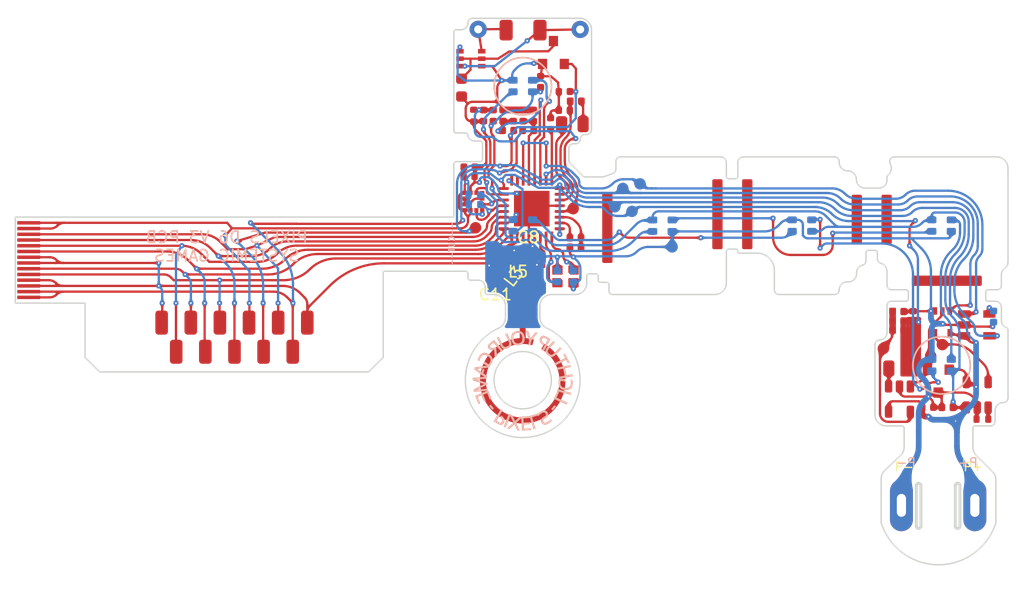
<source format=kicad_pcb>
(kicad_pcb (version 20211014) (generator pcbnew)
  (title_block (title "FLX-F020") (date "2021-09-11") (rev "10") (company "Systemic Games, LLC") (comment 1 "Flexible PCB, 0.13mm thickness"))
  (layers (0 "F.Cu" signal) (31 "B.Cu" signal) (34 "B.Paste" user) (35 "F.Paste" user) (36 "B.SilkS" user "B.Silkscreen") (37 "F.SilkS" user "F.Silkscreen") (38 "B.Mask" user) (39 "F.Mask" user) (44 "Edge.Cuts" user))
  (net 0 "")
  (net 1 "Net-(C1-Pad1)")
  (net 2 "GND")
  (net 3 "VDD")
  (net 4 "VDC")
  (net 5 "Net-(L1-Pad2)")
  (net 6 "Net-(L1-Pad1)")
  (net 7 "+5V")
  (net 8 "Net-(R6-Pad1)")
  (net 9 "VEE")
  (net 10 "/LED_EN")
  (net 11 "Net-(C2-Pad2)")
  (net 12 "Net-(C3-Pad1)")
  (net 13 "Net-(C5-Pad2)")
  (net 14 "Net-(C7-Pad1)")
  (net 15 "Net-(C17-Pad2)")
  (net 16 "Net-(C19-Pad1)")
  (net 17 "Net-(C19-Pad2)")
  (net 18 "Net-(L4-Pad1)")
  (net 19 "RXI")
  (net 20 "TXO")
  (net 21 "SWO")
  (net 22 "RESET")
  (net 23 "SWDCLK")
  (net 24 "SWDIO")
  (net 25 "Net-(R10-Pad1)")
  (net 26 "Net-(R10-Pad2)")
  (net 27 "/LED_DATA")
  (net 28 "/Power Supply/MAG1_")
  (net 29 "/STATS")
  (net 30 "/VLED_SENSE")
  (net 31 "/5V_SENSE")
  (net 32 "/VBAT_SENSE")
  (net 33 "/Power Supply/LED_EN_OUT")
  (net 34 "Net-(R3-Pad1)")
  (net 35 "Net-(D2-Pad3)")
  (net 36 "Net-(D3-Pad3)")
  (net 37 "Net-(D4-Pad3)")
  (net 38 "/LEDs/LED_RETURN_4")
  (net 39 "Net-(D6-Pad3)")
  (net 40 "/LEDs/LED_RETURN_6")
  (net 41 "+BATT")
  (net 44 "/SCL")
  (net 45 "/SDA")
  (net 46 "/ACC_INT")
  (net 47 "/ARC_ANTENNA")
  (net 49 "/ANT_NRF")
  (net 50 "/ANT_50")
  (footprint "Capacitor_SMD:C_0402_1005Metric" (layer "F.Cu") (at 167.39 106.79)
    (fp_text reference "C16")
    (fp_text value "4.7uF 6.3V 20%")
  )
  (footprint "Pixels-dice:SOT-353_SC-70-5" (layer "F.Cu") (at 168.655 99.335 -90)
    (fp_text reference "U7")
    (fp_text value "74AHC1G08" hide)
  )
  (footprint "TestPoint:TestPoint_THTPad_D1.5mm_Drill0.7mm" (layer "F.Cu") (at 128.19 73.83 150)
    (fp_text reference "P6")
    (fp_text value "COILB")
  )
  (footprint "Resistor_SMD:R_0402_1005Metric" (layer "F.Cu") (at 127.8 81.35 -90)
    (fp_text reference "R14")
    (fp_text value "10M 1%")
  )
  (footprint "Capacitor_SMD:C_0402_1005Metric" (layer "F.Cu") (at 128.65 81.35 -90)
    (fp_text reference "C6")
    (fp_text value "10nF 25V 10%")
  )
  (footprint "Package_TO_SOT_SMD:SOT-23-5" (layer "F.Cu") (at 171.6575 99.6)
    (fp_text reference "U5")
    (fp_text value "MCP73832T-2ACI/OT")
  )
  (footprint "Package_TO_SOT_SMD:SOT-23" (layer "F.Cu") (at 168.3 104.5 -90)
    (fp_text reference "U8")
    (fp_text value "TMR1366")
  )
  (footprint "TestPoint:TestPoint_THTPad_D1.5mm_Drill0.7mm" (layer "F.Cu") (at 137.08 73.84 150)
    (fp_text reference "P5")
    (fp_text value "COILA")
  )
  (footprint "Pixels-dice:SOT-23-5" (layer "F.Cu") (at 171.7 105.696232 90)
    (fp_text reference "U6")
    (fp_text value "MT9700" hide)
  )
  (footprint "Resistor_SMD:R_0402_1005Metric" (layer "F.Cu") (at 172.15 107.82 180)
    (fp_text reference "R3")
    (fp_text value "10k 5%")
  )
  (footprint "Resistor_SMD:R_0402_1005Metric" (layer "F.Cu") (at 129.5 81.35 90)
    (fp_text reference "R13")
    (fp_text value "4.02M 1%")
  )
  (footprint "Capacitor_SMD:C_0402_1005Metric" (layer "F.Cu") (at 133.73 93.87 -90)
    (fp_text reference "C7")
    (fp_text value "100pF NP0 10V 5%")
  )
  (footprint "Inductor_SMD:L_0805_2012Metric" (layer "F.Cu") (at 136.4 82.1)
    (fp_text reference "L1")
    (fp_text value "10uH 100mA 10%")
  )
  (footprint "Capacitor_SMD:C_0402_1005Metric" (layer "F.Cu") (at 134.5 82.05 90)
    (fp_text reference "C3")
    (fp_text value "0.1uF 10V 20%")
  )
  (footprint "Resistor_SMD:R_0402_1005Metric" (layer "F.Cu") (at 136.67 92.01 180)
    (fp_text reference "R10")
    (fp_text value "100k 1%")
  )
  (footprint "Package_DFN_QFN:QFN-32-1EP_5x5mm_P0.5mm_EP3.1x3.1mm" (layer "F.Cu") (at 132.86 89.46 -90)
    (fp_text reference "U1")
    (fp_text value "N52810_QFN32")
  )
  (footprint "Capacitor_SMD:C_0402_1005Metric" (layer "F.Cu") (at 127.4225 85.8375)
    (fp_text reference "C10")
    (fp_text value "0.1uF 10V 20%")
  )
  (footprint "Pixels-dice:0402_RF" (layer "F.Cu") (at 132.544 93.126)
    (fp_text reference "C8")
    (fp_text value "0.8pF 10V 5% NP0")
  )
  (footprint "Capacitor_SMD:C_0402_1005Metric" (layer "F.Cu") (at 169.1 106.8 180)
    (fp_text reference "C23")
    (fp_text value "0.1uF 10V 20%")
  )
  (footprint "Capacitor_SMD:C_0402_1005Metric" (layer "F.Cu") (at 133.63 78.39 90)
    (fp_text reference "C9")
    (fp_text value "4.7uF 6.3V 20%")
  )
  (footprint "Pixels-dice:FPC-POGO-11" (layer "F.Cu") (at 106.94 100.6725 180)
    (fp_text reference "J2")
    (fp_text value "Conn_01x11")
  )
  (footprint "Capacitor_SMD:C_0402_1005Metric" (layer "F.Cu") (at 166.095 98.885 90)
    (fp_text reference "C18")
    (fp_text value "4.7uF 6.3V 20%")
  )
  (footprint "Resistor_SMD:R_0402_1005Metric" (layer "F.Cu") (at 164.805 99.255)
    (fp_text reference "R4")
    (fp_text value "402k 1%")
  )
  (footprint "Capacitor_SMD:C_0402_1005Metric" (layer "F.Cu") (at 164.799 100.045393 180)
    (fp_text reference "C17")
    (fp_text value "22pF 10V 5%")
  )
  (footprint "Pixels-dice:SOT-23-5" (layer "F.Cu") (at 164.92 106.07 -90)
    (fp_text reference "U4")
    (fp_text value "LN3435" hide)
  )
  (footprint "Resistor_SMD:R_0402_1005Metric" (layer "F.Cu") (at 136.67 92.82)
    (fp_text reference "R9")
    (fp_text value "120k 1%")
  )
  (footprint "Capacitor_SMD:C_0402_1005Metric" (layer "F.Cu") (at 127.3925 86.6575)
    (fp_text reference "C4")
    (fp_text value "4.7uF 6.3V 20%")
  )
  (footprint "Inductor_SMD:L_0805_2012Metric" (layer "F.Cu") (at 164.93 103.4)
    (fp_text reference "L4")
    (fp_text value "2.2uH 20mA 10%")
  )
  (footprint "Pixels-dice:FPC_14" (layer "F.Cu") (at 89 97.2 90)
    (fp_text reference "J1")
    (fp_text value "Conn_01x14")
  )
  (footprint "Capacitor_SMD:C_0603_1608Metric" (layer "F.Cu") (at 126.74 78.91 -90)
    (fp_text reference "C13")
    (fp_text value "4.7uF 25V 20%")
  )
  (footprint "Package_TO_SOT_SMD:SOT-363_SC-70-6" (layer "F.Cu") (at 127.55 76.39)
    (fp_text reference "D1")
    (fp_text value "BAV99S")
  )
  (footprint "Capacitor_SMD:C_0402_1005Metric" (layer "F.Cu") (at 135.7 79.25 180)
    (fp_text reference "C15")
    (fp_text value "4.7uF 6.3V 20%")
  )
  (footprint "Inductor_SMD:L_0402_1005Metric" (layer "F.Cu") (at 136.7 80.09 180)
    (fp_text reference "L2")
    (fp_text value "15nH 100mA 5%")
  )
  (footprint "Capacitor_SMD:C_0402_1005Metric" (layer "F.Cu") (at 135.7 80.9 180)
    (fp_text reference "C1")
    (fp_text value "4.7uF 6.3V 20%")
  )
  (footprint "Capacitor_SMD:C_0402_1005Metric" (layer "F.Cu") (at 130.35 81.35 90)
    (fp_text reference "C21")
    (fp_text value "10nF 25V 10%")
  )
  (footprint "Resistor_SMD:R_0402_1005Metric" (layer "F.Cu") (at 132.55 82.65)
    (fp_text reference "R7")
    (fp_text value "4.02M 1%")
  )
  (footprint "Resistor_SMD:R_0402_1005Metric" (layer "F.Cu") (at 131.25 81.35 -90)
    (fp_text reference "R2")
    (fp_text value "10M 1%")
  )
  (footprint "Resistor_SMD:R_0402_1005Metric" (layer "F.Cu") (at 133 81.35 90)
    (fp_text reference "R8")
    (fp_text value "10M 1%")
  )
  (footprint "Resistor_SMD:R_0402_1005Metric" (layer "F.Cu") (at 130.8 82.65 180)
    (fp_text reference "R1")
    (fp_text value "4.02M 1%")
  )
  (footprint "Capacitor_SMD:C_0402_1005Metric" (layer "F.Cu") (at 132.1 81.35 90)
    (fp_text reference "C22")
    (fp_text value "10nF 25V 10%")
  )
  (footprint "Pixels-dice:Crystal_SMD_2016-4Pin_2.0x1.6mm" (layer "F.Cu") (at 135.8 95.37 180)
    (fp_text reference "Y1")
    (fp_text value "32MHz 40ppm")
  )
  (footprint "Package_LGA:LGA-12_2x2mm_P0.5mm" (layer "F.Cu") (at 127.78 88.84 180)
    (fp_text reference "U2")
    (fp_text value "KXTJ3-1057")
  )
  (footprint "Pixels-dice:0402_RF" (layer "F.Cu") (at 129.68 95.79 180)
    (fp_text reference "C11")
    (fp_text value "1.8pF 10V 5% NP0")
  )
  (footprint "Pixels-dice:0402_RF" (layer "F.Cu") (at 131.665 93.794 180)
    (fp_text reference "L5")
    (fp_text value "3.9nH 5%")
  )
  (footprint "Resistor_SMD:R_0402_1005Metric" (layer "F.Cu") (at 164.805 98.435 180)
    (fp_text reference "R5")
    (fp_text value "100k 1%")
  )
  (footprint "Pixels-dice:SOT-23" (layer "F.Cu") (at 134.75 75.85 -90)
    (fp_text reference "U3")
    (fp_text value "PJ75AL50SA")
  )
  (footprint "Capacitor_SMD:C_1206_3216Metric" (layer "F.Cu") (at 132.1 73.9 180)
    (fp_text reference "C19")
    (fp_text value "33nF 50V 5% NP0")
  )
  (footprint "Pixels-dice:0402_RF" (layer "F.Cu") (at 130.39 94.68 -128)
    (fp_text reference "L3")
    (fp_text value "4.7nH 5%")
  )
  (footprint "Pixels-dice:ARC_Antenna" (layer "F.Cu") (at 132.069454 99.879194 -90)
    (fp_text reference "AE2" hide)
    (fp_text value "ARC")
  )
  (footprint "Pixels-dice:TEST_PIN" (layer "F.Cu") (at 163.52 101.66)
    (fp_text reference "W18" hide)
    (fp_text value "FB")
  )
  (footprint "Pixels-dice:TEST_PIN" (layer "F.Cu") (at 127.96 91.13)
    (fp_text reference "W15" hide)
    (fp_text value "+5V")
  )
  (footprint "Pixels-dice:TEST_PIN" (layer "F.Cu") (at 168.66 101.32)
    (fp_text reference "W21" hide)
    (fp_text value "LED2")
  )
  (footprint "Pixels-dice:TEST_PIN" (layer "F.Cu") (at 167.64 102.32)
    (fp_text reference "W23" hide)
    (fp_text value "MAG1_")
  )
  (footprint "Pixels-dice:TEST_PIN" (layer "F.Cu") (at 136.47 89.47)
    (fp_text reference "W12" hide)
    (fp_text value "VLED_S")
  )
  (footprint "Pixels-dice:TX1812Z_2020" (layer "B.Cu") (at 168.59 103.11 90)
    (fp_text reference "D5")
    (fp_text value "TX1812Z_2020")
  )
  (footprint "Pixels-dice:TX1812Z_2020" (layer "B.Cu") (at 168.59 90.94 -90)
    (fp_text reference "D4")
    (fp_text value "TX1812Z_2020")
  )
  (footprint "Pixels-dice:TX1812Z_2020" (layer "B.Cu") (at 156.42 90.94 90)
    (fp_text reference "D6")
    (fp_text value "TX1812Z_2020")
  )
  (footprint "Pixels-dice:TX1812Z_2020" (layer "B.Cu") (at 132.08 78.77 90)
    (fp_text reference "D2")
    (fp_text value "TX1812Z_2020")
  )
  (footprint "Pixels-dice:TX1812Z_2020" (layer "B.Cu") (at 132.08 90.93 90)
    (fp_text reference "D7")
    (fp_text value "TX1812Z_2020")
  )
  (footprint "Capacitor_SMD:C_0402_1005Metric" (layer "B.Cu") (at 135.09 95.37 -90)
    (fp_text reference "C5")
    (fp_text value "8pF 10V 10%")
  )
  (footprint "Capacitor_SMD:C_0402_1005Metric" (layer "B.Cu") (at 136.49 95.37 90)
    (fp_text reference "C2")
    (fp_text value "8pF 10V 10%")
  )
  (footprint "Pixels-dice:TX1812Z_2020" (layer "B.Cu") (at 144.25 90.95 -90)
    (fp_text reference "D3")
    (fp_text value "TX1812Z_2020")
  )
  (footprint "Resistor_SMD:R_0402_1005Metric" (layer "B.Cu") (at 173.12 98.87 -90)
    (fp_text reference "R6")
    (fp_text value "22k 1%")
  )
  (footprint "Pixels-dice:Hongjie 10100 Connector" (layer "B.Cu") (at 168.290601 115.336035 180)
    (fp_text reference "J3")
    (fp_text value "Conn_01x02")
  )
  (footprint "Resistor_SMD:R_0402_1005Metric" (layer "B.Cu") (at 127.86 89.1)
    (fp_text reference "R12")
    (fp_text value "2.7k 5%")
  )
  (footprint "Resistor_SMD:R_0402_1005Metric" (layer "B.Cu") (at 127.8475 88.2775)
    (fp_text reference "R16")
    (fp_text value "2.7k 5%")
  )
  (footprint "Pixels-dice:TEST_PIN" (layer "B.Cu") (at 140.1 89.3 180)
    (fp_text reference "W14" hide)
    (fp_text value "BATT")
  )
  (footprint "Pixels-dice:TEST_PIN" (layer "B.Cu") (at 140.8 87.7 180)
    (fp_text reference "W5" hide)
    (fp_text value "LED_EN")
  )
  (footprint "Pixels-dice:TEST_PIN" (layer "B.Cu") (at 142.3 87.3 180)
    (fp_text reference "W17" hide)
    (fp_text value "STAT")
  )
  (footprint "Pixels-dice:TEST_PIN" (layer "B.Cu") (at 141.6 89.7 180)
    (fp_text reference "W25" hide)
    (fp_text value "VDD")
  )
  (footprint "Pixels-dice:Game With Pixels - Round" (layer "B.Cu") (at 132.081 104.47 -2)
    (fp_text reference "REF**" hide)
    (fp_text value "Game With Pixels - Round" hide)
  )
  (footprint "Pixels-dice:TEST_PIN" (layer "B.Cu") (at 145.1 92.8 180)
    (fp_text reference "W19" hide)
    (fp_text value "GND")
  )
  (gr_circle (center 168.59 103.12) (end 171.09 103.12) (layer "B.SilkS") (width 0.15) (fill none))
  (gr_circle (center 132.08 78.79) (end 134.58 78.79) (layer "B.SilkS") (width 0.15) (fill none))
  (gr_line (start 165.014507 110.979502) (end 163.634677 112.294737) (layer "Edge.Cuts") (width 0.12))
  (gr_line (start 138.8602 95.8889) (end 138.8552 95.8889) (layer "Edge.Cuts") (width 0.12))
  (gr_line (start 150.027199 92.99) (end 150.6642 92.99) (layer "Edge.Cuts") (width 0.12))
  (gr_line (start 140.197197 85.35) (end 140.197197 86.019827) (layer "Edge.Cuts") (width 0.12))
  (gr_arc (start 140.197197 86.019827) (mid 140.124824 86.249306) (end 139.933894 86.395745) (layer "Edge.Cuts") (width 0.12))
  (gr_line (start 165.4972 97.5356) (end 164.203534 97.5356) (layer "Edge.Cuts") (width 0.12))
  (gr_line (start 163.324198 113.019612) (end 163.324198 116.859) (layer "Edge.Cuts") (width 0.12))
  (gr_line (start 139.5912 96.0889) (end 139.5912 96.4482) (layer "Edge.Cuts") (width 0.12))
  (gr_arc (start 161.999999 93.3) (mid 162.058578 93.158578) (end 162.199999 93.099999) (layer "Edge.Cuts") (width 0.12))
  (gr_arc (start 165.124713 108.410572) (mid 165.267018 108.469516) (end 165.325962 108.611821) (layer "Edge.Cuts") (width 0.12))
  (gr_arc (start 149.827199 93.19) (mid 149.885778 93.048579) (end 150.027199 92.99) (layer "Edge.Cuts") (width 0.12))
  (gr_line (start 118.6372 103.7) (end 95.1828 103.7) (layer "Edge.Cuts") (width 0.12))
  (gr_line (start 166.79 113.6) (end 166.79 117.15) (layer "Edge.Cuts") (width 0.25))
  (gr_arc (start 160.4142 86.1717) (mid 159.88387 85.95203) (end 159.6642 85.4217) (layer "Edge.Cuts") (width 0.12))
  (gr_line (start 137.097197 83.399998) (end 137.097197 83.399999) (layer "Edge.Cuts") (width 0.12))
  (gr_line (start 136.497197 83.799998) (end 136.697197 83.799998) (layer "Edge.Cuts") (width 0.12))
  (gr_arc (start 150.0272 86.8586) (mid 149.885779 86.800021) (end 149.8272 86.658599) (layer "Edge.Cuts") (width 0.12))
  (gr_line (start 163.835014 100.249702) (end 163.835014 97.90412) (layer "Edge.Cuts") (width 0.12))
  (gr_arc (start 128.197197 95.699998) (mid 128.621461 95.875734) (end 128.797197 96.299998) (layer "Edge.Cuts") (width 0.12))
  (gr_arc (start 174.207388 99.810106) (mid 173.919342 99.588556) (end 173.8102 99.24194) (layer "Edge.Cuts") (width 0.12))
  (gr_line (start 93.91 97.7) (end 87.83 97.7) (layer "Edge.Cuts") (width 0.12))
  (gr_arc (start 163.324198 113.019612) (mid 163.405084 112.625327) (end 163.634677 112.294737) (layer "Edge.Cuts") (width 0.12))
  (gr_arc (start 149.8272 95.950003) (mid 149.534307 96.657107) (end 148.827203 96.95) (layer "Edge.Cuts") (width 0.12))
  (gr_line (start 169.79 117.15) (end 169.79 113.6) (layer "Edge.Cuts") (width 0.25))
  (gr_line (start 159.264198 84.95) (end 151.3272 84.95) (layer "Edge.Cuts") (width 0.12))
  (gr_arc (start 165.697198 97.335598) (mid 165.63862 97.47702) (end 165.497198 97.535598) (layer "Edge.Cuts") (width 0.12))
  (gr_line (start 119.9102 102.427) (end 118.6372 103.7) (layer "Edge.Cuts") (width 0.12))
  (gr_arc (start 163.287976 94.221611) (mid 163.682273 94.493324) (end 163.832199 94.948099) (layer "Edge.Cuts") (width 0.12))
  (gr_line (start 119.9102 94.918731) (end 127.097197 94.918731) (layer "Edge.Cuts") (width 0.12))
  (gr_line (start 161.998199 94.020792) (end 161.999999 93.3) (layer "Edge.Cuts") (width 0.12))
  (gr_line (start 163.144596 87.6717) (end 161.914201 87.6717) (layer "Edge.Cuts") (width 0.12))
  (gr_line (start 166.39 117.15) (end 166.39 113.6) (layer "Edge.Cuts") (width 0.25))
  (gr_arc (start 128.3702 83.5644) (mid 128.511621 83.622979) (end 128.5702 83.7644) (layer "Edge.Cuts") (width 0.12))
  (gr_line (start 128.797197 96.299998) (end 128.797197 96.75) (layer "Edge.Cuts") (width 0.12))
  (gr_arc (start 164.090848 85.490929) (mid 164.136284 85.122372) (end 164.4652 84.95) (layer "Edge.Cuts") (width 0.12))
  (gr_arc (start 134.17129 99.883884) (mid 132.069742 109.421) (end 129.969941 99.883499) (layer "Edge.Cuts") (width 0.12))
  (gr_line (start 162.7842 106.322387) (end 162.7842 107.409594) (layer "Edge.Cuts") (width 0.12))
  (gr_line (start 163.000001 93.299999) (end 162.9982 93.8371) (layer "Edge.Cuts") (width 0.12))
  (gr_arc (start 163.835014 100.249702) (mid 163.645373 100.717251) (end 163.183616 100.920589) (layer "Edge.Cuts") (width 0.12))
  (gr_line (start 139.8912 96.949999) (end 148.8272 96.95) (layer "Edge.Cuts") (width 0.12))
  (gr_line (start 170.19 113.6) (end 170.19 117.15) (layer "Edge.Cuts") (width 0.25))
  (gr_arc (start 161.178924 95.100271) (mid 160.965248 95.646695) (end 160.414753 95.849655) (layer "Edge.Cuts") (width 0.12))
  (gr_arc (start 171.61746 110.97943) (mid 171.402823 110.658112) (end 171.327421 110.279128) (layer "Edge.Cuts") (width 0.12))
  (gr_arc (start 173.031461 112.394051) (mid 173.248119 112.71842) (end 173.324197 113.101001) (layer "Edge.Cuts") (width 0.12))
  (gr_line (start 134.593988 96.95) (end 136.6552 96.95) (layer "Edge.Cuts") (width 0.12))
  (gr_line (start 139.5912 96.4482) (end 139.5912 96.65) (layer "Edge.Cuts") (width 0.12))
  (gr_line (start 126.0702 85.5644) (end 126.0702 90.2) (layer "Edge.Cuts") (width 0.12))
  (gr_arc (start 169.79 113.6) (mid 169.99 113.4) (end 170.19 113.6) (layer "Edge.Cuts") (width 0.25))
  (gr_arc (start 139.391203 95.8889) (mid 139.532622 95.94748) (end 139.5912 96.0889) (layer "Edge.Cuts") (width 0.12))
  (gr_arc (start 127.8702 83.5644) (mid 127.473337 83.4144) (end 127.274906 83.0394) (layer "Edge.Cuts") (width 0.12))
  (gr_line (start 127.497197 95.699998) (end 128.197197 95.699998) (layer "Edge.Cuts") (width 0.12))
  (gr_line (start 137.855199 95.149999) (end 138.455201 95.149999) (layer "Edge.Cuts") (width 0.12))
  (gr_arc (start 127.076475 82.8644) (mid 127.208762 82.9144) (end 127.274906 83.0394) (layer "Edge.Cuts") (width 0.12))
  (gr_arc (start 174.384192 94.095268) (mid 174.314695 94.408487) (end 174.116889 94.661091) (layer "Edge.Cuts") (width 0.12))
  (gr_arc (start 172.638199 97.535601) (mid 172.496778 97.477022) (end 172.438199 97.3356) (layer "Edge.Cuts") (width 0.12))
  (gr_line (start 159.6642 85.4217) (end 159.664201 85.350001) (layer "Edge.Cuts") (width 0.12))
  (gr_arc (start 128.997197 96.95) (mid 128.855776 96.891421) (end 128.797197 96.75) (layer "Edge.Cuts") (width 0.12))
  (gr_line (start 138.6552 95.35) (end 138.6552 95.6889) (layer "Edge.Cuts") (width 0.12))
  (gr_line (start 150.9642 93.344751) (end 152.5142 93.344751) (layer "Edge.Cuts") (width 0.12))
  (gr_arc (start 163.835014 97.90412) (mid 163.942962 97.643526) (end 164.203565 97.5356) (layer "Edge.Cuts") (width 0.12))
  (gr_arc (start 134.17129 99.883884) (mid 133.733302 99.501315) (end 133.5702 98.943112) (layer "Edge.Cuts") (width 0.12))
  (gr_line (start 149.326673 84.95) (end 140.597197 84.95) (layer "Edge.Cuts") (width 0.12))
  (gr_arc (start 129.5702 96.949995) (mid 130.285451 97.250863) (end 130.5702 97.972683) (layer "Edge.Cuts") (width 0.12))
  (gr_line (start 87.83 90.2) (end 126.0702 90.2) (layer "Edge.Cuts") (width 0.12))
  (gr_line (start 173.031461 112.394051) (end 171.61746 110.97943) (layer "Edge.Cuts") (width 0.12))
  (gr_arc (start 161.914201 87.6717) (mid 161.38387 87.452031) (end 161.1642 86.9217) (layer "Edge.Cuts") (width 0.12))
  (gr_line (start 127.8702 83.5644) (end 128.3702 83.5644) (layer "Edge.Cuts") (width 0.12))
  (gr_arc (start 127.497197 95.699998) (mid 127.355776 95.641419) (end 127.297197 95.499998) (layer "Edge.Cuts") (width 0.12))
  (gr_line (start 173.2542 107.097122) (end 173.2542 108.005) (layer "Edge.Cuts") (width 0.12))
  (gr_circle (center 132.0702 104.421) (end 134.5702 104.421) (layer "Edge.Cuts") (width 0.12) (fill none))
  (gr_arc (start 173.384198 84.950001) (mid 174.091306 85.242894) (end 174.384199 85.950001) (layer "Edge.Cuts") (width 0.12))
  (gr_line (start 162.7842 101.331955) (end 162.7842 106.322387) (layer "Edge.Cuts") (width 0.12))
  (gr_arc (start 137.097197 83.399999) (mid 137.214354 83.117156) (end 137.497198 82.999999) (layer "Edge.Cuts") (width 0.12))
  (gr_arc (start 170.19 117.15) (mid 169.99 117.35) (end 169.79 117.15) (layer "Edge.Cuts") (width 0.25))
  (gr_line (start 137.497198 82.999999) (end 137.670199 82.999999) (layer "Edge.Cuts") (width 0.12))
  (gr_arc (start 173.324201 116.867277) (mid 168.321179 120.512086) (end 163.324198 116.859) (layer "Edge.Cuts") (width 0.12))
  (gr_line (start 130.5702 97.972683) (end 130.5702 98.944217) (layer "Edge.Cuts") (width 0.12))
  (gr_line (start 171.327421 110.279128) (end 171.327197 108.587896) (layer "Edge.Cuts") (width 0.12))
  (gr_arc (start 163.785178 108.410572) (mid 163.07738 108.117392) (end 162.7842 107.409594) (layer "Edge.Cuts") (width 0.12))
  (gr_line (start 93.91 102.427) (end 93.91 97.7) (layer "Edge.Cuts") (width 0.12))
  (gr_arc (start 133.5702 97.973788) (mid 133.870061 97.249861) (end 134.593988 96.95) (layer "Edge.Cuts") (width 0.12))
  (gr_line (start 139.933894 86.395745) (end 139.163424 86.675915) (layer "Edge.Cuts") (width 0.12))
  (gr_line (start 173.26926 97.5356) (end 172.6382 97.5356) (layer "Edge.Cuts") (width 0.12))
  (gr_arc (start 174.207388 99.810106) (mid 174.335614 99.908731) (end 174.3842 100.063031) (layer "Edge.Cuts") (width 0.12))
  (gr_line (start 171.50807 108.407) (end 172.854195 108.406995) (layer "Edge.Cuts") (width 0.12))
  (gr_line (start 126.2702 82.8644) (end 127.076475 82.8644) (layer "Edge.Cuts") (width 0.12))
  (gr_arc (start 137.6552 95.950003) (mid 137.362307 96.657107) (end 136.655203 96.95) (layer "Edge.Cuts") (width 0.12))
  (gr_arc (start 173.26926 97.5356) (mid 173.651762 97.694038) (end 173.8102 98.07654) (layer "Edge.Cuts") (width 0.12))
  (gr_line (start 126.0702 74.0644) (end 126.0702 82.6644) (layer "Edge.Cuts") (width 0.12))
  (gr_line (start 126.697197 73.8644) (end 126.2702 73.8644) (layer "Edge.Cuts") (width 0.12))
  (gr_arc (start 172.438199 96.7356) (mid 172.496778 96.594178) (end 172.638199 96.535599) (layer "Edge.Cuts") (width 0.12))
  (gr_arc (start 161.178924 95.100271) (mid 161.317582 94.644901) (end 161.714496 94.382132) (layer "Edge.Cuts") (width 0.12))
  (gr_arc (start 160.4142 86.1717) (mid 160.94453 86.39137) (end 161.1642 86.9217) (layer "Edge.Cuts") (width 0.12))
  (gr_arc (start 149.326673 84.95) (mid 149.674973 85.091063) (end 149.826951 85.434742) (layer "Edge.Cuts") (width 0.12))
  (gr_line (start 119.9102 94.918731) (end 119.9102 102.427) (layer "Edge.Cuts") (width 0.12))
  (gr_arc (start 152.5142 93.344751) (mid 153.57486 93.784091) (end 154.0142 94.844751) (layer "Edge.Cuts") (width 0.12))
  (gr_arc (start 164.232202 96.5356) (mid 163.949357 96.418443) (end 163.832199 96.135599) (layer "Edge.Cuts") (width 0.12))
  (gr_arc (start 166.39 113.6) (mid 166.59 113.4) (end 166.79 113.6) (layer "Edge.Cuts") (width 0.25))
  (gr_line (start 126.8562 85.3644) (end 126.2702 85.3644) (layer "Edge.Cuts") (width 0.12))
  (gr_line (start 164.090848 85.490929) (end 164.161234 85.677896) (layer "Edge.Cuts") (width 0.12))
  (gr_line (start 163.832199 94.948099) (end 163.832199 96.135599) (layer "Edge.Cuts") (width 0.12))
  (gr_arc (start 159.664201 96.55) (mid 159.887283 96.036723) (end 160.414753 95.849655) (layer "Edge.Cuts") (width 0.12))
  (gr_line (start 149.8272 95.95) (end 149.8272 93.29) (layer "Edge.Cuts") (width 0.12))
  (gr_arc (start 174.3842 105.96705) (mid 174.267056 106.249977) (end 173.984151 106.367175) (layer "Edge.Cuts") (width 0.12))
  (gr_arc (start 162.800001 93.099999) (mid 162.941422 93.158578) (end 163.000001 93.299999) (layer "Edge.Cuts") (width 0.12))
  (gr_arc (start 150.6642 92.99) (mid 150.770266 93.033934) (end 150.8142 93.14) (layer "Edge.Cuts") (width 0.12))
  (gr_arc (start 137.097197 83.399998) (mid 136.98004 83.682841) (end 136.697197 83.799998) (layer "Edge.Cuts") (width 0.12))
  (gr_line (start 128.3702 85.3644) (end 126.8562 85.3644) (layer "Edge.Cuts") (width 0.12))
  (gr_line (start 150.6272 86.8586) (end 150.0272 86.8586) (layer "Edge.Cuts") (width 0.12))
  (gr_line (start 129.5702 96.95) (end 128.997197 96.95) (layer "Edge.Cuts") (width 0.12))
  (gr_arc (start 139.163424 86.675915) (mid 139.096128 86.693931) (end 139.026727 86.699998) (layer "Edge.Cuts") (width 0.12))
  (gr_line (start 173.8102 99.24194) (end 173.8102 98.07654) (layer "Edge.Cuts") (width 0.12))
  (gr_line (start 164.232202 96.5356) (end 165.4972 96.5356) (layer "Edge.Cuts") (width 0.12))
  (gr_line (start 137.6552 95.95) (end 137.6552 95.35) (layer "Edge.Cuts") (width 0.12))
  (gr_line (start 172.6382 96.5356) (end 173.3842 96.5356) (layer "Edge.Cuts") (width 0.12))
  (gr_line (start 173.443231 96.5356) (end 173.3842 96.5356) (layer "Edge.Cuts") (width 0.12))
  (gr_line (start 165.325962 108.611821) (end 165.325962 110.252351) (layer "Edge.Cuts") (width 0.12))
  (gr_line (start 163.832202 86.674363) (end 163.832126 86.984339) (layer "Edge.Cuts") (width 0.12))
  (gr_arc (start 159.664201 96.55) (mid 159.547044 96.832843) (end 159.264202 96.95) (layer "Edge.Cuts") (width 0.12))
  (gr_arc (start 130.5702 98.944217) (mid 130.407319 99.501568) (end 129.969941 99.883499) (layer "Edge.Cuts") (width 0.12))
  (gr_arc (start 150.827201 86.658601) (mid 150.768622 86.800022) (end 150.627201 86.858601) (layer "Edge.Cuts") (width 0.12))
  (gr_line (start 150.8142 93.14) (end 150.8142 93.194751) (layer "Edge.Cuts") (width 0.12))
  (gr_arc (start 173.2542 108.005) (mid 173.137161 108.288551) (end 172.854195 108.406995) (layer "Edge.Cuts") (width 0.12))
  (gr_arc (start 171.327197 108.587896) (mid 171.380165 108.459985) (end 171.50807 108.407) (layer "Edge.Cuts") (width 0.12))
  (gr_line (start 138.0702 82.599999) (end 138.0702 73.8644) (layer "Edge.Cuts") (width 0.12))
  (gr_line (start 137.28004 86.582841) (end 136.214354 85.517155) (layer "Edge.Cuts") (width 0.12))
  (gr_arc (start 164.161234 85.677896) (mid 164.176815 86.16035) (end 163.895072 86.552301) (layer "Edge.Cuts") (width 0.12))
  (gr_line (start 136.097197 85.234313) (end 136.097197 84.199998) (layer "Edge.Cuts") (width 0.12))
  (gr_line (start 174.3842 93.7) (end 174.3842 85.95) (layer "Edge.Cuts") (width 0.12))
  (gr_arc (start 154.4142 96.949999) (mid 154.131357 96.832842) (end 154.0142 96.549999) (layer "Edge.Cuts") (width 0.12))
  (gr_arc (start 136.097197 84.199998) (mid 136.214354 83.917155) (end 136.497197 83.799998) (layer "Edge.Cuts") (width 0.12))
  (gr_arc (start 127.3 73.3) (mid 127.420185 72.988604) (end 127.73 72.8644) (layer "Edge.Cuts") (width 0.12))
  (gr_arc (start 165.497201 96.535599) (mid 165.638622 96.594178) (end 165.697201 96.735599) (layer "Edge.Cuts") (width 0.12))
  (gr_arc (start 136.214354 85.517155) (mid 136.127645 85.387386) (end 136.097197 85.234313) (layer "Edge.Cuts") (width 0.12))
  (gr_line (start 139.0882 95.8889) (end 139.3912 95.8889) (layer "Edge.Cuts") (width 0.12))
  (gr_arc (start 159.264198 84.95) (mid 159.547043 85.067157) (end 159.664201 85.350001) (layer "Edge.Cuts") (width 0.12))
  (gr_line (start 173.3842 84.95) (end 164.4652 84.95) (layer "Edge.Cuts") (width 0.12))
  (gr_arc (start 137.655199 95.35) (mid 137.713778 95.208578) (end 137.855199 95.149999) (layer "Edge.Cuts") (width 0.12))
  (gr_arc (start 163.832202 86.674363) (mid 163.848851 86.605716) (end 163.895072 86.552301) (layer "Edge.Cuts") (width 0.12))
  (gr_line (start 139.026727 86.699998) (end 137.562882 86.699998) (layer "Edge.Cuts") (width 0.12))
  (gr_line (start 149.827199 93.29) (end 149.827199 93.19) (layer "Edge.Cuts") (width 0.12))
  (gr_arc (start 163.287976 94.221611) (mid 163.078756 94.077838) (end 162.9982 93.8371) (layer "Edge.Cuts") (width 0.12))
  (gr_line (start 174.384192 94.095268) (end 174.3842 93.7) (layer "Edge.Cuts") (width 0.12))
  (gr_arc (start 138.8552 95.8889) (mid 138.713779 95.830321) (end 138.6552 95.6889) (layer "Edge.Cuts") (width 0.12))
  (gr_line (start 149.8272 86.6586) (end 149.8272 85.455941) (layer "Edge.Cuts") (width 0.12))
  (gr_line (start 95.1828 103.7) (end 93.91 102.427) (layer "Edge.Cuts") (width 0.12))
  (gr_line (start 150.8272 85.45) (end 150.8272 86.6586) (layer "Edge.Cuts") (width 0.12))
  (gr_line (start 127.297197 95.118731) (end 127.297197 95.499998) (layer "Edge.Cuts") (width 0.12))
  (gr_arc (start 163.832126 86.984339) (mid 163.630693 87.470387) (end 163.144596 87.6717) (layer "Edge.Cuts") (width 0.12))
  (gr_arc (start 126.0702 74.0644) (mid 126.128779 73.922979) (end 126.2702 73.8644) (layer "Edge.Cuts") (width 0.12))
  (gr_arc (start 139.8912 96.949999) (mid 139.679069 96.862131) (end 139.591201 96.65) (layer "Edge.Cuts") (width 0.12))
  (gr_arc (start 150.9642 93.344751) (mid 150.858134 93.300817) (end 150.8142 93.194751) (layer "Edge.Cuts") (width 0.12))
  (gr_line (start 172.438199 97.3356) (end 172.438199 96.7356) (layer "Edge.Cuts") (width 0.12))
  (gr_arc (start 126.070199 85.5644) (mid 126.128778 85.422978) (end 126.270199 85.364399) (layer "Edge.Cuts") (width 0.12))
  (gr_arc (start 138.455201 95.149999) (mid 138.596622 95.208578) (end 138.655201 95.349999) (layer "Edge.Cuts") (width 0.12))
  (gr_line (start 128.5702 83.7644) (end 128.5702 85.1644) (layer "Edge.Cuts") (width 0.12))
  (gr_line (start 133.5702 98.943112) (end 133.5702 97.973788) (layer "Edge.Cuts") (width 0.12))
  (gr_arc (start 161.998199 94.020792) (mid 161.918799 94.250495) (end 161.714496 94.382132) (layer "Edge.Cuts") (width 0.12))
  (gr_arc (start 173.807089 95.23346) (mid 173.889506 94.908044) (end 174.116889 94.661091) (layer "Edge.Cuts") (width 0.12))
  (gr_arc (start 128.5702 85.1644) (mid 128.511621 85.305821) (end 128.3702 85.3644) (layer "Edge.Cuts") (width 0.12))
  (gr_line (start 154.0142 94.844751) (end 154.0142 96.549999) (layer "Edge.Cuts") (width 0.12))
  (gr_arc (start 126.2702 82.8644) (mid 126.128779 82.805821) (end 126.0702 82.6644) (layer "Edge.Cuts") (width 0.12))
  (gr_line (start 174.3842 105.967128) (end 174.3842 100.063031) (layer "Edge.Cuts") (width 0.12))
  (gr_line (start 173.324197 116.86729) (end 173.324197 113.100999) (layer "Edge.Cuts") (width 0.12))
  (gr_arc (start 127.3 73.3) (mid 127.110089 73.701276) (end 126.697197 73.8644) (layer "Edge.Cuts") (width 0.12))
  (gr_line (start 139.0882 95.8889) (end 138.8602 95.8889) (layer "Edge.Cuts") (width 0.12))
  (gr_arc (start 137.562882 86.699998) (mid 137.409809 86.66955) (end 137.28004 86.582841) (layer "Edge.Cuts") (width 0.12))
  (gr_arc (start 173.807094 96.171736) (mid 173.700521 96.429027) (end 173.443231 96.5356) (layer "Edge.Cuts") (width 0.12))
  (gr_line (start 87.83 90.2) (end 87.83 97.7) (layer "Edge.Cuts") (width 0.12))
  (gr_arc (start 166.79 117.15) (mid 166.59 117.35) (end 166.39 117.15) (layer "Edge.Cuts") (width 0.25))
  (gr_arc (start 138.0702 82.599999) (mid 137.953042 82.882842) (end 137.670199 82.999999) (layer "Edge.Cuts") (width 0.12))
  (gr_arc (start 165.325962 110.252351) (mid 165.244821 110.647874) (end 165.014507 110.979502) (layer "Edge.Cuts") (width 0.12))
  (gr_arc (start 150.8272 85.450001) (mid 150.973647 85.096447) (end 151.3272 84.95) (layer "Edge.Cuts") (width 0.12))
  (gr_arc (start 162.7842 101.331955) (mid 162.900482 101.045269) (end 163.183616 100.920589) (layer "Edge.Cuts") (width 0.12))
  (gr_line (start 149.826951 85.434742) (end 149.8272 85.455941) (layer "Edge.Cuts") (width 0.12))
  (gr_arc (start 173.2542 107.097122) (mid 173.467998 106.58097) (end 173.984151 106.367175) (layer "Edge.Cuts") (width 0.12))
  (gr_line (start 165.6972 96.7356) (end 165.6972 97.3356) (layer "Edge.Cuts") (width 0.12))
  (gr_arc (start 127.097197 94.918731) (mid 127.238619 94.977309) (end 127.297197 95.118731) (layer "Edge.Cuts") (width 0.12))
  (gr_line (start 163.785178 108.410572) (end 165.124713 108.410572) (layer "Edge.Cuts") (width 0.12))
  (gr_line (start 154.4142 96.949999) (end 159.264202 96.95) (layer "Edge.Cuts") (width 0.12))
  (gr_arc (start 140.197197 85.35) (mid 140.314354 85.067157) (end 140.597197 84.95) (layer "Edge.Cuts") (width 0.12))
  (gr_line (start 162.2 93.1) (end 162.8 93.1) (layer "Edge.Cuts") (width 0.12))
  (gr_line (start 137.0702 72.8644) (end 127.73 72.8644) (layer "Edge.Cuts") (width 0.12))
  (gr_arc (start 137.070198 72.864401) (mid 137.777306 73.157294) (end 138.070199 73.864401) (layer "Edge.Cuts") (width 0.12))
  (gr_line (start 173.807094 96.171736) (end 173.807089 95.23346) (layer "Edge.Cuts") (width 0.12))
  (gr_text "--CUT--" (at 125.89 92.55 90) (layer "B.SilkS") (effects (font (size 0.5 0.5) (thickness 0.1)) (justify mirror)))
  (gr_text "PIXELS D6 V3 PCB\nSYSTEMIC GAMES" (at 106.26 92.76) (layer "B.SilkS") (effects (font (size 1 1)) (justify mirror)))
  (gr_text "P+" (at 170.9 111.6) (layer "B.SilkS") (effects (font (size 0.75 0.75) (thickness 0.12)) (justify mirror)))
  (gr_text "P-" (at 165.5 111.6) (layer "B.SilkS") (effects (font (size 0.75 0.75) (thickness 0.12)) (justify mirror)))
  (gr_text "P-" (at 165.340601 111.966035) (layer "F.SilkS") (effects (font (size 0.75 0.75) (thickness 0.12))))
  (gr_text "P+" (at 171.340601 111.966035) (layer "F.SilkS") (effects (font (size 0.75 0.75) (thickness 0.12))))
  (segment (start 135.915 86.765) (end 136.170086 87.020086) (width 0.2) (layer "F.Cu") (net 1))
  (segment (start 136.215 80.935) (end 136.1975 80.9175) (width 0.2) (layer "F.Cu") (net 1))
  (segment (start 136.215 80.840251) (end 136.215 80.09) (width 0.2) (layer "F.Cu") (net 1))
  (segment (start 135.58875 88.71) (end 135.2975 88.71) (width 0.2) (layer "F.Cu") (net 1))
  (segment (start 136.085944 88.504054) (end 136.170086 88.419913) (width 0.2) (layer "F.Cu") (net 1))
  (segment (start 135.37 85.449253) (end 135.37 84.352253) (width 0.2) (layer "F.Cu") (net 1))
  (segment (start 136.25 81.019497) (end 136.25 82.227746) (width 0.2) (layer "F.Cu") (net 1))
  (arc (start 136.170086 87.020086) (mid 136.384653 87.341209) (end 136.46 87.72) (width 0.2) (layer "F.Cu") (net 1))
  (arc (start 136.46 87.72) (mid 136.384653 88.09879) (end 136.170086 88.419913) (width 0.2) (layer "F.Cu") (net 1))
  (arc (start 136.215 80.840251) (mid 136.210451 80.863116) (end 136.1975 80.8825) (width 0.2) (layer "F.Cu") (net 1))
  (arc (start 135.81 83.29) (mid 135.484352 83.777366) (end 135.37 84.352253) (width 0.2) (layer "F.Cu") (net 1))
  (arc (start 136.085944 88.504054) (mid 135.857829 88.656476) (end 135.58875 88.71) (width 0.2) (layer "F.Cu") (net 1))
  (arc (start 136.215 80.935) (mid 136.240903 80.973767) (end 136.25 81.019497) (width 0.2) (layer "F.Cu") (net 1))
  (arc (start 135.37 85.449253) (mid 135.51164 86.16133) (end 135.915 86.765) (width 0.2) (layer "F.Cu") (net 1))
  (arc (start 136.1975 80.8825) (mid 136.190251 80.9) (end 136.1975 80.9175) (width 0.2) (layer "F.Cu") (net 1))
  (arc (start 136.25 82.227746) (mid 136.135647 82.802633) (end 135.81 83.29) (width 0.2) (layer "F.Cu") (net 1))
  (segment (start 130.978076 93.201923) (end 130.74536 93.434639) (width 0.2) (layer "F.Cu") (net 2))
  (segment (start 129.147 94.427) (end 129.24 95.79) (width 0.2) (layer "F.Cu") (net 2))
  (segment (start 135.1 93.697071) (end 135.1 94.82) (width 0.2) (layer "F.Cu") (net 2))
  (segment (start 168.597928 106.79) (end 168.13 106.79) (width 0.2) (layer "F.Cu") (net 2))
  (segment (start 128.9 83.925) (end 128.9 85.46) (width 0.2) (layer "F.Cu") (net 2))
  (segment (start 127.53 88.23375) (end 127.53 88.248578) (width 0.2) (layer "F.Cu") (net 2))
  (segment (start 167.45 105.85) (end 165.432132 105.85) (width 0.2) (layer "F.Cu") (net 2))
  (segment (start 136.49 93.68) (end 136.3375 93.5675) (width 0.2) (layer "F.Cu") (net 2))
  (segment (start 167.45 105.85) (end 167.625 105.675) (width 0.2) (layer "F.Cu") (net 2))
  (segment (start 127.8725 87.020775) (end 127.8725 86.682248) (width 0.2) (layer "F.Cu") (net 2))
  (segment (start 127.275 80.325) (end 126.74 79.685) (width 0.2) (layer "F.Cu") (net 2))
  (segment (start 168.2 105.5) (end 168.047487 105.5) (width 0.2) (layer "F.Cu") (net 2))
  (segment (start 127.1 81.330796) (end 127.1 80.747487) (width 0.2) (layer "F.Cu") (net 2))
  (segment (start 127.76875 87.27125) (end 127.7325 87.3075) (width 0.2) (layer "F.Cu") (net 2))
  (segment (start 92.033553 94.2) (end 91.326446 94.2) (width 0.2) (layer "F.Cu") (net 2))
  (segment (start 113.042512 97.202512) (end 112.665 96.825) (width 0.2) (layer "F.Cu") (net 2))
  (segment (start 91.973553 96.2) (end 91.266446 96.2) (width 0.2) (layer "F.Cu") (net 2))
  (segment (start 128.5 77.04) (end 129.42 77.05) (width 0.2) (layer "F.Cu") (net 2))
  (segment (start 167.665 98.385) (end 167.655 98.395) (width 0.2) (layer "F.Cu") (net 2))
  (segment (start 128.6375 81.8475) (end 128.65 81.835) (width 0.2) (layer "F.Cu") (net 2))
  (segment (start 129.147 94.427) (end 128.825192 94.23) (width 0.2) (layer "F.Cu") (net 2))
  (segment (start 164.92 105.337867) (end 164.92 104.97) (width 0.2) (layer "F.Cu") (net 2))
  (segment (start 133.63 77.91) (end 133.8 76.85) (width 0.2) (layer "F.Cu") (net 2))
  (segment (start 113.29 98.5) (end 113.29 99.4025) (width 0.2) (layer "F.Cu") (net 2))
  (segment (start 133 90.39) (end 132.86 89.46) (width 0.2) (layer "F.Cu") (net 2))
  (segment (start 92.033553 94.2) (end 100.34 94.2) (width 0.2) (layer "F.Cu") (net 2))
  (segment (start 135.22 80.615) (end 135.22 79.25) (width 0.2) (layer "F.Cu") (net 2))
  (segment (start 132.525 80.865) (end 133 80.865) (width 0.2) (layer "F.Cu") (net 2))
  (segment (start 132.61 92.31875) (end 132.61 91.055771) (width 0.2) (layer "F.Cu") (net 2))
  (segment (start 167.630857 98.405) (end 166.116213 98.405) (width 0.2) (layer "F.Cu") (net 2))
  (segment (start 91.973553 96.2) (end 100.55 96.2) (width 0.2) (layer "F.Cu") (net 2))
  (segment (start 100.34 96.2) (end 111.156116 96.2) (width 0.2) (layer "F.Cu") (net 2))
  (segment (start 128.3 87.18) (end 127.997885 87.18) (width 0.2) (layer "F.Cu") (net 2))
  (segment (start 170.451433 99.6) (end 168.87071 99.6) (width 0.2) (layer "F.Cu") (net 2))
  (segment (start 132.86 89.46) (end 134.34 89.21) (width 0.2) (layer "F.Cu") (net 2))
  (segment (start 134.53 77.93) (end 135.15 78.46) (width 0.2) (layer "F.Cu") (net 2))
  (segment (start 128.008596 82.658596) (end 128.525 83.175) (width 0.2) (layer "F.Cu") (net 2))
  (segment (start 127.272114 81.722114) (end 127.255 81.705) (width 0.2) (layer "F.Cu") (net 2))
  (segment (start 90.826446 93.7) (end 88.86 93.7) (width 0.2) (layer "F.Cu") (net 2))
  (segment (start 128.525 83.175) (end 128.811611 83.461611) (width 0.2) (layer "F.Cu") (net 2))
  (segment (start 170.419669 105.5) (end 169 105.5) (width 0.2) (layer "F.Cu") (net 2))
  (segment (start 127.8 82.055) (end 127.8 82.155) (width 0.2) (layer "F.Cu") (net 2))
  (segment (start 127.7325 87.3075) (end 127.7625 87.2775) (width 0.2) (layer "F.Cu") (net 2))
  (segment (start 129.42 77.05) (end 130.24 78.29) (width 0.2) (layer "F.Cu") (net 2))
  (segment (start 129.496446 80.15) (end 127.697487 80.15) (width 0.2) (layer "F.Cu") (net 2))
  (segment (start 135.15 78.46) (end 135.22 79.25) (width 0.2) (layer "F.Cu") (net 2))
  (segment (start 128.51 85.84) (end 127.9075 85.8375) (width 0.2) (layer "F.Cu") (net 2))
  (segment (start 127.0175 88.74625) (end 127.0175 89.09) (width 0.2) (layer "F.Cu") (net 2))
  (segment (start 167.665 98.385) (end 168.005 98.385) (width 0.2) (layer "F.Cu") (net 2))
  (segment (start 134.756066 80.9) (end 134.935 80.9) (width 0.2) (layer "F.Cu") (net 2))
  (segment (start 135.095 93.685) (end 135.09 93.68) (width 0.2) (layer "F.Cu") (net 2))
  (segment (start 127.605 81.86) (end 127.995 81.86) (width 0.2) (layer "F.Cu") (net 2))
  (segment (start 135.2975 89.21) (end 134.34 89.21) (width 0.2) (layer "F.Cu") (net 2))
  (segment (start 113.29 98.5) (end 113.29 97.8) (width 0.2) (layer "F.Cu") (net 2))
  (segment (start 134.5 81.57) (end 134.5 81.156066) (width 0.2) (layer "F.Cu") (net 2))
  (segment (start 127.53 87.605459) (end 127.53 87.92125) (width 0.2) (layer "F.Cu") (net 2))
  (segment (start 171.64 106.898658) (end 171.64 107.82) (width 0.2) (layer "F.Cu") (net 2))
  (segment (start 130.273986 80.573986) (end 130.1 80.4) (width 0.2) (layer "F.Cu") (net 2))
  (segment (start 133.63 77.91) (end 134.53 77.93) (width 0.2) (layer "F.Cu") (net 2))
  (segment (start 129.85 79.796446) (end 129.85 78.955771) (width 0.2) (layer "F.Cu") (net 2))
  (segment (start 119.981858 94.23) (end 128.825192 94.23) (width 0.2) (layer "F.Cu") (net 2))
  (segment (start 136.5 96.432928) (end 136.5 95.92) (width 0.2) (layer "F.Cu") (net 2))
  (segment (start 115.249999 96.189999) (end 113.537487 97.902512) (width 0.2) (layer "F.Cu") (net 2))
  (segment (start 168.6075 106.7925) (end 168.61 106.795) (width 0.2) (layer "F.Cu") (net 2))
  (segment (start 90.766446 95.7) (end 88.86 95.7) (width 0.2) (layer "F.Cu") (net 2))
  (segment (start 168.6 105.9) (end 168.6 106.774393) (width 0.2) (layer "F.Cu") (net 2))
  (segment (start 171.325 105.875) (end 171.506877 106.056877) (width 0.2) (layer "F.Cu") (net 2))
  (segment (start 130.24 78.29) (end 130.045 78.485) (width 0.2) (layer "F.Cu") (net 2))
  (segment (start 91.326446 94.2) (end 88.86 94.2) (width 0.2) (layer "F.Cu") (net 2))
  (segment (start 168.2 105.5) (end 169 105.5) (width 0.2) (layer "F.Cu") (net 2))
  (segment (start 133.8 76.85) (end 133.05 76.8) (width 0.2) (layer "F.Cu") (net 2))
  (segment (start 132.805 90.585) (end 133 90.39) (width 0.2) (layer "F.Cu") (net 2))
  (segment (start 100.64 97.7) (end 100.64 99.317144) (width 0.2) (layer "F.Cu") (net 2))
  (segment (start 128.9 83.675) (end 128.9 83.925) (width 0.2) (layer "F.Cu") (net 2))
  (segment (start 171.7 106.523116) (end 171.7 106.753805) (width 0.2) (layer "F.Cu") (net 2))
  (segment (start 136.495 96.445) (end 136.49 96.45) (width 0.2) (layer "F.Cu") (net 2))
  (segment (start 128.9 85.46) (end 128.51 85.84) (width 0.2) (layer "F.Cu") (net 2))
  (segment (start 136.185 93.265494) (end 136.185 92.82) (width 0.2) (layer "F.Cu") (net 2))
  (segment (start 127.9075 86.597751) (end 127.9075 85.8375) (width 0.2) (layer "F.Cu") (net 2))
  (segment (start 132.928 92.742) (end 132.61 92.31875) (width 0.2) (layer "F.Cu") (net 2))
  (segment (start 126.6 75.74) (end 126.6 75.37) (width 0.2) (layer "F.Cu") (net 2))
  (segment (start 127.7325 87.3075) (end 127.5975 87.4425) (width 0.2) (layer "F.Cu") (net 2))
  (segment (start 127.5975 87.4425) (end 127.7325 87.3075) (width 0.2) (layer "F.Cu") (net 2))
  (segment (start 132.525 80.865) (end 131.675 80.865) (width 0.2) (layer "F.Cu") (net 2))
  (segment (start 131.675 80.865) (end 130.825 80.865) (width 0.2) (layer "F.Cu") (net 2))
  (segment (start 168.75 99.55) (end 168.7 99.5) (width 0.2) (layer "F.Cu") (net 2))
  (segment (start 131.33 93.11) (end 131.2 93.11) (width 0.2) (layer "F.Cu") (net 2))
  (segment (start 127.53 87.92125) (end 127.53 88.23375) (width 0.2) (layer "F.Cu") (net 2))
  (segment (start 127.188578 88.59) (end 127.17375 88.59) (width 0.2) (layer "F.Cu") (net 2))
  (segment (start 128.607322 81.86) (end 127.995 81.86) (width 0.2) (layer "F.Cu") (net 2))
  (segment (start 166.043786 98.435) (end 165.29 98.435) (width 0.2) (layer "F.Cu") (net 2))
  (segment (start 130.4575 80.865) (end 130.825 80.865) (width 0.2) (layer "F.Cu") (net 2))
  (segment (start 173.05 99.75) (end 170.813566 99.75) (width 0.2) (layer "F.Cu") (net 2))
  (segment (start 167.45 105.85) (end 167.686152 106.086152) (width 0.2) (layer "F.Cu") (net 2))
  (segment (start 100.615 99.3775) (end 100.59 99.4025) (width 0.2) (layer "F.Cu") (net 2))
  (segment (start 91.266446 96.2) (end 88.86 96.2) (width 0.2) (layer "F.Cu") (net 2))
  (via (at 131.5 90) (size 0.45) (drill 0.15) (layers "F.Cu" "B.Cu") (net 2))
  (via (at 135.09 93.68) (size 0.45) (drill 0.15) (layers "F.Cu" "B.Cu") (net 2))
  (via (at 100.34 94.2) (size 0.45) (drill 0.15) (layers "F.Cu" "B.Cu") (net 2))
  (via (at 132.928 92.742) (size 0.45) (drill 0.15) (layers "F.Cu" "B.Cu") (net 2))
  (via (at 129.147 94.427) (size 0.45) (drill 0.15) (layers "F.Cu" "B.Cu") (net 2))
  (via (at 167.665 98.385) (size 0.45) (drill 0.15) (layers "F.Cu" "B.Cu") (net 2))
  (via (at 168.7 99.5) (size 0.45) (drill 0.15) (layers "F.Cu" "B.Cu") (net 2))
  (via (at 133.05 76.8) (size 0.45) (drill 0.15) (layers "F.Cu" "B.Cu") (net 2))
  (via (at 136.49 93.68) (size 0.45) (drill 0.15) (layers "F.Cu" "B.Cu") (net 2))
  (via (at 133.31 94.36) (size 0.45) (drill 0.15) (layers "F.Cu" "B.Cu") (net 2))
  (via (at 136.49 96.45) (size 0.45) (drill 0.15) (layers "F.Cu" "B.Cu") (net 2))
  (via (at 100.64 97.7) (size 0.45) (drill 0.15) (layers "F.Cu" "B.Cu") (net 2))
  (via (at 173.05 99.75) (size 0.45) (drill 0.15) (layers "F.Cu" "B.Cu") (net 2))
  (via (at 100.34 96.2) (size 0.45) (drill 0.15) (layers "F.Cu" "B.Cu") (net 2))
  (via (at 131.55 88.14) (size 0.45) (drill 0.15) (layers "F.Cu" "B.Cu") (net 2))
  (via (at 167.45 105.85) (size 0.45) (drill 0.15) (layers "F.Cu" "B.Cu") (net 2))
  (via (at 128.3 87.18) (size 0.45) (drill 0.15) (layers "F.Cu" "B.Cu") (net 2))
  (via (at 130.24 78.29) (size 0.45) (drill 0.15) (layers "F.Cu" "B.Cu") (net 2))
  (via (at 126.6 75.37) (size 0.45) (drill 0.15) (layers "F.Cu" "B.Cu") (net 2))
  (via (at 131.33 93.11) (size 0.45) (drill 0.15) (layers "F.Cu" "B.Cu") (net 2))
  (arc (start 127.8725 87.020775) (mid 127.845536 87.156331) (end 127.76875 87.27125) (width 0.2) (layer "F.Cu") (net 2))
  (arc (start 130.045 78.485) (mid 129.900678 78.700991) (end 129.85 78.955771) (width 0.2) (layer "F.Cu") (net 2))
  (arc (start 171.67 106.826232) (mid 171.647796 106.859461) (end 171.64 106.898658) (width 0.2) (layer "F.Cu") (net 2))
  (arc (start 91.37 95.95) (mid 91.646912 96.135027) (end 91.973553 96.2) (width 0.2) (layer "F.Cu") (net 2))
  (arc (start 91.266446 96.2) (mid 91.401745 96.109596) (end 91.37 95.95) (width 0.2) (layer "F.Cu") (net 2))
  (arc (start 168.6 105.9) (mid 168.482842 105.617157) (end 168.2 105.5) (width 0.2) (layer "F.Cu") (net 2))
  (arc (start 130.74536 93.434639) (mid 129.86438 94.023292) (end 128.825192 94.23) (width 0.2) (layer "F.Cu") (net 2))
  (arc (start 169 105.5) (mid 168.717157 105.617157) (end 168.6 105.9) (width 0.2) (layer "F.Cu") (net 2))
  (arc (start 130.273986 80.573986) (mid 130.330244 80.658182) (end 130.35 80.7575) (width 0.2) (layer "F.Cu") (net 2))
  (arc (start 134.575 80.975) (mid 134.658073 80.919491) (end 134.756066 80.9) (width 0.2) (layer "F.Cu") (net 2))
  (arc (start 112.665 96.825) (mid 111.972718 96.362432) (end 111.156116 96.2) (width 0.2) (layer "F.Cu") (net 2))
  (arc (start 131.2 93.11) (mid 131.079895 93.13389) (end 130.978076 93.201923) (width 0.2) (layer "F.Cu") (net 2))
  (arc (start 127.275 80.325) (mid 127.145481 80.518838) (end 127.1 80.747487) (width 0.2) (layer "F.Cu") (net 2))
  (arc (start 135.095 93.685) (mid 135.0987 93.690538) (end 135.1 93.697071) (width 0.2) (layer "F.Cu") (net 2))
  (arc (start 134.5 81.156066) (mid 134.519491 81.058073) (end 134.575 80.975) (width 0.2) (layer "F.Cu") (net 2))
  (arc (start 166.08 98.42) (mid 166.063385 98.431101) (end 166.043786 98.435) (width 0.2) (layer "F.Cu") (net 2))
  (arc (start 127.1 81.330796) (mid 127.140283 81.533313) (end 127.255 81.705) (width 0.2) (layer "F.Cu") (net 2))
  (arc (start 167.686152 106.086152) (mid 167.822219 106.289791) (end 167.87 106.53) (width 0.2) (layer "F.Cu") (net 2))
  (arc (start 128.811611 83.461611) (mid 128.877028 83.559514) (end 128.9 83.675) (width 0.2) (layer "F.Cu") (net 2))
  (arc (start 91.326446 94.2) (mid 91.461745 94.109596) (end 91.43 93.95) (width 0.2) (layer "F.Cu") (net 2))
  (arc (start 127.53 88.248578) (mid 127.50401 88.379234) (end 127.43 88.49) (width 0.2) (layer "F.Cu") (net 2))
  (arc (start 130.1 80.4) (mid 129.823087 80.214972) (end 129.496446 80.15) (width 0.2) (layer "F.Cu") (net 2))
  (arc (start 166.116213 98.405) (mid 166.096614 98.408898) (end 166.08 98.42) (width 0.2) (layer "F.Cu") (net 2))
  (arc (start 128.6375 81.8475) (mid 128.623654 81.856751) (end 128.607322 81.86) (width 0.2) (layer "F.Cu") (net 2))
  (arc (start 168.75 99.55) (mid 168.805382 99.587005) (end 168.87071 99.6) (width 0.2) (layer "F.Cu") (net 2))
  (arc (start 91.37 95.95) (mid 91.093087 95.764972) (end 90.766446 95.7) (width 0.2) (layer "F.Cu") (net 2))
  (arc (start 167.87 106.53) (mid 167.946152 106.713847) (end 168.13 106.79) (width 0.2) (layer "F.Cu") (net 2))
  (arc (start 136.185 93.265494) (mid 136.225287 93.434656) (end 136.3375 93.5675) (width 0.2) (layer "F.Cu") (net 2))
  (arc (start 127.8 82.155) (mid 127.854212 82.427544) (end 128.008596 82.658596) (width 0.2) (layer "F.Cu") (net 2))
  (arc (start 127.697487 80.15) (mid 127.468838 80.195481) (end 127.275 80.325) (width 0.2) (layer "F.Cu") (net 2))
  (arc (start 168.047487 105.5) (mid 167.818838 105.545481) (end 167.625 105.675) (width 0.2) (layer "F.Cu") (net 2))
  (arc (start 127.995 81.86) (mid 127.857114 81.917114) (end 127.8 82.055) (width 0.2) (layer "F.Cu") (net 2))
  (arc (start 113.042512 97.202512) (mid 113.225679 97.476642) (end 113.29 97.8) (width 0.2) (layer "F.Cu") (net 2))
  (arc (start 130.35 80.7575) (mid 130.381486 80.833513) (end 130.4575 80.865) (width 0.2) (layer "F.Cu") (net 2))
  (arc (start 127.897248 86.6575) (mid 127.879748 86.664748) (end 127.8725 86.682248) (width 0.2) (layer "F.Cu") (net 2))
  (arc (start 171.325 105.875) (mid 170.90963 105.597459) (end 170.419669 105.5) (width 0.2) (layer "F.Cu") (net 2))
  (arc (start 100.64 99.317144) (mid 100.633502 99.349808) (end 100.615 99.3775) (width 0.2) (layer "F.Cu") (net 2))
  (arc (start 132.61 91.055771) (mid 132.660678 90.800991) (end 132.805 90.585) (width 0.2) (layer "F.Cu") (net 2))
  (arc (start 136.5 96.432928) (mid 136.4987 96.439461) (end 136.495 96.445) (width 0.2) (layer "F.Cu") (net 2))
  (arc (start 164.92 105.337867) (mid 164.958983 105.533852) (end 165.07 105.7) (width 0.2) (layer "F.Cu") (net 2))
  (arc (start 127.8 82.055) (mid 127.742885 81.917114) (end 127.605 81.86) (width 0.2) (layer "F.Cu") (net 2))
  (arc (start 171.506877 106.056877) (mid 171.649808 106.270789) (end 171.7 106.523116) (width 0.2) (layer "F.Cu") (net 2))
  (arc (start 129.496446 80.15) (mid 129.746446 80.046446) (end 129.85 79.796446) (width 0.2) (layer "F.Cu") (net 2))
  (arc (start 170.6325 99.675) (mid 170.549425 99.619491) (end 170.451433 99.6) (width 0.2) (layer "F.Cu") (net 2))
  (arc (start 127.5975 87.4425) (mid 127.547542 87.517266) (end 127.53 87.605459) (width 0.2) (layer "F.Cu") (net 2))
  (arc (start 171.7 106.753805) (mid 171.692203 106.793002) (end 171.67 106.826232) (width 0.2) (layer "F.Cu") (net 2))
  (arc (start 134.935 80.9) (mid 135.136525 80.816525) (end 135.22 80.615) (width 0.2) (layer "F.Cu") (net 2))
  (arc (start 119.981858 94.23) (mid 117.420994 94.739387) (end 115.249999 96.189999) (width 0.2) (layer "F.Cu") (net 2))
  (arc (start 168.61 106.795) (mid 168.604461 106.791299) (end 168.597928 106.79) (width 0.2) (layer "F.Cu") (net 2))
  (arc (start 170.6325 99.675) (mid 170.715573 99.730508) (end 170.813566 99.75) (width 0.2) (layer "F.Cu") (net 2))
  (arc (start 129.85 79.796446) (mid 129.914972 80.123087) (end 130.1 80.4) (width 0.2) (layer "F.Cu") (net 2))
  (arc (start 113.537487 97.902512) (mid 113.354319 98.176642) (end 113.29 98.5) (width 0.2) (layer "F.Cu") (net 2))
  (arc (start 127.89 86.64) (mid 127.887777 86.651171) (end 127.897248 86.6575) (width 0.2) (layer "F.Cu") (net 2))
  (arc (start 127.17375 88.59) (mid 127.063264 88.635764) (end 127.0175 88.74625) (width 0.2) (layer "F.Cu") (net 2))
  (arc (start 167.655 98.395) (mid 167.643923 98.402401) (end 167.630857 98.405) (width 0.2) (layer "F.Cu") (net 2))
  (arc (start 91.43 93.95) (mid 91.706912 94.135027) (end 92.033553 94.2) (width 0.2) (layer "F.Cu") (net 2))
  (arc (start 127.8725 86.682248) (mid 127.877048 86.659383) (end 127.89 86.64) (width 0.2) (layer "F.Cu") (net 2))
  (arc (start 165.07 105.7) (mid 165.236147 105.811016) (end 165.432132 105.85) (width 0.2) (layer "F.Cu") (net 2))
  (arc (start 127.9075 86.597751) (mid 127.902951 86.620616) (end 127.89 86.64) (width 0.2) (layer "F.Cu") (net 2))
  (arc (start 91.43 93.95) (mid 91.153087 93.764972) (end 90.826446 93.7) (width 0.2) (layer "F.Cu") (net 2))
  (arc (start 113.29 97.8) (mid 113.379495 97.933938) (end 113.537487 97.902512) (width 0.2) (layer "F.Cu") (net 2))
  (arc (start 168.6 106.774393) (mid 168.601949 106.784192) (end 168.6075 106.7925) (width 0.2) (layer "F.Cu") (net 2))
  (arc (start 127.43 88.49) (mid 127.319234 88.56401) (end 127.188578 88.59) (width 0.2) (layer "F.Cu") (net 2))
  (arc (start 127.7325 87.3075) (mid 127.7325 87.3075) (end 127.7325 87.3075) (width 0.2) (layer "F.Cu") (net 2))
  (arc (start 127.272114 81.722114) (mid 127.424843 81.824164) (end 127.605 81.86) (width 0.2) (layer "F.Cu") (net 2))
  (arc (start 168.61 106.795) (mid 168.61 106.795) (end 168.61 106.795) (width 0.2) (layer "F.Cu") (net 2))
  (arc (start 127.997885 87.18) (mid 127.870495 87.205339) (end 127.7625 87.2775) (width 0.2) (layer "F.Cu") (net 2))
  (segment (start 131.19 78.23) (end 131.22 78.26) (width 0.2) (layer "B.Cu") (net 2))
  (segment (start 153.135822 91.45) (end 145.1 91.45) (width 0.2) (layer "B.Cu") (net 2))
  (segment (start 129.98435 87.93435) (end 130.02 87.97) (width 0.2) (layer "B.Cu") (net 2))
  (segment (start 128.3 87.18) (end 128.3093 87.1707) (width 0.2) (layer "B.Cu") (net 2))
  (segment (start 169.115648 92.05) (end 167.624999 92.05) (width 0.2) (layer "B.Cu") (net 2))
  (segment (start 145.1 92.8) (end 145.1 91.45) (width 0.2) (layer "B.Cu") (net 2))
  (segment (start 168.7 99.5) (end 168.149705 99.5) (width 0.5) (layer "B.Cu") (net 2))
  (segment (start 132.928 92.742) (end 131.961629 92.74) (width 0.2) (layer "B.Cu") (net 2))
  (segment (start 156.624999 91.925) (end 156.5 91.800001) (width 0.2) (layer "B.Cu") (net 2))
  (segment (start 155.905 90.44) (end 155.235 90.44) (width 0.2) (layer "B.Cu") (net 2))
  (segment (start 131.195857 78.29) (end 130.24 78.29) (width 0.2) (layer "B.Cu") (net 2))
  (segment (start 166.6 110.174115) (end 166.6 108.95) (width 0.5) (layer "B.Cu") (net 2))
  (segment (start 165.290601 113.247717) (end 165.290601 114.086035) (width 0.5) (layer "B.Cu") (net 2))
  (segment (start 131.23 90.35) (end 131.23 90.43) (width 0.2) (layer "B.Cu") (net 2))
  (segment (start 167.665 94.942332) (end 167.665 98.385) (width 0.2) (layer "B.Cu") (net 2))
  (segment (start 141.040172 93.62) (end 135.13 93.62) (width 0.2) (layer "B.Cu") (net 2))
  (segment (start 144.2 92.8) (end 144.427049 92.8) (width 0.2) (layer "B.Cu") (net 2))
  (segment (start 129.85 87.51) (end 129.98435 87.93435) (width 0.2) (layer "B.Cu") (net 2))
  (segment (start 155.235 90.44) (end 155.215 90.44) (width 0.2) (layer "B.Cu") (net 2))
  (segment (start 166.6 107.45) (end 166.6 107.30104) (width 0.5) (layer "B.Cu") (net 2))
  (segment (start 166.6 107.45) (end 166.6 108.95) (width 0.5) (layer "B.Cu") (net 2))
  (segment (start 132.928 92.742) (end 133.29201 93.42201) (width 0.2) (layer "B.Cu") (net 2))
  (segment (start 126.6 75.37) (end 126.4 75.7) (width 0.2) (layer "B.Cu") (net 2))
  (segment (start 129.48 87.01) (end 129.85 87.51) (width 0.2) (layer "B.Cu") (net 2))
  (segment (start 100.64 97.7) (end 100.64 96.712132) (width 0.2) (layer "B.Cu") (net 2))
  (segment (start 136.49 93.68) (end 136.795 93.985) (width 0.2) (layer "B.Cu") (net 2))
  (segment (start 132.5 76.8) (end 133.05 76.8) (width 0.2) (layer "B.Cu") (net 2))
  (segment (start 156.926774 92.05) (end 164.375 92.05) (width 0.2) (layer "B.Cu") (net 2))
  (segment (start 128.3186 87.148247) (end 128.3186 87.014889) (width 0.2) (layer "B.Cu") (net 2))
  (segment (start 167.7025 102.5725) (end 167.665 102.535) (width 0.2) (layer "B.Cu") (net 2))
  (segment (start 167.74 99.909705) (end 167.74 102.556966) (width 0.5) (layer "B.Cu") (net 2))
  (segment (start 167.45 105.85) (end 167.45 105.3) (width 0.5) (layer "B.Cu") (net 2))
  (segment (start 126.4 77.81) (end 127.04 78.3) (width 0.2) (layer "B.Cu") (net 2))
  (segment (start 136.732972 95.855) (end 136.6875 95.855) (width 0.2) (layer "B.Cu") (net 2))
  (segment (start 154.608977 90.691022) (end 154.355 90.945) (width 0.2) (layer "B.Cu") (net 2))
  (segment (start 100.34 96.2) (end 100.49 96.35) (width 0.2) (layer "B.Cu") (net 2))
  (segment (start 100.34 96.2) (end 100.34 94.2) (width 0.2) (layer "B.Cu") (net 2))
  (segment (start 145.095902 91.452897) (end 145.095902 91.904098) (width 0.2) (layer "B.Cu") (net 2))
  (segment (start 128.623489 86.71) (end 128.8186 86.71) (width 0.2) (layer "B.Cu") (net 2))
  (segment (start 166.865164 102.884834) (end 166.927867 102.822132) (width 0.5) (layer "B.Cu") (net 2))
  (segment (start 167.665 98.385) (end 167.665 98.962261) (width 0.5) (layer "B.Cu") (net 2))
  (segment (start 128.8186 86.71) (end 129.1 86.72) (width 0.2) (layer "B.Cu") (net 2))
  (segment (start 143.019827 92.8) (end 144.2 92.8) (width 0.2) (layer "B.Cu") (net 2))
  (segment (start 145.1 92.127049) (end 145.1 91.456995) (width 0.2) (layer "B.Cu") (net 2))
  (segment (start 126.4 75.7) (end 126.4 77.81) (width 0.2) (layer "B.Cu") (net 2))
  (segment (start 169.44 91.44) (end 169.344999 91.955) (width 0.2) (layer "B.Cu") (net 2))
  (segment (start 127.04 78.3) (end 130.24 78.29) (width 0.2) (layer "B.Cu") (net 2))
  (segment (start 131.5 90) (end 131.286568 90.213431) (width 0.2) (layer "B.Cu") (net 2))
  (segment (start 133.31 94.36) (end 133.85201 93.817989) (width 0.2) (layer "B.Cu") (net 2))
  (segment (start 167.061091 104.361091) (end 166.865165 104.165165) (width 0.5) (layer "B.Cu") (net 2))
  (segment (start 131.515 92.925) (end 131.33 93.11) (width 0.2) (layer "B.Cu") (net 2))
  (segment (start 167.686966 102.61) (end 167.44 102.61) (width 0.5) (layer "B.Cu") (net 2))
  (segment (start 131.15 77.895) (end 131.15 78.133431) (width 0.2) (layer "B.Cu") (net 2))
  (segment (start 131.55 88.14) (end 130.430416 88.14) (width 0.2) (layer "B.Cu") (net 2))
  (segment (start 144.2 92.8) (end 145.1 92.8) (width 0.2) (layer "B.Cu") (net 2))
  (segment (start 166.8325 92.9325) (end 166 92.1) (width 0.2) (layer "B.Cu") (net 2))
  (segment (start 134.33 93.62) (end 134.41 93.62) (width 0.2) (layer "B.Cu") (net 2))
  (segment (start 156.5 90.883847) (end 156.5 91.8) (width 0.2) (layer "B.Cu") (net 2))
  (segment (start 136.49 96.45) (end 136.49 96.0525) (width 0.2) (layer "B.Cu") (net 2))
  (segment (start 173.05 99.75) (end 173.12 99.355) (width 0.2) (layer "B.Cu") (net 2))
  (segment (start 137.1 95.487972) (end 137.1 94.721335) (width 0.2) (layer "B.Cu") (net 2))
  (segment (start 167.86 99.38) (end 167.8225 99.3425) (width 0.5) (layer "B.Cu") (net 2))
  (segment (start 135.13 93.62) (end 134.41 93.62) (width 0.2) (layer "B.Cu") (net 2))
  (segment (start 131.358596 77.391403) (end 131.561091 77.188908) (width 0.2) (layer "B.Cu") (net 2))
  (segment (start 167.45 105.85) (end 167.025 106.275) (width 0.5) (layer "B.Cu") (net 2))
  (segment (start 173.05 99.75) (end 173.0325 99.7675) (width 0.2) (layer "B.Cu") (net 2))
  (segment (start 135.09 93.68) (end 135.09 94.885) (width 0.2) (layer "B.Cu") (net 2))
  (segment (start 155.905 90.44) (end 156.056152 90.44) (width 0.2) (layer "B.Cu") (net 2))
  (segment (start 133.77 93.62) (end 134.33 93.62) (width 0.2) (layer "B.Cu") (net 2))
  (segment (start 131.23 78.27) (end 131.15 77.895) (width 0.2) (layer "B.Cu") (net 2))
  (segment (start 167.624999 92.05) (end 164.375 92.05) (width 0.2) (layer "B.Cu") (net 2))
  (segment (start 129.1 86.72) (end 129.48 87.01) (width 0.2) (layer "B.Cu") (net 2))
  (segment (start 165.88338 111.816618) (end 165.9453 111.754699) (width 0.5) (layer "B.Cu") (net 2))
  (arc (start 165.88338 111.816618) (mid 165.444659 112.473211) (end 165.290601 113.247717) (width 0.5) (layer "B.Cu") (net 2))
  (arc (start 167.061091 104.361091) (mid 167.348925 104.791866) (end 167.45 105.3) (width 0.5) (layer "B.Cu") (net 2))
  (arc (start 136.6875 95.855) (mid 136.547846 95.912846) (end 136.49 96.0525) (width 0.2) (layer "B.Cu") (net 2))
  (arc (start 156.37 90.57) (mid 156.466214 90.713994) (end 156.5 90.883847) (width 0.2) (layer "B.Cu") (net 2))
  (arc (start 156.624999 91.925) (mid 156.763454 92.017513) (end 156.926774 92.05) (width 0.2) (layer "B.Cu") (net 2))
  (arc (start 166.6 103.525) (mid 166.668914 103.871454) (end 166.865165 104.165165) (width 0.5) (layer "B.Cu") (net 2))
  (arc (start 142.03 93.21) (mid 141.575863 93.513444) (end 141.040172 93.62) (width 0.2) (layer "B.Cu") (net 2))
  (arc (start 167.86 99.62) (mid 167.771186 99.752917) (end 167.74 99.909705) (width 0.5) (layer "B.Cu") (net 2))
  (arc (start 130.02 87.97) (mid 130.2083 88.095818) (end 130.430416 88.14) (width 0.2) (layer "B.Cu") (net 2))
  (arc (start 131.286568 90.213431) (mid 131.244701 90.276089) (end 131.23 90.35) (width 0.2) (layer "B.Cu") (net 2))
  (arc (start 136.9925 95.7475) (mid 136.873427 95.827061) (end 136.732972 95.855) (width 0.2) (layer "B.Cu") (net 2))
  (arc (start 156.37 90.57) (mid 156.226005 90.473785) (end 156.056152 90.44) (width 0.2) (layer "B.Cu") (net 2))
  (arc (start 131.22 78.26) (mid 131.224142 78.27) (end 131.22 78.28) (width 0.2) (layer "B.Cu") (net 2))
  (arc (start 133.85201 93.817989) (mid 133.877151 93.691595) (end 133.77 93.62) (width 0.2) (layer "B.Cu") (net 2))
  (arc (start 166.8325 92.9325) (mid 167.44864 93.854618) (end 167.665 94.942332) (width 0.2) (layer "B.Cu") (net 2))
  (arc (start 173.0325 99.7675) (mid 173.013116 99.780451) (end 172.990251 99.785) (width 0.2) (layer "B.Cu") (net 2))
  (arc (start 143.019827 92.8) (mid 142.484136 92.906555) (end 142.03 93.21) (width 0.2) (layer "B.Cu") (net 2))
  (arc (start 167.86 99.38) (mid 167.992917 99.468813) (end 168.149705 99.5) (width 0.5) (layer "B.Cu") (net 2))
  (arc (start 128.623489 86.71) (mid 128.506813 86.733208) (end 128.4079 86.7993) (width 0.2) (layer "B.Cu") (net 2))
  (arc (start 145.097951 91.452049) (mid 145.099467 91.454318) (end 145.1 91.456995) (width 0.2) (layer "B.Cu") (net 2))
  (arc (start 145.1 92.127049) (mid 144.902897 92.602897) (end 144.427049 92.8) (width 0.2) (layer "B.Cu") (net 2))
  (arc (start 128.4079 86.7993) (mid 128.341808 86.898213) (end 128.3186 87.014889) (width 0.2) (layer "B.Cu") (net 2))
  (arc (start 169.344999 91.955) (mid 169.239772 92.02531) (end 169.115648 92.05) (width 0.2) (layer "B.Cu") (net 2))
  (arc (start 128.3186 87.148247) (mid 128.316183 87.160398) (end 128.3093 87.1707) (width 0.2) (layer "B.Cu") (net 2))
  (arc (start 167.025 106.275) (mid 166.710453 106.745751) (end 166.6 107.30104) (width 0.5) (layer "B.Cu") (net 2))
  (arc (start 168.149705 99.5) (mid 167.992917 99.531186) (end 167.86 99.62) (width 0.5) (layer "B.Cu") (net 2))
  (arc (start 154.355 90.945) (mid 153.795636 91.318754) (end 153.135822 91.45) (width 0.2) (layer "B.Cu") (net 2))
  (arc (start 166.865164 102.884834) (mid 166.668913 103.178544) (end 166.6 103.525) (width 0.5) (layer "B.Cu") (net 2))
  (arc (start 133.29201 93.42201) (mid 133.511313 93.568544) (end 133.77 93.62) (width 0.2) (layer "B.Cu") (net 2))
  (arc (start 167.665 98.962261) (mid 167.705932 99.168044) (end 167.8225 99.3425) (width 0.5) (layer "B.Cu") (net 2))
  (arc (start 167.686966 102.61) (mid 167.707261 102.596439) (end 167.7025 102.5725) (width 0.5) (layer "B.Cu") (net 2))
  (arc (start 131.358596 77.391403) (mid 131.204212 77.622455) (end 131.15 77.895) (width 0.2) (layer "B.Cu") (net 2))
  (arc (start 167.7025 102.5725) (mid 167.726439 102.577261) (end 167.74 102.556966) (width 0.2) (layer "B.Cu") (net 2))
  (arc (start 131.961629 92.74) (mid 131.719915 92.788079) (end 131.515 92.925) (width 0.2) (layer "B.Cu") (net 2))
  (arc (start 131.22 78.28) (mid 131.208923 78.287401) (end 131.195857 78.29) (width 0.2) (layer "B.Cu") (net 2))
  (arc (start 155.215 90.44) (mid 154.887022 90.505238) (end 154.608977 90.691022) (width 0.2) (layer "B.Cu") (net 2))
  (arc (start 100.49 96.35) (mid 100.601016 96.516147) (end 100.64 96.712132) (width 0.2) (layer "B.Cu") (net 2))
  (arc (start 136.795 93.985) (mid 137.020733 94.322833) (end 137.1 94.721335) (width 0.2) (layer "B.Cu") (net 2))
  (arc (start 167.86 99.62) (mid 167.909705 99.5) (end 167.86 99.38) (width 0.5) (layer "B.Cu") (net 2))
  (arc (start 145.097951 91.452049) (mid 145.096642 91.451788) (end 145.095902 91.452897) (width 0.2) (layer "B.Cu") (net 2))
  (arc (start 167.44 102.61) (mid 167.162835 102.665131) (end 166.927867 102.822132) (width 0.5) (layer "B.Cu") (net 2))
  (arc (start 167.74 102.556966) (mid 167.724466 102.594466) (end 167.686966 102.61) (width 0.5) (layer "B.Cu") (net 2))
  (arc (start 131.15 78.133431) (mid 131.160395 78.185693) (end 131.19 78.23) (width 0.2) (layer "B.Cu") (net 2))
  (arc (start 166.6 110.174115) (mid 166.429849 111.029521) (end 165.9453 111.754699) (width 0.5) (layer "B.Cu") (net 2))
  (arc (start 134.33 93.62) (mid 134.071313 93.671455) (end 133.85201 93.817989) (width 0.2) (layer "B.Cu") (net 2))
  (arc (start 137.1 95.487972) (mid 137.072061 95.628427) (end 136.9925 95.7475) (width 0.2) (layer "B.Cu") (net 2))
  (arc (start 132.5 76.8) (mid 131.991866 76.901073) (end 131.561091 77.188908) (width 0.2) (layer "B.Cu") (net 2))
  (segment (start 90.896446 91.2) (end 88.86 91.2) (width 0.2) (layer "F.Cu") (net 3))
  (segment (start 166.585 99.355) (end 166.58 99.36) (width 0.2) (layer "F.Cu") (net 3))
  (segment (start 127.0175 87.95125) (end 127.0175 87.434475) (width 0.2) (layer "F.Cu") (net 3))
  (segment (start 126.9125 86.555) (end 126.9125 86.76) (width 0.2) (layer "F.Cu") (net 3))
  (segment (start 127.3 90.312634) (end 127.3 90.54837) (width 0.2) (layer "F.Cu") (net 3))
  (segment (start 106.72 91.18) (end 106.14 91.81) (width 0.2) (layer "F.Cu") (net 3))
  (segment (start 127.19 87.14) (end 126.984978 86.934978) (width 0.2) (layer "F.Cu") (net 3))
  (segment (start 108.225 99.3875) (end 108.21 99.4025) (width 0.2) (layer "F.Cu") (net 3))
  (segment (start 127.417746 90.032253) (end 127.415 90.035) (width 0.2) (layer "F.Cu") (net 3))
  (segment (start 91.396446 90.7) (end 88.86 90.7) (width 0.2) (layer "F.Cu") (net 3))
  (segment (start 127.115611 89.965611) (end 127.185 90.035) (width 0.2) (layer "F.Cu") (net 3))
  (segment (start 165.29 100.03515) (end 165.29 99.255) (width 0.2) (layer "F.Cu") (net 3))
  (segment (start 126.66837 91.18) (end 106.72 91.18) (width 0.2) (layer "F.Cu") (net 3))
  (segment (start 126.629999 88.199999) (end 126.641888 88.188111) (width 0.2) (layer "F.Cu") (net 3))
  (segment (start 108.24 99.351286) (end 108.24 97.7) (width 0.2) (layer "F.Cu") (net 3))
  (segment (start 165.776446 99.954339) (end 165.999262 99.731523) (width 0.2) (layer "F.Cu") (net 3))
  (segment (start 106.72 91.18) (end 106.303603 90.7) (width 0.2) (layer "F.Cu") (net 3))
  (segment (start 165.288242 100.045393) (end 165.556623 100.045393) (width 0.2) (layer "F.Cu") (net 3))
  (segment (start 126.52 88.465563) (end 126.52 89.299791) (width 0.2) (layer "F.Cu") (net 3))
  (segment (start 130.43 87.35375) (end 130.43 87.58625) (width 0.2) (layer "F.Cu") (net 3))
  (segment (start 166.3 90.5) (end 166.05 90.75) (width 0.2) (layer "F.Cu") (net 3))
  (segment (start 126.925 85.85) (end 126.9375 85.8375) (width 0.2) (layer "F.Cu") (net 3))
  (segment (start 130.42625 87.70625) (end 130.4225 87.71) (width 0.2) (layer "F.Cu") (net 3))
  (segment (start 130.43 87.58625) (end 130.43 87.35375) (width 0.2) (layer "F.Cu") (net 3))
  (segment (start 127.19 87.14) (end 127.10375 87.22625) (width 0.2) (layer "F.Cu") (net 3))
  (segment (start 127.53 89.44375) (end 127.53 89.76125) (width 0.2) (layer "F.Cu") (net 3))
  (segment (start 135.3 91.214267) (end 135.3 91.71) (width 0.2) (layer "F.Cu") (net 3))
  (segment (start 128.093345 88.59) (end 128.5425 88.59) (width 0.2) (layer "F.Cu") (net 3))
  (segment (start 106.303603 90.7) (end 92.103553 90.7) (width 0.2) (layer "F.Cu") (net 3))
  (segment (start 128.54625 89.94625) (end 128.55 89.95) (width 0.2) (layer "F.Cu") (net 3))
  (segment (start 126.9125 85.880177) (end 126.9125 86.555) (width 0.2) (layer "F.Cu") (net 3))
  (segment (start 165.8 91.353553) (end 165.8 92.7) (width 0.2) (layer "F.Cu") (net 3))
  (segment (start 128.5425 89.937196) (end 128.5425 89.59) (width 0.2) (layer "F.Cu") (net 3))
  (segment (start 127.008661 89.59) (end 126.810208 89.59) (width 0.2) (layer "F.Cu") (net 3))
  (segment (start 135.3 87.4) (end 135.29875 87.40125) (width 0.2) (layer "F.Cu") (net 3))
  (segment (start 135.29875 91.21125) (end 135.2975 91.21) (width 0.2) (layer "F.Cu") (net 3))
  (segment (start 130.43 87.35375) (end 130.2 86.98) (width 0.2) (layer "F.Cu") (net 3))
  (segment (start 91.396446 90.7) (end 92.103553 90.7) (width 0.2) (layer "F.Cu") (net 3))
  (segment (start 165.8675 100.356269) (end 165.8675 103.4) (width 0.2) (layer "F.Cu") (net 3))
  (segment (start 135.2975 87.404267) (end 135.2975 87.71) (width 0.2) (layer "F.Cu") (net 3))
  (segment (start 127.0175 89.598838) (end 127.0175 89.72875) (width 0.2) (layer "F.Cu") (net 3))
  (segment (start 130.43 87.58625) (end 130.43 87.697196) (width 0.2) (layer "F.Cu") (net 3))
  (segment (start 127.37125 89.6025) (end 127.038838 89.6025) (width 0.2) (layer "F.Cu") (net 3))
  (segment (start 166.230393 99.365) (end 166.567928 99.365) (width 0.2) (layer "F.Cu") (net 3))
  (segment (start 127.53 89.44375) (end 127.53 89.153345) (width 0.2) (layer "F.Cu") (net 3))
  (via (at 165.8 92.7) (size 0.45) (drill 0.15) (layers "F.Cu" "B.Cu") (net 3))
  (via (at 108.24 97.7) (size 0.45) (drill 0.15) (layers "F.Cu" "B.Cu") (net 3))
  (via (at 135.3 91.71) (size 0.45) (drill 0.15) (layers "F.Cu" "B.Cu") (net 3))
  (via (at 166.585 99.355) (size 0.45) (drill 0.15) (layers "F.Cu" "B.Cu") (net 3))
  (via (at 106.14 91.81) (size 0.45) (drill 0.15) (layers "F.Cu" "B.Cu") (net 3))
  (via (at 127.19 87.14) (size 0.45) (drill 0.15) (layers "F.Cu" "B.Cu") (net 3))
  (via (at 166.3 90.5) (size 0.45) (drill 0.15) (layers "F.Cu" "B.Cu") (net 3))
  (via (at 130.2 86.98) (size 0.45) (drill 0.15) (layers "F.Cu" "B.Cu") (net 3))
  (via (at 128.55 89.95) (size 0.45) (drill 0.15) (layers "F.Cu" "B.Cu") (net 3))
  (via (at 135.3 87.4) (size 0.45) (drill 0.15) (layers "F.Cu" "B.Cu") (net 3))
  (arc (start 127.37125 89.6025) (mid 127.483503 89.556003) (end 127.53 89.44375) (width 0.2) (layer "F.Cu") (net 3))
  (arc (start 126.605 89.505) (mid 126.69915 89.567909) (end 126.810208 89.59) (width 0.2) (layer "F.Cu") (net 3))
  (arc (start 127.0175 87.95125) (mid 126.976861 88.049361) (end 126.87875 88.09) (width 0.2) (layer "F.Cu") (net 3))
  (arc (start 166.095 99.500393) (mid 166.070118 99.625479) (end 165.999262 99.731523) (width 0.2) (layer "F.Cu") (net 3))
  (arc (start 108.24 99.351286) (mid 108.236101 99.370885) (end 108.225 99.3875) (width 0.2) (layer "F.Cu") (net 3))
  (arc (start 127.53 89.76125) (mid 127.500826 89.907915) (end 127.417746 90.032253) (width 0.2) (layer "F.Cu") (net 3))
  (arc (start 127.3 90.54837) (mid 127.25192 90.790084) (end 127.115 90.995) (width 0.2) (layer "F.Cu") (net 3))
  (arc (start 165.776446 100.136446) (mid 165.843835 100.237301) (end 165.8675 100.356269) (width 0.2) (layer "F.Cu") (net 3))
  (arc (start 127.0175 89.598838) (mid 127.014911 89.592588) (end 127.008661 89.59) (width 0.2) (layer "F.Cu") (net 3))
  (arc (start 127.008661 89.59) (mid 127.016827 89.591624) (end 127.02375 89.59625) (width 0.2) (layer "F.Cu") (net 3))
  (arc (start 127.415 90.035) (mid 127.329887 90.162379) (end 127.3 90.312634) (width 0.2) (layer "F.Cu") (net 3))
  (arc (start 127.695 88.755) (mid 127.572882 88.937762) (end 127.53 89.153345) (width 0.2) (layer "F.Cu") (net 3))
  (arc (start 127.115 90.995) (mid 126.910084 91.13192) (end 126.66837 91.18) (width 0.2) (layer "F.Cu") (net 3))
  (arc (start 127.185 90.035) (mid 127.3 90.082634) (end 127.415 90.035) (width 0.2) (layer "F.Cu") (net 3))
  (arc (start 126.52 89.299791) (mid 126.54209 89.410849) (end 126.605 89.505) (width 0.2) (layer "F.Cu") (net 3))
  (arc (start 165.556623 100.045393) (mid 165.67559 100.021728) (end 165.776446 99.954339) (width 0.2) (layer "F.Cu") (net 3))
  (arc (start 127.10375 87.22625) (mid 127.039915 87.321784) (end 127.0175 87.434475) (width 0.2) (layer "F.Cu") (net 3))
  (arc (start 166.05 90.75) (mid 165.864972 91.026912) (end 165.8 91.353553) (width 0.2) (layer "F.Cu") (net 3))
  (arc (start 166.58 99.36) (mid 166.574461 99.3637) (end 166.567928 99.365) (width 0.2) (layer "F.Cu") (net 3))
  (arc (start 127.0175 89.72875) (mid 127.042998 89.856938) (end 127.115611 89.965611) (width 0.2) (layer "F.Cu") (net 3))
  (arc (start 127.02375 89.59625) (mid 127.01976 89.595456) (end 127.0175 89.598838) (width 0.2) (layer "F.Cu") (net 3))
  (arc (start 126.87875 88.09) (mid 126.750561 88.115498) (end 126.641888 88.188111) (width 0.2) (layer "F.Cu") (net 3))
  (arc (start 165.29 100.03515) (mid 165.28922 100.039069) (end 165.287 100.042393) (width 0.2) (layer "F.Cu") (net 3))
  (arc (start 128.5425 89.937196) (mid 128.543474 89.942096) (end 128.54625 89.94625) (width 0.2) (layer "F.Cu") (net 3))
  (arc (start 130.43 87.697196) (mid 130.429025 87.702096) (end 130.42625 87.70625) (width 0.2) (layer "F.Cu") (net 3))
  (arc (start 126.925 85.85) (mid 126.915748 85.863845) (end 126.9125 85.880177) (width 0.2) (layer "F.Cu") (net 3))
  (arc (start 127.02375 89.59625) (mid 127.030672 89.600875) (end 127.038838 89.6025) (width 0.2) (layer "F.Cu") (net 3))
  (arc (start 165.287 100.042393) (mid 165.286618 100.044308) (end 165.288242 100.045393) (width 0.2) (layer "F.Cu") (net 3))
  (arc (start 135.29875 87.40125) (mid 135.297824 87.402634) (end 135.2975 87.404267) (width 0.2) (layer "F.Cu") (net 3))
  (arc (start 165.776446 99.954339) (mid 165.73873 100.045392) (end 165.776446 100.136446) (width 0.2) (layer "F.Cu") (net 3))
  (arc (start 126.629999 88.199999) (mid 126.548587 88.321841) (end 126.52 88.465563) (width 0.2) (layer "F.Cu") (net 3))
  (arc (start 91.5 90.95) (mid 91.223087 91.135027) (end 90.896446 91.2) (width 0.2) (layer "F.Cu") (net 3))
  (arc (start 127.3 90.312634) (mid 127.270112 90.162379) (end 127.185 90.035) (width 0.2) (layer "F.Cu") (net 3))
  (arc (start 128.093345 88.59) (mid 127.877762 88.632882) (end 127.695 88.755) (width 0.2) (layer "F.Cu") (net 3))
  (arc (start 126.9125 86.76) (mid 126.931336 86.854697) (end 126.984978 86.934978) (width 0.2) (layer "F.Cu") (net 3))
  (arc (start 127.53 89.76125) (mid 127.483503 89.648996) (end 127.37125 89.6025) (width 0.2) (layer "F.Cu") (net 3))
  (arc (start 91.5 90.95) (mid 91.531745 90.790403) (end 91.396446 90.7) (width 0.2) (layer "F.Cu") (net 3))
  (arc (start 165.776446 100.136446) (mid 165.67559 100.069056) (end 165.556623 100.045393) (width 0.2) (layer "F.Cu") (net 3))
  (arc (start 166.230393 99.365) (mid 166.134655 99.404655) (end 166.095 99.500393) (width 0.2) (layer "F.Cu") (net 3))
  (arc (start 135.29875 91.21125) (mid 135.299675 91.212634) (end 135.3 91.214267) (width 0.2) (layer "F.Cu") (net 3))
  (arc (start 130.43 87.35375) (mid 130.43 87.35375) (end 130.43 87.35375) (width 0.2) (layer "F.Cu") (net 3))
  (arc (start 92.103553 90.7) (mid 91.776912 90.764972) (end 91.5 90.95) (width 0.2) (layer "F.Cu") (net 3))
  (segment (start 162.75 90.55) (end 160.519741 90.55) (width 0.2) (layer "B.Cu") (net 3))
  (segment (start 127.3375 88.2775) (end 127.35 89.1) (width 0.2) (layer "B.Cu") (net 3))
  (segment (start 141.41 89.89) (end 141.4 89.9) (width 0.2) (layer "B.Cu") (net 3))
  (segment (start 129.92 86.92) (end 129.23 86.4) (width 0.2) (layer "B.Cu") (net 3))
  (segment (start 141.6 89.7) (end 140.917157 90.1) (width 0.2) (layer "B.Cu") (net 3))
  (segment (start 140.351543 90.1) (end 140.917157 90.1) (width 0.2) (layer "B.Cu") (net 3))
  (segment (start 108.24 96.243502) (end 108.24 97.7) (width 0.2) (layer "B.Cu") (net 3))
  (segment (start 130.2 86.98) (end 129.92 86.92) (width 0.2) (layer "B.Cu") (net 3))
  (segment (start 166.3 90.5) (end 166.2 90.6) (width 0.2) (layer "B.Cu") (net 3))
  (segment (start 135.3 87.4) (end 135.3 91.71) (width 0.2) (layer "B.Cu") (net 3))
  (segment (start 157.550258 89.32) (end 142.2487 89.32) (width 0.2) (layer "B.Cu") (net 3))
  (segment (start 141.6 89.7) (end 142.2487 89.32) (width 0.2) (layer "B.Cu") (net 3))
  (segment (start 127.3375 88.6825) (end 127.3375 89.078661) (width 0.2) (layer "B.Cu") (net 3))
  (segment (start 139.168495 89.468495) (end 139.41 89.71) (width 0.2) (layer "B.Cu") (net 3))
  (segment (start 127.3375 87.8725) (end 127.3375 88.6825) (width 0.2) (layer "B.Cu") (net 3))
  (segment (start 130.58145 86.52145) (end 131.386069 86.523931) (width 0.2) (layer "B.Cu") (net 3))
  (segment (start 127.19 86.97) (end 127.19 87.14) (width 0.2) (layer "B.Cu") (net 3))
  (segment (start 127.3375 87.391798) (end 127.3375 87.6625) (width 0.2) (layer "B.Cu") (net 3))
  (segment (start 128.797746 86.37) (end 127.924055 86.37) (width 0.2) (layer "B.Cu") (net 3))
  (segment (start 165.05 90.55) (end 166.2 90.55) (width 0.2) (layer "B.Cu") (net 3))
  (segment (start 131.386069 86.523931) (end 133.44 87.65) (width 0.2) (layer "B.Cu") (net 3))
  (segment (start 166.53 93.946187) (end 166.53 94.56) (width 0.2) (layer "B.Cu") (net 3))
  (segment (start 165.05 90.55) (end 162.75 90.55) (width 0.2) (layer "B.Cu") (net 3))
  (segment (start 166.53 94.56) (end 166.53 94.7) (width 0.2) (layer "B.Cu") (net 3))
  (segment (start 166.53 99.261109) (end 166.53 94.84) (width 0.2) (layer "B.Cu") (net 3))
  (segment (start 106.15 92.59) (end 108.25 94.91) (width 0.2) (layer "B.Cu") (net 3))
  (segment (start 135.3 87.4) (end 135.3 87.55) (width 0.2) (layer "B.Cu") (net 3))
  (segment (start 129.23 86.4) (end 128.797746 86.37) (width 0.2) (layer "B.Cu") (net 3))
  (segment (start 127.3375 88.2775) (end 127.3375 87.6625) (width 0.2) (layer "B.Cu") (net 3))
  (segment (start 127.405 86.585) (end 127.310208 86.679791) (width 0.2) (layer "B.Cu") (net 3))
  (segment (start 106.14 91.81) (end 106.15 92.59) (width 0.2) (layer "B.Cu") (net 3))
  (segment (start 166.165 93.065) (end 165.8 92.7) (width 0.2) (layer "B.Cu") (net 3))
  (segment (start 166.53 94.7) (end 166.53 94.84) (width 0.2) (layer "B.Cu") (net 3))
  (segment (start 127.35 89.108838) (end 127.35 89.523223) (width 0.2) (layer "B.Cu") (net 3))
  (segment (start 135.406066 87.806066) (end 136.227035 88.627035) (width 0.2) (layer "B.Cu") (net 3))
  (segment (start 138.81 89.32) (end 137.9 89.32) (width 0.2) (layer "B.Cu") (net 3))
  (segment (start 133.44 87.65) (end 134.873223 87.65) (width 0.2) (layer "B.Cu") (net 3))
  (segment (start 141.79 89.51) (end 141.41 89.89) (width 0.2) (layer "B.Cu") (net 3))
  (segment (start 127.3375 87.6625) (end 127.3375 87.8725) (width 0.2) (layer "B.Cu") (net 3))
  (segment (start 166.5575 99.3275) (end 166.585 99.355) (width 0.2) (layer "B.Cu") (net 3))
  (segment (start 127.19 87.14) (end 127.26375 87.21375) (width 0.2) (layer "B.Cu") (net 3))
  (segment (start 128.55 89.95) (end 127.776776 89.95) (width 0.2) (layer "B.Cu") (net 3))
  (segment (start 108.25 94.91) (end 108.24 96.243502) (width 0.2) (layer "B.Cu") (net 3))
  (segment (start 134.873223 87.65) (end 135.3 87.4) (width 0.2) (layer "B.Cu") (net 3))
  (segment (start 130.2 86.98) (end 130.58145 86.52145) (width 0.2) (layer "B.Cu") (net 3))
  (arc (start 166.53 99.261109) (mid 166.537147 99.297039) (end 166.5575 99.3275) (width 0.2) (layer "B.Cu") (net 3))
  (arc (start 166.165 93.065) (mid 166.435139 93.469292) (end 166.53 93.946187) (width 0.2) (layer "B.Cu") (net 3))
  (arc (start 127.35 89.523223) (mid 127.382486 89.686543) (end 127.475 89.825) (width 0.2) (layer "B.Cu") (net 3))
  (arc (start 127.34375 89.09375) (mid 127.348375 89.100672) (end 127.35 89.108838) (width 0.2) (layer "B.Cu") (net 3))
  (arc (start 135.3 87.55) (mid 135.327565 87.688581) (end 135.406066 87.806066) (width 0.2) (layer "B.Cu") (net 3))
  (arc (start 141.4 89.9) (mid 141.178469 90.048021) (end 140.917157 90.1) (width 0.2) (layer "B.Cu") (net 3))
  (arc (start 127.3375 89.078661) (mid 127.339124 89.086827) (end 127.34375 89.09375) (width 0.2) (layer "B.Cu") (net 3))
  (arc (start 159.035 89.935) (mid 158.353794 89.479833) (end 157.550258 89.32) (width 0.2) (layer "B.Cu") (net 3))
  (arc (start 127.26375 87.21375) (mid 127.318332 87.295439) (end 127.3375 87.391798) (width 0.2) (layer "B.Cu") (net 3))
  (arc (start 127.475 89.825) (mid 127.613456 89.917513) (end 127.776776 89.95) (width 0.2) (layer "B.Cu") (net 3))
  (arc (start 139.168495 89.468495) (mid 139.004015 89.358593) (end 138.81 89.32) (width 0.2) (layer "B.Cu") (net 3))
  (arc (start 127.310208 86.679791) (mid 127.221241 86.81294) (end 127.19 86.97) (width 0.2) (layer "B.Cu") (net 3))
  (arc (start 139.41 89.71) (mid 139.841983 89.998642) (end 140.351543 90.1) (width 0.2) (layer "B.Cu") (net 3))
  (arc (start 159.035 89.935) (mid 159.716205 90.390166) (end 160.519741 90.55) (width 0.2) (layer "B.Cu") (net 3))
  (arc (start 127.924055 86.37) (mid 127.643144 86.425876) (end 127.405 86.585) (width 0.2) (layer "B.Cu") (net 3))
  (arc (start 142.2487 89.32) (mid 142.000453 89.369379) (end 141.79 89.51) (width 0.2) (layer "B.Cu") (net 3))
  (arc (start 136.227035 88.627035) (mid 136.994597 89.139904) (end 137.9 89.32) (width 0.2) (layer "B.Cu") (net 3))
  (segment (start 129.6 85.685) (end 129.1 86.215) (width 0.2) (layer "F.Cu") (net 4))
  (segment (start 129.6 83.40506) (end 129.6 85.685) (width 0.2) (layer "F.Cu") (net 4))
  (segment (start 129.31 82.24) (end 129.5 81.835) (width 0.2) (layer "F.Cu") (net 4))
  (segment (start 169.585 106.5575) (end 169.585 106.325606) (width 0.2) (layer "F.Cu") (net 4))
  (segment (start 169.5925 106.3075) (end 169.6 106.3) (width 0.2) (layer "F.Cu") (net 4))
  (segment (start 169.8275 106.8) (end 170.743567 106.8) (width 0.2) (layer "F.Cu") (net 4))
  (segment (start 170.748116 106.798116) (end 170.75 106.796232) (width 0.2) (layer "F.Cu") (net 4))
  (segment (start 129.1 86.7) (end 129.4 86.94) (width 0.2) (layer "F.Cu") (net 4))
  (segment (start 129.4 87.7) (end 129.4 86.94) (width 0.2) (layer "F.Cu") (net 4))
  (segment (start 129.31 82.24) (end 129.31 82.704939) (width 0.2) (layer "F.Cu") (net 4))
  (segment (start 129.1 86.215) (end 129.1 86.7) (width 0.2) (layer "F.Cu") (net 4))
  (via (at 129.4 87.7) (size 0.45) (drill 0.15) (layers "F.Cu" "B.Cu") (net 4))
  (via (at 169.6 106.3) (size 0.45) (drill 0.15) (layers "F.Cu" "B.Cu") (net 4))
  (via (at 129.31 82.24) (size 0.45) (drill 0.15) (layers "F.Cu" "B.Cu") (net 4))
  (via (at 133.61 79.28) (size 0.45) (drill 0.15) (layers "F.Cu" "B.Cu") (net 4))
  (arc (start 129.455 83.055) (mid 129.562315 83.215609) (end 129.6 83.40506) (width 0.2) (layer "F.Cu") (net 4))
  (arc (start 129.31 82.704939) (mid 129.347684 82.89439) (end 129.455 83.055) (width 0.2) (layer "F.Cu") (net 4))
  (arc (start 169.5925 106.3075) (mid 169.586949 106.315807) (end 169.585 106.325606) (width 0.2) (layer "F.Cu") (net 4))
  (arc (start 169.585 106.5575) (mid 169.656026 106.728973) (end 169.8275 106.8) (width 0.2) (layer "F.Cu") (net 4))
  (arc (start 170.748116 106.798116) (mid 170.746029 106.79951) (end 170.743567 106.8) (width 0.2) (layer "F.Cu") (net 4))
  (segment (start 170.6 90.653553) (end 170.6 91.45) (width 0.2) (layer "B.Cu") (net 4))
  (segment (start 168.013137 89.8) (end 169.746446 89.8) (width 0.2) (layer "B.Cu") (net 4))
  (segment (start 143.395902 90.219127) (end 143.395902 90.227049) (width 0.2) (layer "B.Cu") (net 4))
  (segment (start 159.22019 90.82019) (end 158.488908 90.088908) (width 0.2) (layer "B.Cu") (net 4))
  (segment (start 139.355183 92.65) (end 135.146426 92.65) (width 0.2) (layer "B.Cu") (net 4))
  (segment (start 157.55 89.7) (end 156.45 89.7) (width 0.2) (layer "B.Cu") (net 4))
  (segment (start 132.93 91.43) (end 133.569999 91.530001) (width 0.2) (layer "B.Cu") (net 4))
  (segment (start 158.725769 91.05) (end 166.118664 91.05) (width 0.2) (layer "B.Cu") (net 4))
  (segment (start 131.76 91.91) (end 131.63 91.98) (width 0.2) (layer "B.Cu") (net 4))
  (segment (start 170.045 103.505) (end 169.44 103.61) (width 0.2) (layer "B.Cu") (net 4))
  (segment (start 131.683812 80.9) (end 131.425 80.9) (width 0.2) (layer "B.Cu") (net 4))
  (segment (start 130.57 91.74) (end 130.57 89.04) (width 0.2) (layer "B.Cu") (net 4))
  (segment (start 132.611801 80.488198) (end 132.565 80.535) (width 0.2) (layer "B.Cu") (net 4))
  (segment (start 167.45 90.44) (end 167.5 90.44) (width 0.2) (layer "B.Cu") (net 4))
  (segment (start 158.061324 91.381324) (end 158.255 91.245) (width 0.2) (layer "B.Cu") (net 4))
  (segment (start 131.63 91.98) (end 130.87 91.98) (width 0.2) (layer "B.Cu") (net 4))
  (segment (start 169.6 104.2) (end 169.6 106.3) (width 0.2) (layer "B.Cu") (net 4))
  (segment (start 134.367257 92.327258) (end 133.569999 91.530001) (width 0.2) (layer "B.Cu") (net 4))
  (segment (start 133.18 91.43) (end 133.47 91.43) (width 0.2) (layer "B.Cu") (net 4))
  (segment (start 129.31 82.24) (end 130.101992 81.448007) (width 0.2) (layer "B.Cu") (net 4))
  (segment (start 157.27 91.44) (end 157.91 91.44) (width 0.2) (layer "B.Cu") (net 4))
  (segment (start 157.91 91.44) (end 158.061324 91.381324) (width 0.2) (layer "B.Cu") (net 4))
  (segment (start 132.93 79.27) (end 133.61 79.28) (width 0.2) (layer "B.Cu") (net 4))
  (segment (start 168.92 95.467939) (end 168.92 97.410258) (width 0.2) (layer "B.Cu") (net 4))
  (segment (start 132.663345 91.43) (end 132.68 91.43) (width 0.2) (layer "B.Cu") (net 4))
  (segment (start 156.45 89.7) (end 143.915029 89.7) (width 0.2) (layer "B.Cu") (net 4))
  (segment (start 167.74 90.2) (end 167.74 90.073137) (width 0.2) (layer "B.Cu") (net 4))
  (segment (start 169.786827 93.413172) (end 169.759999 93.439999) (width 0.2) (layer "B.Cu") (net 4))
  (segment (start 132.93 79.27) (end 132.93 79.72) (width 0.2) (layer "B.Cu") (net 4))
  (segment (start 130.71 91.92) (end 130.57 91.74) (width 0.2) (layer "B.Cu") (net 4))
  (segment (start 159.775 91.05) (end 160.1 91.05) (width 0.2) (layer "B.Cu") (net 4))
  (segment (start 141.980217 90.819782) (end 140.712023 92.087978) (width 0.2) (layer "B.Cu") (net 4))
  (segment (start 129.4 87.7) (end 129.460104 87.930104) (width 0.2) (layer "B.Cu") (net 4))
  (segment (start 130.57 89.04) (end 129.460104 87.930104) (width 0.2) (layer "B.Cu") (net 4))
  (segment (start 166.854999 90.744999) (end 166.954939 90.64506) (width 0.2) (layer "B.Cu") (net 4))
  (segment (start 169.44 103.61) (end 169.6 104.2) (width 0.2) (layer "B.Cu") (net 4))
  (segment (start 170.15 100.379741) (end 170.15 103.251507) (width 0.2) (layer "B.Cu") (net 4))
  (segment (start 169.6 103.883137) (end 169.6 104.2) (width 0.2) (layer "B.Cu") (net 4))
  (segment (start 133.265 79.27) (end 133.592928 79.27) (width 0.2) (layer "B.Cu") (net 4))
  (segment (start 132.93 79.605) (end 132.93 79.72) (width 0.2) (layer "B.Cu") (net 4))
  (segment (start 133.569999 91.530001) (end 133.47 91.430001) (width 0.2) (layer "B.Cu") (net 4))
  (segment (start 133.18 91.43) (end 132.68 91.43) (width 0.2) (layer "B.Cu") (net 4))
  (segment (start 133.605 79.275) (end 133.61 79.28) (width 0.2) (layer "B.Cu") (net 4))
  (segment (start 142.872951 90.45) (end 143.172951 90.45) (width 0.2) (layer "B.Cu") (net 4))
  (segment (start 132.93 91.43) (end 132.31 91.43) (width 0.2) (layer "B.Cu") (net 4))
  (segment (start 130.87 91.98) (end 130.71 91.92) (width 0.2) (layer "B.Cu") (net 4))
  (segment (start 132.31 91.43) (end 131.76 91.91) (width 0.2) (layer "B.Cu") (net 4))
  (arc (start 169.52 103.69) (mid 169.579208 103.778612) (end 169.6 103.883137) (width 0.2) (layer "B.Cu") (net 4))
  (arc (start 158.255 91.245) (mid 158.47099 91.100678) (end 158.725769 91.05) (width 0.2) (layer "B.Cu") (net 4))
  (arc (start 167.82 89.88) (mid 167.908612 89.820791) (end 168.013137 89.8) (width 0.2) (layer "B.Cu") (net 4))
  (arc (start 159.22019 90.82019) (mid 159.474739 90.990274) (end 159.775 91.05) (width 0.2) (layer "B.Cu") (net 4))
  (arc (start 167.74 90.073137) (mid 167.760791 89.968612) (end 167.82 89.88) (width 0.2) (layer "B.Cu") (net 4))
  (arc (start 169.759999 93.439999) (mid 169.138308 94.370426) (end 168.92 95.467939) (width 0.2) (layer "B.Cu") (net 4))
  (arc (start 166.954939 90.64506) (mid 167.182074 90.493293) (end 167.45 90.44) (width 0.2) (layer "B.Cu") (net 4))
  (arc (start 143.547951 89.852049) (mid 143.435418 90.020465) (end 143.395902 90.219127) (width 0.2) (layer "B.Cu") (net 4))
  (arc (start 158.488908 90.088908) (mid 158.058133 89.801073) (end 157.55 89.7) (width 0.2) (layer "B.Cu") (net 4))
  (arc (start 169.553137 103.61) (mid 169.509841 103.638929) (end 169.52 103.69) (width 0.2) (layer "B.Cu") (net 4))
  (arc (start 170.6 91.45) (mid 170.388663 92.512461) (end 169.786827 93.413172) (width 0.2) (layer "B.Cu") (net 4))
  (arc (start 170.35 90.05) (mid 170.535027 90.326912) (end 170.6 90.653553) (width 0.2) (layer "B.Cu") (net 4))
  (arc (start 132.93 79.72) (mid 132.847302 80.135745) (end 132.611801 80.488198) (width 0.2) (layer "B.Cu") (net 4))
  (arc (start 143.395902 90.227049) (mid 143.330601 90.384699) (end 143.172951 90.45) (width 0.2) (layer "B.Cu") (net 4))
  (arc (start 168.92 97.410258) (mid 169.079833 98.213794) (end 169.535 98.895) (width 0.2) (layer "B.Cu") (net 4))
  (arc (start 169.746446 89.8) (mid 170.073087 89.864972) (end 170.35 90.05) (width 0.2) (layer "B.Cu") (net 4))
  (arc (start 170.15 103.251507) (mid 170.122711 103.388696) (end 170.045 103.505) (width 0.2) (layer "B.Cu") (net 4))
  (arc (start 134.367257 92.327258) (mid 134.724743 92.566122) (end 135.146426 92.65) (width 0.2) (layer "B.Cu") (net 4))
  (arc (start 132.565 80.535) (mid 132.160707 80.805139) (end 131.683812 80.9) (width 0.2) (layer "B.Cu") (net 4))
  (arc (start 143.915029 89.7) (mid 143.716367 89.739516) (end 143.547951 89.852049) (width 0.2) (layer "B.Cu") (net 4))
  (arc (start 166.118664 91.05) (mid 166.517166 90.970732) (end 166.854999 90.744999) (width 0.2) (layer "B.Cu") (net 4))
  (arc (start 142.872951 90.45) (mid 142.389807 90.546103) (end 141.980217 90.819782) (width 0.2) (layer "B.Cu") (net 4))
  (arc (start 133.605 79.275) (mid 133.599461 79.271299) (end 133.592928 79.27) (width 0.2) (layer "B.Cu") (net 4))
  (arc (start 131.425 80.9) (mid 130.708993 81.042422) (end 130.101992 81.448007) (width 0.2) (layer "B.Cu") (net 4))
  (arc (start 140.712023 92.087978) (mid 140.0895 92.503935) (end 139.355183 92.65) (width 0.2) (layer "B.Cu") (net 4))
  (arc (start 169.535 98.895) (mid 169.990166 99.576205) (end 170.15 100.379741) (width 0.2) (layer "B.Cu") (net 4))
  (arc (start 167.5 90.44) (mid 167.669705 90.369705) (end 167.74 90.2) (width 0.2) (layer "B.Cu") (net 4))
  (arc (start 133.265 79.27) (mid 133.028119 79.368119) (end 132.93 79.605) (width 0.2) (layer "B.Cu") (net 4))
  (segment (start 137.26125 80.16625) (end 137.185 80.09) (width 0.2) (layer "F.Cu") (net 5))
  (segment (start 137.3375 80.350333) (end 137.3375 82.1) (width 0.2) (layer "F.Cu") (net 5))
  (arc (start 137.26125 80.16625) (mid 137.317683 80.250708) (end 137.3375 80.350333) (width 0.2) (layer "F.Cu") (net 5))
  (segment (start 134.99 83.894106) (end 134.99 86.127261) (width 0.2) (layer "F.Cu") (net 6))
  (segment (start 135.37625 86.73625) (end 135.23375 86.59375) (width 0.2) (layer "F.Cu") (net 6))
  (segment (start 135.23375 86.59375) (end 135.37625 86.73625) (width 0.2) (layer "F.Cu") (net 6))
  (segment (start 135.226249 83.323749) (end 135.462499 83.0875) (width 0.2) (layer "F.Cu") (net 6))
  (segment (start 135.626152 88.21) (end 135.2975 88.21) (width 0.2) (layer "F.Cu") (net 6))
  (segment (start 135.4625 83.0875) (end 135.4625 82.1) (width 0.2) (layer "F.Cu") (net 6))
  (segment (start 135.23375 86.59375) (end 135.1625 86.5225) (width 0.2) (layer "F.Cu") (net 6))
  (segment (start 136.07 87.766152) (end 136.07 87.69) (width 0.2) (layer "F.Cu") (net 6))
  (segment (start 135.1475 86.5075) (end 135.23375 86.59375) (width 0.2) (layer "F.Cu") (net 6))
  (segment (start 135.37625 86.73625) (end 135.886152 87.246152) (width 0.2) (layer "F.Cu") (net 6))
  (arc (start 135.23375 86.59375) (mid 135.23375 86.59375) (end 135.23375 86.59375) (width 0.2) (layer "F.Cu") (net 6))
  (arc (start 135.94 88.08) (mid 135.796005 88.176214) (end 135.626152 88.21) (width 0.2) (layer "F.Cu") (net 6))
  (arc (start 135.886152 87.246152) (mid 136.022219 87.449791) (end 136.07 87.69) (width 0.2) (layer "F.Cu") (net 6))
  (arc (start 134.99 86.127261) (mid 135.030932 86.333044) (end 135.1475 86.5075) (width 0.2) (layer "F.Cu") (net 6))
  (arc (start 135.226249 83.323749) (mid 135.051399 83.585431) (end 134.99 83.894106) (width 0.2) (layer "F.Cu") (net 6))
  (arc (start 136.07 87.766152) (mid 136.036214 87.936005) (end 135.94 88.08) (width 0.2) (layer "F.Cu") (net 6))
  (segment (start 109.44 97.7) (end 109.44 101.874215) (width 0.2) (layer "F.Cu") (net 7))
  (segment (start 107.14 92.3) (end 109.62033 91.55) (width 0.2) (layer "F.Cu") (net 7))
  (segment (start 131.1925 82.7425) (end 131.226663 82.708336) (width 0.2) (layer "F.Cu") (net 7))
  (segment (start 127.37 91.49) (end 127.43 91.43) (width 0.2) (layer "F.Cu") (net 7))
  (segment (start 131.226663 82.873336) (end 131 83.1) (width 0.2) (layer "F.Cu") (net 7))
  (segment (start 136.7 79.25) (end 136.18 79.25) (width 0.2) (layer "F.Cu") (net 7))
  (segment (start 173.45 100.55) (end 172.7575 100.55) (width 0.2) (layer "F.Cu") (net 7))
  (segment (start 136.7 79.25) (end 136.71 77.26) (width 0.2) (layer "F.Cu") (net 7))
  (segment (start 109.46 101.9225) (end 109.48 101.9425) (width 0.2) (layer "F.Cu") (net 7))
  (segment (start 127.225147 91.55) (end 109.62033 91.55) (width 0.2) (layer "F.Cu") (net 7))
  (segment (start 136.35 76.85) (end 135.7 76.85) (width 0.2) (layer "F.Cu") (net 7))
  (segment (start 136.71 77.26) (end 136.35 76.85) (width 0.2) (layer "F.Cu") (net 7))
  (segment (start 131.1 85.27201) (end 131.1 82.965814) (width 0.2) (layer "F.Cu") (net 7))
  (segment (start 130.1 85.75) (end 130.62201 85.75) (width 0.2) (layer "F.Cu") (net 7))
  (via (at 127.43 91.43) (size 0.45) (drill 0.15) (layers "F.Cu" "B.Cu") (net 7))
  (via (at 107.14 92.3) (size 0.45) (drill 0.15) (layers "F.Cu" "B.Cu") (net 7))
  (via (at 109.44 97.7) (size 0.45) (drill 0.15) (layers "F.Cu" "B.Cu") (net 7))
  (via (at 136.7 79.25) (size 0.45) (drill 0.15) (layers "F.Cu" "B.Cu") (net 7))
  (via (at 131 83.1) (size 0.45) (drill 0.15) (layers "F.Cu" "B.Cu") (net 7))
  (via (at 130.1 85.75) (size 0.45) (drill 0.15) (layers "F.Cu" "B.Cu") (net 7))
  (via (at 173.45 100.55) (size 0.45) (drill 0.15) (layers "F.Cu" "B.Cu") (net 7))
  (arc (start 109.44 101.874215) (mid 109.445197 101.900346) (end 109.46 101.9225) (width 0.2) (layer "F.Cu") (net 7))
  (arc (start 130.96 85.61) (mid 131.063615 85.454928) (end 131.1 85.27201) (width 0.2) (layer "F.Cu") (net 7))
  (arc (start 131.226663 82.708336) (mid 131.263904 82.700928) (end 131.285 82.7325) (width 0.2) (layer "F.Cu") (net 7))
  (arc (start 131.1 82.965814) (mid 131.124039 82.844957) (end 131.1925 82.7425) (width 0.2) (layer "F.Cu") (net 7))
  (arc (start 131.285 82.7325) (mid 131.269838 82.808719) (end 131.226663 82.873336) (width 0.2) (layer "F.Cu") (net 7))
  (arc (start 127.37 91.49) (mid 127.30354 91.534406) (end 127.225147 91.55) (width 0.2) (layer "F.Cu") (net 7))
  (arc (start 130.62201 85.75) (mid 130.804928 85.713615) (end 130.96 85.61) (width 0.2) (layer "F.Cu") (net 7))
  (segment (start 172.022738 100.55) (end 173.45 100.55) (width 0.2) (layer "B.Cu") (net 7))
  (segment (start 170.5975 98.7275) (end 171.265796 99.395796) (width 0.2) (layer "B.Cu") (net 7))
  (segment (start 126.34 87.325893) (end 126.34 90.79837) (width 0.2) (layer "B.Cu") (net 7))
  (segment (start 137.736396 88.5) (end 158.222182 88.5) (width 0.2) (layer "B.Cu") (net 7))
  (segment (start 169.71 95.856726) (end 169.71 96.584885) (width 0.2) (layer "B.Cu") (net 7))
  (segment (start 131 83.1) (end 131.59 82.36) (width 0.2) (layer "B.Cu") (net 7))
  (segment (start 160.877817 89.6) (end 165.005025 89.6) (width 0.2) (layer "B.Cu") (net 7))
  (segment (start 135.99 82.36) (end 136.7 81.584314) (width 0.2) (layer "B.Cu") (net 7))
  (segment (start 126.971629 91.43) (end 127.43 91.43) (width 0.2) (layer "B.Cu") (net 7))
  (segment (start 109.44 97.7) (end 109.44 96.15) (width 0.2) (layer "B.Cu") (net 7))
  (segment (start 135.04 86.52) (end 134.53 86.94) (width 0.2) (layer "B.Cu") (net 7))
  (segment (start 130.1 85.75) (end 130.41 85.67) (width 0.2) (layer "B.Cu") (net 7))
  (segment (start 134.53 86.94) (end 133.74 86.94) (width 0.2) (layer "B.Cu") (net 7))
  (segment (start 171.485 99.925) (end 171.485 100.012261) (width 0.2) (layer "B.Cu") (net 7))
  (segment (start 129.75 85.67) (end 130.1 85.75) (width 0.2) (layer "B.Cu") (net 7))
  (segment (start 136.376776 87.776776) (end 136.65 88.05) (width 0.2) (layer "B.Cu") (net 7))
  (segment (start 131.59 82.36) (end 135.99 82.36) (width 0.2) (layer "B.Cu") (net 7))
  (segment (start 135.175735 86.5) (end 135.04 86.52) (width 0.2) (layer "B.Cu") (net 7))
  (segment (start 166.694974 88.9) (end 169.550466 88.9) (width 0.2) (layer "B.Cu") (net 7))
  (segment (start 107.14 92.3) (end 108.343984 93.503984) (width 0.2) (layer "B.Cu") (net 7))
  (segment (start 136.7 81.584314) (end 136.7 79.25) (width 0.2) (layer "B.Cu") (net 7))
  (segment (start 171.36 90.709533) (end 171.36 91.873273) (width 0.2) (layer "B.Cu") (net 7))
  (segment (start 135.9 86.8) (end 136.023223 86.923223) (width 0.2) (layer "B.Cu") (net 7))
  (segment (start 130.41 85.67) (end 131.49 85.67) (width 0.2) (layer "B.Cu") (net 7))
  (segment (start 131.49 85.67) (end 133.74 86.94) (width 0.2) (layer "B.Cu") (net 7))
  (segment (start 129.75 85.67) (end 127.995893 85.67) (width 0.2) (layer "B.Cu") (net 7))
  (arc (start 127.995893 85.67) (mid 127.36221 85.796047) (end 126.825 86.155) (width 0.2) (layer "B.Cu") (net 7))
  (arc (start 136.023223 86.923223) (mid 136.154057 87.11903) (end 136.2 87.35) (width 0.2) (layer "B.Cu") (net 7))
  (arc (start 165.005025 89.6) (mid 165.462322 89.509037) (end 165.85 89.25) (width 0.2) (layer "B.Cu") (net 7))
  (arc (start 171.485 100.012261) (mid 171.525932 100.218044) (end 171.6425 100.3925) (width 0.2) (layer "B.Cu") (net 7))
  (arc (start 170.535 93.865) (mid 169.92441 94.778811) (end 169.71 95.856726) (width 0.2) (layer "B.Cu") (net 7))
  (arc (start 136.65 88.05) (mid 137.148442 88.383048) (end 137.736396 88.5) (width 0.2) (layer "B.Cu") (net 7))
  (arc (start 108.343984 93.503984) (mid 109.155154 94.717986) (end 109.44 96.15) (width 0.2) (layer "B.Cu") (net 7))
  (arc (start 169.71 96.584885) (mid 169.940653 97.744459) (end 170.5975 98.7275) (width 0.2) (layer "B.Cu") (net 7))
  (arc (start 126.525 91.245) (mid 126.729915 91.38192) (end 126.971629 91.43) (width 0.2) (layer "B.Cu") (net 7))
  (arc (start 159.55 89.05) (mid 160.159207 89.457059) (end 160.877817 89.6) (width 0.2) (layer "B.Cu") (net 7))
  (arc (start 165.85 89.25) (mid 166.237677 88.990962) (end 166.694974 88.9) (width 0.2) (layer "B.Cu") (net 7))
  (arc (start 135.175735 86.5) (mid 135.567704 86.577967) (end 135.9 86.8) (width 0.2) (layer "B.Cu") (net 7))
  (arc (start 169.550466 88.9) (mid 170.242944 89.037742) (end 170.83 89.43) (width 0.2) (layer "B.Cu") (net 7))
  (arc (start 126.34 90.79837) (mid 126.388079 91.040084) (end 126.525 91.245) (width 0.2) (layer "B.Cu") (net 7))
  (arc (start 158.222182 88.5) (mid 158.940792 88.64294) (end 159.55 89.05) (width 0.2) (layer "B.Cu") (net 7))
  (arc (start 126.825 86.155) (mid 126.466047 86.69221) (end 126.34 87.325893) (width 0.2) (layer "B.Cu") (net 7))
  (arc (start 170.83 89.43) (mid 171.222257 90.017054) (end 171.36 90.709533) (width 0.2) (layer "B.Cu") (net 7))
  (arc (start 136.2 87.35) (mid 136.245942 87.580969) (end 136.376776 87.776776) (width 0.2) (layer "B.Cu") (net 7))
  (arc (start 171.265796 99.395796) (mid 171.42803 99.638597) (end 171.485 99.925) (width 0.2) (layer "B.Cu") (net 7))
  (arc (start 171.36 91.873273) (mid 171.145589 92.951188) (end 170.535 93.865) (width 0.2) (layer "B.Cu") (net 7))
  (arc (start 171.6425 100.3925) (mid 171.816954 100.509067) (end 172.022738 100.55) (width 0.2) (layer "B.Cu") (net 7))
  (segment (start 172.75 98.1) (end 172.75375 98.10375) (width 0.2) (layer "F.Cu") (net 8))
  (segment (start 172.7575 98.112803) (end 172.7575 98.65) (width 0.2) (layer "F.Cu") (net 8))
  (via (at 172.75 98.1) (size 0.45) (drill 0.15) (layers "F.Cu" "B.Cu") (net 8))
  (arc (start 172.75375 98.10375) (mid 172.756525 98.107903) (end 172.7575 98.112803) (width 0.2) (layer "F.Cu") (net 8))
  (segment (start 172.75 98.1) (end 173.12 98.385) (width 0.2) (layer "B.Cu") (net 8))
  (segment (start 134.75 74.85) (end 134.74 75.29) (width 0.2) (layer "F.Cu") (net 9))
  (segment (start 127.52 76.39) (end 126.6 76.39) (width 0.2) (layer "F.Cu") (net 9))
  (segment (start 134.74 75.29) (end 134.31 75.74) (width 0.2) (layer "F.Cu") (net 9))
  (segment (start 134.31 75.74) (end 130.9 75.76) (width 0.2) (layer "F.Cu") (net 9))
  (segment (start 128.5 76.39) (end 127.51 76.39) (width 0.2) (layer "F.Cu") (net 9))
  (segment (start 127.52 77.34) (end 127.52 76.39) (width 0.2) (layer "F.Cu") (net 9))
  (segment (start 126.725 78.17) (end 127.52 77.34) (width 0.2) (layer "F.Cu") (net 9))
  (segment (start 129.91 76.39) (end 128.5 76.39) (width 0.2) (layer "F.Cu") (net 9))
  (segment (start 130.9 75.76) (end 129.91 76.39) (width 0.2) (layer "F.Cu") (net 9))
  (segment (start 169.5475 98.1425) (end 169.305 98.385) (width 0.2) (layer "F.Cu") (net 10))
  (segment (start 171.1 97.9) (end 170.132946 97.9) (width 0.2) (layer "F.Cu") (net 10))
  (via (at 134.11 86.46) (size 0.45) (drill 0.15) (layers "F.Cu" "B.Cu") (net 10))
  (via (at 171.1 97.9) (size 0.45) (drill 0.15) (layers "F.Cu" "B.Cu") (net 10))
  (arc (start 170.132946 97.9) (mid 169.816105 97.963023) (end 169.5475 98.1425) (width 0.2) (layer "F.Cu") (net 10))
  (segment (start 158.592893 88.1) (end 142.4 88.1) (width 0.2) (layer "B.Cu") (net 10))
  (segment (start 169.36005 88.4) (end 166.494974 88.4) (width 0.2) (layer "B.Cu") (net 10))
  (segment (start 171.75 90.789949) (end 171.75 92.74038) (width 0.2) (layer "B.Cu") (net 10))
  (segment (start 140.8 87.7) (end 140.117157 88.1) (width 0.2) (layer "B.Cu") (net 10))
  (segment (start 142.4 88.1) (end 141.6 88.1) (width 0.2) (layer "B.Cu") (net 10))
  (segment (start 141.482842 88.1) (end 141.6 88.1) (width 0.2) (layer "B.Cu") (net 10))
  (segment (start 141.6 88.1) (end 142.4 88.1) (width 0.2) (layer "B.Cu") (net 10))
  (segment (start 171.1 97.9) (end 171.1 94.309619) (width 0.2) (layer "B.Cu") (net 10))
  (segment (start 134.85 86.1) (end 135.063603 86.1) (width 0.2) (layer "B.Cu") (net 10))
  (segment (start 164.805025 89.1) (end 161.007106 89.1) (width 0.2) (layer "B.Cu") (net 10))
  (segment (start 140.8 87.7) (end 141.482842 88.1) (width 0.2) (layer "B.Cu") (net 10))
  (segment (start 141.6 88.1) (end 139.85 88.1) (width 0.2) (layer "B.Cu") (net 10))
  (segment (start 136.776776 87.676776) (end 136.9 87.8) (width 0.2) (layer "B.Cu") (net 10))
  (segment (start 140.117157 88.1) (end 139.85 88.1) (width 0.2) (layer "B.Cu") (net 10))
  (segment (start 136.15 86.55) (end 136.423223 86.823223) (width 0.2) (layer "B.Cu") (net 10))
  (segment (start 137.624264 88.1) (end 139.85 88.1) (width 0.2) (layer "B.Cu") (net 10))
  (segment (start 138.75 88.1) (end 139.85 88.1) (width 0.2) (layer "B.Cu") (net 10))
  (segment (start 134.11 86.46) (end 134.85 86.1) (width 0.2) (layer "B.Cu") (net 10))
  (arc (start 171.75 92.74038) (mid 171.665535 93.165013) (end 171.425 93.525) (width 0.2) (layer "B.Cu") (net 10))
  (arc (start 165.65 88.75) (mid 165.262322 89.009037) (end 164.805025 89.1) (width 0.2) (layer "B.Cu") (net 10))
  (arc (start 141.6 88.1) (mid 141.6 88.1) (end 141.6 88.1) (width 0.2) (layer "B.Cu") (net 10))
  (arc (start 140.6 87.9) (mid 140.378469 88.048021) (end 140.117157 88.1) (width 0.2) (layer "B.Cu") (net 10))
  (arc (start 135.063603 86.1) (mid 135.651556 86.216951) (end 136.15 86.55) (width 0.2) (layer "B.Cu") (net 10))
  (arc (start 141 87.9) (mid 141.221529 88.048021) (end 141.482842 88.1) (width 0.2) (layer "B.Cu") (net 10))
  (arc (start 171.05 89.1) (mid 171.568075 89.875355) (end 171.75 90.789949) (width 0.2) (layer "B.Cu") (net 10))
  (arc (start 136.6 87.25) (mid 136.645942 87.480969) (end 136.776776 87.676776) (width 0.2) (layer "B.Cu") (net 10))
  (arc (start 171.425 93.525) (mid 171.184464 93.884986) (end 171.1 94.309619) (width 0.2) (layer "B.Cu") (net 10))
  (arc (start 171.05 89.1) (mid 170.274644 88.581924) (end 169.36005 88.4) (width 0.2) (layer "B.Cu") (net 10))
  (arc (start 159.8 88.6) (mid 159.246174 88.229945) (end 158.592893 88.1) (width 0.2) (layer "B.Cu") (net 10))
  (arc (start 141 87.9) (mid 140.8 87.817157) (end 140.6 87.9) (width 0.2) (layer "B.Cu") (net 10))
  (arc (start 136.9 87.8) (mid 137.232295 88.022032) (end 137.624264 88.1) (width 0.2) (layer "B.Cu") (net 10))
  (arc (start 139.85 88.1) (mid 139.85 88.1) (end 139.85 88.1) (width 0.2) (layer "B.Cu") (net 10))
  (arc (start 159.8 88.6) (mid 160.353825 88.970054) (end 161.007106 89.1) (width 0.2) (layer "B.Cu") (net 10))
  (arc (start 136.423223 86.823223) (mid 136.554057 87.01903) (end 136.6 87.25) (width 0.2) (layer "B.Cu") (net 10))
  (arc (start 166.494974 88.4) (mid 166.037677 88.490962) (end 165.65 88.75) (width 0.2) (layer "B.Cu") (net 10))
  (segment (start 135.615 93.625) (end 135.615 93.485) (width 0.2) (layer "F.Cu") (net 11))
  (segment (start 134.61 92.419583) (end 134.61 91.8975) (width 0.2) (layer "F.Cu") (net 11))
  (segment (start 135.508934 93.228934) (end 135.396672 93.116672) (width 0.2) (layer "F.Cu") (net 11))
  (segment (start 135.91 94.11) (end 136.06 94.11) (width 0.2) (layer "F.Cu") (net 11))
  (segment (start 136.5 94.60506) (end 136.5 94.82) (width 0.2) (layer "F.Cu") (net 11))
  (segment (start 135.91 94.11) (end 135.74935 93.94935) (width 0.2) (layer "F.Cu") (net 11))
  (segment (start 136.355 94.255) (end 136.316066 94.216066) (width 0.2) (layer "F.Cu") (net 11))
  (segment (start 134.78 92.83) (end 134.833327 92.883327) (width 0.2) (layer "F.Cu") (net 11))
  (via (at 135.91 94.11) (size 0.45) (drill 0.15) (layers "F.Cu" "B.Cu") (net 11))
  (arc (start 136.355 94.255) (mid 136.462315 94.415609) (end 136.5 94.60506) (width 0.2) (layer "F.Cu") (net 11))
  (arc (start 136.316066 94.216066) (mid 136.198581 94.137565) (end 136.06 94.11) (width 0.2) (layer "F.Cu") (net 11))
  (arc (start 135.396672 93.116672) (mid 135.267439 93.030322) (end 135.115 93) (width 0.2) (layer "F.Cu") (net 11))
  (arc (start 135.508934 93.228934) (mid 135.587435 93.346419) (end 135.615 93.485) (width 0.2) (layer "F.Cu") (net 11))
  (arc (start 134.833327 92.883327) (mid 134.962559 92.969677) (end 135.115 93) (width 0.2) (layer "F.Cu") (net 11))
  (arc (start 135.615 93.625) (mid 135.649916 93.800537) (end 135.74935 93.94935) (width 0.2) (layer "F.Cu") (net 11))
  (arc (start 134.61 92.419583) (mid 134.654181 92.641699) (end 134.78 92.83) (width 0.2) (layer "F.Cu") (net 11))
  (segment (start 136.49 94.7375) (end 136.49 94.885) (width 0.2) (layer "B.Cu") (net 11))
  (segment (start 136.385701 94.485701) (end 136.045355 94.145355) (width 0.2) (layer "B.Cu") (net 11))
  (segment (start 135.91 94.11) (end 135.96 94.11) (width 0.2) (layer "B.Cu") (net 11))
  (arc (start 136.045355 94.145355) (mid 136.006193 94.119188) (end 135.96 94.11) (width 0.2) (layer "B.Cu") (net 11))
  (arc (start 136.385701 94.485701) (mid 136.462893 94.601227) (end 136.49 94.7375) (width 0.2) (layer "B.Cu") (net 11))
  (segment (start 134.555 82.585) (end 134.5 82.53) (width 0.2) (layer "F.Cu") (net 12))
  (segment (start 134.61 82.717781) (end 134.61 87.0225) (width 0.2) (layer "F.Cu") (net 12))
  (arc (start 134.555 82.585) (mid 134.595705 82.64592) (end 134.61 82.717781) (width 0.2) (layer "F.Cu") (net 12))
  (segment (start 134.533453 93.556964) (end 134.54 94.12) (width 0.2) (layer "F.Cu") (net 13))
  (segment (start 134.35 94.44435) (end 134.35 95.44201) (width 0.2) (layer "F.Cu") (net 13))
  (segment (start 134.445 94.215) (end 134.54 94.12) (width 0.2) (layer "F.Cu") (net 13))
  (segment (start 134.11 92.543015) (end 134.11 91.8975) (width 0.2) (layer "F.Cu") (net 13))
  (segment (start 134.827989 95.92) (end 135.1 95.92) (width 0.2) (layer "F.Cu") (net 13))
  (via (at 134.54 94.12) (size 0.45) (drill 0.15) (layers "F.Cu" "B.Cu") (net 13))
  (arc (start 134.32 93.05) (mid 134.476381 93.282575) (end 134.533453 93.556964) (width 0.2) (layer "F.Cu") (net 13))
  (arc (start 134.11 92.543015) (mid 134.164577 92.817393) (end 134.32 93.05) (width 0.2) (layer "F.Cu") (net 13))
  (arc (start 134.49 95.78) (mid 134.64507 95.883615) (end 134.827989 95.92) (width 0.2) (layer "F.Cu") (net 13))
  (arc (start 134.445 94.215) (mid 134.374689 94.320226) (end 134.35 94.44435) (width 0.2) (layer "F.Cu") (net 13))
  (arc (start 134.35 95.44201) (mid 134.386384 95.624928) (end 134.49 95.78) (width 0.2) (layer "F.Cu") (net 13))
  (segment (start 134.2 95.419687) (end 134.2 94.700416) (width 0.2) (layer "B.Cu") (net 13))
  (segment (start 134.54 94.12) (end 134.37 94.29) (width 0.2) (layer "B.Cu") (net 13))
  (segment (start 135.09 95.855) (end 134.635312 95.855) (width 0.2) (layer "B.Cu") (net 13))
  (arc (start 134.2 95.419687) (mid 134.233136 95.586274) (end 134.3275 95.7275) (width 0.2) (layer "B.Cu") (net 13))
  (arc (start 134.37 94.29) (mid 134.244181 94.4783) (end 134.2 94.700416) (width 0.2) (layer "B.Cu") (net 13))
  (arc (start 134.3275 95.7275) (mid 134.468725 95.821863) (end 134.635312 95.855) (width 0.2) (layer "B.Cu") (net 13))
  (segment (start 133.61 93.180147) (end 133.61 91.8975) (width 0.2) (layer "F.Cu") (net 14))
  (segment (start 133.67 93.325) (end 133.73 93.385) (width 0.2) (layer "F.Cu") (net 14))
  (arc (start 133.61 93.180147) (mid 133.625593 93.25854) (end 133.67 93.325) (width 0.2) (layer "F.Cu") (net 14))
  (segment (start 163.52 101.66) (end 163.767 101.233) (width 0.2) (layer "F.Cu") (net 15))
  (segment (start 163.22 102.553574) (end 163.3 102.1) (width 0.2) (layer "F.Cu") (net 15))
  (segment (start 165.87 107.725649) (end 165.87 107.17) (width 0.2) (layer "F.Cu") (net 15))
  (segment (start 164.087511 100.912488) (end 163.767 101.233) (width 0.2) (layer "F.Cu") (net 15))
  (segment (start 163.52 101.66) (end 163.3 102.1) (width 0.2) (layer "F.Cu") (net 15))
  (segment (start 164.32 98.862803) (end 164.32 99.647196) (width 0.2) (layer "F.Cu") (net 15))
  (segment (start 164.314 100.049635) (end 164.314 100.365696) (width 0.2) (layer "F.Cu") (net 15))
  (segment (start 163.22 107.315944) (end 163.22 102.553574) (width 0.2) (layer "F.Cu") (net 15))
  (segment (start 165.545649 108.05) (end 163.954055 108.05) (width 0.2) (layer "F.Cu") (net 15))
  (segment (start 164.32 99.647196) (end 164.32 100.03515) (width 0.2) (layer "F.Cu") (net 15))
  (segment (start 164.32 98.862803) (end 164.32 98.435) (width 0.2) (layer "F.Cu") (net 15))
  (arc (start 165.87 107.725649) (mid 165.84531 107.849773) (end 165.775 107.955) (width 0.2) (layer "F.Cu") (net 15))
  (arc (start 163.22 107.315944) (mid 163.275876 107.596855) (end 163.435 107.835) (width 0.2) (layer "F.Cu") (net 15))
  (arc (start 163.767 101.233) (mid 163.36216 101.838884) (end 163.22 102.553574) (width 0.2) (layer "F.Cu") (net 15))
  (arc (start 165.775 107.955) (mid 165.669773 108.02531) (end 165.545649 108.05) (width 0.2) (layer "F.Cu") (net 15))
  (arc (start 164.314 100.365696) (mid 164.255137 100.661618) (end 164.087511 100.912488) (width 0.2) (layer "F.Cu") (net 15))
  (arc (start 164.317 100.042393) (mid 164.314779 100.045715) (end 164.314 100.049635) (width 0.2) (layer "F.Cu") (net 15))
  (arc (start 164.32 100.03515) (mid 164.31922 100.039069) (end 164.317 100.042393) (width 0.2) (layer "F.Cu") (net 15))
  (arc (start 163.435 107.835) (mid 163.673144 107.994123) (end 163.954055 108.05) (width 0.2) (layer "F.Cu") (net 15))
  (segment (start 132.46 74.83) (end 133.575 73.9) (width 0.2) (layer "F.Cu") (net 16))
  (segment (start 137.08 73.84) (end 133.575 73.9) (width 0.2) (layer "F.Cu") (net 16))
  (segment (start 126.6 77.04) (end 127.03 77.04) (width 0.2) (layer "F.Cu") (net 16))
  (via (at 132.46 74.83) (size 0.45) (drill 0.15) (layers "F.Cu" "B.Cu") (net 16))
  (via (at 127.03 77.04) (size 0.45) (drill 0.15) (layers "F.Cu" "B.Cu") (net 16))
  (segment (start 127.03 77.04) (end 129.64 77.03) (width 0.2) (layer "B.Cu") (net 16))
  (segment (start 129.64 77.03) (end 132.46 74.83) (width 0.2) (layer "B.Cu") (net 16))
  (segment (start 130.625 73.8) (end 128.19 73.83) (width 0.2) (layer "F.Cu") (net 17))
  (segment (start 128.19 73.83) (end 128.5 75.74) (width 0.2) (layer "F.Cu") (net 17))
  (segment (start 163.9925 104.93159) (end 163.9925 103.16) (width 0.2) (layer "F.Cu") (net 18))
  (segment (start 163.98125 104.95875) (end 163.97 104.97) (width 0.2) (layer "F.Cu") (net 18))
  (arc (start 163.9925 104.93159) (mid 163.989576 104.946288) (end 163.98125 104.95875) (width 0.2) (layer "F.Cu") (net 18))
  (segment (start 101.84 97.7) (end 101.84 101.908357) (width 0.2) (layer "F.Cu") (net 19))
  (segment (start 130.214454 90.71) (end 130.4225 90.71) (width 0.2) (layer "F.Cu") (net 19))
  (segment (start 129.745 91.179454) (end 129.745 91.31) (width 0.2) (layer "F.Cu") (net 19))
  (segment (start 108.952979 94.1) (end 104.74 94.1) (width 0.2) (layer "F.Cu") (net 19))
  (segment (start 129.217499 92.162499) (end 129.51519 91.864809) (width 0.2) (layer "F.Cu") (net 19))
  (segment (start 101.85 101.9325) (end 101.86 101.9425) (width 0.2) (layer "F.Cu") (net 19))
  (segment (start 104.74 94.1) (end 104.039999 93.399999) (width 0.2) (layer "F.Cu") (net 19))
  (segment (start 102.350048 92.699999) (end 88.86 92.699999) (width 0.2) (layer "F.Cu") (net 19))
  (segment (start 127.944002 92.69) (end 112.35702 92.69) (width 0.2) (layer "F.Cu") (net 19))
  (via (at 102.350048 92.699999) (size 0.45) (drill 0.15) (layers "F.Cu" "B.Cu") (net 19))
  (via (at 101.84 97.7) (size 0.45) (drill 0.15) (layers "F.Cu" "B.Cu") (net 19))
  (arc (start 112.35702 92.69) (mid 111.435893 92.873223) (end 110.655 93.395) (width 0.2) (layer "F.Cu") (net 19))
  (arc (start 110.655 93.395) (mid 109.874106 93.916776) (end 108.952979 94.1) (width 0.2) (layer "F.Cu") (net 19))
  (arc (start 130.214454 90.71) (mid 130.034801 90.745735) (end 129.8825 90.8475) (width 0.2) (layer "F.Cu") (net 19))
  (arc (start 129.8825 90.8475) (mid 129.780735 90.999801) (end 129.745 91.179454) (width 0.2) (layer "F.Cu") (net 19))
  (arc (start 104.039999 93.399999) (mid 103.264643 92.881923) (end 102.350048 92.699999) (width 0.2) (layer "F.Cu") (net 19))
  (arc (start 101.84 101.908357) (mid 101.842598 101.921423) (end 101.85 101.9325) (width 0.2) (layer "F.Cu") (net 19))
  (arc (start 129.745 91.31) (mid 129.685274 91.61026) (end 129.51519 91.864809) (width 0.2) (layer "F.Cu") (net 19))
  (arc (start 129.217499 92.162499) (mid 128.633213 92.552906) (end 127.944002 92.69) (width 0.2) (layer "F.Cu") (net 19))
  (segment (start 102.350048 92.699999) (end 101.84 93.52) (width 0.2) (layer "B.Cu") (net 19))
  (segment (start 101.84 93.52) (end 101.84 97.7) (width 0.2) (layer "B.Cu") (net 19))
  (segment (start 129.133241 90.546758) (end 129.810017 89.869982) (width 0.2) (layer "F.Cu") (net 20))
  (segment (start 130.19625 89.71) (end 130.4225 89.71) (width 0.2) (layer "F.Cu") (net 20))
  (segment (start 110.466604 91.93) (end 127.730883 91.93) (width 0.2) (layer "F.Cu") (net 20))
  (segment (start 110.75 97.717071) (end 110.75 99.4025) (width 0.2) (layer "F.Cu") (net 20))
  (segment (start 104.120761 91.7) (end 88.86 91.7) (width 0.2) (layer "F.Cu") (net 20))
  (segment (start 108.9 92.68) (end 110.466604 91.93) (width 0.2) (layer "F.Cu") (net 20))
  (segment (start 106.34 93) (end 105.69 92.35) (width 0.2) (layer "F.Cu") (net 20))
  (segment (start 110.74 97.7) (end 110.745 97.705) (width 0.2) (layer "F.Cu") (net 20))
  (segment (start 107.883395 93) (end 106.34 93) (width 0.2) (layer "F.Cu") (net 20))
  (segment (start 108.9 92.68) (end 107.883395 93) (width 0.2) (layer "F.Cu") (net 20))
  (segment (start 128.786758 91.383241) (end 128.6 91.57) (width 0.2) (layer "F.Cu") (net 20))
  (via (at 108.9 92.68) (size 0.45) (drill 0.15) (layers "F.Cu" "B.Cu") (net 20))
  (via (at 110.74 97.7) (size 0.45) (drill 0.15) (layers "F.Cu" "B.Cu") (net 20))
  (arc (start 128.96 90.965) (mid 128.914975 91.19135) (end 128.786758 91.383241) (width 0.2) (layer "F.Cu") (net 20))
  (arc (start 128.6 91.57) (mid 128.201245 91.836439) (end 127.730883 91.93) (width 0.2) (layer "F.Cu") (net 20))
  (arc (start 129.133241 90.546758) (mid 129.005023 90.738649) (end 128.96 90.965) (width 0.2) (layer "F.Cu") (net 20))
  (arc (start 130.19625 89.71) (mid 129.987222 89.751577) (end 129.810017 89.869982) (width 0.2) (layer "F.Cu") (net 20))
  (arc (start 105.69 92.35) (mid 104.970027 91.868929) (end 104.120761 91.7) (width 0.2) (layer "F.Cu") (net 20))
  (arc (start 110.745 97.705) (mid 110.7487 97.710538) (end 110.75 97.717071) (width 0.2) (layer "F.Cu") (net 20))
  (segment (start 110.74 94.67) (end 108.9 92.68) (width 0.2) (layer "B.Cu") (net 20))
  (segment (start 110.74 97.7) (end 110.74 94.67) (width 0.2) (layer "B.Cu") (net 20))
  (segment (start 105.54 93.6) (end 108.474903 93.6) (width 0.2) (layer "F.Cu") (net 21))
  (segment (start 128.904999 91.864999) (end 129.165545 91.604454) (width 0.2) (layer "F.Cu") (net 21))
  (segment (start 127.806532 92.32) (end 111.565096 92.32) (width 0.2) (layer "F.Cu") (net 21))
  (segment (start 129.864159 90.35584) (end 129.554454 90.665545) (width 0.2) (layer "F.Cu") (net 21))
  (segment (start 103.15005 92.2) (end 88.86 92.2) (width 0.2) (layer "F.Cu") (net 21))
  (segment (start 105.54 93.6) (end 104.84 92.9) (width 0.2) (layer "F.Cu") (net 21))
  (segment (start 130.21625 90.21) (end 130.4225 90.21) (width 0.2) (layer "F.Cu") (net 21))
  (segment (start 106.94 97.7) (end 106.94 101.9425) (width 0.2) (layer "F.Cu") (net 21))
  (via (at 106.94 97.7) (size 0.45) (drill 0.15) (layers "F.Cu" "B.Cu") (net 21))
  (via (at 105.54 93.6) (size 0.45) (drill 0.15) (layers "F.Cu" "B.Cu") (net 21))
  (arc (start 129.36 91.135) (mid 129.309462 91.389066) (end 129.165545 91.604454) (width 0.2) (layer "F.Cu") (net 21))
  (arc (start 130.21625 90.21) (mid 130.025699 90.247902) (end 129.864159 90.35584) (width 0.2) (layer "F.Cu") (net 21))
  (arc (start 129.554454 90.665545) (mid 129.410536 90.880932) (end 129.36 91.135) (width 0.2) (layer "F.Cu") (net 21))
  (arc (start 111.565096 92.32) (mid 110.728896 92.48633) (end 110.02 92.96) (width 0.2) (layer "F.Cu") (net 21))
  (arc (start 128.904999 91.864999) (mid 128.401018 92.201749) (end 127.806532 92.32) (width 0.2) (layer "F.Cu") (net 21))
  (arc (start 110.02 92.96) (mid 109.311103 93.433669) (end 108.474903 93.6) (width 0.2) (layer "F.Cu") (net 21))
  (arc (start 104.84 92.9) (mid 104.064644 92.381924) (end 103.15005 92.2) (width 0.2) (layer "F.Cu") (net 21))
  (segment (start 106.94 95.989949) (end 106.94 97.7) (width 0.2) (layer "B.Cu") (net 21))
  (segment (start 105.54 93.6) (end 106.24 94.3) (width 0.2) (layer "B.Cu") (net 21))
  (arc (start 106.24 94.3) (mid 106.758075 95.075355) (end 106.94 95.989949) (width 0.2) (layer "B.Cu") (net 21))
  (segment (start 104.34 101.840073) (end 104.34 97.7) (width 0.2) (layer "F.Cu") (net 22))
  (segment (start 104.37 101.9125) (end 104.4 101.9425) (width 0.2) (layer "F.Cu") (net 22))
  (segment (start 130.285498 91.734501) (end 129.69625 92.32375) (width 0.2) (layer "F.Cu") (net 22))
  (segment (start 130.4225 91.40375) (end 130.4225 91.21) (width 0.2) (layer "F.Cu") (net 22))
  (segment (start 113.356726 93.05) (end 127.942927 93.05) (width 0.2) (layer "F.Cu") (net 22))
  (segment (start 109.373273 94.7) (end 103.64 94.7) (width 0.2) (layer "F.Cu") (net 22))
  (segment (start 101.079339 93.2) (end 88.86 93.2) (width 0.2) (layer "F.Cu") (net 22))
  (segment (start 102.89 93.95) (end 103.64 94.7) (width 0.2) (layer "F.Cu") (net 22))
  (via (at 103.64 94.7) (size 0.45) (drill 0.15) (layers "F.Cu" "B.Cu") (net 22))
  (via (at 104.34 97.7) (size 0.45) (drill 0.15) (layers "F.Cu" "B.Cu") (net 22))
  (arc (start 129.69625 92.32375) (mid 128.891818 92.861253) (end 127.942927 93.05) (width 0.2) (layer "F.Cu") (net 22))
  (arc (start 113.356726 93.05) (mid 112.278811 93.26441) (end 111.365 93.875) (width 0.2) (layer "F.Cu") (net 22))
  (arc (start 102.89 93.95) (mid 102.059261 93.394918) (end 101.079339 93.2) (width 0.2) (layer "F.Cu") (net 22))
  (arc (start 130.4225 91.40375) (mid 130.386894 91.582751) (end 130.285498 91.734501) (width 0.2) (layer "F.Cu") (net 22))
  (arc (start 104.34 101.840073) (mid 104.347796 101.87927) (end 104.37 101.9125) (width 0.2) (layer "F.Cu") (net 22))
  (arc (start 111.365 93.875) (mid 110.451188 94.485589) (end 109.373273 94.7) (width 0.2) (layer "F.Cu") (net 22))
  (segment (start 104.34 95.894974) (end 104.34 97.7) (width 0.2) (layer "B.Cu") (net 22))
  (segment (start 103.64 94.7) (end 103.99 95.05) (width 0.2) (layer "B.Cu") (net 22))
  (arc (start 103.99 95.05) (mid 104.249037 95.437677) (end 104.34 95.894974) (width 0.2) (layer "B.Cu") (net 22))
  (segment (start 130.96125 91.8975) (end 131.11 91.8975) (width 0.2) (layer "F.Cu") (net 23))
  (segment (start 109.901349 95.2) (end 102.64 95.2) (width 0.2) (layer "F.Cu") (net 23))
  (segment (start 130.707317 92.002682) (end 130.05125 92.65875) (width 0.2) (layer "F.Cu") (net 23))
  (segment (start 103.135 99.3975) (end 103.13 99.4025) (width 0.2) (layer "F.Cu") (net 23))
  (segment (start 103.14 97.7) (end 103.14 99.385428) (width 0.2) (layer "F.Cu") (net 23))
  (segment (start 102.39 94.95) (end 102.64 95.2) (width 0.2) (layer "F.Cu") (net 23))
  (segment (start 114.19865 93.42) (end 128.213429 93.42) (width 0.2) (layer "F.Cu") (net 23))
  (segment (start 101.786446 94.7) (end 88.86 94.7) (width 0.2) (layer "F.Cu") (net 23))
  (via (at 102.64 95.2) (size 0.45) (drill 0.15) (layers "F.Cu" "B.Cu") (net 23))
  (via (at 103.14 97.7) (size 0.45) (drill 0.15) (layers "F.Cu" "B.Cu") (net 23))
  (arc (start 103.14 99.385428) (mid 103.1387 99.391961) (end 103.135 99.3975) (width 0.2) (layer "F.Cu") (net 23))
  (arc (start 130.05125 92.65875) (mid 129.20805 93.222157) (end 128.213429 93.42) (width 0.2) (layer "F.Cu") (net 23))
  (arc (start 130.96125 91.8975) (mid 130.823822 91.924835) (end 130.707317 92.002682) (width 0.2) (layer "F.Cu") (net 23))
  (arc (start 112.05 94.31) (mid 111.06419 94.968696) (end 109.901349 95.2) (width 0.2) (layer "F.Cu") (net 23))
  (arc (start 114.19865 93.42) (mid 113.035809 93.651303) (end 112.05 94.31) (width 0.2) (layer "F.Cu") (net 23))
  (arc (start 102.39 94.95) (mid 102.113087 94.764972) (end 101.786446 94.7) (width 0.2) (layer "F.Cu") (net 23))
  (segment (start 102.89 95.45) (end 102.64 95.2) (width 0.2) (layer "B.Cu") (net 23))
  (segment (start 103.14 96.053553) (end 103.14 97.7) (width 0.2) (layer "B.Cu") (net 23))
  (arc (start 102.89 95.45) (mid 103.075027 95.726912) (end 103.14 96.053553) (width 0.2) (layer "B.Cu") (net 23))
  (segment (start 88.86 95.199999) (end 100.786444 95.199999) (width 0.2) (layer "F.Cu") (net 24))
  (segment (start 130.25 93.2) (end 130.704436 92.745563) (width 0.2) (layer "F.Cu") (net 24))
  (segment (start 131.08 92.59) (end 131.080796 92.59) (width 0.2) (layer "F.Cu") (net 24))
  (segment (start 105.64 97.7) (end 105.64 99.351286) (width 0.2) (layer "F.Cu") (net 24))
  (segment (start 105.655 99.3875) (end 105.67 99.4025) (width 0.2) (layer "F.Cu") (net 24))
  (segment (start 101.64 95.7) (end 111.223568 95.7) (width 0.2) (layer "F.Cu") (net 24))
  (segment (start 115.786431 93.81) (end 128.777329 93.81) (width 0.2) (layer "F.Cu") (net 24))
  (segment (start 131.61 92.08875) (end 131.61 91.8975) (width 0.2) (layer "F.Cu") (net 24))
  (segment (start 101.389999 95.449999) (end 101.64 95.7) (width 0.2) (layer "F.Cu") (net 24))
  (segment (start 131.455 92.435) (end 131.474765 92.415234) (width 0.2) (layer "F.Cu") (net 24))
  (via (at 105.64 97.7) (size 0.45) (drill 0.15) (layers "F.Cu" "B.Cu") (net 24))
  (via (at 105.65 95.7) (size 0.45) (drill 0.15) (layers "F.Cu" "B.Cu") (net 24))
  (arc (start 100.786444 95.199999) (mid 101.113085 95.264971) (end 101.389999 95.449999) (width 0.2) (layer "F.Cu") (net 24))
  (arc (start 111.223568 95.7) (mid 112.45827 95.454402) (end 113.505 94.755) (width 0.2) (layer "F.Cu") (net 24))
  (arc (start 131.474765 92.415234) (mid 131.574853 92.265441) (end 131.61 92.08875) (width 0.2) (layer "F.Cu") (net 24))
  (arc (start 130.704436 92.745563) (mid 130.876746 92.630429) (end 131.08 92.59) (width 0.2) (layer "F.Cu") (net 24))
  (arc (start 113.505 94.755) (mid 114.551729 94.055597) (end 115.786431 93.81) (width 0.2) (layer "F.Cu") (net 24))
  (arc (start 128.777329 93.81) (mid 129.574332 93.651466) (end 130.25 93.2) (width 0.2) (layer "F.Cu") (net 24))
  (arc (start 131.080796 92.59) (mid 131.283313 92.549716) (end 131.455 92.435) (width 0.2) (layer "F.Cu") (net 24))
  (arc (start 105.64 99.351286) (mid 105.643898 99.370885) (end 105.655 99.3875) (width 0.2) (layer "F.Cu") (net 24))
  (segment (start 105.64 97.7) (end 105.65 95.7) (width 0.2) (layer "B.Cu") (net 24))
  (segment (start 137.155 91.5375) (end 137.155 91.605) (width 0.2) (layer "F.Cu") (net 25))
  (segment (start 137.155 91.605) (end 137.155 92.415) (width 0.2) (layer "F.Cu") (net 25))
  (segment (start 135.79875 90.21) (end 135.2975 90.21) (width 0.2) (layer "F.Cu") (net 25))
  (segment (start 136.820892 90.730892) (end 136.654437 90.564437) (width 0.2) (layer "F.Cu") (net 25))
  (segment (start 137.155 92.415) (end 137.155 92.82) (width 0.2) (layer "F.Cu") (net 25))
  (arc (start 136.654437 90.564437) (mid 136.261844 90.302115) (end 135.79875 90.21) (width 0.2) (layer "F.Cu") (net 25))
  (arc (start 136.820892 90.730892) (mid 137.068168 91.100966) (end 137.155 91.5375) (width 0.2) (layer "F.Cu") (net 25))
  (segment (start 136.185 91.28188) (end 136.185 92.01) (width 0.2) (layer "F.Cu") (net 26))
  (segment (start 135.613119 90.71) (end 135.2975 90.71) (width 0.2) (layer "F.Cu") (net 26))
  (arc (start 136.0175 90.8775) (mid 135.831968 90.753531) (end 135.613119 90.71) (width 0.2) (layer "F.Cu") (net 26))
  (arc (start 136.0175 90.8775) (mid 136.141468 91.063031) (end 136.185 91.28188) (width 0.2) (layer "F.Cu") (net 26))
  (segment (start 133.6 83.54) (end 133.61 86.27) (width 0.2) (layer "F.Cu") (net 27))
  (segment (start 134.4 80.1) (end 134.165 80.335) (width 0.2) (layer "F.Cu") (net 27))
  (segment (start 133.93 83.22) (end 133.6 83.54) (width 0.2) (layer "F.Cu") (net 27))
  (segment (start 133.93 80.90234) (end 133.93 83.22) (width 0.2) (layer "F.Cu") (net 27))
  (segment (start 133.61 86.27) (end 133.61 87.0225) (width 0.2) (layer "F.Cu") (net 27))
  (via (at 134.4 80.1) (size 0.45) (drill 0.15) (layers "F.Cu" "B.Cu") (net 27))
  (arc (start 134.165 80.335) (mid 133.991074 80.595297) (end 133.93 80.90234) (width 0.2) (layer "F.Cu") (net 27))
  (segment (start 132.93 78.27) (end 133.620796 78.27) (width 0.2) (layer "B.Cu") (net 27))
  (segment (start 134.15 78.799203) (end 134.15 79.673223) (width 0.2) (layer "B.Cu") (net 27))
  (segment (start 134.275 79.975) (end 134.4 80.1) (width 0.2) (layer "B.Cu") (net 27))
  (arc (start 133.995 78.425) (mid 134.109716 78.596685) (end 134.15 78.799203) (width 0.2) (layer "B.Cu") (net 27))
  (arc (start 133.995 78.425) (mid 133.823313 78.310283) (end 133.620796 78.27) (width 0.2) (layer "B.Cu") (net 27))
  (arc (start 134.15 79.673223) (mid 134.182486 79.836543) (end 134.275 79.975) (width 0.2) (layer "B.Cu") (net 27))
  (segment (start 166.07071 104.6) (end 166.417157 104.6) (width 0.2) (layer "F.Cu") (net 28))
  (segment (start 167.57 102.39) (end 167.495 102.465) (width 0.2) (layer "F.Cu") (net 28))
  (segment (start 167.35 103.323223) (end 167.35 102.81506) (width 0.2) (layer "F.Cu") (net 28))
  (segment (start 165.885 104.955) (end 165.87 104.97) (width 0.2) (layer "F.Cu") (net 28))
  (segment (start 167.1 103.926776) (end 167.1 103.975) (width 0.2) (layer "F.Cu") (net 28))
  (segment (start 168.655 98.565) (end 168.655 98.385) (width 0.2) (layer "F.Cu") (net 28))
  (segment (start 167.5 102) (end 167.5 102.081005) (width 0.2) (layer "F.Cu") (net 28))
  (segment (start 167.707718 99.692279) (end 168.52772 98.872279) (width 0.2) (layer "F.Cu") (net 28))
  (segment (start 167.5 100.193754) (end 167.5 102) (width 0.2) (layer "F.Cu") (net 28))
  (segment (start 167.64 102.32) (end 167.5 102) (width 0.2) (layer "F.Cu") (net 28))
  (segment (start 167.64 102.32) (end 167.495 102.465) (width 0.2) (layer "F.Cu") (net 28))
  (segment (start 165.9 104.918786) (end 165.9 104.77071) (width 0.2) (layer "F.Cu") (net 28))
  (segment (start 166.899999 104.399999) (end 166.9409 104.359099) (width 0.2) (layer "F.Cu") (net 28))
  (arc (start 165.95 104.65) (mid 165.912994 104.705382) (end 165.9 104.77071) (width 0.2) (layer "F.Cu") (net 28))
  (arc (start 165.9 104.918786) (mid 165.896101 104.938385) (end 165.885 104.955) (width 0.2) (layer "F.Cu") (net 28))
  (arc (start 166.07071 104.6) (mid 166.005382 104.612994) (end 165.95 104.65) (width 0.2) (layer "F.Cu") (net 28))
  (arc (start 167.57 102.25) (mid 167.598994 102.32) (end 167.57 102.39) (width 0.2) (layer "F.Cu") (net 28))
  (arc (start 167.225 103.625) (mid 167.132486 103.763456) (end 167.1 103.926776) (width 0.2) (layer "F.Cu") (net 28))
  (arc (start 167.495 102.465) (mid 167.387684 102.625609) (end 167.35 102.81506) (width 0.2) (layer "F.Cu") (net 28))
  (arc (start 167.707718 99.692279) (mid 167.553984 99.922358) (end 167.5 100.193754) (width 0.2) (layer "F.Cu") (net 28))
  (arc (start 168.655 98.565) (mid 168.621921 98.731298) (end 168.52772 98.872279) (width 0.2) (layer "F.Cu") (net 28))
  (arc (start 167.5 102.081005) (mid 167.518192 102.172464) (end 167.57 102.25) (width 0.2) (layer "F.Cu") (net 28))
  (arc (start 167.1 103.975) (mid 167.058651 104.182872) (end 166.9409 104.359099) (width 0.2) (layer "F.Cu") (net 28))
  (arc (start 166.899999 104.399999) (mid 166.678469 104.548021) (end 166.417157 104.6) (width 0.2) (layer "F.Cu") (net 28))
  (arc (start 167.35 103.323223) (mid 167.317513 103.486543) (end 167.225 103.625) (width 0.2) (layer "F.Cu") (net 28))
  (segment (start 134.12 85.75) (end 134.12 83.74) (width 0.2) (layer "F.Cu") (net 29))
  (segment (start 132.11 83.74) (end 132.11 87.0225) (width 0.2) (layer "F.Cu") (net 29))
  (segment (start 171.51125 98.56125) (end 171.6 98.4725) (width 0.2) (layer "F.Cu") (net 29))
  (segment (start 171.296988 98.65) (end 170.5575 98.65) (width 0.2) (layer "F.Cu") (net 29))
  (via (at 132.11 83.74) (size 0.45) (drill 0.15) (layers "F.Cu" "B.Cu") (net 29))
  (via (at 134.12 83.74) (size 0.45) (drill 0.15) (layers "F.Cu" "B.Cu") (net 29))
  (via (at 134.12 85.75) (size 0.45) (drill 0.15) (layers "F.Cu" "B.Cu") (net 29))
  (via (at 171.6 98.4725) (size 0.45) (drill 0.15) (layers "F.Cu" "B.Cu") (net 29))
  (arc (start 171.51125 98.56125) (mid 171.412945 98.626934) (end 171.296988 98.65) (width 0.2) (layer "F.Cu") (net 29))
  (segment (start 137.15 87.55) (end 137.102812 87.502812) (width 0.2) (layer "B.Cu") (net 29))
  (segment (start 135.002685 85.73) (end 134.12 85.75) (width 0.2) (layer "B.Cu") (net 29))
  (segment (start 143.3 87.7) (end 143.1 87.7) (width 0.2) (layer "B.Cu") (net 29))
  (segment (start 143.3 87.7) (end 142.982842 87.7) (width 0.2) (layer "B.Cu") (net 29))
  (segment (start 143.7 87.7) (end 159.063603 87.7) (width 0.2) (layer "B.Cu") (net 29))
  (segment (start 143.7 87.7) (end 143.3 87.7) (width 0.2) (layer "B.Cu") (net 29))
  (segment (start 143.3 87.7) (end 143.7 87.7) (width 0.2) (layer "B.Cu") (net 29))
  (segment (start 137 87.187867) (end 136.999999 87.254599) (width 0.2) (layer "B.Cu") (net 29))
  (segment (start 140.865685 86.9) (end 141.617157 86.9) (width 0.2) (layer "B.Cu") (net 29))
  (segment (start 136.823218 86.723218) (end 136.415 86.315) (width 0.2) (layer "B.Cu") (net 29))
  (segment (start 166.294974 87.9) (end 169.162563 87.9) (width 0.2) (layer "B.Cu") (net 29))
  (segment (start 137 87.15) (end 137 87.187867) (width 0.2) (layer "B.Cu") (net 29))
  (segment (start 142.3 87.3) (end 141.617157 86.9) (width 0.2) (layer "B.Cu") (net 29))
  (segment (start 171.6 98.4725) (end 171.6 94.288908) (width 0.2) (layer "B.Cu") (net 29))
  (segment (start 161.236396 88.6) (end 164.605025 88.6) (width 0.2) (layer "B.Cu") (net 29))
  (segment (start 138.934314 87.7) (end 137.512132 87.7) (width 0.2) (layer "B.Cu") (net 29))
  (segment (start 142.1 87.1) (end 142.5 87.5) (width 0.2) (layer "B.Cu") (net 29))
  (segment (start 134.12 83.74) (end 132.11 83.74) (width 0.2) (layer "B.Cu") (net 29))
  (segment (start 172.15 90.887436) (end 172.15 92.961091) (width 0.2) (layer "B.Cu") (net 29))
  (arc (start 136.999999 87.254599) (mid 137.026719 87.388931) (end 137.102812 87.502812) (width 0.2) (layer "B.Cu") (net 29))
  (arc (start 160.15 88.15) (mid 160.648442 88.483048) (end 161.236396 88.6) (width 0.2) (layer "B.Cu") (net 29))
  (arc (start 165.45 88.25) (mid 165.062322 88.509037) (end 164.605025 88.6) (width 0.2) (layer "B.Cu") (net 29))
  (arc (start 171.875 93.625) (mid 171.67147 93.929603) (end 171.6 94.288908) (width 0.2) (layer "B.Cu") (net 29))
  (arc (start 142.5 87.5) (mid 142.721529 87.648021) (end 142.982842 87.7) (width 0.2) (layer "B.Cu") (net 29))
  (arc (start 142.1 87.1) (mid 141.878469 86.951978) (end 141.617157 86.9) (width 0.2) (layer "B.Cu") (net 29))
  (arc (start 143.3 87.7) (mid 143.3 87.7) (end 143.3 87.7) (width 0.2) (layer "B.Cu") (net 29))
  (arc (start 136.823218 86.723218) (mid 136.954056 86.919031) (end 137 87.15) (width 0.2) (layer "B.Cu") (net 29))
  (arc (start 171.275 88.775) (mid 171.922594 89.744194) (end 172.15 90.887436) (width 0.2) (layer "B.Cu") (net 29))
  (arc (start 166.294974 87.9) (mid 165.837677 87.990962) (end 165.45 88.25) (width 0.2) (layer "B.Cu") (net 29))
  (arc (start 172.15 92.961091) (mid 172.078529 93.320396) (end 171.875 93.625) (width 0.2) (layer "B.Cu") (net 29))
  (arc (start 140.865685 86.9) (mid 140.34306 87.003956) (end 139.9 87.3) (width 0.2) (layer "B.Cu") (net 29))
  (arc (start 171.275 88.775) (mid 170.305805 88.127405) (end 169.162563 87.9) (width 0.2) (layer "B.Cu") (net 29))
  (arc (start 160.15 88.15) (mid 159.651556 87.816951) (end 159.063603 87.7) (width 0.2) (layer "B.Cu") (net 29))
  (arc (start 139.9 87.3) (mid 139.456939 87.596043) (end 138.934314 87.7) (width 0.2) (layer "B.Cu") (net 29))
  (arc (start 136.415 86.315) (mid 135.767024 85.882036) (end 135.002685 85.73) (width 0.2) (layer "B.Cu") (net 29))
  (arc (start 137.15 87.55) (mid 137.316147 87.661016) (end 137.512132 87.7) (width 0.2) (layer "B.Cu") (net 29))
  (segment (start 128.26 80.84) (end 128.607322 80.84) (width 0.2) (layer "F.Cu") (net 30))
  (segment (start 136.86 87.955) (end 136.86 87.985822) (width 0.2) (layer "F.Cu") (net 30))
  (segment (start 128.667677 80.865) (end 129.5 80.865) (width 0.2) (layer "F.Cu") (net 30))
  (segment (start 136.45 83.4) (end 136.614644 83.4) (width 0.2) (layer "F.Cu") (net 30))
  (segment (start 135.74 84.270624) (end 135.74 85.29804) (width 0.2) (layer "F.Cu") (net 30))
  (segment (start 136.333205 86.683205) (end 136.3 86.65) (width 0.2) (layer "F.Cu") (net 30))
  (segment (start 136.108578 83.541421) (end 135.995 83.655) (width 0.2) (layer "F.Cu") (net 30))
  (segment (start 135.680294 89.71) (end 135.2975 89.71) (width 0.2) (layer "F.Cu") (net 30))
  (segment (start 136.7 83.35) (end 136.675 83.375) (width 0.2) (layer "F.Cu") (net 30))
  (segment (start 135.97 89.59) (end 136.355 89.205) (width 0.2) (layer "F.Cu") (net 30))
  (segment (start 128.26 80.84) (end 127.8 80.84) (width 0.2) (layer "F.Cu") (net 30))
  (segment (start 136.259705 89.47) (end 136.47 89.47) (width 0.2) (layer "F.Cu") (net 30))
  (via (at 128.26 80.84) (size 0.45) (drill 0.15) (layers "F.Cu" "B.Cu") (net 30))
  (via (at 136.7 83.35) (size 0.45) (drill 0.15) (layers "F.Cu" "B.Cu") (net 30))
  (arc (start 128.6375 80.8525) (mid 128.623654 80.843248) (end 128.607322 80.84) (width 0.2) (layer "F.Cu") (net 30))
  (arc (start 135.680294 89.71) (mid 135.837081 89.678813) (end 135.97 89.59) (width 0.2) (layer "F.Cu") (net 30))
  (arc (start 135.995 83.655) (mid 135.806272 83.93745) (end 135.74 84.270624) (width 0.2) (layer "F.Cu") (net 30))
  (arc (start 135.97 89.59) (mid 135.97 89.59) (end 135.97 89.59) (width 0.2) (layer "F.Cu") (net 30))
  (arc (start 128.6375 80.8525) (mid 128.651345 80.861751) (end 128.667677 80.865) (width 0.2) (layer "F.Cu") (net 30))
  (arc (start 136.259705 89.47) (mid 136.102917 89.501186) (end 135.97 89.59) (width 0.2) (layer "F.Cu") (net 30))
  (arc (start 136.333205 86.683205) (mid 136.72309 87.266709) (end 136.86 87.955) (width 0.2) (layer "F.Cu") (net 30))
  (arc (start 136.86 87.985822) (mid 136.728754 88.645636) (end 136.355 89.205) (width 0.2) (layer "F.Cu") (net 30))
  (arc (start 136.675 83.375) (mid 136.647308 83.393502) (end 136.614644 83.4) (width 0.2) (layer "F.Cu") (net 30))
  (arc (start 135.74 85.29804) (mid 135.885539 86.029715) (end 136.3 86.65) (width 0.2) (layer "F.Cu") (net 30))
  (arc (start 135.97 89.59) (mid 135.837081 89.678813) (end 135.680294 89.71) (width 0.2) (layer "F.Cu") (net 30))
  (arc (start 136.45 83.4) (mid 136.265223 83.436754) (end 136.108578 83.541421) (width 0.2) (layer "F.Cu") (net 30))
  (segment (start 136.23 82.71) (end 136.7 83.35) (width 0.2) (layer "B.Cu") (net 30))
  (segment (start 132.03 82.71) (end 136.23 82.71) (width 0.2) (layer "B.Cu") (net 30))
  (segment (start 128.412132 83.2) (end 129.217157 83.2) (width 0.2) (layer "B.Cu") (net 30))
  (segment (start 127.9 82.687867) (end 127.9 81.454558) (width 0.2) (layer "B.Cu") (net 30))
  (segment (start 130.182842 83.6) (end 131.323223 83.6) (width 0.2) (layer "B.Cu") (net 30))
  (segment (start 128.08 81.02) (end 128.26 80.84) (width 0.2) (layer "B.Cu") (net 30))
  (segment (start 131.323223 83.6) (end 132.03 82.71) (width 0.2) (layer "B.Cu") (net 30))
  (arc (start 129.7 83.4) (mid 129.478469 83.251978) (end 129.217157 83.2) (width 0.2) (layer "B.Cu") (net 30))
  (arc (start 129.7 83.4) (mid 129.921529 83.548021) (end 130.182842 83.6) (width 0.2) (layer "B.Cu") (net 30))
  (arc (start 127.9 82.687867) (mid 127.938983 82.883852) (end 128.05 83.05) (width 0.2) (layer "B.Cu") (net 30))
  (arc (start 128.05 83.05) (mid 128.216147 83.161016) (end 128.412132 83.2) (width 0.2) (layer "B.Cu") (net 30))
  (arc (start 128.08 81.02) (mid 127.94678 81.219376) (end 127.9 81.454558) (width 0.2) (layer "B.Cu") (net 30))
  (segment (start 130.1825 82.65) (end 130.12433 82.65) (width 0.2) (layer "F.Cu") (net 31))
  (segment (start 133.56 83.04) (end 133.56 80.153639) (width 0.2) (layer "F.Cu") (net 31))
  (segment (start 130.374748 81.835) (end 131.25 81.835) (width 0.2) (layer "F.Cu") (net 31))
  (segment (start 133.11 83.49) (end 133.56 83.04) (width 0.2) (layer "F.Cu") (net 31))
  (segment (start 133.605 80.045) (end 133.65 80) (width 0.2) (layer "F.Cu") (net 31))
  (segment (start 129.91 82.7) (end 129.98 82.675) (width 0.2) (layer "F.Cu") (net 31))
  (segment (start 133.11 87.0225) (end 133.11 83.49) (width 0.2) (layer "F.Cu") (net 31))
  (segment (start 130.315 81.894748) (end 130.315 82.5175) (width 0.2) (layer "F.Cu") (net 31))
  (via (at 133.65 80) (size 0.45) (drill 0.15) (layers "F.Cu" "B.Cu") (net 31))
  (via (at 129.91 82.7) (size 0.45) (drill 0.15) (layers "F.Cu" "B.Cu") (net 31))
  (arc (start 133.56 80.153639) (mid 133.571695 80.094844) (end 133.605 80.045) (width 0.2) (layer "F.Cu") (net 31))
  (arc (start 130.12433 82.65) (mid 130.05109 82.656296) (end 129.98 82.675) (width 0.2) (layer "F.Cu") (net 31))
  (arc (start 130.3325 81.8525) (mid 130.319548 81.871883) (end 130.315 81.894748) (width 0.2) (layer "F.Cu") (net 31))
  (arc (start 130.315 82.5175) (mid 130.276191 82.611191) (end 130.1825 82.65) (width 0.2) (layer "F.Cu") (net 31))
  (arc (start 130.374748 81.835) (mid 130.351883 81.839548) (end 130.3325 81.8525) (width 0.2) (layer "F.Cu") (net 31))
  (segment (start 131.686827 82) (end 131.104974 82) (width 0.2) (layer "B.Cu") (net 31))
  (segment (start 133.65 80.425) (end 133.65 80) (width 0.2) (layer "B.Cu") (net 31))
  (segment (start 133.074999 81.424999) (end 133.349479 81.15052) (width 0.2) (layer "B.Cu") (net 31))
  (segment (start 130.26 82.35) (end 129.91 82.7) (width 0.2) (layer "B.Cu") (net 31))
  (arc (start 133.65 80.425) (mid 133.571897 80.817648) (end 133.349479 81.15052) (width 0.2) (layer "B.Cu") (net 31))
  (arc (start 131.104974 82) (mid 130.647677 82.090962) (end 130.26 82.35) (width 0.2) (layer "B.Cu") (net 31))
  (arc (start 133.074999 81.424999) (mid 132.4381 81.850562) (end 131.686827 82) (width 0.2) (layer "B.Cu") (net 31))
  (segment (start 133.035 82.26) (end 133.035 81.894748) (width 0.2) (layer "F.Cu") (net 32))
  (segment (start 132.975251 81.835) (end 132.1 81.835) (width 0.2) (layer "F.Cu") (net 32))
  (segment (start 132.61 86.31) (end 132.61 83.15) (width 0.2) (layer "F.Cu") (net 32))
  (segment (start 132.61 83.15) (end 133.035 82.65) (width 0.2) (layer "F.Cu") (net 32))
  (segment (start 132.61 86.31) (end 132.61 87.0225) (width 0.2) (layer "F.Cu") (net 32))
  (arc (start 133.0175 81.8525) (mid 133.030451 81.871883) (end 133.035 81.894748) (width 0.2) (layer "F.Cu") (net 32))
  (arc (start 133.0175 81.8525) (mid 132.998116 81.839548) (end 132.975251 81.835) (width 0.2) (layer "F.Cu") (net 32))
  (segment (start 172.65 103.998116) (end 172.65 104.596232) (width 0.2) (layer "F.Cu") (net 33))
  (segment (start 168.153492 100.853492) (end 168.3025 101.0025) (width 0.2) (layer "F.Cu") (net 33))
  (segment (start 168.005 100.495) (end 168.005 100.285) (width 0.2) (layer "F.Cu") (net 33))
  (segment (start 168.66 101.32) (end 168.153492 100.853492) (width 0.2) (layer "F.Cu") (net 33))
  (segment (start 168.66 101.32) (end 169.4 101.3) (width 0.2) (layer "F.Cu") (net 33))
  (segment (start 169.4 101.3) (end 169.020728 101.3) (width 0.2) (layer "F.Cu") (net 33))
  (segment (start 169.575 101.3) (end 169.4 101.3) (width 0.2) (layer "F.Cu") (net 33))
  (segment (start 171.239429 101.989429) (end 172.227068 102.977068) (width 0.2) (layer "F.Cu") (net 33))
  (arc (start 168.005 100.495) (mid 168.043591 100.689014) (end 168.153492 100.853492) (width 0.2) (layer "F.Cu") (net 33))
  (arc (start 168.3025 101.0025) (mid 168.632025 101.222682) (end 169.020728 101.3) (width 0.2) (layer "F.Cu") (net 33))
  (arc (start 171.239429 101.989429) (mid 170.475782 101.479176) (end 169.575 101.3) (width 0.2) (layer "F.Cu") (net 33))
  (arc (start 172.227068 102.977068) (mid 172.540083 103.445528) (end 172.65 103.998116) (width 0.2) (layer "F.Cu") (net 33))
  (segment (start 172.655 106.801232) (end 172.65 106.796232) (width 0.2) (layer "F.Cu") (net 34))
  (segment (start 172.66 106.813303) (end 172.66 107.82) (width 0.2) (layer "F.Cu") (net 34))
  (arc (start 172.655 106.801232) (mid 172.6587 106.80677) (end 172.66 106.813303) (width 0.2) (layer "F.Cu") (net 34))
  (segment (start 128.74 86.08) (end 128.74 86.92) (width 0.2) (layer "F.Cu") (net 35))
  (segment (start 128.74 86.92) (end 128.93 87.18) (width 0.2) (layer "F.Cu") (net 35))
  (segment (start 128.65 82.675) (end 128.65 82.55) (width 0.2) (layer "F.Cu") (net 35))
  (segment (start 129.25 85.57) (end 128.74 86.08) (width 0.2) (layer "F.Cu") (net 35))
  (segment (start 128.738388 82.888388) (end 128.95 83.1) (width 0.2) (layer "F.Cu") (net 35))
  (segment (start 128.93 87.18) (end 128.93 87.07) (width 0.2) (layer "F.Cu") (net 35))
  (segment (start 129.25 83.824264) (end 129.25 85.57) (width 0.2) (layer "F.Cu") (net 35))
  (via (at 128.93 87.18) (size 0.45) (drill 0.15) (layers "F.Cu" "B.Cu") (net 35))
  (via (at 128.65 82.55) (size 0.45) (drill 0.15) (layers "F.Cu" "B.Cu") (net 35))
  (arc (start 128.65 82.675) (mid 128.672971 82.790484) (end 128.738388 82.888388) (width 0.2) (layer "F.Cu") (net 35))
  (arc (start 128.95 83.1) (mid 129.172032 83.432295) (end 129.25 83.824264) (width 0.2) (layer "F.Cu") (net 35))
  (segment (start 129.751518 88.751518) (end 129.0663 88.0663) (width 0.2) (layer "B.Cu") (net 35))
  (segment (start 128.65 82.55) (end 128.65 82.1) (width 0.2) (layer "B.Cu") (net 35))
  (segment (start 142.972951 91.45) (end 143.395902 91.45) (width 0.2) (layer "B.Cu") (net 35))
  (segment (start 133.2 92.200001) (end 132.13 92.2) (width 0.2) (layer "B.Cu") (net 35))
  (segment (start 132.13 92.2) (end 131.72 92.37) (width 0.2) (layer "B.Cu") (net 35))
  (segment (start 131.72 92.37) (end 130.4 92.37) (width 0.2) (layer "B.Cu") (net 35))
  (segment (start 130.4 92.37) (end 129.85 91.830185) (width 0.2) (layer "B.Cu") (net 35))
  (segment (start 142.250928 91.749071) (end 141.7 92.3) (width 0.2) (layer "B.Cu") (net 35))
  (segment (start 130.959289 79.34071) (end 128.968198 81.331801) (width 0.2) (layer "B.Cu") (net 35))
  (segment (start 133.675 92.675) (end 133.2 92.200001) (width 0.2) (layer "B.Cu") (net 35))
  (segment (start 129.85 91.830185) (end 129.85 88.989275) (width 0.2) (layer "B.Cu") (net 35))
  (segment (start 139.647919 93.15) (end 134.821751 93.15) (width 0.2) (layer "B.Cu") (net 35))
  (segment (start 131.13 79.27) (end 131.23 79.27) (width 0.2) (layer "B.Cu") (net 35))
  (segment (start 128.93 87.18) (end 128.93 87.737243) (width 0.2) (layer "B.Cu") (net 35))
  (arc (start 133.675 92.675) (mid 134.201133 93.026551) (end 134.821751 93.15) (width 0.2) (layer "B.Cu") (net 35))
  (arc (start 141.7 92.3) (mid 140.758497 92.929092) (end 139.647919 93.15) (width 0.2) (layer "B.Cu") (net 35))
  (arc (start 131.13 79.27) (mid 131.037611 79.288376) (end 130.959289 79.34071) (width 0.2) (layer "B.Cu") (net 35))
  (arc (start 142.972951 91.45) (mid 142.582195 91.527726) (end 142.250928 91.749071) (width 0.2) (layer "B.Cu") (net 35))
  (arc (start 128.93 87.737243) (mid 128.965423 87.915327) (end 129.0663 88.0663) (width 0.2) (layer "B.Cu") (net 35))
  (arc (start 129.751518 88.751518) (mid 129.824405 88.860602) (end 129.85 88.989275) (width 0.2) (layer "B.Cu") (net 35))
  (arc (start 128.968198 81.331801) (mid 128.732696 81.684253) (end 128.65 82.1) (width 0.2) (layer "B.Cu") (net 35))
  (segment (start 155.436396 93.5) (end 158.246446 93.5) (width 0.2) (layer "F.Cu") (net 36))
  (segment (start 153.9 90.3) (end 153.9 91.963603) (width 0.2) (layer "F.Cu") (net 36))
  (segment (start 159.1 92.646446) (end 159.1 91.6) (width 0.2) (layer "F.Cu") (net 36))
  (via (at 159.1 91.6) (size 0.45) (drill 0.15) (layers "F.Cu" "B.Cu") (net 36))
  (via (at 153.9 90.3) (size 0.45) (drill 0.15) (layers "F.Cu" "B.Cu") (net 36))
  (arc (start 153.9 91.963603) (mid 154.016951 92.551556) (end 154.35 93.05) (width 0.2) (layer "F.Cu") (net 36))
  (arc (start 154.35 93.05) (mid 154.848442 93.383048) (end 155.436396 93.5) (width 0.2) (layer "F.Cu") (net 36))
  (arc (start 158.85 93.25) (mid 158.573087 93.435027) (end 158.246446 93.5) (width 0.2) (layer "F.Cu") (net 36))
  (arc (start 159.1 92.646446) (mid 159.035027 92.973087) (end 158.85 93.25) (width 0.2) (layer "F.Cu") (net 36))
  (segment (start 159.12 91.55) (end 167.58 91.55) (width 0.2) (layer "B.Cu") (net 36))
  (segment (start 145.356066 90.3) (end 153.9 90.3) (width 0.2) (layer "B.Cu") (net 36))
  (segment (start 167.58 91.6) (end 167.74 91.44) (width 0.2) (layer "B.Cu") (net 36))
  (segment (start 159.1 91.6) (end 159.12 91.6) (width 0.2) (layer "B.Cu") (net 36))
  (segment (start 145.175 90.375) (end 145.1 90.45) (width 0.2) (layer "B.Cu") (net 36))
  (arc (start 145.356066 90.3) (mid 145.258073 90.319491) (end 145.175 90.375) (width 0.2) (layer "B.Cu") (net 36))
  (segment (start 168.53 97.866532) (end 168.53 95.250868) (width 0.2) (layer "B.Cu") (net 37))
  (segment (start 169.44 90.44) (end 170.07 90.57) (width 0.2) (layer "B.Cu") (net 37))
  (segment (start 169.44 100.063467) (end 169.44 102.61) (width 0.2) (layer "B.Cu") (net 37))
  (segment (start 170.2 91.55) (end 170.2 90.883847) (width 0.2) (layer "B.Cu") (net 37))
  (segment (start 169.598959 93.00104) (end 169.365 93.235) (width 0.2) (layer "B.Cu") (net 37))
  (arc (start 170.2 91.55) (mid 170.043794 92.335297) (end 169.598959 93.00104) (width 0.2) (layer "B.Cu") (net 37))
  (arc (start 168.53 97.866532) (mid 168.64825 98.461018) (end 168.985 98.965) (width 0.2) (layer "B.Cu") (net 37))
  (arc (start 168.985 98.965) (mid 169.321749 99.46898) (end 169.44 100.063467) (width 0.2) (layer "B.Cu") (net 37))
  (arc (start 170.07 90.57) (mid 170.166214 90.713994) (end 170.2 90.883847) (width 0.2) (layer "B.Cu") (net 37))
  (arc (start 169.365 93.235) (mid 168.747009 94.159888) (end 168.53 95.250868) (width 0.2) (layer "B.Cu") (net 37))
  (segment (start 158 90.4) (end 158 92.9) (width 0.2) (layer "F.Cu") (net 38))
  (segment (start 168.3 104.6) (end 167.95 104.6) (width 0.2) (layer "F.Cu") (net 38))
  (segment (start 166.7 105.2) (end 166.85 105.2) (width 0.2) (layer "F.Cu") (net 38))
  (segment (start 167.352512 104.847487) (end 167.106066 105.093933) (width 0.2) (layer "F.Cu") (net 38))
  (via (at 168.3 104.6) (size 0.45) (drill 0.15) (layers "F.Cu" "B.Cu") (net 38))
  (via (at 166.7 105.2) (size 0.45) (drill 0.15) (layers "F.Cu" "B.Cu") (net 38))
  (via (at 158 92.9) (size 0.45) (drill 0.15) (layers "F.Cu" "B.Cu") (net 38))
  (via (at 158 90.4) (size 0.45) (drill 0.15) (layers "F.Cu" "B.Cu") (net 38))
  (arc (start 167.95 104.6) (mid 167.626641 104.664319) (end 167.352512 104.847487) (width 0.2) (layer "F.Cu") (net 38))
  (arc (start 167.106066 105.093933) (mid 166.988581 105.172434) (end 166.85 105.2) (width 0.2) (layer "F.Cu") (net 38))
  (segment (start 158 92.9) (end 158.258578 92.641421) (width 0.2) (layer "B.Cu") (net 38))
  (segment (start 168.3 104.6) (end 167.892027 104.192027) (width 0.2) (layer "B.Cu") (net 38))
  (segment (start 166.1 104.175735) (end 166.1 95.23137) (width 0.2) (layer "B.Cu") (net 38))
  (segment (start 167.74 103.825) (end 167.74 103.61) (width 0.2) (layer "B.Cu") (net 38))
  (segment (start 158 90.4) (end 157.98 90.42) (width 0.2) (layer "B.Cu") (net 38))
  (segment (start 166.4 104.9) (end 166.7 105.2) (width 0.2) (layer "B.Cu") (net 38))
  (segment (start 158.6 92.5) (end 163.368629 92.5) (width 0.2) (layer "B.Cu") (net 38))
  (segment (start 157.931715 90.44) (end 157.27 90.44) (width 0.2) (layer "B.Cu") (net 38))
  (arc (start 166.1 104.175735) (mid 166.177967 104.567704) (end 166.4 104.9) (width 0.2) (layer "B.Cu") (net 38))
  (arc (start 167.74 103.825) (mid 167.77951 104.023633) (end 167.892027 104.192027) (width 0.2) (layer "B.Cu") (net 38))
  (arc (start 157.98 90.42) (mid 157.957846 90.434802) (end 157.931715 90.44) (width 0.2) (layer "B.Cu") (net 38))
  (arc (start 158.258578 92.641421) (mid 158.415223 92.536754) (end 158.6 92.5) (width 0.2) (layer "B.Cu") (net 38))
  (arc (start 165.3 93.3) (mid 165.892086 94.18612) (end 166.1 95.23137) (width 0.2) (layer "B.Cu") (net 38))
  (arc (start 163.368629 92.5) (mid 164.413879 92.707913) (end 165.3 93.3) (width 0.2) (layer "B.Cu") (net 38))
  (segment (start 147.6 92) (end 141.353553 92) (width 0.2) (layer "F.Cu") (net 39))
  (segment (start 140.5 91.5) (end 140.75 91.75) (width 0.2) (layer "F.Cu") (net 39))
  (via (at 140.5 91.5) (size 0.45) (drill 0.15) (layers "F.Cu" "B.Cu") (net 39))
  (via (at 147.6 92) (size 0.45) (drill 0.15) (layers "F.Cu" "B.Cu") (net 39))
  (arc (start 140.75 91.75) (mid 141.026912 91.935027) (end 141.353553 92) (width 0.2) (layer "F.Cu") (net 39))
  (segment (start 133.13 90.43) (end 132.93 90.43) (width 0.2) (layer "B.Cu") (net 39))
  (segment (start 140.15 91.85) (end 140.5 91.5) (width 0.2) (layer "B.Cu") (net 39))
  (segment (start 154.61402 92) (end 147.6 92) (width 0.2) (layer "B.Cu") (net 39))
  (segment (start 139.305025 92.2) (end 135.324082 92.2) (width 0.2) (layer "B.Cu") (net 39))
  (segment (start 133.471421 90.571421) (end 134.94155 92.04155) (width 0.2) (layer "B.Cu") (net 39))
  (segment (start 155.29 91.72) (end 155.57 91.44) (width 0.2) (layer "B.Cu") (net 39))
  (arc (start 134.94155 92.04155) (mid 135.117057 92.15882) (end 135.324082 92.2) (width 0.2) (layer "B.Cu") (net 39))
  (arc (start 133.471421 90.571421) (mid 133.314775 90.466754) (end 133.13 90.43) (width 0.2) (layer "B.Cu") (net 39))
  (arc (start 155.29 91.72) (mid 154.979857 91.92723) (end 154.61402 92) (width 0.2) (layer "B.Cu") (net 39))
  (arc (start 140.15 91.85) (mid 139.762322 92.109037) (end 139.305025 92.2) (width 0.2) (layer "B.Cu") (net 39))
  (via (at 130.87 87.03) (size 0.45) (drill 0.15) (layers "F.Cu" "B.Cu") (net 40))
  (segment (start 132.05 91.01) (end 131.57 91.43) (width 0.2) (layer "B.Cu") (net 40))
  (segment (start 130.87 87.03) (end 132.05 87.76) (width 0.2) (layer "B.Cu") (net 40))
  (segment (start 131.23 91.43) (end 131.57 91.43) (width 0.2) (layer "B.Cu") (net 40))
  (segment (start 132.05 87.76) (end 132.05 91.01) (width 0.2) (layer "B.Cu") (net 40))
  (segment (start 170.6075 100.6) (end 170.5075 100.5) (width 0.2) (layer "F.Cu") (net 41))
  (segment (start 111.48 90.79) (end 112.38 90.79) (width 0.2) (layer "F.Cu") (net 41))
  (segment (start 171.6 101.15) (end 171.37875 101.15) (width 0.2) (layer "F.Cu") (net 41))
  (segment (start 112.38 90.79) (end 126.260796 90.79) (width 0.2) (layer "F.Cu") (net 41))
  (segment (start 167.45 107.6) (end 167.23435 107.6) (width 0.5) (layer "F.Cu") (net 41))
  (segment (start 163.97 106.601421) (end 163.97 107.17) (width 0.2) (layer "F.Cu") (net 41))
  (segment (start 166.568578 106.26) (end 164.311421 106.26) (width 0.2) (layer "F.Cu") (net 41))
  (segment (start 170.75 104.560876) (end 170.75 104.097487) (width 0.2) (layer "F.Cu") (net 41))
  (segment (start 131.14 86) (end 130.72 86.17) (width 0.2) (layer "F.Cu") (net 41))
  (segment (start 112.04 97.7) (end 112.03 97.71) (width 0.2) (layer "F.Cu") (net 41))
  (segment (start 111.48 90.79) (end 108.493639 90.79) (width 0.2) (layer "F.Cu") (net 41))
  (segment (start 112.38 90.79) (end 111.48 90.79) (width 0.2) (layer "F.Cu") (net 41))
  (segment (start 169.3875 100.3675) (end 169.305 100.285) (width 0.2) (layer "F.Cu") (net 41))
  (segment (start 171.6 105) (end 171.353998 104.753998) (width 0.2) (layer "F.Cu") (net 41))
  (segment (start 131.54 85.495337) (end 131.14 86) (width 0.2) (layer "F.Cu") (net 41))
  (segment (start 130.72 86.17) (end 130.05 86.36) (width 0.2) (layer "F.Cu") (net 41))
  (segment (start 166.91 106.625) (end 166.91 106.955) (width 0.2) (layer "F.Cu") (net 41))
  (segment (start 131.54 85.495337) (end 131.54 83.37) (width 0.2) (layer "F.Cu") (net 41))
  (segment (start 170.785355 104.596232) (end 170.973116 104.596232) (width 0.2) (layer "F.Cu") (net 41))
  (segment (start 166.91 107.275649) (end 166.91 106.955) (width 0.5) (layer "F.Cu") (net 41))
  (segment (start 170.6075 100.6) (end 170.8 100.7925) (width 0.2) (layer "F.Cu") (net 41))
  (segment (start 171.001052 100.993552) (end 170.6075 100.6) (width 0.2) (layer "F.Cu") (net 41))
  (segment (start 111.48 90.79) (end 110.58 90.79) (width 0.2) (layer "F.Cu") (net 41))
  (segment (start 111.54 97.2) (end 112.04 97.7) (width 0.2) (layer "F.Cu") (net 41))
  (segment (start 112.02 97.734142) (end 112.02 101.9425) (width 0.2) (layer "F.Cu") (net 41))
  (segment (start 170.5075 100.5) (end 170.6075 100.6) (width 0.2) (layer "F.Cu") (net 41))
  (segment (start 91.326448 96.700001) (end 88.86 96.700001) (width 0.2) (layer "F.Cu") (net 41))
  (segment (start 108.385 90.745) (end 108.34 90.7) (width 0.2) (layer "F.Cu") (net 41))
  (segment (start 170.152512 103.5) (end 169.55 103.5) (width 0.2) (layer "F.Cu") (net 41))
  (segment (start 91.326448 96.700001) (end 92.033553 96.700001) (width 0.2) (layer "F.Cu") (net 41))
  (segment (start 126.772322 90.497677) (end 126.635 90.635) (width 0.2) (layer "F.Cu") (net 41))
  (segment (start 110.332894 96.700001) (end 92.033553 96.700001) (width 0.2) (layer "F.Cu") (net 41))
  (segment (start 131.54 83.37) (end 132.065 82.65) (width 0.2) (layer "F.Cu") (net 41))
  (segment (start 170.775 104.571232) (end 170.8 104.546232) (width 0.2) (layer "F.Cu") (net 41))
  (segment (start 90.826449 97.2) (end 88.86 97.2) (width 0.2) (layer "F.Cu") (net 41))
  (segment (start 110.58 90.79) (end 108.493639 90.79) (width 0.2) (layer "F.Cu") (net 41))
  (segment (start 166.91 106.601421) (end 166.91 106.625) (width 0.2) (layer "F.Cu") (net 41))
  (segment (start 170.386789 100.45) (end 169.586672 100.45) (width 0.2) (layer "F.Cu") (net 41))
  (segment (start 126.84 90.48) (end 126.815 90.48) (width 0.2) (layer "F.Cu") (net 41))
  (via (at 108.34 90.7) (size 0.45) (drill 0.15) (layers "F.Cu" "B.Cu") (net 41))
  (via (at 130.05 86.36) (size 0.45) (drill 0.15) (layers "F.Cu" "B.Cu") (net 41))
  (via (at 112.04 97.7) (size 0.45) (drill 0.15) (layers "F.Cu" "B.Cu") (net 41))
  (via (at 126.84 90.48) (size 0.45) (drill 0.15) (layers "F.Cu" "B.Cu") (net 41))
  (via (at 167.45 107.6) (size 0.45) (drill 0.15) (layers "F.Cu" "B.Cu") (net 41))
  (via (at 171.6 105) (size 0.45) (drill 0.15) (layers "F.Cu" "B.Cu") (net 41))
  (via (at 171.6 101.15) (size 0.45) (drill 0.15) (layers "F.Cu" "B.Cu") (net 41))
  (arc (start 170.75 104.560876) (mid 170.75904 104.574406) (end 170.775 104.571232) (width 0.2) (layer "F.Cu") (net 41))
  (arc (start 170.5075 100.5) (mid 170.452117 100.462994) (end 170.386789 100.45) (width 0.2) (layer "F.Cu") (net 41))
  (arc (start 112.03 97.71) (mid 112.022598 97.721076) (end 112.02 97.734142) (width 0.2) (layer "F.Cu") (net 41))
  (arc (start 166.81 106.36) (mid 166.88401 106.470764) (end 166.91 106.601421) (width 0.2) (layer "F.Cu") (net 41))
  (arc (start 108.385 90.745) (mid 108.434844 90.778304) (end 108.493639 90.79) (width 0.2) (layer "F.Cu") (net 41))
  (arc (start 166.91 107.275649) (mid 166.934689 107.399773) (end 167.005 107.505) (width 0.5) (layer "F.Cu") (net 41))
  (arc (start 92.033553 96.700001) (mid 91.706913 96.764973) (end 91.430001 96.95) (width 0.2) (layer "F.Cu") (net 41))
  (arc (start 170.575 103.675) (mid 170.704518 103.868838) (end 170.75 104.097487) (width 0.2) (layer "F.Cu") (net 41))
  (arc (start 91.430001 96.95) (mid 91.461746 96.790404) (end 91.326448 96.700001) (width 0.2) (layer "F.Cu") (net 41))
  (arc (start 169.3875 100.3675) (mid 169.478881 100.428558) (end 169.586672 100.45) (width 0.2) (layer "F.Cu") (net 41))
  (arc (start 170.785355 104.596232) (mid 170.760355 104.585876) (end 170.75 104.560876) (width 0.2) (layer "F.Cu") (net 41))
  (arc (start 164.07 106.36) (mid 163.995989 106.470764) (end 163.97 106.601421) (width 0.2) (layer "F.Cu") (net 41))
  (arc (start 111.54 97.2) (mid 110.986175 96.829946) (end 110.332894 96.700001) (width 0.2) (layer "F.Cu") (net 41))
  (arc (start 126.815 90.48) (mid 126.791902 90.484594) (end 126.772322 90.497677) (width 0.2) (layer "F.Cu") (net 41))
  (arc (start 91.430001 96.95) (mid 91.153089 97.135027) (end 90.826449 97.2) (width 0.2) (layer "F.Cu") (net 41))
  (arc (start 108.493639 90.79) (mid 108.493639 90.79) (end 108.493639 90.79) (width 0.2) (layer "F.Cu") (net 41))
  (arc (start 171.353998 104.753998) (mid 171.179248 104.637234) (end 170.973116 104.596232) (width 0.2) (layer "F.Cu") (net 41))
  (arc (start 108.493639 90.79) (mid 108.434844 90.778304) (end 108.385 90.745) (width 0.2) (layer "F.Cu") (net 41))
  (arc (start 164.311421 106.26) (mid 164.180764 106.285989) (end 164.07 106.36) (width 0.2) (layer "F.Cu") (net 41))
  (arc (start 170.575 103.675) (mid 170.38116 103.545481) (end 170.152512 103.5) (width 0.2) (layer "F.Cu") (net 41))
  (arc (start 166.81 106.36) (mid 166.699234 106.285989) (end 166.568578 106.26) (width 0.2) (layer "F.Cu") (net 41))
  (arc (start 170.6075 100.6) (mid 170.6075 100.6) (end 170.6075 100.6) (width 0.2) (layer "F.Cu") (net 41))
  (arc (start 170.775 104.571232) (mid 170.771825 104.587191) (end 170.785355 104.596232) (width 0.2) (layer "F.Cu") (net 41))
  (arc (start 167.005 107.505) (mid 167.110226 107.57531) (end 167.23435 107.6) (width 0.5) (layer "F.Cu") (net 41))
  (arc (start 111.48 90.79) (mid 111.48 90.79) (end 111.48 90.79) (width 0.2) (layer "F.Cu") (net 41))
  (arc (start 126.635 90.635) (mid 126.463313 90.749716) (end 126.260796 90.79) (width 0.2) (layer "F.Cu") (net 41))
  (arc (start 171.001052 100.993552) (mid 171.174341 101.10934) (end 171.37875 101.15) (width 0.2) (layer "F.Cu") (net 41))
  (segment (start 169.9225 98.6725) (end 169.5275 98.2775) (width 0.2) (layer "B.Cu") (net 41))
  (segment (start 134.65 87.3) (end 135.21 86.84) (width 0.2) (layer "B.Cu") (net 41))
  (segment (start 130.44 86.12) (end 131.466372 86.112373) (width 0.2) (layer "B.Cu") (net 41))
  (segment (start 169.93 108.975) (end 169.93 110.173343) (width 0.5) (layer "B.Cu") (net 41))
  (segment (start 140.1 89.3) (end 140.782842 88.9) (width 0.2) (layer "B.Cu") (net 41))
  (segment (start 128.99 86.03) (end 127.932045 86.03) (width 0.2) (layer "B.Cu") (net 41))
  (segment (start 129.65 86.13) (end 128.99 86.03) (width 0.2) (layer "B.Cu") (net 41))
  (segment (start 140.782842 88.9) (end 140.85 88.9) (width 0.2) (layer "B.Cu") (net 41))
  (segment (start 171.6 105) (end 171.6 101.15) (width 0.5) (layer "B.Cu") (net 41))
  (segment (start 126.78 90.37) (end 126.84 90.48) (width 0.2) (layer "B.Cu") (net 41))
  (segment (start 126.72 87.242045) (end 126.72 90.1347) (width 0.2) (layer "B.Cu") (net 41))
  (segment (start 137.8 88.9) (end 139.15 88.9) (width 0.2) (layer "B.Cu") (net 41))
  (segment (start 171.290601 113.291035) (end 171.290601 114.086035) (width 0.5) (layer "B.Cu") (net 41))
  (segment (start 167.910918 107.87) (end 168.825 107.87) (width 0.5) (layer "B.Cu") (net 41))
  (segment (start 167.585 107.735) (end 167.45 107.6) (width 0.5) (layer "B.Cu") (net 41))
  (segment (start 157.851471 88.9) (end 141.55 88.9) (width 0.2) (layer "B.Cu") (net 41))
  (segment (start 130.05 86.36) (end 130.44 86.12) (width 0.2) (layer "B.Cu") (net 41))
  (segment (start 170.728451 111.933885) (end 170.6103 111.815734) (width 0.5) (layer "B.Cu") (net 41))
  (segment (start 169.5275 98.2775) (end 169.9225 98.6725) (width 0.2) (layer "B.Cu") (net 41))
  (segment (start 139.15 88.9) (end 140.85 88.9) (width 0.2) (layer "B.Cu") (net 41))
  (segment (start 110.873273 93.233273) (end 108.34 90.7) (width 0.2) (layer "B.Cu") (net 41))
  (segment (start 139.417157 88.9) (end 139.15 88.9) (width 0.2) (layer "B.Cu") (net 41))
  (segment (start 140.1 89.3) (end 139.417157 88.9) (width 0.2) (layer "B.Cu") (net 41))
  (segment (start 131.466372 86.112373) (end 133.588525 87.3) (width 0.2) (layer "B.Cu") (net 41))
  (segment (start 133.588525 87.3) (end 134.65 87.3) (width 0.2) (layer "B.Cu") (net 41))
  (segment (start 139.15 88.9) (end 138.05 88.9) (width 0.2) (layer "B.Cu") (net 41))
  (segment (start 169.33 97.800692) (end 169.33 95.642584) (width 0.2) (layer "B.Cu") (net 41))
  (segment (start 171.082842 100.632842) (end 171.6 101.15) (width 0.2) (layer "B.Cu") (net 41))
  (segment (start 135.602634 87.002634) (end 135.623223 87.023223) (width 0.2) (layer "B.Cu") (net 41))
  (segment (start 141.55 88.9) (end 140.85 88.9) (width 0.2) (layer "B.Cu") (net 41))
  (segment (start 129.65 86.13) (end 130.05 86.36) (width 0.2) (layer "B.Cu") (net 41))
  (segment (start 170.517157 99.267157) (end 170.3625 99.1125) (width 0.2) (layer "B.Cu") (net 41))
  (segment (start 140.85 88.9) (end 141.55 88.9) (width 0.2) (layer "B.Cu") (net 41))
  (segment (start 166.894974 89.4) (end 169.747954 89.4) (width 0.2) (layer "B.Cu") (net 41))
  (segment (start 169.9375 98.6875) (end 169.9225 98.6725) (width 0.2) (layer "B.Cu") (net 41))
  (segment (start 171.175735 106.624263) (end 170.711352 107.088647) (width 0.5) (layer "B.Cu") (net 41))
  (segment (start 171.6 105) (end 171.6 105.6) (width 0.5) (layer "B.Cu") (net 41))
  (segment (start 169.9375 98.6875) (end 170.3625 99.1125) (width 0.2) (layer "B.Cu") (net 41))
  (segment (start 165.205025 90.1) (end 160.748528 90.1) (width 0.2) (layer "B.Cu") (net 41))
  (segment (start 135.976776 87.876776) (end 136.434314 88.334314) (width 0.2) (layer "B.Cu") (net 41))
  (segment (start 170.517157 99.267157) (end 169.9225 98.6725) (width 0.2) (layer "B.Cu") (net 41))
  (segment (start 170.96 90.612045) (end 170.96 91.707415) (width 0.2) (layer "B.Cu") (net 41))
  (segment (start 112.04 96.05) (end 112.04 97.7) (width 0.2) (layer "B.Cu") (net 41))
  (arc (start 171.6 105.6) (mid 171.489737 106.154327) (end 171.175735 106.624263) (width 0.5) (layer "B.Cu") (net 41))
  (arc (start 169.93 110.173343) (mid 170.106804 111.062198) (end 170.6103 111.815734) (width 0.5) (layer "B.Cu") (net 41))
  (arc (start 159.3 89.5) (mid 158.635409 89.055934) (end 157.851471 88.9) (width 0.2) (layer "B.Cu") (net 41))
  (arc (start 169.33 97.800692) (mid 169.381328 98.058738) (end 169.5275 98.2775) (width 0.2) (layer "B.Cu") (net 41))
  (arc (start 170.605 89.755) (mid 170.211783 89.492261) (end 169.747954 89.4) (width 0.2) (layer "B.Cu") (net 41))
  (arc (start 168.825 107.87) (mid 169.845886 107.666932) (end 170.711352 107.088647) (width 0.5) (layer "B.Cu") (net 41))
  (arc (start 166.05 89.75) (mid 165.662322 90.009037) (end 165.205025 90.1) (width 0.2) (layer "B.Cu") (net 41))
  (arc (start 136.434314 88.334314) (mid 137.060896 88.752982) (end 137.8 88.9) (width 0.2) (layer "B.Cu") (net 41))
  (arc (start 140.85 88.9) (mid 140.85 88.9) (end 140.85 88.9) (width 0.2) (layer "B.Cu") (net 41))
  (arc (start 140.782842 88.9) (mid 140.521529 88.951978) (end 140.3 89.1) (width 0.2) (layer "B.Cu") (net 41))
  (arc (start 135.21 86.84) (mid 135.422492 86.882267) (end 135.602634 87.002634) (width 0.2) (layer "B.Cu") (net 41))
  (arc (start 135.8 87.45) (mid 135.845942 87.680969) (end 135.976776 87.876776) (width 0.2) (layer "B.Cu") (net 41))
  (arc (start 170.96 91.707415) (mid 170.748188 92.772264) (end 170.145 93.675) (width 0.2) (layer "B.Cu") (net 41))
  (arc (start 139.9 89.1) (mid 140.1 89.182842) (end 140.3 89.1) (width 0.2) (layer "B.Cu") (net 41))
  (arc (start 170.517157 99.267157) (mid 170.726491 99.580448) (end 170.8 99.95) (width 0.2) (layer "B.Cu") (net 41))
  (arc (start 170.8 99.95) (mid 170.873508 100.319551) (end 171.082842 100.632842) (width 0.2) (layer "B.Cu") (net 41))
  (arc (start 139.15 88.9) (mid 139.15 88.9) (end 139.15 88.9) (width 0.2) (layer "B.Cu") (net 41))
  (arc (start 169.9225 98.6725) (mid 169.9225 98.6725) (end 169.9225 98.6725) (width 0.2) (layer "B.Cu") (net 41))
  (arc (start 127.075 86.385) (mid 126.812261 86.778215) (end 126.72 87.242045) (width 0.2) (layer "B.Cu") (net 41))
  (arc (start 126.72 90.1347) (mid 126.735236 90.256114) (end 126.78 90.37) (width 0.2) (layer "B.Cu") (net 41))
  (arc (start 159.3 89.5) (mid 159.96459 89.944065) (end 160.748528 90.1) (width 0.2) (layer "B.Cu") (net 41))
  (arc (start 170.517157 99.267157) (mid 170.517157 99.267157) (end 170.517157 99.267157) (width 0.2) (layer "B.Cu") (net 41))
  (arc (start 110.873273 93.233273) (mid 111.736777 94.525598) (end 112.04 96.05) (width 0.2) (layer "B.Cu") (net 41))
  (arc (start 167.585 107.735) (mid 167.734532 107.834914) (end 167.910918 107.87) (width 0.5) (layer "B.Cu") (net 41))
  (arc (start 135.623223 87.023223) (mid 135.754057 87.21903) (end 135.8 87.45) (width 0.2) (layer "B.Cu") (net 41))
  (arc (start 139.9 89.1) (mid 139.678469 88.951978) (end 139.417157 88.9) (width 0.2) (layer "B.Cu") (net 41))
  (arc (start 170.145 93.675) (mid 169.541811 94.577735) (end 169.33 95.642584) (width 0.2) (layer "B.Cu") (net 41))
  (arc (start 166.894974 89.4) (mid 166.437677 89.490962) (end 166.05 89.75) (width 0.2) (layer "B.Cu") (net 41))
  (arc (start 127.932045 86.03) (mid 127.468215 86.122261) (end 127.075 86.385) (width 0.2) (layer "B.Cu") (net 41))
  (arc (start 169.93 108.975) (mid 169.606352 108.193647) (end 168.825 107.87) (width 0.5) (layer "B.Cu") (net 41))
  (arc (start 170.8 99.95) (mid 170.726491 99.580448) (end 170.517157 99.267157) (width 0.2) (layer "B.Cu") (net 41))
  (arc (start 170.728451 111.933885) (mid 171.144502 112.55655) (end 171.290601 113.291035) (width 0.5) (layer "B.Cu") (net 41))
  (arc (start 170.711352 107.088647) (mid 170.133066 107.954113) (end 169.93 108.975) (width 0.5) (layer "B.Cu") (net 41))
  (arc (start 170.605 89.755) (mid 170.867738 90.148215) (end 170.96 90.612045) (width 0.2) (layer "B.Cu") (net 41))
  (segment (start 130.14125 89.21) (end 130.4225 89.21) (width 0.2) (layer "F.Cu") (net 44))
  (segment (start 128.07 90.12272) (end 128.07 89.670784) (width 0.2) (layer "F.Cu") (net 44))
  (segment (start 129.15 89.67) (end 129.275 89.67) (width 0.2) (layer "F.Cu") (net 44))
  (segment (start 129.661125 89.408873) (end 129.488388 89.581611) (width 0.2) (layer "F.Cu") (net 44))
  (segment (start 128.48 90.43) (end 128.377279 90.43) (width 0.2) (layer "F.Cu") (net 44))
  (segment (start 128.872634 90.267365) (end 129.036862 90.103137) (width 0.2) (layer "F.Cu") (net 44))
  (segment (start 128.05 89.6225) (end 128.03 89.6025) (width 0.2) (layer "F.Cu") (net 44))
  (segment (start 129.15 89.67) (end 129.15 89.83) (width 0.2) (layer "F.Cu") (net 44))
  (via (at 129.15 89.67) (size 0.45) (drill 0.15) (layers "F.Cu" "B.Cu") (net 44))
  (arc (start 130.14125 89.21) (mid 129.881408 89.261685) (end 129.661125 89.408873) (width 0.2) (layer "F.Cu") (net 44))
  (arc (start 128.16 90.34) (mid 128.259688 90.406609) (end 128.377279 90.43) (width 0.2) (layer "F.Cu") (net 44))
  (arc (start 129.488388 89.581611) (mid 129.390484 89.647028) (end 129.275 89.67) (width 0.2) (layer "F.Cu") (net 44))
  (arc (start 128.872634 90.267365) (mid 128.692492 90.387732) (end 128.48 90.43) (width 0.2) (layer "F.Cu") (net 44))
  (arc (start 129.15 89.83) (mid 129.120596 89.97782) (end 129.036862 90.103137) (width 0.2) (layer "F.Cu") (net 44))
  (arc (start 128.07 90.12272) (mid 128.09339 90.240311) (end 128.16 90.34) (width 0.2) (layer "F.Cu") (net 44))
  (arc (start 128.05 89.6225) (mid 128.064802 89.644652) (end 128.07 89.670784) (width 0.2) (layer "F.Cu") (net 44))
  (segment (start 128.654246 89.174246) (end 129.15 89.67) (width 0.2) (layer "B.Cu") (net 44))
  (segment (start 128.475 89.1) (end 128.37 89.1) (width 0.2) (layer "B.Cu") (net 44))
  (arc (start 128.654246 89.174246) (mid 128.572007 89.119295) (end 128.475 89.1) (width 0.2) (layer "B.Cu") (net 44))
  (segment (start 129.274644 89.09) (end 128.5425 89.09) (width 0.2) (layer "F.Cu") (net 45))
  (segment (start 129.525 88.875) (end 129.36 89.04) (width 0.2) (layer "F.Cu") (net 45))
  (segment (start 129.335 89.065) (end 129.36 89.04) (width 0.2) (layer "F.Cu") (net 45))
  (segment (start 129.923345 88.71) (end 130.4225 88.71) (width 0.2) (layer "F.Cu") (net 45))
  (via (at 129.36 89.04) (size 0.45) (drill 0.15) (layers "F.Cu" "B.Cu") (net 45))
  (arc (start 129.335 89.065) (mid 129.307308 89.083502) (end 129.274644 89.09) (width 0.2) (layer "F.Cu") (net 45))
  (arc (start 129.923345 88.71) (mid 129.707762 88.752882) (end 129.525 88.875) (width 0.2) (layer "F.Cu") (net 45))
  (segment (start 129.36 88.95) (end 129.36 89.04) (width 0.2) (layer "B.Cu") (net 45))
  (segment (start 128.5675 88.2775) (end 128.3575 88.2775) (width 0.2) (layer "B.Cu") (net 45))
  (segment (start 129.29636 88.79636) (end 128.925992 88.425992) (width 0.2) (layer "B.Cu") (net 45))
  (arc (start 129.29636 88.79636) (mid 129.34346 88.86685) (end 129.36 88.95) (width 0.2) (layer "B.Cu") (net 45))
  (arc (start 128.925992 88.425992) (mid 128.761514 88.316091) (end 128.5675 88.2775) (width 0.2) (layer "B.Cu") (net 45))
  (segment (start 128.95 87.936862) (end 128.95 87.891923) (width 0.2) (layer "F.Cu") (net 46))
  (segment (start 128.728076 87.67) (end 128.337279 87.67) (width 0.2) (layer "F.Cu") (net 46))
  (segment (start 128.119999 87.759999) (end 128.110433 87.769566) (width 0.2) (layer "F.Cu") (net 46))
  (segment (start 128.03 87.96375) (end 128.03 88.0775) (width 0.2) (layer "F.Cu") (net 46))
  (segment (start 129.223137 88.21) (end 130.4225 88.21) (width 0.2) (layer "F.Cu") (net 46))
  (arc (start 128.337279 87.67) (mid 128.219688 87.693389) (end 128.119999 87.759999) (width 0.2) (layer "F.Cu") (net 46))
  (arc (start 128.110433 87.769566) (mid 128.050903 87.858658) (end 128.03 87.96375) (width 0.2) (layer "F.Cu") (net 46))
  (arc (start 128.95 87.936862) (mid 128.970791 88.041387) (end 129.03 88.13) (width 0.2) (layer "F.Cu") (net 46))
  (arc (start 129.03 88.13) (mid 129.118612 88.189208) (end 129.223137 88.21) (width 0.2) (layer "F.Cu") (net 46))
  (arc (start 128.885 87.735) (mid 128.813002 87.686892) (end 128.728076 87.67) (width 0.2) (layer "F.Cu") (net 46))
  (arc (start 128.885 87.735) (mid 128.933107 87.806997) (end 128.95 87.891923) (width 0.2) (layer "F.Cu") (net 46))
  (segment (start 132.069454 99.879194) (end 132.069454 97.766581) (width 0.078) (layer "F.Cu") (net 47))
  (segment (start 130.12 95.79) (end 130.119109 95.026725) (width 0.078) (layer "F.Cu") (net 47))
  (segment (start 130.120541 96.178359) (end 130.12 95.79) (width 0.078) (layer "F.Cu") (net 47))
  (segment (start 130.12 95.79) (end 130.12 95.92) (width 0.078) (layer "F.Cu") (net 47))
  (segment (start 131.803606 97.32549) (end 130.349527 96.557391) (width 0.078) (layer "F.Cu") (net 47))
  (arc (start 130.349527 96.557391) (mid 130.182445 96.399646) (end 130.120541 96.178359) (width 0.078) (layer "F.Cu") (net 47))
  (arc (start 132.069454 97.766581) (mid 131.997853 97.509076) (end 131.803606 97.32549) (width 0.078) (layer "F.Cu") (net 47))
  (segment (start 132.1045 93.46) (end 132.105 93.794) (width 0.078) (layer "F.Cu") (net 49))
  (segment (start 132.105631 92.792003) (end 132.11 91.8975) (width 0.078) (layer "F.Cu") (net 49))
  (arc (start 132.1045 93.46) (mid 132.104532 93.126) (end 132.105631 92.792003) (width 0.078) (layer "F.Cu") (net 49))
  (segment (start 130.660891 94.333275) (end 131.225 93.794) (width 0.078) (layer "F.Cu") (net 50))
  (zone (net 30) (net_name "/VLED_SENSE") (layer "F.Cu") (priority 16962) (connect_pads yes (clearance 0)) (min_thickness 0.0254) (fill yes (thermal_gap 0.508) (thermal_bridge_width 0.508))
    (polygon (pts (xy 127.815 80.94) (xy 127.864271 80.940741) (xy 127.904908 80.943091) (xy 127.938934 80.947238) (xy 127.968372 80.953373) (xy 127.995245 80.961684) (xy 128.021575 80.97236) (xy 128.049385 80.98559) (xy 128.080698 81.001564) (xy 128.117537 81.020471) (xy 128.161925 81.0425) (xy 128.3725 80.84) (xy 128.161925 80.6375) (xy 128.117537 80.659528) (xy 128.080698 80.678435) (xy 128.049385 80.694409) (xy 128.021575 80.707639) (xy 127.995245 80.718315) (xy 127.968372 80.726626) (xy 127.938934 80.732761) (xy 127.904908 80.736908) (xy 127.864271 80.739258) (xy 127.815 80.74)))
  )
  (zone (net 15) (net_name "Net-(C17-Pad2)") (layer "F.Cu") (connect_pads yes (clearance 0.2)) (min_thickness 0.0254) (fill yes (thermal_gap 0.508) (thermal_bridge_width 0.508))
    (polygon (pts (xy 166.17 107.62) (xy 166.12 107.7) (xy 166.07 107.76) (xy 165.97 107.87) (xy 165.87 108) (xy 165.75 108.07) (xy 165.42 108) (xy 165.46 107.95) (xy 165.56 107.92) (xy 165.61 107.87) (xy 165.63 107.77) (xy 165.62 107.7) (xy 165.58 107.64) (xy 165.9 107.37)))
  )
  (zone (net 12) (net_name "Net-(C3-Pad1)") (layer "F.Cu") (priority 16962) (connect_pads yes (clearance 0)) (min_thickness 0.0254) (fill yes (thermal_gap 0.508) (thermal_bridge_width 0.508))
    (polygon (pts (xy 134.7 83.07) (xy 134.693916 83.025066) (xy 134.684758 82.988487) (xy 134.681934 82.956587) (xy 134.684856 82.927913) (xy 134.692934 82.901008) (xy 134.705576 82.874418) (xy 134.722194 82.846689) (xy 134.742197 82.816364) (xy 134.764996 82.78199) (xy 134.79 82.742111) (xy 134.445053 82.401234) (xy 134.232 82.769979) (xy 134.272974 82.807907) (xy 134.309097 82.837718) (xy 134.341089 82.861775) (xy 134.369673 82.882445) (xy 134.39557 82.902093) (xy 134.419501 82.923083) (xy 134.442189 82.947782) (xy 134.464353 82.978554) (xy 134.486716 83.017765) (xy 134.51 83.067781)))
  )
  (zone (net 26) (net_name "Net-(R10-Pad2)") (layer "F.Cu") (priority 16962) (connect_pads yes (clearance 0)) (min_thickness 0.0254) (fill yes (thermal_gap 0.508) (thermal_bridge_width 0.508))
    (polygon (pts (xy 136.085 91.425) (xy 136.083312 91.474347) (xy 136.078265 91.514579) (xy 136.06988 91.547702) (xy 136.058177 91.575721) (xy 136.043179 91.600643) (xy 136.024906 91.624474) (xy 136.003381 91.649219) (xy 135.978623 91.676885) (xy 135.950656 91.709477) (xy 135.9195 91.749002) (xy 136.185 92.1575) (xy 136.4505 91.749001) (xy 136.419343 91.709477) (xy 136.391375 91.676885) (xy 136.366618 91.649219) (xy 136.345092 91.624474) (xy 136.326819 91.600643) (xy 136.311821 91.575721) (xy 136.300119 91.547702) (xy 136.291733 91.514579) (xy 136.286687 91.474347) (xy 136.285 91.425)))
  )
  (zone (net 3) (net_name "VDD") (layer "F.Cu") (priority 16962) (connect_pads yes (clearance 0)) (min_thickness 0.0254) (fill yes (thermal_gap 0.508) (thermal_bridge_width 0.508))
    (polygon (pts (xy 127.169639 89.876346) (xy 127.167828 89.822548) (xy 127.168891 89.778309) (xy 127.172194 89.741235) (xy 127.177107 89.708934) (xy 127.182997 89.679016) (xy 127.189233 89.649087) (xy 127.195183 89.616757) (xy 127.200216 89.579632) (xy 127.203698 89.535322) (xy 127.205 89.481435) (xy 127.012414 89.502648) (xy 126.842123 89.765) (xy 126.882275 89.767689) (xy 126.915391 89.775616) (xy 126.942196 89.788567) (xy 126.963414 89.806329) (xy 126.979771 89.828687) (xy 126.991991 89.85543) (xy 127.000801 89.886343) (xy 127.006926 89.921213) (xy 127.01109 89.959827) (xy 127.014019 90.001972)))
  )
  (zone (net 2) (net_name "GND") (layer "F.Cu") (priority 16962) (connect_pads yes (clearance 0)) (min_thickness 0.0254) (fill yes (thermal_gap 0.508) (thermal_bridge_width 0.508))
    (polygon (pts (xy 127.43 87.71375) (xy 127.430892 87.74121) (xy 127.432918 87.767675) (xy 127.435099 87.792699) (xy 127.436456 87.815834) (xy 127.436011 87.836636) (xy 127.432784 87.854656) (xy 127.425799 87.869449) (xy 127.414075 87.880568) (xy 127.396635 87.887567) (xy 127.3725 87.89) (xy 127.53 88.165) (xy 127.6875 87.89) (xy 127.663364 87.887567) (xy 127.645924 87.880568) (xy 127.6342 87.869449) (xy 127.627215 87.854656) (xy 127.623988 87.836636) (xy 127.623543 87.815834) (xy 127.6249 87.792699) (xy 127.627081 87.767675) (xy 127.629107 87.74121) (xy 127.63 87.71375)))
  )
  (zone (net 31) (net_name "/5V_SENSE") (layer "F.Cu") (priority 16962) (connect_pads yes (clearance 0)) (min_thickness 0.0254) (fill yes (thermal_gap 0.508) (thermal_bridge_width 0.508))
    (polygon (pts (xy 130.665 81.935) (xy 130.714347 81.936687) (xy 130.754579 81.941734) (xy 130.787702 81.950119) (xy 130.815721 81.961822) (xy 130.840643 81.97682) (xy 130.864474 81.995093) (xy 130.889219 82.016618) (xy 130.916885 82.041376) (xy 130.949477 82.069343) (xy 130.989002 82.1005) (xy 131.3975 81.835) (xy 130.989001 81.5695) (xy 130.949477 81.600656) (xy 130.916885 81.628624) (xy 130.889219 81.653381) (xy 130.864474 81.674907) (xy 130.840643 81.69318) (xy 130.815721 81.708178) (xy 130.787702 81.71988) (xy 130.754579 81.728266) (xy 130.714347 81.733312) (xy 130.665 81.735)))
  )
  (zone (net 19) (net_name "RXI") (layer "F.Cu") (priority 16962) (connect_pads yes (clearance 0)) (min_thickness 0.0254) (fill yes (thermal_gap 0.508) (thermal_bridge_width 0.508))
    (polygon (pts (xy 130.117238 90.823019) (xy 130.195773 90.823354) (xy 130.260443 90.824265) (xy 130.314713 90.825606) (xy 130.362051 90.827236) (xy 130.405922 90.829009) (xy 130.449793 90.830782) (xy 130.497131 90.832412) (xy 130.551401 90.833753) (xy 130.616071 90.834664) (xy 130.694607 90.835) (xy 130.485 90.71) (xy 130.096202 90.585) (xy 130.089373 90.586261) (xy 130.084991 90.589686) (xy 130.082444 90.594734) (xy 130.081119 90.600863) (xy 130.080407 90.607533) (xy 130.079694 90.614203) (xy 130.078369 90.620332) (xy 130.075822 90.62538) (xy 130.07144 90.628805) (xy 130.064612 90.630067)))
  )
  (zone (net 26) (net_name "Net-(R10-Pad2)") (layer "F.Cu") (priority 16962) (connect_pads yes (clearance 0)) (min_thickness 0.0254) (fill yes (thermal_gap 0.508) (thermal_bridge_width 0.508))
    (polygon (pts (xy 135.5425 90.61) (xy 135.528596 90.61101) (xy 135.53412 90.613537) (xy 135.554341 90.616823) (xy 135.584528 90.620111) (xy 135.61995 90.622645) (xy 135.655876 90.623667) (xy 135.687575 90.62242) (xy 135.710315 90.618148) (xy 135.719366 90.610094) (xy 135.709998 90.5975) (xy 135.235 90.71) (xy 135.71 90.8225) (xy 135.719368 90.809905) (xy 135.710317 90.80185) (xy 135.687576 90.797578) (xy 135.655877 90.796331) (xy 135.619951 90.797353) (xy 135.584529 90.799887) (xy 135.554341 90.803176) (xy 135.53412 90.806462) (xy 135.528596 90.808989) (xy 135.5425 90.81)))
  )
  (zone (net 30) (net_name "/VLED_SENSE") (layer "F.Cu") (connect_pads yes (clearance 0.2)) (min_thickness 0.0254) (fill yes (thermal_gap 0.508) (thermal_bridge_width 0.508))
    (polygon (pts (xy 136.68 83.57) (xy 136.59 83.55) (xy 136.51 83.53) (xy 136.42 83.52) (xy 136.34 83.53) (xy 136.26 83.55) (xy 136.21 83.57) (xy 136.19 83.42) (xy 136.22 83.35) (xy 136.33 83.3) (xy 136.43 83.24) (xy 136.51 83.19) (xy 136.59 83.15) (xy 136.64 83.14)))
  )
  (zone (net 44) (net_name "/SCL") (layer "F.Cu") (priority 16962) (connect_pads yes (clearance 0)) (min_thickness 0.0254) (fill yes (thermal_gap 0.508) (thermal_bridge_width 0.508))
    (polygon (pts (xy 130.1775 89.31) (xy 130.191403 89.308989) (xy 130.185879 89.306462) (xy 130.165658 89.303176) (xy 130.135471 89.299888) (xy 130.100049 89.297354) (xy 130.064123 89.296332) (xy 130.032424 89.297579) (xy 130.009684 89.301851) (xy 130.000633 89.309905) (xy 130.010002 89.3225) (xy 130.485 89.21) (xy 130.01 89.0975) (xy 130.000631 89.110094) (xy 130.009682 89.118149) (xy 130.032423 89.122421) (xy 130.064122 89.123668) (xy 130.100048 89.122646) (xy 130.13547 89.120112) (xy 130.165658 89.116823) (xy 130.185879 89.113537) (xy 130.191403 89.11101) (xy 130.1775 89.11)))
  )
  (zone (net 2) (net_name "GND") (layer "F.Cu") (priority 16962) (connect_pads yes (clearance 0)) (min_thickness 0.0254) (fill yes (thermal_gap 0.508) (thermal_bridge_width 0.508))
    (polygon (pts (xy 127.558181 88.489919) (xy 127.558863 88.451759) (xy 127.560325 88.416178) (xy 127.563341 88.383513) (xy 127.568686 88.354104) (xy 127.577135 88.32829) (xy 127.589463 88.306409) (xy 127.606444 88.288801) (xy 127.628854 88.275804) (xy 127.657468 88.267757) (xy 127.69306 88.265) (xy 127.531226 87.990009) (xy 127.355 87.962816) (xy 127.356079 88.019796) (xy 127.358997 88.066641) (xy 127.363271 88.105884) (xy 127.36842 88.14006) (xy 127.373962 88.171702) (xy 127.379416 88.203343) (xy 127.384301 88.237517) (xy 127.388134 88.276757) (xy 127.390434 88.323598) (xy 127.390721 88.380573)))
  )
  (zone (net 30) (net_name "/VLED_SENSE") (layer "F.Cu") (priority 16962) (connect_pads yes (clearance 0)) (min_thickness 0.0254) (fill yes (thermal_gap 0.508) (thermal_bridge_width 0.508))
    (polygon (pts (xy 128.915 80.965) (xy 128.964347 80.966687) (xy 129.004579 80.971733) (xy 129.037701 80.980119) (xy 129.065721 80.991821) (xy 129.090643 81.00682) (xy 129.114473 81.025092) (xy 129.139219 81.046618) (xy 129.166884 81.071375) (xy 129.199476 81.099343) (xy 129.239 81.1305) (xy 129.6475 80.865) (xy 129.239 80.5995) (xy 129.199476 80.630656) (xy 129.166884 80.658624) (xy 129.139219 80.683381) (xy 129.114473 80.704907) (xy 129.090643 80.723179) (xy 129.065721 80.738178) (xy 129.037701 80.74988) (xy 129.004579 80.758266) (xy 128.964347 80.763312) (xy 128.915 80.765)))
  )
  (zone (net 7) (net_name "+5V") (layer "F.Cu") (priority 16962) (connect_pads yes (clearance 0)) (min_thickness 0.0254) (fill yes (thermal_gap 0.508) (thermal_bridge_width 0.508))
    (polygon (pts (xy 136.255 79.35) (xy 136.304271 79.350741) (xy 136.344908 79.353091) (xy 136.378934 79.357238) (xy 136.408372 79.363373) (xy 136.435245 79.371684) (xy 136.461575 79.38236) (xy 136.489385 79.39559) (xy 136.520698 79.411564) (xy 136.557537 79.430471) (xy 136.601925 79.4525) (xy 136.8125 79.25) (xy 136.601925 79.0475) (xy 136.557537 79.069528) (xy 136.520698 79.088435) (xy 136.489385 79.104409) (xy 136.461575 79.117639) (xy 136.435245 79.128315) (xy 136.408372 79.136626) (xy 136.378934 79.142761) (xy 136.344908 79.146908) (xy 136.304271 79.149258) (xy 136.255 79.15)))
  )
  (zone (net 1) (net_name "Net-(C1-Pad1)") (layer "F.Cu") (priority 16962) (connect_pads yes (clearance 0)) (min_thickness 0.0254) (fill yes (thermal_gap 0.508) (thermal_bridge_width 0.508))
    (polygon (pts (xy 136.35 81.459497) (xy 136.340475 81.415756) (xy 136.335658 81.378944) (xy 136.335319 81.347477) (xy 136.339228 81.31977) (xy 136.347154 81.294238) (xy 136.358868 81.269297) (xy 136.37414 81.243362) (xy 136.392739 81.214848) (xy 136.414435 81.182171) (xy 136.439 81.143747) (xy 136.145988 80.764195) (xy 135.935 81.1626) (xy 135.969276 81.199516) (xy 135.999638 81.229195) (xy 136.026487 81.253748) (xy 136.050227 81.275287) (xy 136.071263 81.295924) (xy 136.089998 81.317772) (xy 136.106835 81.342941) (xy 136.122179 81.373543) (xy 136.136432 81.411691) (xy 136.15 81.459497)))
  )
  (zone (net 10) (net_name "/LED_EN") (layer "F.Cu") (priority 16962) (connect_pads yes (clearance 0)) (min_thickness 0.0254) (fill yes (thermal_gap 0.508) (thermal_bridge_width 0.508))
    (polygon (pts (xy 170.655 98) (xy 170.704271 98.000741) (xy 170.744908 98.003091) (xy 170.778934 98.007238) (xy 170.808372 98.013373) (xy 170.835245 98.021684) (xy 170.861575 98.03236) (xy 170.889385 98.04559) (xy 170.920698 98.061564) (xy 170.957537 98.080471) (xy 171.001925 98.1025) (xy 171.2125 97.9) (xy 171.001925 97.6975) (xy 170.957537 97.719528) (xy 170.920698 97.738435) (xy 170.889385 97.754409) (xy 170.861575 97.767639) (xy 170.835245 97.778315) (xy 170.808372 97.786626) (xy 170.778934 97.792761) (xy 170.744908 97.796908) (xy 170.704271 97.799258) (xy 170.655 97.8)))
  )
  (zone (net 2) (net_name "GND") (layer "F.Cu") (priority 16962) (connect_pads yes (clearance 0)) (min_thickness 0.0254) (fill yes (thermal_gap 0.508) (thermal_bridge_width 0.508))
    (polygon (pts (xy 167.005 105.95) (xy 167.054271 105.950741) (xy 167.094908 105.953091) (xy 167.128934 105.957238) (xy 167.158372 105.963373) (xy 167.185245 105.971684) (xy 167.211575 105.98236) (xy 167.239385 105.99559) (xy 167.270698 106.011564) (xy 167.307537 106.030471) (xy 167.351925 106.0525) (xy 167.5625 105.85) (xy 167.351925 105.6475) (xy 167.307537 105.669528) (xy 167.270698 105.688435) (xy 167.239385 105.704409) (xy 167.211575 105.717639) (xy 167.185245 105.728315) (xy 167.158372 105.736626) (xy 167.128934 105.742761) (xy 167.094908 105.746908) (xy 167.054271 105.749258) (xy 167.005 105.75)))
  )
  (zone (net 20) (net_name "TXO") (layer "F.Cu") (priority 16962) (connect_pads yes (clearance 0)) (min_thickness 0.0254) (fill yes (thermal_gap 0.508) (thermal_bridge_width 0.508))
    (polygon (pts (xy 130.095023 89.821631) (xy 130.175125 89.822005) (xy 130.241084 89.823021) (xy 130.296436 89.824518) (xy 130.344715 89.826336) (xy 130.389458 89.828315) (xy 130.434201 89.830294) (xy 130.48248 89.832112) (xy 130.537832 89.833609) (xy 130.603791 89.834625) (xy 130.683894 89.835) (xy 130.485 89.71) (xy 129.997829 89.609566) (xy 129.995988 89.615324) (xy 129.999474 89.619699) (xy 130.006874 89.622871) (xy 130.016775 89.625026) (xy 130.027766 89.626347) (xy 130.038436 89.627015) (xy 130.047371 89.627217) (xy 130.05316 89.627133) (xy 130.054391 89.626949) (xy 130.049653 89.626847)))
  )
  (zone (net 15) (net_name "Net-(C17-Pad2)") (layer "F.Cu") (connect_pads yes (clearance 0.2)) (min_thickness 0.0254) (fill yes (thermal_gap 0.508) (thermal_bridge_width 0.508))
    (polygon (pts (xy 164.61 100.36) (xy 164.03 100.36) (xy 164.03 98.11) (xy 164.61 98.11)))
  )
  (zone (net 2) (net_name "GND") (layer "F.Cu") (priority 16962) (connect_pads yes (clearance 0)) (min_thickness 0.0254) (fill yes (thermal_gap 0.508) (thermal_bridge_width 0.508))
    (polygon (pts (xy 99.895 94.3) (xy 99.944271 94.300741) (xy 99.984908 94.303091) (xy 100.018934 94.307238) (xy 100.048372 94.313373) (xy 100.075245 94.321684) (xy 100.101575 94.33236) (xy 100.129385 94.34559) (xy 100.160698 94.361564) (xy 100.197537 94.380471) (xy 100.241925 94.4025) (xy 100.4525 94.2) (xy 100.241925 93.9975) (xy 100.197537 94.019528) (xy 100.160698 94.038435) (xy 100.129385 94.054409) (xy 100.101575 94.067639) (xy 100.075245 94.078315) (xy 100.048372 94.086626) (xy 100.018934 94.092761) (xy 99.984908 94.096908) (xy 99.944271 94.099258) (xy 99.895 94.1)))
  )
  (zone (net 3) (net_name "VDD") (layer "F.Cu") (priority 1) (connect_pads yes (clearance 0.2)) (min_thickness 0.254) (fill yes (thermal_gap 0.508) (thermal_bridge_width 0.508))
    (polygon (pts (xy 166.8 104.1) (xy 165 104.1) (xy 165 98.9) (xy 166.8 98.9)))
  )
  (zone (net 3) (net_name "VDD") (layer "F.Cu") (priority 16962) (connect_pads yes (clearance 0)) (min_thickness 0.0254) (fill yes (thermal_gap 0.508) (thermal_bridge_width 0.508))
    (polygon (pts (xy 128.4425 89.59) (xy 128.443691 89.619835) (xy 128.444814 89.645321) (xy 128.445312 89.667333) (xy 128.444628 89.686743) (xy 128.442206 89.704427) (xy 128.43749 89.721256) (xy 128.429923 89.738105) (xy 128.418949 89.755848) (xy 128.404012 89.775359) (xy 128.384555 89.797511) (xy 128.553622 90.062441) (xy 128.705709 89.787582) (xy 128.685835 89.767406) (xy 128.670704 89.749421) (xy 128.659667 89.732842) (xy 128.652075 89.71688) (xy 128.647279 89.700749) (xy 128.644628 89.683661) (xy 128.643474 89.664829) (xy 128.643168 89.643466) (xy 128.643059 89.618785) (xy 128.6425 89.59)))
  )
  (zone (net 31) (net_name "/5V_SENSE") (layer "F.Cu") (priority 16962) (connect_pads yes (clearance 0)) (min_thickness 0.0254) (fill yes (thermal_gap 0.508) (thermal_bridge_width 0.508))
    (polygon (pts (xy 130.415 82.429748) (xy 130.423344 82.374171) (xy 130.434113 82.329321) (xy 130.447533 82.292879) (xy 130.48 82.28) (xy 130.483219 82.235946) (xy 130.505934 82.210818) (xy 130.532195 82.184826) (xy 130.562227 82.155651) (xy 130.596254 82.120975) (xy 130.6345 82.07848) (xy 130.367106 81.688496) (xy 130.0585 82.06965) (xy 130.091683 82.112955) (xy 130.121503 82.1492) (xy 130.14776 82.180425) (xy 130.170255 82.208668) (xy 130.17 82.26) (xy 130.203154 82.264371) (xy 130.213159 82.295909) (xy 130.218602 82.332625) (xy 130.219282 82.376558) (xy 130.215 82.429748)))
  )
  (zone (net 3) (net_name "VDD") (layer "F.Cu") (priority 16962) (connect_pads yes (clearance 0)) (min_thickness 0.0254) (fill yes (thermal_gap 0.508) (thermal_bridge_width 0.508))
    (polygon (pts (xy 135.2 91.265) (xy 135.199258 91.314271) (xy 135.196908 91.354908) (xy 135.192761 91.388934) (xy 135.186626 91.418372) (xy 135.178315 91.445245) (xy 135.167639 91.471575) (xy 135.154409 91.499385) (xy 135.138435 91.530698) (xy 135.119528 91.567537) (xy 135.0975 91.611925) (xy 135.3 91.8225) (xy 135.5025 91.611925) (xy 135.480471 91.567537) (xy 135.461564 91.530698) (xy 135.44559 91.499385) (xy 135.43236 91.471575) (xy 135.421684 91.445245) (xy 135.413373 91.418372) (xy 135.407238 91.388934) (xy 135.403091 91.354908) (xy 135.400741 91.314271) (xy 135.4 91.265)))
  )
  (zone (net 7) (net_name "+5V") (layer "F.Cu") (priority 16962) (connect_pads yes (clearance 0)) (min_thickness 0.0254) (fill yes (thermal_gap 0.508) (thermal_bridge_width 0.508))
    (polygon (pts (xy 109.54 98.145) (xy 109.540741 98.095728) (xy 109.543091 98.055091) (xy 109.547238 98.021065) (xy 109.553373 97.991627) (xy 109.561684 97.964754) (xy 109.57236 97.938424) (xy 109.58559 97.910614) (xy 109.601564 97.879301) (xy 109.620471 97.842462) (xy 109.6425 97.798075) (xy 109.44 97.5875) (xy 109.2375 97.798075) (xy 109.259528 97.842462) (xy 109.278435 97.879301) (xy 109.294409 97.910614) (xy 109.307639 97.938424) (xy 109.318315 97.964754) (xy 109.326626 97.991627) (xy 109.332761 98.021065) (xy 109.336908 98.055091) (xy 109.339258 98.095728) (xy 109.34 98.145)))
  )
  (zone (net 41) (net_name "+BATT") (layer "F.Cu") (priority 16962) (connect_pads yes (clearance 0)) (min_thickness 0.0254) (fill yes (thermal_gap 0.508) (thermal_bridge_width 0.508))
    (polygon (pts (xy 170.1 103.4) (xy 170.021349 103.398798) (xy 169.948824 103.394373) (xy 169.882931 103.385492) (xy 169.824177 103.370921) (xy 169.77307 103.349429) (xy 169.730118 103.319782) (xy 169.695827 103.280748) (xy 169.670706 103.231095) (xy 169.655261 103.16959) (xy 169.65 103.095) (xy 169.05 103.5) (xy 169.65 103.905) (xy 169.655261 103.830409) (xy 169.670706 103.768904) (xy 169.695827 103.719251) (xy 169.730118 103.680217) (xy 169.77307 103.65057) (xy 169.824177 103.629078) (xy 169.882931 103.614507) (xy 169.948824 103.605626) (xy 170.021349 103.601201) (xy 170.1 103.6)))
  )
  (zone (net 28) (net_name "/Power Supply/MAG1_") (layer "F.Cu") (priority 16962) (connect_pads yes (clearance 0)) (min_thickness 0.0254) (fill yes (thermal_gap 0.508) (thermal_bridge_width 0.508))
    (polygon (pts (xy 166.991625 104.448951) (xy 167.052511 104.342162) (xy 167.107583 104.250384) (xy 167.159965 104.172729) (xy 167.212782 104.10831) (xy 167.269157 104.056237) (xy 167.332214 104.015623) (xy 167.405078 103.985581) (xy 167.490874 103.965221) (xy 167.592724 103.953657) (xy 167.713754 103.95) (xy 167.448487 103.325931) (xy 166.95 103.180142) (xy 166.95486 103.335048) (xy 166.966867 103.465822) (xy 166.982154 103.577952) (xy 166.996858 103.676921) (xy 167.007114 103.768217) (xy 167.009057 103.857324) (xy 166.998824 103.949727) (xy 166.972549 104.050914) (xy 166.926369 104.166369) (xy 166.856419 104.301579)))
  )
  (zone (net 33) (net_name "/Power Supply/LED_EN_OUT") (layer "F.Cu") (priority 16962) (connect_pads yes (clearance 0)) (min_thickness 0.0254) (fill yes (thermal_gap 0.508) (thermal_bridge_width 0.508))
    (polygon (pts (xy 168.093102 100.933823) (xy 168.120539 100.959727) (xy 168.143339 100.983144) (xy 168.161654 101.004986) (xy 168.175634 101.026169) (xy 168.185433 101.047606) (xy 168.191203 101.070212) (xy 168.193096 101.094902) (xy 168.191263 101.122589) (xy 168.185857 101.154189) (xy 168.177031 101.190615) (xy 168.843888 101.489366) (xy 168.49141 100.849281) (xy 168.455831 100.861067) (xy 168.424782 100.869048) (xy 168.397338 100.873147) (xy 168.372577 100.873288) (xy 168.349573 100.869393) (xy 168.327403 100.861386) (xy 168.305145 100.849192) (xy 168.281873 100.832732) (xy 168.256664 100.811931) (xy 168.228595 100.786712)))
  )
  (zone (net 0) (net_name "") (layer "F.Cu") (connect_pads yes (clearance 0.2)) (min_thickness 0.254) (fill yes (thermal_gap 0.508) (thermal_bridge_width 0.508))
    (polygon (pts (xy 139.9 94.2) (xy 139 94.2) (xy 139 88.1) (xy 139.9 88.1)))
  )
  (zone (net 22) (net_name "RESET") (layer "F.Cu") (priority 16962) (connect_pads yes (clearance 0)) (min_thickness 0.0254) (fill yes (thermal_gap 0.508) (thermal_bridge_width 0.508))
    (polygon (pts (xy 104.44 98.145) (xy 104.440741 98.095728) (xy 104.443091 98.055091) (xy 104.447238 98.021065) (xy 104.453373 97.991627) (xy 104.461684 97.964754) (xy 104.47236 97.938424) (xy 104.48559 97.910614) (xy 104.501564 97.879301) (xy 104.520471 97.842462) (xy 104.5425 97.798075) (xy 104.34 97.5875) (xy 104.1375 97.798075) (xy 104.159528 97.842462) (xy 104.178435 97.879301) (xy 104.194409 97.910614) (xy 104.207639 97.938424) (xy 104.218315 97.964754) (xy 104.226626 97.991627) (xy 104.232761 98.021065) (xy 104.236908 98.055091) (xy 104.239258 98.095728) (xy 104.24 98.145)))
  )
  (zone (net 2) (net_name "GND") (layer "F.Cu") (priority 16962) (connect_pads yes (clearance 0)) (min_thickness 0.0254) (fill yes (thermal_gap 0.508) (thermal_bridge_width 0.508))
    (polygon (pts (xy 100.785 96.1) (xy 100.735728 96.099258) (xy 100.695091 96.096908) (xy 100.661065 96.092761) (xy 100.631627 96.086626) (xy 100.604754 96.078315) (xy 100.578424 96.067639) (xy 100.550614 96.054409) (xy 100.519301 96.038435) (xy 100.482462 96.019528) (xy 100.438075 95.9975) (xy 100.2275 96.2) (xy 100.438075 96.4025) (xy 100.482462 96.380471) (xy 100.519301 96.361564) (xy 100.550614 96.34559) (xy 100.578424 96.33236) (xy 100.604754 96.321684) (xy 100.631627 96.313373) (xy 100.661065 96.307238) (xy 100.695091 96.303091) (xy 100.735728 96.300741) (xy 100.785 96.3)))
  )
  (zone (net 2) (net_name "GND") (layer "F.Cu") (priority 16962) (connect_pads yes (clearance 0)) (min_thickness 0.0254) (fill yes (thermal_gap 0.508) (thermal_bridge_width 0.508))
    (polygon (pts (xy 126.913028 88.731237) (xy 126.913814 88.760929) (xy 126.915524 88.789434) (xy 126.917163 88.816301) (xy 126.917758 88.841067) (xy 126.91632 88.86328) (xy 126.911871 88.882474) (xy 126.903425 88.898201) (xy 126.89 88.91) (xy 126.870611 88.917416) (xy 126.844281 88.919985) (xy 127.013032 89.182485) (xy 127.181779 88.919986) (xy 127.155449 88.917412) (xy 127.136059 88.91) (xy 127.122639 88.898202) (xy 127.114188 88.882475) (xy 127.10974 88.863278) (xy 127.108306 88.841068) (xy 127.108896 88.8163) (xy 127.110538 88.789437) (xy 127.112244 88.76093) (xy 127.113028 88.731236)))
  )
  (zone (net 23) (net_name "SWDCLK") (layer "F.Cu") (priority 16962) (connect_pads yes (clearance 0)) (min_thickness 0.0254) (fill yes (thermal_gap 0.508) (thermal_bridge_width 0.508))
    (polygon (pts (xy 103.085 95.1) (xy 103.035728 95.099258) (xy 102.995091 95.096908) (xy 102.961065 95.092761) (xy 102.931627 95.086626) (xy 102.904754 95.078315) (xy 102.878424 95.067639) (xy 102.850614 95.054409) (xy 102.819301 95.038435) (xy 102.782462 95.019528) (xy 102.738075 94.9975) (xy 102.5275 95.2) (xy 102.738075 95.4025) (xy 102.782462 95.380471) (xy 102.819301 95.361564) (xy 102.850614 95.34559) (xy 102.878424 95.33236) (xy 102.904754 95.321684) (xy 102.931627 95.313373) (xy 102.961065 95.307238) (xy 102.995091 95.303091) (xy 103.035728 95.300741) (xy 103.085 95.3)))
  )
  (zone (net 2) (net_name "GND") (layer "F.Cu") (priority 16962) (connect_pads yes (clearance 0)) (min_thickness 0.0254) (fill yes (thermal_gap 0.508) (thermal_bridge_width 0.508))
    (polygon (pts (xy 127.943468 82.381569) (xy 127.94841 82.304714) (xy 127.961827 82.242903) (xy 127.981598 82.192375) (xy 128.005607 82.149369) (xy 128.031734 82.110124) (xy 128.05786 82.070878) (xy 128.081869 82.027872) (xy 128.10164 81.977344) (xy 128.115057 81.915533) (xy 128.12 81.838679) (xy 127.8 81.725) (xy 127.533886 82.102913) (xy 127.580718 82.137641) (xy 127.621264 82.167727) (xy 127.655843 82.194956) (xy 127.684776 82.221115) (xy 127.70838 82.24799) (xy 127.726976 82.277365) (xy 127.740884 82.311026) (xy 127.750422 82.35076) (xy 127.755911 82.398351) (xy 127.75767 82.455587)))
  )
  (zone (net 33) (net_name "/Power Supply/LED_EN_OUT") (layer "F.Cu") (priority 16962) (connect_pads yes (clearance 0)) (min_thickness 0.0254) (fill yes (thermal_gap 0.508) (thermal_bridge_width 0.508))
    (polygon (pts (xy 169.387301 101.200307) (xy 169.338542 101.200916) (xy 169.2968 101.199486) (xy 169.260899 101.195399) (xy 169.229667 101.188038) (xy 169.201929 101.176784) (xy 169.176513 101.16102) (xy 169.152244 101.140128) (xy 169.127949 101.11349) (xy 169.102455 101.080489) (xy 169.074588 101.040508) (xy 168.410092 101.326754) (xy 169.08908 101.57669) (xy 169.114747 101.535261) (xy 169.138421 101.500931) (xy 169.161242 101.47302) (xy 169.184347 101.450848) (xy 169.208874 101.433734) (xy 169.235963 101.420998) (xy 169.266752 101.41196) (xy 169.30238 101.40594) (xy 169.343984 101.402258) (xy 169.392705 101.400233)))
  )
  (zone (net 2) (net_name "GND") (layer "F.Cu") (connect_pads yes (clearance 0.2)) (min_thickness 0.0254) (fill yes (thermal_gap 0.508) (thermal_bridge_width 0.508))
    (polygon (pts (xy 167.96 98.21) (xy 167.92 98.68) (xy 167.81 98.68) (xy 167.79 98.64) (xy 167.74 98.61) (xy 167.67 98.61) (xy 167.57 98.37) (xy 167.65 98.16) (xy 167.71 98.16) (xy 167.78 98.13) (xy 167.81 98.07)))
  )
  (zone (net 25) (net_name "Net-(R10-Pad1)") (layer "F.Cu") (priority 16962) (connect_pads yes (clearance 0)) (min_thickness 0.0254) (fill yes (thermal_gap 0.508) (thermal_bridge_width 0.508))
    (polygon (pts (xy 137.055 91.417347) (xy 137.053385 91.467962) (xy 137.048523 91.509338) (xy 137.040387 91.543503) (xy 137.02895 91.572488) (xy 137.014184 91.598325) (xy 136.996065 91.623043) (xy 136.974563 91.648674) (xy 136.949653 91.677248) (xy 136.921307 91.710795) (xy 136.8895 91.751347) (xy 137.155 92.159847) (xy 137.4205 91.751347) (xy 137.388692 91.710795) (xy 137.360346 91.677248) (xy 137.335436 91.648674) (xy 137.313934 91.623043) (xy 137.295815 91.598325) (xy 137.281049 91.572488) (xy 137.269612 91.543503) (xy 137.261476 91.509338) (xy 137.256614 91.467962) (xy 137.255 91.417347)))
  )
  (zone (net 2) (net_name "GND") (layer "F.Cu") (priority 16962) (connect_pads yes (clearance 0)) (min_thickness 0.0254) (fill yes (thermal_gap 0.508) (thermal_bridge_width 0.508))
    (polygon (pts (xy 100.74 98.145) (xy 100.740741 98.095728) (xy 100.743091 98.055091) (xy 100.747238 98.021065) (xy 100.753373 97.991627) (xy 100.761684 97.964754) (xy 100.77236 97.938424) (xy 100.78559 97.910614) (xy 100.801564 97.879301) (xy 100.820471 97.842462) (xy 100.8425 97.798075) (xy 100.64 97.5875) (xy 100.4375 97.798075) (xy 100.459528 97.842462) (xy 100.478435 97.879301) (xy 100.494409 97.910614) (xy 100.507639 97.938424) (xy 100.518315 97.964754) (xy 100.526626 97.991627) (xy 100.532761 98.021065) (xy 100.536908 98.055091) (xy 100.539258 98.095728) (xy 100.54 98.145)))
  )
  (zone (net 15) (net_name "Net-(C17-Pad2)") (layer "F.Cu") (priority 16962) (connect_pads yes (clearance 0)) (min_thickness 0.0254) (fill yes (thermal_gap 0.508) (thermal_bridge_width 0.508))
    (polygon (pts (xy 164.42 99.03) (xy 164.421614 98.979383) (xy 164.426476 98.938008) (xy 164.434613 98.903843) (xy 164.44605 98.874857) (xy 164.460815 98.849021) (xy 164.478935 98.824302) (xy 164.500437 98.798671) (xy 164.525347 98.770097) (xy 164.553692 98.73655) (xy 164.5855 98.695998) (xy 164.32 98.2875) (xy 164.0545 98.695999) (xy 164.086307 98.73655) (xy 164.114653 98.770098) (xy 164.139563 98.798671) (xy 164.161065 98.824302) (xy 164.179185 98.849021) (xy 164.19395 98.874857) (xy 164.205387 98.903843) (xy 164.213523 98.938008) (xy 164.218385 98.979383) (xy 164.22 99.03)))
  )
  (zone (net 5) (net_name "Net-(L1-Pad2)") (layer "F.Cu") (priority 16962) (connect_pads yes (clearance 0)) (min_thickness 0.0254) (fill yes (thermal_gap 0.508) (thermal_bridge_width 0.508))
    (polygon (pts (xy 137.2375 81.1325) (xy 137.232048 81.197845) (xy 137.216611 81.246948) (xy 137.192565 81.283496) (xy 137.161284 81.311175) (xy 137.124146 81.333673) (xy 137.082527 81.354678) (xy 137.037801 81.377876) (xy 136.991346 81.406954) (xy 136.944537 81.445599) (xy 136.89875 81.4975) (xy 137.3375 82.34375) (xy 137.77625 81.4975) (xy 137.730462 81.445599) (xy 137.683653 81.406954) (xy 137.637198 81.377876) (xy 137.592472 81.354678) (xy 137.550853 81.333673) (xy 137.513715 81.311175) (xy 137.482434 81.283496) (xy 137.458388 81.246948) (xy 137.442951 81.197845) (xy 137.4375 81.1325)))
  )
  (zone (net 5) (net_name "Net-(L1-Pad2)") (layer "F.Cu") (priority 16962) (connect_pads yes (clearance 0)) (min_thickness 0.0254) (fill yes (thermal_gap 0.508) (thermal_bridge_width 0.508))
    (polygon (pts (xy 137.4375 80.640868) (xy 137.420798 80.59949) (xy 137.409944 80.564173) (xy 137.404409 80.53338) (xy 137.403665 80.505571) (xy 137.407185 80.479208) (xy 137.414439 80.452752) (xy 137.424901 80.424665) (xy 137.438042 80.393409) (xy 137.453334 80.357444) (xy 137.47025 80.315234) (xy 137.125508 79.955031) (xy 136.93475 80.368322) (xy 136.976518 80.405399) (xy 137.014462 80.433258) (xy 137.04906 80.454537) (xy 137.080785 80.471876) (xy 137.110116 80.48791) (xy 137.137527 80.50528) (xy 137.163495 80.526622) (xy 137.188496 80.554575) (xy 137.213005 80.591778) (xy 137.2375 80.640868)))
  )
  (zone (net 2) (net_name "GND") (layer "F.Cu") (priority 16962) (connect_pads yes (clearance 0)) (min_thickness 0.0254) (fill yes (thermal_gap 0.508) (thermal_bridge_width 0.508))
    (polygon (pts (xy 134.694305 81.001066) (xy 134.744919 81.00268) (xy 134.786295 81.007543) (xy 134.82046 81.015678) (xy 134.849445 81.027115) (xy 134.875282 81.041881) (xy 134.9 81.06) (xy 134.925631 81.081502) (xy 134.954204 81.106412) (xy 134.987753 81.134758) (xy 135.028304 81.166566) (xy 135.436804 80.901066) (xy 135.028305 80.635566) (xy 134.987752 80.667373) (xy 134.954205 80.695719) (xy 134.925631 80.72063) (xy 134.900001 80.742131) (xy 134.875282 80.76025) (xy 134.849446 80.775016) (xy 134.820459 80.786452) (xy 134.786295 80.794589) (xy 134.744919 80.799452) (xy 134.694305 80.801066)))
  )
  (zone (net 3) (net_name "VDD") (layer "F.Cu") (priority 16962) (connect_pads yes (clearance 0)) (min_thickness 0.0254) (fill yes (thermal_gap 0.508) (thermal_bridge_width 0.508))
    (polygon (pts (xy 127.37125 89.5025) (xy 127.34501 89.501629) (xy 127.319851 89.502061) (xy 127.296168 89.502848) (xy 127.274358 89.503041) (xy 127.254816 89.501695) (xy 127.237938 89.497861) (xy 127.224122 89.490593) (xy 127.213762 89.478942) (xy 127.207256 89.461963) (xy 127.205 89.438707) (xy 126.930208 89.583983) (xy 127.205 89.744453) (xy 127.207345 89.722286) (xy 127.214079 89.706603) (xy 127.224745 89.696469) (xy 127.238887 89.690951) (xy 127.256052 89.689116) (xy 127.275781 89.69003) (xy 127.297622 89.692758) (xy 127.321117 89.696369) (xy 127.345811 89.699927) (xy 127.37125 89.7025)))
  )
  (zone (net 25) (net_name "Net-(R10-Pad1)") (layer "F.Cu") (priority 16962) (connect_pads yes (clearance 0)) (min_thickness 0.0254) (fill yes (thermal_gap 0.508) (thermal_bridge_width 0.508))
    (polygon (pts (xy 137.055 92.225) (xy 136.99 92.24) (xy 136.95 92.27) (xy 136.94 92.31) (xy 136.98 92.35) (xy 137 92.39) (xy 136.996065 92.430696) (xy 136.974563 92.456327) (xy 136.949653 92.484901) (xy 136.921307 92.518448) (xy 136.8895 92.559) (xy 137.155 92.9675) (xy 137.4205 92.559) (xy 137.388692 92.518448) (xy 137.360346 92.484901) (xy 137.335436 92.456327) (xy 137.313934 92.430696) (xy 137.31 92.405978) (xy 137.31 92.36) (xy 137.35 92.32) (xy 137.38 92.27) (xy 137.34 92.23) (xy 137.255 92.225)))
  )
  (zone (net 18) (net_name "Net-(L4-Pad1)") (layer "F.Cu") (priority 16962) (connect_pads yes (clearance 0)) (min_thickness 0.0254) (fill yes (thermal_gap 0.508) (thermal_bridge_width 0.508))
    (polygon (pts (xy 163.8925 104.11159) (xy 163.88656 104.171706) (xy 163.877729 104.220598) (xy 163.865814 104.26072) (xy 163.850621 104.294524) (xy 163.831955 104.324465) (xy 163.809622 104.352995) (xy 163.783429 104.382567) (xy 163.753182 104.415635) (xy 163.718687 104.454652) (xy 163.67975 104.502072) (xy 163.958893 105.132119) (xy 164.26475 104.508076) (xy 164.229008 104.460051) (xy 164.197188 104.419994) (xy 164.169363 104.385615) (xy 164.145605 104.354624) (xy 164.125986 104.324731) (xy 164.110577 104.293647) (xy 164.099453 104.25908) (xy 164.092683 104.218742) (xy 164.090341 104.170342) (xy 164.0925 104.11159)))
  )
  (zone (net 2) (net_name "GND") (layer "F.Cu") (priority 16962) (connect_pads yes (clearance 0)) (min_thickness 0.0254) (fill yes (thermal_gap 0.508) (thermal_bridge_width 0.508))
    (polygon (pts (xy 136.612107 96.612072) (xy 136.71 96.48) (xy 136.73 96.4) (xy 136.778804 96.358733) (xy 136.838635 96.334212) (xy 136.910344 96.312775) (xy 136.505342 95.714681) (xy 136.100342 96.312774) (xy 136.172052 96.334209) (xy 136.231882 96.35873) (xy 136.26 96.41) (xy 136.27 96.5) (xy 136.398579 96.612074)))
  )
  (zone (net 27) (net_name "/LED_DATA") (layer "F.Cu") (priority 16962) (connect_pads yes (clearance 0)) (min_thickness 0.0254) (fill yes (thermal_gap 0.508) (thermal_bridge_width 0.508))
    (polygon (pts (xy 133.51 86.465) (xy 133.510828 86.485171) (xy 133.512891 86.502435) (xy 133.515551 86.517408) (xy 133.518174 86.53071) (xy 133.520122 86.542958) (xy 133.520761 86.554769) (xy 133.519454 86.566761) (xy 133.515565 86.579552) (xy 133.508459 86.593759) (xy 133.4975 86.610002) (xy 133.61 87.085) (xy 133.7225 86.61) (xy 133.71154 86.593758) (xy 133.704434 86.579551) (xy 133.700545 86.56676) (xy 133.699238 86.554768) (xy 133.699876 86.542957) (xy 133.701825 86.53071) (xy 133.704448 86.517408) (xy 133.707108 86.502434) (xy 133.709171 86.485171) (xy 133.71 86.465)))
  )
  (zone (net 41) (net_name "+BATT") (layer "F.Cu") (priority 16962) (connect_pads yes (clearance 0)) (min_thickness 0.0254) (fill yes (thermal_gap 0.508) (thermal_bridge_width 0.508))
    (polygon (pts (xy 111.654628 97.456049) (xy 111.688943 97.491413) (xy 111.716016 97.521809) (xy 111.737144 97.548802) (xy 111.753621 97.573956) (xy 111.766746 97.598834) (xy 111.777815 97.625001) (xy 111.788124 97.654021) (xy 111.798971 97.687458) (xy 111.811651 97.726876) (xy 111.827462 97.77384) (xy 112.119549 97.779549) (xy 112.11384 97.487462) (xy 112.066876 97.471651) (xy 112.027458 97.458971) (xy 111.994021 97.448124) (xy 111.965001 97.437815) (xy 111.938834 97.426746) (xy 111.913956 97.413621) (xy 111.888802 97.397144) (xy 111.861809 97.376016) (xy 111.831413 97.348943) (xy 111.796049 97.314628)))
  )
  (zone (net 14) (net_name "Net-(C7-Pad1)") (layer "F.Cu") (priority 16962) (connect_pads yes (clearance 0)) (min_thickness 0.0254) (fill yes (thermal_gap 0.508) (thermal_bridge_width 0.508))
    (polygon (pts (xy 133.71 92.455) (xy 133.709171 92.434828) (xy 133.707108 92.417564) (xy 133.704448 92.402591) (xy 133.701825 92.389289) (xy 133.699877 92.377041) (xy 133.699238 92.36523) (xy 133.700545 92.353238) (xy 133.704434 92.340447) (xy 133.71154 92.32624) (xy 133.7225 92.309998) (xy 133.61 91.835) (xy 133.4975 92.31) (xy 133.508459 92.326241) (xy 133.515565 92.340448) (xy 133.519454 92.353239) (xy 133.520761 92.365231) (xy 133.520123 92.377042) (xy 133.518174 92.389289) (xy 133.515551 92.402591) (xy 133.512891 92.417565) (xy 133.510828 92.434828) (xy 133.51 92.455)))
  )
  (zone (net 30) (net_name "/VLED_SENSE") (layer "F.Cu") (priority 16962) (connect_pads yes (clearance 0)) (min_thickness 0.0254) (fill yes (thermal_gap 0.508) (thermal_bridge_width 0.508))
    (polygon (pts (xy 136.673825 88.507834) (xy 136.652624 88.621719) (xy 136.620113 88.708336) (xy 136.577406 88.773765) (xy 136.525618 88.824083) (xy 136.465862 88.86537) (xy 136.399252 88.903705) (xy 136.326903 88.945167) (xy 136.249929 88.995835) (xy 136.169443 89.061788) (xy 136.086561 89.149105) (xy 136.440916 89.718302) (xy 136.965702 89.404583) (xy 136.948181 89.291487) (xy 136.929289 89.198336) (xy 136.910145 89.120138) (xy 136.89187 89.0519) (xy 136.875585 88.988632) (xy 136.862409 88.925341) (xy 136.853463 88.857035) (xy 136.849869 88.778723) (xy 136.852745 88.685413) (xy 136.863213 88.572114)))
  )
  (zone (net 2) (net_name "GND") (layer "F.Cu") (priority 16962) (connect_pads yes (clearance 0)) (min_thickness 0.0254) (fill yes (thermal_gap 0.508) (thermal_bridge_width 0.508))
    (polygon (pts (xy 128.0075 86.4225) (xy 128.09 86.42) (xy 128.1 86.38) (xy 128.08 86.32) (xy 128.07 86.28) (xy 128.06 86.25) (xy 128.067592 86.223026) (xy 128.089118 86.19828) (xy 128.113875 86.170615) (xy 128.141843 86.138023) (xy 128.173 86.0985) (xy 127.9075 85.69) (xy 127.642 86.0985) (xy 127.673156 86.138023) (xy 127.701124 86.170615) (xy 127.725881 86.19828) (xy 127.73 86.23) (xy 127.72 86.26) (xy 127.71 86.3) (xy 127.69 86.36) (xy 127.72 86.4) (xy 127.76 86.42) (xy 127.8075 86.4225)))
  )
  (zone (net 15) (net_name "Net-(C17-Pad2)") (layer "F.Cu") (connect_pads yes (clearance 0.2)) (min_thickness 0.0254) (fill yes (thermal_gap 0.508) (thermal_bridge_width 0.508))
    (polygon (pts (xy 164.27 100.82) (xy 164.2 100.99) (xy 164.1 101.21) (xy 164.04 101.44) (xy 164.02 101.68) (xy 163.81 102.03) (xy 163.66 102.14) (xy 163.56 102.22) (xy 163.42 102.38) (xy 163.32 102.64) (xy 163.14 102.66) (xy 163.13 102.43) (xy 163.1 102.17) (xy 163.07 101.97) (xy 163.03 101.8) (xy 163.06 101.49) (xy 163.15 101.32) (xy 163.4 101.12) (xy 163.63 101.04) (xy 163.9 100.91) (xy 164.09 100.76) (xy 164.21 100.68)))
  )
  (zone (net 33) (net_name "/Power Supply/LED_EN_OUT") (layer "F.Cu") (connect_pads yes (clearance 0.2)) (min_thickness 0.0254) (fill yes (thermal_gap 0.508) (thermal_bridge_width 0.508))
    (polygon (pts (xy 168.2 100.61) (xy 168.19 100.75) (xy 168.16 100.84) (xy 168.01 100.84) (xy 167.96 100.75) (xy 167.86 100.65) (xy 167.81 100.61) (xy 168.2 100.54)))
  )
  (zone (net 23) (net_name "SWDCLK") (layer "F.Cu") (priority 16962) (connect_pads yes (clearance 0)) (min_thickness 0.0254) (fill yes (thermal_gap 0.508) (thermal_bridge_width 0.508))
    (polygon (pts (xy 103.24 98.145) (xy 103.240741 98.095728) (xy 103.243091 98.055091) (xy 103.247238 98.021065) (xy 103.253373 97.991627) (xy 103.261684 97.964754) (xy 103.27236 97.938424) (xy 103.28559 97.910614) (xy 103.301564 97.879301) (xy 103.320471 97.842462) (xy 103.3425 97.798075) (xy 103.14 97.5875) (xy 102.9375 97.798075) (xy 102.959528 97.842462) (xy 102.978435 97.879301) (xy 102.994409 97.910614) (xy 103.007639 97.938424) (xy 103.018315 97.964754) (xy 103.026626 97.991627) (xy 103.032761 98.021065) (xy 103.036908 98.055091) (xy 103.039258 98.095728) (xy 103.04 98.145)))
  )
  (zone (net 13) (net_name "Net-(C5-Pad2)") (layer "F.Cu") (priority 16962) (connect_pads yes (clearance 0)) (min_thickness 0.0254) (fill yes (thermal_gap 0.508) (thermal_bridge_width 0.508))
    (polygon (pts (xy 134.434833 93.676194) (xy 134.434664 93.72547) (xy 134.432787 93.766132) (xy 134.429035 93.800204) (xy 134.423243 93.829711) (xy 134.415245 93.856678) (xy 134.404876 93.883131) (xy 134.39197 93.911093) (xy 134.376361 93.942589) (xy 134.357884 93.979646) (xy 134.336374 94.024287) (xy 134.541307 94.232492) (xy 134.741347 94.01958) (xy 134.718804 93.97545) (xy 134.69947 93.938833) (xy 134.683133 93.907708) (xy 134.66958 93.880053) (xy 134.658598 93.853849) (xy 134.649975 93.827075) (xy 134.643498 93.79771) (xy 134.638955 93.763735) (xy 134.636132 93.723127) (xy 134.634819 93.673868)))
  )
  (zone (net 38) (net_name "/LEDs/LED_RETURN_4") (layer "F.Cu") (priority 16962) (connect_pads yes (clearance 0)) (min_thickness 0.0254) (fill yes (thermal_gap 0.508) (thermal_bridge_width 0.508))
    (polygon (pts (xy 157.9 92.455) (xy 157.899258 92.504271) (xy 157.896908 92.544908) (xy 157.892761 92.578934) (xy 157.886626 92.608372) (xy 157.878315 92.635245) (xy 157.867639 92.661575) (xy 157.854409 92.689385) (xy 157.838435 92.720698) (xy 157.819528 92.757537) (xy 157.7975 92.801925) (xy 158 93.0125) (xy 158.2025 92.801925) (xy 158.180471 92.757537) (xy 158.161564 92.720698) (xy 158.14559 92.689385) (xy 158.13236 92.661575) (xy 158.121684 92.635245) (xy 158.113373 92.608372) (xy 158.107238 92.578934) (xy 158.103091 92.544908) (xy 158.100741 92.504271) (xy 158.1 92.455)))
  )
  (zone (net 2) (net_name "GND") (layer "F.Cu") (priority 16962) (connect_pads yes (clearance 0)) (min_thickness 0.0254) (fill yes (thermal_gap 0.508) (thermal_bridge_width 0.508))
    (polygon (pts (xy 166.656213 98.305) (xy 166.609667 98.30352) (xy 166.571615 98.299063) (xy 166.540189 98.291602) (xy 166.513523 98.28111) (xy 166.489753 98.26756) (xy 166.46701 98.250925) (xy 166.443429 98.231179) (xy 166.417145 98.208293) (xy 166.38629 98.182243) (xy 166.349 98.153) (xy 165.955 98.405) (xy 166.349 98.657) (xy 166.38629 98.627756) (xy 166.417145 98.601706) (xy 166.443429 98.57882) (xy 166.46701 98.559074) (xy 166.489753 98.542439) (xy 166.513523 98.528889) (xy 166.540189 98.518397) (xy 166.571615 98.510936) (xy 166.609667 98.506479) (xy 166.656213 98.505)))
  )
  (zone (net 3) (net_name "VDD") (layer "F.Cu") (priority 16962) (connect_pads yes (clearance 0)) (min_thickness 0.0254) (fill yes (thermal_gap 0.508) (thermal_bridge_width 0.508))
    (polygon (pts (xy 165.7 92.255) (xy 165.699258 92.304271) (xy 165.696908 92.344908) (xy 165.692761 92.378934) (xy 165.686626 92.408372) (xy 165.678315 92.435245) (xy 165.667639 92.461575) (xy 165.654409 92.489385) (xy 165.638435 92.520698) (xy 165.619528 92.557537) (xy 165.5975 92.601925) (xy 165.8 92.8125) (xy 166.0025 92.601925) (xy 165.980471 92.557537) (xy 165.961564 92.520698) (xy 165.94559 92.489385) (xy 165.93236 92.461575) (xy 165.921684 92.435245) (xy 165.913373 92.408372) (xy 165.907238 92.378934) (xy 165.903091 92.344908) (xy 165.900741 92.304271) (xy 165.9 92.255)))
  )
  (zone (net 6) (net_name "Net-(L1-Pad1)") (layer "F.Cu") (priority 16962) (connect_pads yes (clearance 0)) (min_thickness 0.0254) (fill yes (thermal_gap 0.508) (thermal_bridge_width 0.508))
    (polygon (pts (xy 135.5425 88.11) (xy 135.528596 88.11101) (xy 135.53412 88.113537) (xy 135.554341 88.116823) (xy 135.584528 88.120111) (xy 135.61995 88.122645) (xy 135.655876 88.123667) (xy 135.687575 88.12242) (xy 135.710315 88.118148) (xy 135.719366 88.110094) (xy 135.709998 88.0975) (xy 135.235 88.21) (xy 135.71 88.3225) (xy 135.719368 88.309905) (xy 135.710317 88.30185) (xy 135.687576 88.297578) (xy 135.655877 88.296331) (xy 135.619951 88.297353) (xy 135.584529 88.299887) (xy 135.554341 88.303176) (xy 135.53412 88.306462) (xy 135.528596 88.308989) (xy 135.5425 88.31)))
  )
  (zone (net 7) (net_name "+5V") (layer "F.Cu") (priority 16962) (connect_pads yes (clearance 0)) (min_thickness 0.0254) (fill yes (thermal_gap 0.508) (thermal_bridge_width 0.508))
    (polygon (pts (xy 107.585 92.2) (xy 107.535728 92.199258) (xy 107.495091 92.196908) (xy 107.461065 92.192761) (xy 107.431627 92.186626) (xy 107.404754 92.178315) (xy 107.378424 92.167639) (xy 107.350614 92.154409) (xy 107.319301 92.138435) (xy 107.282462 92.119528) (xy 107.238075 92.0975) (xy 107.0275 92.3) (xy 107.238075 92.5025) (xy 107.282462 92.480471) (xy 107.319301 92.461564) (xy 107.350614 92.44559) (xy 107.378424 92.43236) (xy 107.404754 92.421684) (xy 107.431627 92.413373) (xy 107.461065 92.407238) (xy 107.495091 92.403091) (xy 107.535728 92.400741) (xy 107.585 92.4)))
  )
  (zone (net 41) (net_name "+BATT") (layer "F.Cu") (priority 16962) (connect_pads yes (clearance 0)) (min_thickness 0.0254) (fill yes (thermal_gap 0.508) (thermal_bridge_width 0.508))
    (polygon (pts (xy 171.578113 104.836691) (xy 171.467004 104.819349) (xy 171.377739 104.791762) (xy 171.307148 104.753805) (xy 171.252062 104.705357) (xy 171.209312 104.646293) (xy 171.175728 104.576492) (xy 171.148141 104.49583) (xy 171.123381 104.404184) (xy 171.09828 104.301432) (xy 171.069668 104.18745) (xy 170.588301 104.580127) (xy 170.640795 105.126232) (xy 170.750566 105.121001) (xy 170.840336 105.106976) (xy 170.915089 105.086656) (xy 170.979812 105.06254) (xy 171.03949 105.037128) (xy 171.099108 105.01292) (xy 171.163651 104.992415) (xy 171.238106 104.978112) (xy 171.327457 104.972511) (xy 171.436691 104.978113)))
  )
  (zone (net 36) (net_name "Net-(D3-Pad3)") (layer "F.Cu") (priority 16962) (connect_pads yes (clearance 0)) (min_thickness 0.0254) (fill yes (thermal_gap 0.508) (thermal_bridge_width 0.508))
    (polygon (pts (xy 154 90.745) (xy 154.000741 90.695728) (xy 154.003091 90.655091) (xy 154.007238 90.621065) (xy 154.013373 90.591627) (xy 154.021684 90.564754) (xy 154.03236 90.538424) (xy 154.04559 90.510614) (xy 154.061564 90.479301) (xy 154.080471 90.442462) (xy 154.1025 90.398075) (xy 153.9 90.1875) (xy 153.6975 90.398075) (xy 153.719528 90.442462) (xy 153.738435 90.479301) (xy 153.754409 90.510614) (xy 153.767639 90.538424) (xy 153.778315 90.564754) (xy 153.786626 90.591627) (xy 153.792761 90.621065) (xy 153.796908 90.655091) (xy 153.799258 90.695728) (xy 153.8 90.745)))
  )
  (zone (net 2) (net_name "GND") (layer "F.Cu") (connect_pads yes (clearance 0.2)) (min_thickness 0.0254) (fill yes (thermal_gap 0.508) (thermal_bridge_width 0.508))
    (polygon (pts (xy 133.08 81.15) (xy 130.2 81.15) (xy 130.2 80.56) (xy 133.08 80.56)))
  )
  (zone (net 3) (net_name "VDD") (layer "F.Cu") (priority 16962) (connect_pads yes (clearance 0)) (min_thickness 0.0254) (fill yes (thermal_gap 0.508) (thermal_bridge_width 0.508))
    (polygon (pts (xy 126.8125 86.095) (xy 126.811029 86.141709) (xy 126.806596 86.179909) (xy 126.799167 86.211469) (xy 126.78871 86.238258) (xy 126.77519 86.262146) (xy 126.758575 86.285003) (xy 126.738831 86.308697) (xy 126.715926 86.335098) (xy 126.689827 86.366076) (xy 126.6605 86.4035) (xy 126.9125 86.7975) (xy 127.1645 86.4035) (xy 127.135172 86.366076) (xy 127.109073 86.335098) (xy 127.086168 86.308697) (xy 127.066424 86.285003) (xy 127.049809 86.262146) (xy 127.036289 86.238258) (xy 127.025832 86.211469) (xy 127.018403 86.179909) (xy 127.01397 86.141709) (xy 127.0125 86.095)))
  )
  (zone (net 3) (net_name "VDD") (layer "F.Cu") (priority 16962) (connect_pads yes (clearance 0)) (min_thickness 0.0254) (fill yes (thermal_gap 0.508) (thermal_bridge_width 0.508))
    (polygon (pts (xy 126.575277 89.611351) (xy 126.618019 89.611453) (xy 126.65804 89.612359) (xy 126.694922 89.614967) (xy 126.728246 89.620175) (xy 126.757592 89.62888) (xy 126.782541 89.641983) (xy 126.802676 89.660379) (xy 126.817576 89.684968) (xy 126.826824 89.716649) (xy 126.83 89.756318) (xy 127.105 89.59) (xy 127.132597 89.415) (xy 127.073011 89.416026) (xy 127.024022 89.418812) (xy 126.98298 89.422919) (xy 126.947237 89.427905) (xy 126.914143 89.433331) (xy 126.881048 89.438757) (xy 126.845305 89.443743) (xy 126.804263 89.44785) (xy 126.755274 89.450636) (xy 126.695689 89.451663)))
  )
  (zone (net 3) (net_name "VDD") (layer "F.Cu") (priority 16962) (connect_pads yes (clearance 0)) (min_thickness 0.0254) (fill yes (thermal_gap 0.508) (thermal_bridge_width 0.508))
    (polygon (pts (xy 166.516422 99.465) (xy 166.481817 99.471087) (xy 166.44691 99.48732) (xy 166.413302 99.510653) (xy 166.382595 99.538041) (xy 166.356392 99.566439) (xy 166.336295 99.592802) (xy 166.323904 99.614084) (xy 166.320824 99.627242) (xy 166.328655 99.629228) (xy 166.349 99.617) (xy 165.955 99.365) (xy 166.349 99.113) (xy 166.328655 99.100771) (xy 166.320824 99.102757) (xy 166.323904 99.115915) (xy 166.336295 99.137197) (xy 166.356392 99.16356) (xy 166.382595 99.191958) (xy 166.413302 99.219346) (xy 166.44691 99.242679) (xy 166.481817 99.258912) (xy 166.516422 99.265)))
  )
  (zone (net 2) (net_name "GND") (layer "F.Cu") (priority 16962) (connect_pads yes (clearance 0)) (min_thickness 0.0254) (fill yes (thermal_gap 0.508) (thermal_bridge_width 0.508))
    (polygon (pts (xy 171.54 107.29) (xy 171.48 107.26) (xy 171.45 107.28) (xy 171.45 107.32) (xy 171.47 107.38) (xy 171.48 107.42) (xy 171.48 107.45) (xy 171.467609 107.472387) (xy 171.446459 107.494839) (xy 171.422891 107.521479) (xy 171.397 107.554002) (xy 171.64 107.955) (xy 171.883 107.554001) (xy 171.857108 107.521478) (xy 171.83354 107.494839) (xy 171.83 107.472386) (xy 171.84 107.44) (xy 171.86 107.39) (xy 171.85 107.36) (xy 171.85 107.33) (xy 171.84 107.29) (xy 171.79 107.29) (xy 171.74 107.29)))
  )
  (zone (net 7) (net_name "+5V") (layer "F.Cu") (priority 16962) (connect_pads yes (clearance 0)) (min_thickness 0.0254) (fill yes (thermal_gap 0.508) (thermal_bridge_width 0.508))
    (polygon (pts (xy 109.34 100.834215) (xy 109.336534 100.883029) (xy 109.319242 100.913073) (xy 109.290604 100.928765) (xy 109.253105 100.934525) (xy 109.209225 100.934771) (xy 109.161447 100.933924) (xy 109.112253 100.936401) (xy 109.064126 100.946622) (xy 109.019547 100.969007) (xy 108.981 101.007974) (xy 109.499652 102.216796) (xy 109.971 100.997298) (xy 109.924723 100.954959) (xy 109.872996 100.932904) (xy 109.818126 100.925697) (xy 109.762424 100.927899) (xy 109.708197 100.934073) (xy 109.657754 100.938781) (xy 109.613405 100.936587) (xy 109.577456 100.922053) (xy 109.552218 100.889741) (xy 109.54 100.834215)))
  )
  (zone (net 1) (net_name "Net-(C1-Pad1)") (layer "F.Cu") (priority 16962) (connect_pads yes (clearance 0)) (min_thickness 0.0254) (fill yes (thermal_gap 0.508) (thermal_bridge_width 0.508))
    (polygon (pts (xy 136.315 80.675) (xy 136.316687 80.625652) (xy 136.321734 80.58542) (xy 136.330119 80.552297) (xy 136.341822 80.524278) (xy 136.35682 80.499356) (xy 136.375093 80.475525) (xy 136.396618 80.45078) (xy 136.421376 80.423114) (xy 136.449343 80.390522) (xy 136.4805 80.350998) (xy 136.215 79.9425) (xy 135.9495 80.350999) (xy 135.980656 80.390522) (xy 136.008624 80.423114) (xy 136.033381 80.45078) (xy 136.054907 80.475525) (xy 136.07318 80.499356) (xy 136.088178 80.524278) (xy 136.09988 80.552297) (xy 136.108266 80.58542) (xy 136.113312 80.625652) (xy 136.115 80.675)))
  )
  (zone (net 10) (net_name "/LED_EN") (layer "F.Cu") (priority 16962) (connect_pads yes (clearance 0)) (min_thickness 0.0254) (fill yes (thermal_gap 0.508) (thermal_bridge_width 0.508))
    (polygon (pts (xy 134.01 86.465) (xy 134.010828 86.485171) (xy 134.012891 86.502435) (xy 134.015551 86.517408) (xy 134.018174 86.53071) (xy 134.020122 86.542958) (xy 134.020761 86.554769) (xy 134.019454 86.566761) (xy 134.015565 86.579552) (xy 134.008459 86.593759) (xy 133.9975 86.610002) (xy 134.11 87.085) (xy 134.2225 86.61) (xy 134.21154 86.593758) (xy 134.204434 86.579551) (xy 134.200545 86.56676) (xy 134.199238 86.554768) (xy 134.199876 86.542957) (xy 134.201825 86.53071) (xy 134.204448 86.517408) (xy 134.207108 86.502434) (xy 134.209171 86.485171) (xy 134.21 86.465)))
  )
  (zone (net 21) (net_name "SWO") (layer "F.Cu") (priority 16962) (connect_pads yes (clearance 0)) (min_thickness 0.0254) (fill yes (thermal_gap 0.508) (thermal_bridge_width 0.508))
    (polygon (pts (xy 107.04 98.145) (xy 107.040741 98.095728) (xy 107.043091 98.055091) (xy 107.047238 98.021065) (xy 107.053373 97.991627) (xy 107.061684 97.964754) (xy 107.07236 97.938424) (xy 107.08559 97.910614) (xy 107.101564 97.879301) (xy 107.120471 97.842462) (xy 107.1425 97.798075) (xy 106.94 97.5875) (xy 106.7375 97.798075) (xy 106.759528 97.842462) (xy 106.778435 97.879301) (xy 106.794409 97.910614) (xy 106.807639 97.938424) (xy 106.818315 97.964754) (xy 106.826626 97.991627) (xy 106.832761 98.021065) (xy 106.836908 98.055091) (xy 106.839258 98.095728) (xy 106.84 98.145)))
  )
  (zone (net 30) (net_name "/VLED_SENSE") (layer "F.Cu") (priority 16962) (connect_pads yes (clearance 0)) (min_thickness 0.0254) (fill yes (thermal_gap 0.508) (thermal_bridge_width 0.508))
    (polygon (pts (xy 135.5425 89.61) (xy 135.528596 89.61101) (xy 135.53412 89.613537) (xy 135.554341 89.616823) (xy 135.584528 89.620111) (xy 135.61995 89.622645) (xy 135.655876 89.623667) (xy 135.687575 89.62242) (xy 135.710315 89.618148) (xy 135.719366 89.610094) (xy 135.709998 89.5975) (xy 135.235 89.71) (xy 135.71 89.8225) (xy 135.719368 89.809905) (xy 135.710317 89.80185) (xy 135.687576 89.797578) (xy 135.655877 89.796331) (xy 135.619951 89.797353) (xy 135.584529 89.799887) (xy 135.554341 89.803176) (xy 135.53412 89.806462) (xy 135.528596 89.808989) (xy 135.5425 89.81)))
  )
  (zone (net 3) (net_name "VDD") (layer "F.Cu") (priority 16962) (connect_pads yes (clearance 0)) (min_thickness 0.0254) (fill yes (thermal_gap 0.508) (thermal_bridge_width 0.508))
    (polygon (pts (xy 135.4 91.459267) (xy 135.403294 91.418374) (xy 135.414543 91.389622) (xy 135.432919 91.370806) (xy 135.457593 91.359721) (xy 135.487737 91.35416) (xy 135.522522 91.351919) (xy 135.561119 91.350792) (xy 135.6027 91.348574) (xy 135.646436 91.343059) (xy 135.6915 91.332042) (xy 135.296243 91.147513) (xy 134.904 91.332198) (xy 134.949584 91.342992) (xy 134.993548 91.348261) (xy 135.035168 91.350234) (xy 135.073719 91.351145) (xy 135.108476 91.353224) (xy 135.138715 91.358704) (xy 135.163711 91.369816) (xy 135.18274 91.388793) (xy 135.195078 91.417866) (xy 135.2 91.459267)))
  )
  (zone (net 2) (net_name "GND") (layer "F.Cu") (priority 16962) (connect_pads yes (clearance 0)) (min_thickness 0.0254) (fill yes (thermal_gap 0.508) (thermal_bridge_width 0.508))
    (polygon (pts (xy 135.3245 79.823999) (xy 135.326114 79.773385) (xy 135.330976 79.732009) (xy 135.339112 79.697844) (xy 135.350549 79.668859) (xy 135.365316 79.643022) (xy 135.383434 79.618304) (xy 135.404936 79.592673) (xy 135.429846 79.5641) (xy 135.458192 79.530552) (xy 135.49 79.49) (xy 135.2245 79.0815) (xy 134.959 79.49) (xy 134.990807 79.530552) (xy 135.019153 79.564099) (xy 135.044063 79.592673) (xy 135.065565 79.618304) (xy 135.083684 79.643022) (xy 135.09845 79.668858) (xy 135.109886 79.697844) (xy 135.118023 79.732009) (xy 135.122885 79.773385) (xy 135.1245 79.823999)))
  )
  (zone (net 44) (net_name "/SCL") (layer "F.Cu") (priority 1) (connect_pads yes (clearance 0.2)) (min_thickness 0.0254) (fill yes (thermal_gap 0.508) (thermal_bridge_width 0.508))
    (polygon (pts (xy 129.61 89.59) (xy 129.51 89.7) (xy 129.43 89.75) (xy 129.37 89.78) (xy 129.32 89.83) (xy 129.29 89.87) (xy 129.24 89.96) (xy 129.19 90.06) (xy 128.97 90.23) (xy 128.89 90.12) (xy 128.94 90.04) (xy 128.95 89.97) (xy 128.95 89.81) (xy 128.94 89.74) (xy 129.15 89.45) (xy 129.23 89.45) (xy 129.34 89.46) (xy 129.43 89.46) (xy 129.51 89.42)))
  )
  (zone (net 3) (net_name "VDD") (layer "F.Cu") (priority 16962) (connect_pads yes (clearance 0)) (min_thickness 0.0254) (fill yes (thermal_gap 0.508) (thermal_bridge_width 0.508))
    (polygon (pts (xy 126.9175 87.72375) (xy 126.918318 87.753797) (xy 126.920105 87.78266) (xy 126.921855 87.809872) (xy 126.922565 87.834968) (xy 126.92123 87.85748) (xy 126.916848 87.876945) (xy 126.908412 87.892895) (xy 126.89492 87.904865) (xy 126.875367 87.912388) (xy 126.84875 87.915) (xy 127.0175 88.1775) (xy 127.18625 87.915) (xy 127.159632 87.912388) (xy 127.140079 87.904865) (xy 127.126587 87.892895) (xy 127.118151 87.876945) (xy 127.113769 87.85748) (xy 127.112434 87.834968) (xy 127.113144 87.809872) (xy 127.114894 87.78266) (xy 127.116681 87.753797) (xy 127.1175 87.72375)))
  )
  (zone (net 49) (net_name "/ANT_NRF") (layer "F.Cu") (priority 16962) (connect_pads yes (clearance 0)) (min_thickness 0.0254) (fill yes (thermal_gap 0.508) (thermal_bridge_width 0.508))
    (polygon (pts (xy 132.145 92.476) (xy 132.151 92.441) (xy 132.157413 92.415352) (xy 132.160511 92.400504) (xy 132.164941 92.387837) (xy 132.170757 92.376501) (xy 132.178012 92.365645) (xy 132.18676 92.354418) (xy 132.197055 92.341968) (xy 132.20895 92.327445) (xy 132.2225 92.309998) (xy 132.11 91.835) (xy 131.9975 92.31) (xy 132.011049 92.327447) (xy 132.022945 92.341969) (xy 132.03324 92.354419) (xy 132.041988 92.365646) (xy 132.049243 92.376502) (xy 132.055058 92.387837) (xy 132.059488 92.400504) (xy 132.062586 92.415353) (xy 132.067 92.44) (xy 132.073 92.467)))
  )
  (zone (net 18) (net_name "Net-(L4-Pad1)") (layer "F.Cu") (priority 16962) (connect_pads yes (clearance 0)) (min_thickness 0.0254) (fill yes (thermal_gap 0.508) (thermal_bridge_width 0.508))
    (polygon (pts (xy 164.086863 104.464025) (xy 164.092802 104.403908) (xy 164.101633 104.355015) (xy 164.113545 104.314895) (xy 164.128741 104.281089) (xy 164.147409 104.251152) (xy 164.169741 104.222618) (xy 164.195933 104.193049) (xy 164.22618 104.159977) (xy 164.260675 104.120963) (xy 164.299613 104.073543) (xy 164.020469 103.443493) (xy 163.714613 104.067537) (xy 163.750355 104.115562) (xy 163.782175 104.155621) (xy 163.81 104.19) (xy 163.833758 104.220993) (xy 163.853377 104.250886) (xy 163.868786 104.281968) (xy 163.879908 104.316537) (xy 163.88668 104.356872) (xy 163.889019 104.405274) (xy 163.886861 104.464024)))
  )
  (zone (net 1) (net_name "Net-(C1-Pad1)") (layer "F.Cu") (priority 16962) (connect_pads yes (clearance 0)) (min_thickness 0.0254) (fill yes (thermal_gap 0.508) (thermal_bridge_width 0.508))
    (polygon (pts (xy 136.115 80.340251) (xy 136.10755 80.387524) (xy 136.01 80.41) (xy 136.03 80.45) (xy 136.05 80.482538) (xy 136.05 80.51) (xy 136.037938 80.526829) (xy 136.016153 80.549246) (xy 135.991283 80.574504) (xy 135.963132 80.604599) (xy 135.9315 80.641527) (xy 136.16262 81.038916) (xy 136.4355 80.650883) (xy 136.408689 80.61325) (xy 136.38483 80.581669) (xy 136.364044 80.554418) (xy 136.36 80.529774) (xy 136.37 80.5) (xy 136.39 80.46) (xy 136.41 80.42) (xy 136.37 80.39) (xy 136.310806 80.385406) (xy 136.315 80.340251)))
  )
  (zone (net 22) (net_name "RESET") (layer "F.Cu") (priority 16962) (connect_pads yes (clearance 0)) (min_thickness 0.0254) (fill yes (thermal_gap 0.508) (thermal_bridge_width 0.508))
    (polygon (pts (xy 104.085 94.6) (xy 104.035728 94.599258) (xy 103.995091 94.596908) (xy 103.961065 94.592761) (xy 103.931627 94.586626) (xy 103.904754 94.578315) (xy 103.878424 94.567639) (xy 103.850614 94.554409) (xy 103.819301 94.538435) (xy 103.782462 94.519528) (xy 103.738075 94.4975) (xy 103.5275 94.7) (xy 103.738075 94.9025) (xy 103.782462 94.880471) (xy 103.819301 94.861564) (xy 103.850614 94.84559) (xy 103.878424 94.83236) (xy 103.904754 94.821684) (xy 103.931627 94.813373) (xy 103.961065 94.807238) (xy 103.995091 94.803091) (xy 104.035728 94.800741) (xy 104.085 94.8)))
  )
  (zone (net 2) (net_name "GND") (layer "F.Cu") (priority 16962) (connect_pads yes (clearance 0)) (min_thickness 0.0254) (fill yes (thermal_gap 0.508) (thermal_bridge_width 0.508))
    (polygon (pts (xy 132.51 92.3025) (xy 132.509531 92.300781) (xy 132.50828 92.299921) (xy 132.506473 92.299803) (xy 132.50434 92.300311) (xy 132.50211 92.30133) (xy 132.50001 92.302741) (xy 132.498271 92.30443) (xy 132.49712 92.306281) (xy 132.496787 92.308176) (xy 132.4975 92.31) (xy 132.61 91.835) (xy 132.7225 92.309998) (xy 132.723212 92.308174) (xy 132.722879 92.306279) (xy 132.721728 92.304429) (xy 132.719989 92.30274) (xy 132.717889 92.301329) (xy 132.715659 92.300311) (xy 132.713526 92.299803) (xy 132.711719 92.299921) (xy 132.710468 92.300781) (xy 132.71 92.3025)))
  )
  (zone (net 3) (net_name "VDD") (layer "F.Cu") (priority 16962) (connect_pads yes (clearance 0)) (min_thickness 0.0254) (fill yes (thermal_gap 0.508) (thermal_bridge_width 0.508))
    (polygon (pts (xy 135.3975 87.7) (xy 135.397326 87.682575) (xy 135.396709 87.667326) (xy 135.396131 87.653898) (xy 135.396071 87.641937) (xy 135.397009 87.631088) (xy 135.399426 87.620997) (xy 135.403803 87.611309) (xy 135.41062 87.601669) (xy 135.420357 87.591724) (xy 135.433495 87.581118) (xy 135.301254 87.287507) (xy 135.162999 87.578481) (xy 135.176158 87.589523) (xy 135.185894 87.599823) (xy 135.192679 87.609752) (xy 135.19699 87.61968) (xy 135.199301 87.629978) (xy 135.200089 87.641017) (xy 135.199827 87.653168) (xy 135.198992 87.666801) (xy 135.198057 87.682288) (xy 135.1975 87.7)))
  )
  (zone (net 33) (net_name "/Power Supply/LED_EN_OUT") (layer "F.Cu") (priority 16962) (connect_pads yes (clearance 0)) (min_thickness 0.0254) (fill yes (thermal_gap 0.508) (thermal_bridge_width 0.508))
    (polygon (pts (xy 168.082782 100.924203) (xy 168.112351 100.951317) (xy 168.136957 100.97587) (xy 168.156769 100.998827) (xy 168.17196 101.021154) (xy 168.1827 101.043817) (xy 168.18916 101.06778) (xy 168.191512 101.094011) (xy 168.189927 101.123475) (xy 168.184576 101.157137) (xy 168.17563 101.195965) (xy 168.846343 101.486661) (xy 168.488711 100.850256) (xy 168.452891 100.862185) (xy 168.421728 100.869928) (xy 168.394255 100.873499) (xy 168.369508 100.872909) (xy 168.346521 100.868174) (xy 168.324329 100.859306) (xy 168.301966 100.84632) (xy 168.278468 100.829228) (xy 168.252868 100.808044) (xy 168.224203 100.782782)))
  )
  (zone (net 29) (net_name "/STATS") (layer "F.Cu") (connect_pads yes (clearance 0.2)) (min_thickness 0.0254) (fill yes (thermal_gap 0.508) (thermal_bridge_width 0.508))
    (polygon (pts (xy 171.67 98.68) (xy 171.6 98.71) (xy 171.43 98.74) (xy 171.34 98.75) (xy 171.21 98.77) (xy 171.15 98.83) (xy 171.11 98.88) (xy 171.09 98.94) (xy 171.08 98.96) (xy 170.85 98.73) (xy 170.91 98.42) (xy 171.08 98.33) (xy 171.11 98.39) (xy 171.18 98.44) (xy 171.27 98.44) (xy 171.35 98.41) (xy 171.48 98.28)))
  )
  (zone (net 4) (net_name "VDC") (layer "F.Cu") (priority 16962) (connect_pads yes (clearance 0)) (min_thickness 0.0254) (fill yes (thermal_gap 0.508) (thermal_bridge_width 0.508))
    (polygon (pts (xy 129.404779 82.273418) (xy 129.420192 82.241668) (xy 129.434803 82.214675) (xy 129.449357 82.192107) (xy 129.464597 82.173629) (xy 129.481268 82.158909) (xy 129.500115 82.147613) (xy 129.521882 82.139407) (xy 129.547314 82.133958) (xy 129.577155 82.130934) (xy 129.612151 82.13) (xy 129.562645 81.701465) (xy 129.180001 81.983038) (xy 129.182522 82.011742) (xy 129.188976 82.035602) (xy 129.198042 82.055755) (xy 129.2084 82.073336) (xy 129.218728 82.089483) (xy 129.227707 82.105332) (xy 129.234015 82.122019) (xy 129.236333 82.14068) (xy 129.23334 82.162453) (xy 129.223716 82.188473)))
  )
  (zone (net 2) (net_name "GND") (layer "F.Cu") (priority 16962) (connect_pads yes (clearance 0)) (min_thickness 0.0254) (fill yes (thermal_gap 0.508) (thermal_bridge_width 0.508))
    (polygon (pts (xy 127.320573 88.450721) (xy 127.263598 88.450434) (xy 127.216757 88.448134) (xy 127.177517 88.444301) (xy 127.143343 88.439416) (xy 127.111702 88.433962) (xy 127.08006 88.42842) (xy 127.045884 88.423271) (xy 127.006641 88.418997) (xy 126.959796 88.416079) (xy 126.902816 88.415) (xy 126.930009 88.591226) (xy 127.205 88.75306) (xy 127.207757 88.717468) (xy 127.215804 88.688854) (xy 127.228801 88.666444) (xy 127.246409 88.649463) (xy 127.26829 88.637135) (xy 127.294104 88.628686) (xy 127.323513 88.623341) (xy 127.356178 88.620325) (xy 127.391759 88.618863) (xy 127.429919 88.618181)))
  )
  (zone (net 4) (net_name "VDC") (layer "F.Cu") (priority 16962) (connect_pads yes (clearance 0)) (min_thickness 0.0254) (fill yes (thermal_gap 0.508) (thermal_bridge_width 0.508))
    (polygon (pts (xy 129.3 87.255) (xy 129.299258 87.304271) (xy 129.296908 87.344908) (xy 129.292761 87.378934) (xy 129.286626 87.408372) (xy 129.278315 87.435245) (xy 129.267639 87.461575) (xy 129.254409 87.489385) (xy 129.238435 87.520698) (xy 129.219528 87.557537) (xy 129.1975 87.601925) (xy 129.4 87.8125) (xy 129.6025 87.601925) (xy 129.580471 87.557537) (xy 129.561564 87.520698) (xy 129.54559 87.489385) (xy 129.53236 87.461575) (xy 129.521684 87.435245) (xy 129.513373 87.408372) (xy 129.507238 87.378934) (xy 129.503091 87.344908) (xy 129.500741 87.304271) (xy 129.5 87.255)))
  )
  (zone (net 28) (net_name "/Power Supply/MAG1_") (layer "F.Cu") (connect_pads yes (clearance 0.2)) (min_thickness 0.254) (fill yes (thermal_gap 0.508) (thermal_bridge_width 0.508))
    (polygon (pts (xy 167.62 101.59) (xy 167.74 101.78) (xy 167.89 101.9) (xy 168.05 102.58) (xy 167.96 102.69) (xy 167.84 102.87) (xy 167.78 103.02) (xy 167.75 103.39) (xy 167.38 103.49) (xy 167.05 103.31) (xy 166.96 103.05) (xy 167.02 103.05) (xy 167.1 103) (xy 167.16 102.86) (xy 167.18 102.67) (xy 167.17 102.49) (xy 167.15 102.19) (xy 167.22 102.02) (xy 167.31 101.85) (xy 167.38 101.67) (xy 167.41 101.31) (xy 167.59 101.24)))
  )
  (zone (net 4) (net_name "VDC") (layer "F.Cu") (priority 16962) (connect_pads yes (clearance 0)) (min_thickness 0.0254) (fill yes (thermal_gap 0.508) (thermal_bridge_width 0.508))
    (polygon (pts (xy 169.893567 106.9) (xy 169.98662 106.902686) (xy 170.062572 106.91311) (xy 170.124868 106.931259) (xy 170.176949 106.957122) (xy 170.22226 106.990686) (xy 170.264244 107.03194) (xy 170.306344 107.080871) (xy 170.352004 107.137467) (xy 170.404668 107.201716) (xy 170.467778 107.273608) (xy 170.912489 106.794357) (xy 170.467093 106.319608) (xy 170.404172 106.39211) (xy 170.351744 106.456696) (xy 170.306337 106.513464) (xy 170.264481 106.56251) (xy 170.222706 106.603929) (xy 170.177541 106.637818) (xy 170.125514 106.664273) (xy 170.063157 106.683391) (xy 169.986998 106.695268) (xy 169.893567 106.7)))
  )
  (zone (net 30) (net_name "/VLED_SENSE") (layer "F.Cu") (connect_pads yes (clearance 0.2)) (min_thickness 0.0254) (fill yes (thermal_gap 0.508) (thermal_bridge_width 0.508))
    (polygon (pts (xy 136.28 89.89) (xy 136.25 89.9) (xy 136.16 89.86) (xy 135.94 89.78) (xy 135.81 89.78) (xy 135.76 89.71) (xy 135.79 89.59) (xy 135.92 89.5) (xy 135.98 89.37)))
  )
  (zone (net 3) (net_name "VDD") (layer "F.Cu") (priority 16962) (connect_pads yes (clearance 0)) (min_thickness 0.0254) (fill yes (thermal_gap 0.508) (thermal_bridge_width 0.508))
    (polygon (pts (xy 166.05 90.87) (xy 166.1 90.84) (xy 166.2 90.77) (xy 166.29 90.74) (xy 166.341328 90.727572) (xy 166.386733 90.707729) (xy 166.366966 90.416258) (xy 166.076486 90.4474) (xy 166.06483 90.495563) (xy 166.055633 90.535938) (xy 166.04774 90.570192) (xy 166.04 90.6) (xy 166.031253 90.627032) (xy 166.020347 90.652958) (xy 166.006124 90.679455) (xy 165.987429 90.708186) (xy 165.963107 90.740827) (xy 165.932005 90.779046)))
  )
  (zone (net 3) (net_name "VDD") (layer "F.Cu") (priority 16962) (connect_pads yes (clearance 0)) (min_thickness 0.0254) (fill yes (thermal_gap 0.508) (thermal_bridge_width 0.508))
    (polygon (pts (xy 165.19 99.45015) (xy 165.187367 99.500976) (xy 165.181676 99.54244) (xy 165.17287 99.576595) (xy 165.160889 99.605496) (xy 165.145677 99.631197) (xy 165.127174 99.655752) (xy 165.105323 99.681215) (xy 165.080065 99.709642) (xy 165.051344 99.743085) (xy 165.0191 99.7836) (xy 165.281053 100.192863) (xy 165.5501 99.7852) (xy 165.518693 99.744553) (xy 165.490705 99.710848) (xy 165.466136 99.682076) (xy 165.444989 99.65623) (xy 165.427263 99.631302) (xy 165.412961 99.605284) (xy 165.402082 99.576168) (xy 165.394628 99.541945) (xy 165.3906 99.500608) (xy 165.39 99.45015)))
  )
  (zone (net 3) (net_name "VDD") (layer "F.Cu") (priority 16962) (connect_pads yes (clearance 0)) (min_thickness 0.0254) (fill yes (thermal_gap 0.508) (thermal_bridge_width 0.508))
    (polygon (pts (xy 127.560884 90.010294) (xy 127.561888 89.972977) (xy 127.563477 89.938161) (xy 127.566442 89.906182) (xy 127.571572 89.877376) (xy 127.579661 89.852079) (xy 127.591499 89.830627) (xy 127.607877 89.813357) (xy 127.629586 89.800605) (xy 127.657418 89.792707) (xy 127.692165 89.79) (xy 127.532221 89.515029) (xy 127.355 89.489359) (xy 127.356109 89.546344) (xy 127.359097 89.593201) (xy 127.363455 89.632461) (xy 127.368672 89.666656) (xy 127.374239 89.698317) (xy 127.379647 89.729977) (xy 127.384385 89.764166) (xy 127.387944 89.803416) (xy 127.389815 89.850259) (xy 127.389488 89.907226)))
  )
  (zone (net 21) (net_name "SWO") (layer "F.Cu") (priority 16962) (connect_pads yes (clearance 0)) (min_thickness 0.0254) (fill yes (thermal_gap 0.508) (thermal_bridge_width 0.508))
    (polygon (pts (xy 106.84 100.8525) (xy 106.832362 100.903473) (xy 106.811088 100.932999) (xy 106.778636 100.946123) (xy 106.737465 100.94789) (xy 106.690033 100.943345) (xy 106.638798 100.937532) (xy 106.586219 100.935496) (xy 106.534754 100.942283) (xy 106.486861 100.962936) (xy 106.445 101.002502) (xy 106.94 102.2175) (xy 107.435 101.0025) (xy 107.393138 100.962934) (xy 107.345245 100.942281) (xy 107.29378 100.935495) (xy 107.241201 100.937531) (xy 107.189966 100.943344) (xy 107.142534 100.94789) (xy 107.101362 100.946123) (xy 107.068911 100.932999) (xy 107.047637 100.903473) (xy 107.04 100.8525)))
  )
  (zone (net 3) (net_name "VDD") (layer "F.Cu") (priority 16962) (connect_pads yes (clearance 0)) (min_thickness 0.0254) (fill yes (thermal_gap 0.508) (thermal_bridge_width 0.508))
    (polygon (pts (xy 165.39 99.84) (xy 165.391687 99.790652) (xy 165.396733 99.75042) (xy 165.405119 99.717298) (xy 165.416821 99.689278) (xy 165.43182 99.664356) (xy 165.450092 99.640526) (xy 165.471618 99.61578) (xy 165.496375 99.588115) (xy 165.524343 99.555523) (xy 165.5555 99.516) (xy 165.29 99.1075) (xy 165.0245 99.516) (xy 165.055656 99.555523) (xy 165.083624 99.588115) (xy 165.108381 99.61578) (xy 165.129907 99.640526) (xy 165.148179 99.664356) (xy 165.163178 99.689278) (xy 165.17488 99.717298) (xy 165.183266 99.75042) (xy 165.188312 99.790652) (xy 165.19 99.84)))
  )
  (zone (net 22) (net_name "RESET") (layer "F.Cu") (priority 16962) (connect_pads yes (clearance 0)) (min_thickness 0.0254) (fill yes (thermal_gap 0.508) (thermal_bridge_width 0.508))
    (polygon (pts (xy 103.254628 94.456049) (xy 103.288943 94.491413) (xy 103.316016 94.521809) (xy 103.337144 94.548802) (xy 103.353621 94.573956) (xy 103.366746 94.598834) (xy 103.377815 94.625001) (xy 103.388124 94.654021) (xy 103.398971 94.687458) (xy 103.411651 94.726876) (xy 103.427462 94.77384) (xy 103.719549 94.779549) (xy 103.71384 94.487462) (xy 103.666876 94.471651) (xy 103.627458 94.458971) (xy 103.594021 94.448124) (xy 103.565001 94.437815) (xy 103.538834 94.426746) (xy 103.513956 94.413621) (xy 103.488802 94.397144) (xy 103.461809 94.376016) (xy 103.431413 94.348943) (xy 103.396049 94.314628)))
  )
  (zone (net 7) (net_name "+5V") (layer "F.Cu") (priority 16962) (connect_pads yes (clearance 0)) (min_thickness 0.0254) (fill yes (thermal_gap 0.508) (thermal_bridge_width 0.508))
    (polygon (pts (xy 130.967791 82.990788) (xy 130.991737 82.913004) (xy 131.006959 82.824213) (xy 131.014918 82.730815) (xy 131.017075 82.639213) (xy 131.01489 82.555808) (xy 131.009826 82.486999) (xy 131.003344 82.439189) (xy 130.996905 82.418779) (xy 130.991969 82.432169) (xy 130.99 82.485762) (xy 131.341014 82.513551) (xy 131.45978 82.967455) (xy 131.498201 82.958525) (xy 131.50347 82.953633) (xy 131.481895 82.953381) (xy 131.439787 82.958372) (xy 131.383452 82.96921) (xy 131.319202 82.986498) (xy 131.253343 83.010838) (xy 131.192186 83.042834) (xy 131.142039 83.08309) (xy 131.109212 83.132208)))
  )
  (zone (net 33) (net_name "/Power Supply/LED_EN_OUT") (layer "F.Cu") (priority 16962) (connect_pads yes (clearance 0)) (min_thickness 0.0254) (fill yes (thermal_gap 0.508) (thermal_bridge_width 0.508))
    (polygon (pts (xy 169.4 101.2) (xy 169.348586 101.201205) (xy 169.304666 101.199988) (xy 169.266958 101.195761) (xy 169.234177 101.187937) (xy 169.20504 101.175926) (xy 169.178263 101.159142) (xy 169.152562 101.136996) (xy 169.126654 101.1089) (xy 169.099256 101.074267) (xy 169.069083 101.032509) (xy 168.4102 101.329977) (xy 169.088179 101.57819) (xy 169.114598 101.536026) (xy 169.13899 101.501295) (xy 169.162513 101.473239) (xy 169.186322 101.451099) (xy 169.211576 101.434115) (xy 169.239431 101.42153) (xy 169.271044 101.412585) (xy 169.307571 101.406521) (xy 169.350171 101.402578) (xy 169.4 101.4)))
  )
  (zone (net 10) (net_name "/LED_EN") (layer "F.Cu") (priority 16962) (connect_pads yes (clearance 0)) (min_thickness 0.0254) (fill yes (thermal_gap 0.508) (thermal_bridge_width 0.508))
    (polygon (pts (xy 169.777698 97.870693) (xy 169.712909 97.932097) (xy 169.655385 97.979039) (xy 169.602592 98.013402) (xy 169.551996 98.037069) (xy 169.501065 98.051927) (xy 169.447264 98.059857) (xy 169.388061 98.062746) (xy 169.320923 98.062476) (xy 169.243316 98.060933) (xy 169.152707 98.06) (xy 169.23429 98.45571) (xy 169.505 98.648193) (xy 169.508211 98.554573) (xy 169.517972 98.477806) (xy 169.534468 98.414433) (xy 169.557887 98.360997) (xy 169.588417 98.314041) (xy 169.626243 98.270108) (xy 169.671554 98.22574) (xy 169.724536 98.17748) (xy 169.785377 98.121871) (xy 169.854264 98.055455)))
  )
  (zone (net 31) (net_name "/5V_SENSE") (layer "F.Cu") (connect_pads yes (clearance 0.2)) (min_thickness 0.0254) (fill yes (thermal_gap 0.508) (thermal_bridge_width 0.508))
    (polygon (pts (xy 130.16 82.56) (xy 130.16 82.97) (xy 130.1 82.96) (xy 129.92 82.94) (xy 129.86 82.92) (xy 129.78 82.74) (xy 129.81 82.5) (xy 129.88 82.47) (xy 129.96 82.43) (xy 130 82.39) (xy 130.05 82.35) (xy 130.11 82.33) (xy 130.15 82.33)))
  )
  (zone (net 2) (net_name "GND") (layer "F.Cu") (priority 16962) (connect_pads yes (clearance 0)) (min_thickness 0.0254) (fill yes (thermal_gap 0.508) (thermal_bridge_width 0.508))
    (polygon (pts (xy 165.533786 98.535) (xy 165.579319 98.531592) (xy 165.616996 98.531981) (xy 165.64 98.61) (xy 165.67 98.59) (xy 165.7 98.58) (xy 165.724065 98.58) (xy 165.748657 98.587443) (xy 165.775871 98.608551) (xy 165.807456 98.63277) (xy 165.845157 98.66) (xy 166.23421 98.39015) (xy 165.837143 98.156) (xy 165.800057 98.187364) (xy 165.769752 98.215263) (xy 165.744246 98.239873) (xy 165.721561 98.261373) (xy 165.699715 98.27) (xy 165.67 98.27) (xy 165.65 98.26) (xy 165.61 98.24) (xy 165.581132 98.328432) (xy 165.533786 98.335)))
  )
  (zone (net 11) (net_name "Net-(C2-Pad2)") (layer "F.Cu") (connect_pads yes (clearance 0.2)) (min_thickness 0.0254) (fill yes (thermal_gap 0.508) (thermal_bridge_width 0.508))
    (polygon (pts (xy 135.83 93.86) (xy 135.92 93.88) (xy 135.99 93.9) (xy 136.09 93.97) (xy 136.14 94) (xy 136.21 94.04) (xy 136.26 94.11) (xy 136.23 94.26) (xy 136.19 94.25) (xy 136.11 94.26) (xy 136.06 94.29) (xy 136 94.31) (xy 135.7 94.2) (xy 135.68 94.11) (xy 135.65 94.01) (xy 135.6 93.92) (xy 135.77 93.83)))
  )
  (zone (net 4) (net_name "VDC") (layer "F.Cu") (priority 16962) (connect_pads yes (clearance 0)) (min_thickness 0.0254) (fill yes (thermal_gap 0.508) (thermal_bridge_width 0.508))
    (polygon (pts (xy 129.40522 81.801582) (xy 129.384596 81.844158) (xy 129.366217 81.878757) (xy 129.349038 81.90698) (xy 129.33201 81.930426) (xy 129.314087 81.950698) (xy 129.294222 81.969395) (xy 129.271368 81.988118) (xy 129.244478 82.008467) (xy 129.212506 82.032044) (xy 129.174405 82.060449) (xy 129.26222 82.341849) (xy 129.534754 82.229498) (xy 129.532241 82.18204) (xy 129.529934 82.142383) (xy 129.528394 82.108696) (xy 129.528184 82.079154) (xy 129.529864 82.051926) (xy 129.533997 82.025185) (xy 129.541143 81.997102) (xy 129.551865 81.965851) (xy 129.566725 81.929601) (xy 129.586284 81.886526)))
  )
  (zone (net 2) (net_name "GND") (layer "F.Cu") (priority 16962) (connect_pads yes (clearance 0)) (min_thickness 0.0254) (fill yes (thermal_gap 0.508) (thermal_bridge_width 0.508))
    (polygon (pts (xy 171.44 99.65) (xy 171.34 99.63) (xy 171.27716 99.61) (xy 171.23 99.59) (xy 171.19 99.56) (xy 171.16169 99.531617) (xy 171.135004 99.504409) (xy 171.114233 99.471732) (xy 171.099387 99.431748) (xy 171.090473 99.382617) (xy 171.0875 99.3225) (xy 170.412543 99.526559) (xy 171.0875 99.9075) (xy 171.092157 99.867405) (xy 171.105377 99.83707) (xy 171.126026 99.815696) (xy 171.152973 99.802486) (xy 171.185088 99.796642) (xy 171.221238 99.797367) (xy 171.260292 99.803863) (xy 171.301119 99.815332) (xy 171.342587 99.830977) (xy 171.383566 99.85)))
  )
  (zone (net 1) (net_name "Net-(C1-Pad1)") (layer "F.Cu") (priority 16962) (connect_pads yes (clearance 0)) (min_thickness 0.0254) (fill yes (thermal_gap 0.508) (thermal_bridge_width 0.508))
    (polygon (pts (xy 135.5425 88.61) (xy 135.528596 88.61101) (xy 135.53412 88.613537) (xy 135.554341 88.616823) (xy 135.584528 88.620111) (xy 135.61995 88.622645) (xy 135.655876 88.623667) (xy 135.687575 88.62242) (xy 135.710315 88.618148) (xy 135.719366 88.610094) (xy 135.709998 88.5975) (xy 135.235 88.71) (xy 135.71 88.8225) (xy 135.719368 88.809905) (xy 135.710317 88.80185) (xy 135.687576 88.797578) (xy 135.655877 88.796331) (xy 135.619951 88.797353) (xy 135.584529 88.799887) (xy 135.554341 88.803176) (xy 135.53412 88.806462) (xy 135.528596 88.808989) (xy 135.5425 88.81)))
  )
  (zone (net 2) (net_name "GND") (layer "F.Cu") (priority 16962) (connect_pads yes (clearance 0)) (min_thickness 0.0254) (fill yes (thermal_gap 0.508) (thermal_bridge_width 0.508))
    (polygon (pts (xy 167.995 98.285) (xy 167.971334 98.285305) (xy 167.950922 98.285865) (xy 167.933163 98.286139) (xy 167.917454 98.28559) (xy 167.903195 98.283681) (xy 167.889785 98.279872) (xy 167.876622 98.273627) (xy 167.863105 98.264406) (xy 167.848633 98.251672) (xy 167.832604 98.234888) (xy 167.5525 98.385) (xy 167.832605 98.535111) (xy 167.848633 98.518326) (xy 167.863106 98.505592) (xy 167.876623 98.496371) (xy 167.889786 98.490126) (xy 167.903196 98.486318) (xy 167.917454 98.484408) (xy 167.933163 98.48386) (xy 167.950922 98.484134) (xy 167.971334 98.484694) (xy 167.995 98.485)))
  )
  (zone (net 32) (net_name "/VBAT_SENSE") (layer "F.Cu") (priority 16962) (connect_pads yes (clearance 0)) (min_thickness 0.0254) (fill yes (thermal_gap 0.508) (thermal_bridge_width 0.508))
    (polygon (pts (xy 132.685 81.735) (xy 132.635652 81.733312) (xy 132.59542 81.728266) (xy 132.562298 81.71988) (xy 132.534278 81.708178) (xy 132.509356 81.693179) (xy 132.485526 81.674907) (xy 132.46078 81.653381) (xy 132.433115 81.628624) (xy 132.400523 81.600656) (xy 132.361 81.5695) (xy 131.9525 81.835) (xy 132.361 82.1005) (xy 132.400523 82.069343) (xy 132.433115 82.041375) (xy 132.46078 82.016618) (xy 132.485526 81.995092) (xy 132.509356 81.97682) (xy 132.534278 81.961821) (xy 132.562298 81.950119) (xy 132.59542 81.941733) (xy 132.635652 81.936687) (xy 132.685 81.935)))
  )
  (zone (net 11) (net_name "Net-(C2-Pad2)") (layer "F.Cu") (connect_pads yes (clearance 0.2)) (min_thickness 0.0254) (fill yes (thermal_gap 0.508) (thermal_bridge_width 0.508))
    (polygon (pts (xy 136.48 94.24) (xy 136.55 94.31) (xy 136.65 94.39) (xy 136.75 94.42) (xy 136.7 94.54) (xy 136.19 94.55) (xy 136.12 94.43) (xy 136.19 94.41) (xy 136.24 94.39) (xy 136.27 94.35) (xy 136.27 94.29) (xy 136.41 94.19)))
  )
  (zone (net 41) (net_name "+BATT") (layer "F.Cu") (connect_pads yes (clearance 0.2)) (min_thickness 0.0254) (fill yes (thermal_gap 0.508) (thermal_bridge_width 0.508))
    (polygon (pts (xy 164.38 106.33) (xy 164.3 106.36) (xy 164.24 106.39) (xy 164.19 106.46) (xy 164.19 106.54) (xy 164.25 106.68) (xy 164.29 106.78) (xy 163.9 106.98) (xy 163.65 106.78) (xy 163.68 106.69) (xy 163.73 106.62) (xy 163.85 106.44) (xy 163.98 106.31) (xy 164.04 106.27)))
  )
  (zone (net 2) (net_name "GND") (layer "F.Cu") (priority 16962) (connect_pads yes (clearance 0)) (min_thickness 0.0254) (fill yes (thermal_gap 0.508) (thermal_bridge_width 0.508))
    (polygon (pts (xy 171.74 107.648658) (xy 171.753017 107.588591) (xy 171.767494 107.540252) (xy 171.783853 107.501083) (xy 171.802516 107.468526) (xy 171.823905 107.440022) (xy 171.848441 107.413012) (xy 171.876547 107.384939) (xy 171.908644 107.353244) (xy 171.945154 107.315369) (xy 171.9865 107.268755) (xy 171.729729 106.636475) (xy 171.4015 107.252671) (xy 171.434311 107.300849) (xy 171.463672 107.341467) (xy 171.489296 107.376646) (xy 171.510898 107.408505) (xy 171.528191 107.439164) (xy 171.540888 107.470743) (xy 171.548704 107.505362) (xy 171.551352 107.545141) (xy 171.548546 107.5922) (xy 171.54 107.648658)))
  )
  (zone (net 28) (net_name "/Power Supply/MAG1_") (layer "F.Cu") (connect_pads yes (clearance 0.2)) (min_thickness 0.254) (fill yes (thermal_gap 0.508) (thermal_bridge_width 0.508))
    (polygon (pts (xy 166.11 104.46) (xy 166.23 104.48) (xy 166.48 104.5) (xy 166.54 104.68) (xy 166.43 104.71) (xy 166.32 104.77) (xy 166.26 104.82) (xy 166.23 104.88) (xy 166.21 104.99) (xy 166.19 105.11) (xy 166.01 105.03) (xy 165.93 104.74) (xy 166.04 104.45)))
  )
  (zone (net 4) (net_name "VDC") (layer "F.Cu") (priority 16962) (connect_pads yes (clearance 0)) (min_thickness 0.0254) (fill yes (thermal_gap 0.508) (thermal_bridge_width 0.508))
    (polygon (pts (xy 129.41 82.685) (xy 129.410741 82.635728) (xy 129.413091 82.595091) (xy 129.417238 82.561065) (xy 129.423373 82.531627) (xy 129.431684 82.504754) (xy 129.44236 82.478424) (xy 129.45559 82.450614) (xy 129.471564 82.419301) (xy 129.490471 82.382462) (xy 129.5125 82.338075) (xy 129.31 82.1275) (xy 129.1075 82.338075) (xy 129.129528 82.382462) (xy 129.148435 82.419301) (xy 129.164409 82.450614) (xy 129.177639 82.478424) (xy 129.188315 82.504754) (xy 129.196626 82.531627) (xy 129.202761 82.561065) (xy 129.206908 82.595091) (xy 129.209258 82.635728) (xy 129.21 82.685)))
  )
  (zone (net 0) (net_name "") (layer "F.Cu") (connect_pads yes (clearance 0.2)) (min_thickness 0.254) (fill yes (thermal_gap 0.508) (thermal_bridge_width 0.508))
    (polygon (pts (xy 161.65 92.55) (xy 160.75 92.55) (xy 160.75 88.25) (xy 161.65 88.25)))
  )
  (zone (net 2) (net_name "GND") (layer "F.Cu") (connect_pads yes (clearance 0.2)) (min_thickness 0.0254) (fill yes (thermal_gap 0.508) (thermal_bridge_width 0.508))
    (polygon (pts (xy 168.7 105.94) (xy 168.7 106.21) (xy 168.5 106.21) (xy 168.49 106.04) (xy 168.44 105.99) (xy 168.37 105.96) (xy 168.25 105.94) (xy 168.53 105.8)))
  )
  (zone (net 21) (net_name "SWO") (layer "F.Cu") (priority 16962) (connect_pads yes (clearance 0)) (min_thickness 0.0254) (fill yes (thermal_gap 0.508) (thermal_bridge_width 0.508))
    (polygon (pts (xy 105.154628 93.356049) (xy 105.188943 93.391413) (xy 105.216016 93.421809) (xy 105.237144 93.448802) (xy 105.253621 93.473956) (xy 105.266746 93.498834) (xy 105.277815 93.525001) (xy 105.288124 93.554021) (xy 105.298971 93.587458) (xy 105.311651 93.626876) (xy 105.327462 93.67384) (xy 105.619549 93.679549) (xy 105.61384 93.387462) (xy 105.566876 93.371651) (xy 105.527458 93.358971) (xy 105.494021 93.348124) (xy 105.465001 93.337815) (xy 105.438834 93.326746) (xy 105.413956 93.313621) (xy 105.388802 93.297144) (xy 105.361809 93.276016) (xy 105.331413 93.248943) (xy 105.296049 93.214628)))
  )
  (zone (net 14) (net_name "Net-(C7-Pad1)") (layer "F.Cu") (priority 16962) (connect_pads yes (clearance 0)) (min_thickness 0.0254) (fill yes (thermal_gap 0.508) (thermal_bridge_width 0.508))
    (polygon (pts (xy 133.51 92.815147) (xy 133.527553 92.860508) (xy 133.537748 92.8994) (xy 133.541215 92.933368) (xy 133.538583 92.963962) (xy 133.530483 92.99273) (xy 133.517544 93.021218) (xy 133.500396 93.050975) (xy 133.479669 93.083549) (xy 133.455994 93.120488) (xy 133.43 93.16334) (xy 133.789018 93.520177) (xy 134.006 93.132411) (xy 133.962494 93.091903) (xy 133.924193 93.060045) (xy 133.890303 93.034325) (xy 133.860032 93.012231) (xy 133.832587 92.991251) (xy 133.807175 92.968874) (xy 133.783003 92.942586) (xy 133.759279 92.909877) (xy 133.735208 92.868235) (xy 133.71 92.815147)))
  )
  (zone (net 30) (net_name "/VLED_SENSE") (layer "F.Cu") (priority 16962) (connect_pads yes (clearance 0)) (min_thickness 0.0254) (fill yes (thermal_gap 0.508) (thermal_bridge_width 0.508))
    (polygon (pts (xy 128.25 80.74) (xy 128.225405 80.739284) (xy 128.204658 80.737007) (xy 128.187141 80.732977) (xy 128.172234 80.726998) (xy 128.15932 80.718877) (xy 128.147779 80.708422) (xy 128.136992 80.695436) (xy 128.126341 80.679729) (xy 128.115207 80.661104) (xy 128.102972 80.63937) (xy 127.665 80.84) (xy 128.102972 81.040629) (xy 128.115207 81.018894) (xy 128.12634 81.000269) (xy 128.136991 80.984562) (xy 128.147778 80.971577) (xy 128.159319 80.961121) (xy 128.172234 80.953001) (xy 128.187141 80.947022) (xy 128.204658 80.942991) (xy 128.225405 80.940715) (xy 128.25 80.94)))
  )
  (zone (net 45) (net_name "/SDA") (layer "F.Cu") (priority 16962) (connect_pads yes (clearance 0)) (min_thickness 0.0254) (fill yes (thermal_gap 0.508) (thermal_bridge_width 0.508))
    (polygon (pts (xy 130.1775 88.81) (xy 130.191403 88.808989) (xy 130.185879 88.806462) (xy 130.165658 88.803176) (xy 130.135471 88.799888) (xy 130.100049 88.797354) (xy 130.064123 88.796332) (xy 130.032424 88.797579) (xy 130.009684 88.801851) (xy 130.000633 88.809905) (xy 130.010002 88.8225) (xy 130.485 88.71) (xy 130.01 88.5975) (xy 130.000631 88.610094) (xy 130.009682 88.618149) (xy 130.032423 88.622421) (xy 130.064122 88.623668) (xy 130.100048 88.622646) (xy 130.13547 88.620112) (xy 130.165658 88.616823) (xy 130.185879 88.613537) (xy 130.191403 88.61101) (xy 130.1775 88.61)))
  )
  (zone (net 3) (net_name "VDD") (layer "F.Cu") (priority 16962) (connect_pads yes (clearance 0)) (min_thickness 0.0254) (fill yes (thermal_gap 0.508) (thermal_bridge_width 0.508))
    (polygon (pts (xy 128.185 88.69) (xy 128.211564 88.689187) (xy 128.237136 88.687365) (xy 128.261291 88.68546) (xy 128.283603 88.684397) (xy 128.303648 88.685101) (xy 128.321002 88.688496) (xy 128.335239 88.695508) (xy 128.345934 88.707063) (xy 128.352662 88.724085) (xy 128.355 88.7475) (xy 128.63 88.59) (xy 128.355 88.4325) (xy 128.352662 88.455914) (xy 128.345934 88.472936) (xy 128.335239 88.484491) (xy 128.321002 88.491503) (xy 128.303648 88.494898) (xy 128.283603 88.495602) (xy 128.261291 88.494539) (xy 128.237136 88.492634) (xy 128.211564 88.490812) (xy 128.185 88.49)))
  )
  (zone (net 2) (net_name "GND") (layer "F.Cu") (priority 16962) (connect_pads yes (clearance 0)) (min_thickness 0.0254) (fill yes (thermal_gap 0.508) (thermal_bridge_width 0.508))
    (polygon (pts (xy 127.8075 86.097751) (xy 127.80005 86.145024) (xy 127.790708 86.183166) (xy 127.779274 86.214172) (xy 127.76555 86.240038) (xy 127.749338 86.262758) (xy 127.730438 86.284329) (xy 127.708653 86.306746) (xy 127.683784 86.332004) (xy 127.655632 86.362099) (xy 127.624 86.399026) (xy 127.85512 86.796416) (xy 128.128 86.408382) (xy 128.101189 86.370749) (xy 128.07733 86.339169) (xy 128.056544 86.311917) (xy 128.038956 86.287273) (xy 128.024689 86.263515) (xy 128.013867 86.238921) (xy 128.006613 86.21177) (xy 128.003052 86.180339) (xy 128.003306 86.142906) (xy 128.0075 86.097751)))
  )
  (zone (net 34) (net_name "Net-(R3-Pad1)") (layer "F.Cu") (priority 16962) (connect_pads yes (clearance 0)) (min_thickness 0.0254) (fill yes (thermal_gap 0.508) (thermal_bridge_width 0.508))
    (polygon (pts (xy 172.56 107.29) (xy 172.558427 107.330628) (xy 172.553774 107.363573) (xy 172.44 107.33) (xy 172.45 107.37) (xy 172.47 107.42) (xy 172.48 107.45) (xy 172.48 107.47) (xy 172.466459 107.494839) (xy 172.442891 107.521479) (xy 172.417 107.554002) (xy 172.66 107.955) (xy 172.903 107.554001) (xy 172.877108 107.521478) (xy 172.85354 107.494839) (xy 172.832389 107.472386) (xy 172.82 107.45) (xy 172.82 107.43) (xy 172.83 107.41) (xy 172.85 107.37) (xy 172.766225 107.363573) (xy 172.761572 107.330628) (xy 172.76 107.29)))
  )
  (zone (net 2) (net_name "GND") (layer "F.Cu") (connect_pads yes (clearance 0.2)) (min_thickness 0.0254) (fill yes (thermal_gap 0.508) (thermal_bridge_width 0.508))
    (polygon (pts (xy 136.4 93.12) (xy 136.35 93.14) (xy 136.3 93.2) (xy 136.29 93.33) (xy 136.31 93.4) (xy 136.38 93.44) (xy 136.5 93.46) (xy 136.47 93.63) (xy 136.29 93.77) (xy 136.25 93.67) (xy 136.2 93.57) (xy 136.09 93.34) (xy 136.06 93.24) (xy 136.03 93.16) (xy 135.98 93.13) (xy 136.23 93)))
  )
  (zone (net 3) (net_name "VDD") (layer "F.Cu") (priority 16962) (connect_pads yes (clearance 0)) (min_thickness 0.0254) (fill yes (thermal_gap 0.508) (thermal_bridge_width 0.508))
    (polygon (pts (xy 127.250601 87.05918) (xy 127.224333 86.987522) (xy 127.20562 86.927548) (xy 127.193333 86.876196) (xy 127.186343 86.830402) (xy 127.183524 86.787103) (xy 127.183747 86.743234) (xy 127.185884 86.695734) (xy 127.188807 86.641538) (xy 127.191388 86.577584) (xy 127.1925 86.500809) (xy 126.861925 86.526955) (xy 126.741285 86.963975) (xy 126.801261 86.976944) (xy 126.853831 86.987731) (xy 126.89984 86.998046) (xy 126.940133 87.009598) (xy 126.975555 87.024097) (xy 127.006951 87.04325) (xy 127.035166 87.068768) (xy 127.061046 87.102359) (xy 127.085435 87.145734) (xy 127.10918 87.200601)))
  )
  (zone (net 2) (net_name "GND") (layer "F.Cu") (priority 16962) (connect_pads yes (clearance 0)) (min_thickness 0.0254) (fill yes (thermal_gap 0.508) (thermal_bridge_width 0.508))
    (polygon (pts (xy 168.99 105.4) (xy 168.93353 105.397742) (xy 168.883435 105.390761) (xy 168.839614 105.378745) (xy 168.801964 105.361383) (xy 168.770386 105.338363) (xy 168.744776 105.309375) (xy 168.725034 105.274105) (xy 168.711058 105.232244) (xy 168.702747 105.183479) (xy 168.7 105.1275) (xy 168.1 105.5) (xy 168.7 105.8725) (xy 168.702747 105.81652) (xy 168.711058 105.767755) (xy 168.725034 105.725894) (xy 168.744776 105.690624) (xy 168.770386 105.661636) (xy 168.801964 105.638616) (xy 168.839614 105.621254) (xy 168.883435 105.609238) (xy 168.93353 105.602257) (xy 168.99 105.6)))
  )
  (zone (net 39) (net_name "Net-(D6-Pad3)") (layer "F.Cu") (priority 16962) (connect_pads yes (clearance 0)) (min_thickness 0.0254) (fill yes (thermal_gap 0.508) (thermal_bridge_width 0.508))
    (polygon (pts (xy 140.860783 91.748887) (xy 140.829679 91.710666) (xy 140.805358 91.678028) (xy 140.786664 91.649297) (xy 140.77244 91.622801) (xy 140.761536 91.596873) (xy 140.752788 91.569839) (xy 140.745049 91.540032) (xy 140.737156 91.505777) (xy 140.727959 91.465402) (xy 140.716303 91.417242) (xy 140.425827 91.386095) (xy 140.406053 91.677571) (xy 140.451461 91.697412) (xy 140.489626 91.71348) (xy 140.521989 91.727201) (xy 140.55 91.74) (xy 140.575102 91.753308) (xy 140.598741 91.76855) (xy 140.64 91.79) (xy 140.67 91.81) (xy 140.7 91.84) (xy 140.74 91.877445)))
  )
  (zone (net 2) (net_name "GND") (layer "F.Cu") (priority 16962) (connect_pads yes (clearance 0)) (min_thickness 0.0254) (fill yes (thermal_gap 0.508) (thermal_bridge_width 0.508))
    (polygon (pts (xy 168.43 106.69) (xy 168.4 106.65) (xy 168.36 106.63) (xy 168.33 106.59) (xy 168.3 106.63) (xy 168.248263 106.644896) (xy 168.223891 106.625152) (xy 168.198718 106.601874) (xy 168.170691 106.575077) (xy 168.137755 106.54478) (xy 168.097857 106.511) (xy 167.73 106.79) (xy 168.097857 107.069) (xy 168.137755 107.035219) (xy 168.170691 107.004922) (xy 168.198718 106.978125) (xy 168.223891 106.954847) (xy 168.26 106.94) (xy 168.29 106.95) (xy 168.32 106.99) (xy 168.38 107.04) (xy 168.44 106.98) (xy 168.43 106.89)))
  )
  (zone (net 4) (net_name "VDC") (layer "F.Cu") (priority 16962) (connect_pads yes (clearance 0)) (min_thickness 0.0254) (fill yes (thermal_gap 0.508) (thermal_bridge_width 0.508))
    (polygon (pts (xy 170.1825 106.7) (xy 170.127587 106.698133) (xy 170.082765 106.692526) (xy 170.045841 106.683171) (xy 170.014621 106.670059) (xy 169.98691 106.653181) (xy 169.960517 106.632529) (xy 169.933246 106.608093) (xy 169.902905 106.579866) (xy 169.8673 106.547837) (xy 169.824237 106.512) (xy 169.4375 106.8) (xy 169.824237 107.088) (xy 169.867299 107.052161) (xy 169.902904 107.020133) (xy 169.933245 106.991905) (xy 169.960516 106.967469) (xy 169.98691 106.946817) (xy 170.01462 106.929939) (xy 170.045841 106.916827) (xy 170.082765 106.907473) (xy 170.127587 106.901866) (xy 170.1825 106.9)))
  )
  (zone (net 32) (net_name "/VBAT_SENSE") (layer "F.Cu") (priority 16962) (connect_pads yes (clearance 0)) (min_thickness 0.0254) (fill yes (thermal_gap 0.508) (thermal_bridge_width 0.508))
    (polygon (pts (xy 132.400251 81.935) (xy 132.451471 81.93658) (xy 132.49339 81.941353) (xy 132.52805 81.949371) (xy 132.557493 81.960681) (xy 132.583763 81.975335) (xy 132.608902 81.993382) (xy 132.634952 82.014872) (xy 132.663957 82.039855) (xy 132.697958 82.068381) (xy 132.739 82.1005) (xy 133.1475 81.835) (xy 132.739 81.5695) (xy 132.697958 81.601618) (xy 132.663957 81.630144) (xy 132.634952 81.655127) (xy 132.608902 81.676617) (xy 132.583763 81.694664) (xy 132.557493 81.709318) (xy 132.52805 81.720628) (xy 132.49339 81.728646) (xy 132.451471 81.733419) (xy 132.400251 81.735)))
  )
  (zone (net 3) (net_name "VDD") (layer "F.Cu") (priority 16962) (connect_pads yes (clearance 0)) (min_thickness 0.0254) (fill yes (thermal_gap 0.508) (thermal_bridge_width 0.508))
    (polygon (pts (xy 126.731153 88.242139) (xy 126.786586 88.239894) (xy 126.832224 88.239958) (xy 126.870517 88.241842) (xy 126.903918 88.245058) (xy 126.934878 88.249118) (xy 126.965847 88.253534) (xy 126.999279 88.257818) (xy 127.037624 88.261482) (xy 127.083335 88.264039) (xy 127.138862 88.265) (xy 127.104852 88.084914) (xy 126.83 87.926881) (xy 126.827427 87.964601) (xy 126.819854 87.995601) (xy 126.807499 88.020586) (xy 126.790583 88.040264) (xy 126.769322 88.055344) (xy 126.743937 88.066532) (xy 126.714647 88.074536) (xy 126.681669 88.080063) (xy 126.645222 88.083822) (xy 126.605527 88.086519)))
  )
  (zone (net 35) (net_name "Net-(D2-Pad3)") (layer "F.Cu") (connect_pads yes (clearance 0.2)) (min_thickness 0.0254) (fill yes (thermal_gap 0.508) (thermal_bridge_width 0.508))
    (polygon (pts (xy 128.85 82.71) (xy 128.86 82.81) (xy 128.9 82.92) (xy 128.71 82.99) (xy 128.64 82.94) (xy 128.58 82.88) (xy 128.53 82.82) (xy 128.48 82.75) (xy 128.45 82.67) (xy 128.43 82.56) (xy 128.87 82.55)))
  )
  (zone (net 2) (net_name "GND") (layer "F.Cu") (priority 16962) (connect_pads yes (clearance 0)) (min_thickness 0.0254) (fill yes (thermal_gap 0.508) (thermal_bridge_width 0.508))
    (polygon (pts (xy 169.701433 99.7) (xy 169.756568 99.700278) (xy 169.808044 99.701844) (xy 169.855355 99.705797) (xy 169.897997 99.713234) (xy 169.935463 99.725253) (xy 169.96725 99.742951) (xy 169.992851 99.767427) (xy 170.011764 99.799779) (xy 170.023481 99.841104) (xy 170.0275 99.8925) (xy 170.72 99.6) (xy 170.0275 99.3075) (xy 170.023481 99.358895) (xy 170.011764 99.40022) (xy 169.992851 99.432572) (xy 169.96725 99.457048) (xy 169.935463 99.474746) (xy 169.897997 99.486765) (xy 169.855355 99.494202) (xy 169.808044 99.498155) (xy 169.756568 99.499721) (xy 169.701433 99.5)))
  )
  (zone (net 32) (net_name "/VBAT_SENSE") (layer "F.Cu") (priority 16962) (connect_pads yes (clearance 0)) (min_thickness 0.0254) (fill yes (thermal_gap 0.508) (thermal_bridge_width 0.508))
    (polygon (pts (xy 133.135 82.429748) (xy 133.23 82.37) (xy 133.17 82.332625) (xy 133.15 82.3) (xy 133.146845 82.264371) (xy 133.161213 82.235971) (xy 133.179744 82.208668) (xy 133.202239 82.180425) (xy 133.228496 82.1492) (xy 133.258316 82.112955) (xy 133.2915 82.06965) (xy 132.982894 81.688496) (xy 132.7155 82.07848) (xy 132.753745 82.120975) (xy 132.787772 82.155651) (xy 132.817804 82.184826) (xy 132.844065 82.210818) (xy 132.86678 82.235946) (xy 132.886172 82.262526) (xy 132.89 82.292879) (xy 132.87 82.33) (xy 132.82 82.36) (xy 132.935 82.429748)))
  )
  (zone (net 2) (net_name "GND") (layer "F.Cu") (priority 16962) (connect_pads yes (clearance 0)) (min_thickness 0.0254) (fill yes (thermal_gap 0.508) (thermal_bridge_width 0.508))
    (polygon (pts (xy 171.385157 106.076577) (xy 171.390363 106.215706) (xy 171.392777 106.330309) (xy 171.392928 106.426523) (xy 171.391343 106.510481) (xy 171.388552 106.588319) (xy 171.385082 106.666173) (xy 171.381464 106.750176) (xy 171.378225 106.846464) (xy 171.375894 106.961173) (xy 171.375 107.100437) (xy 171.707172 106.958573) (xy 171.946388 106.28956) (xy 171.87779 106.252586) (xy 171.813549 106.224592) (xy 171.754247 106.202338) (xy 171.700471 106.182584) (xy 171.652804 106.162091) (xy 171.611831 106.13762) (xy 171.578137 106.10593) (xy 171.552307 106.063783) (xy 171.534925 106.007938) (xy 171.526577 105.935157)))
  )
  (zone (net 2) (net_name "GND") (layer "F.Cu") (priority 16962) (connect_pads yes (clearance 0)) (min_thickness 0.0254) (fill yes (thermal_gap 0.508) (thermal_bridge_width 0.508))
    (polygon (pts (xy 128.052322 81.96) (xy 128.102451 81.957441) (xy 128.143824 81.958827) (xy 128.178381 81.964083) (xy 128.208061 81.973136) (xy 128.234807 81.98591) (xy 128.260559 82.002331) (xy 128.287257 82.022324) (xy 128.316842 82.045817) (xy 128.351255 82.072733) (xy 128.392437 82.103) (xy 128.796999 81.822859) (xy 128.385763 81.572) (xy 128.345158 81.605765) (xy 128.311846 81.63575) (xy 128.283697 81.662126) (xy 128.258581 81.685063) (xy 128.234369 81.704731) (xy 128.208931 81.721301) (xy 128.180137 81.734942) (xy 128.145858 81.745825) (xy 128.103962 81.754121) (xy 128.052322 81.76)))
  )
  (zone (net 33) (net_name "/Power Supply/LED_EN_OUT") (layer "F.Cu") (connect_pads yes (clearance 0.2)) (min_thickness 0.0254) (fill yes (thermal_gap 0.508) (thermal_bridge_width 0.508))
    (polygon (pts (xy 172.77 103.89) (xy 172.84 104.01) (xy 172.91 104.08) (xy 172.94 104.13) (xy 172.84 104.26) (xy 172.53 104.23) (xy 172.43 104.08) (xy 172.5 104.01) (xy 172.54 103.79) (xy 172.73 103.78)))
  )
  (zone (net 29) (net_name "/STATS") (layer "F.Cu") (priority 16962) (connect_pads yes (clearance 0)) (min_thickness 0.0254) (fill yes (thermal_gap 0.508) (thermal_bridge_width 0.508))
    (polygon (pts (xy 132.01 86.465) (xy 132.010828 86.485171) (xy 132.012891 86.502435) (xy 132.015551 86.517408) (xy 132.018174 86.53071) (xy 132.020122 86.542958) (xy 132.020761 86.554769) (xy 132.019454 86.566761) (xy 132.015565 86.579552) (xy 132.008459 86.593759) (xy 131.9975 86.610002) (xy 132.11 87.085) (xy 132.2225 86.61) (xy 132.21154 86.593758) (xy 132.204434 86.579551) (xy 132.200545 86.56676) (xy 132.199238 86.554768) (xy 132.199876 86.542957) (xy 132.201825 86.53071) (xy 132.204448 86.517408) (xy 132.207108 86.502434) (xy 132.209171 86.485171) (xy 132.21 86.465)))
  )
  (zone (net 0) (net_name "") (layer "F.Cu") (connect_pads yes (clearance 0.2)) (min_thickness 0.254) (fill yes (thermal_gap 0.508) (thermal_bridge_width 0.508))
    (polygon (pts (xy 172.1 95.3) (xy 172.1 96.2) (xy 166 96.2) (xy 166 95.3)))
  )
  (zone (net 4) (net_name "VDC") (layer "F.Cu") (connect_pads yes (clearance 0.2)) (min_thickness 0.0254) (fill yes (thermal_gap 0.508) (thermal_bridge_width 0.508))
    (polygon (pts (xy 169.82 106.3) (xy 169.82 106.44) (xy 169.84 106.51) (xy 169.86 106.57) (xy 169.59 106.68) (xy 169.31 106.55) (xy 169.36 106.44) (xy 169.37 106.36) (xy 169.38 106.3) (xy 169.61 106.22)))
  )
  (zone (net 2) (net_name "GND") (layer "F.Cu") (priority 16962) (connect_pads yes (clearance 0)) (min_thickness 0.0254) (fill yes (thermal_gap 0.508) (thermal_bridge_width 0.508))
    (polygon (pts (xy 130.9425 80.765) (xy 130.892201 80.763367) (xy 130.851112 80.758458) (xy 130.817208 80.75026) (xy 130.788463 80.738756) (xy 130.762855 80.723933) (xy 130.738358 80.705774) (xy 130.712949 80.684267) (xy 130.684602 80.659395) (xy 130.651294 80.631144) (xy 130.611 80.5995) (xy 130.2025 80.865) (xy 130.611 81.1305) (xy 130.651294 81.098855) (xy 130.684602 81.070604) (xy 130.712949 81.045732) (xy 130.738358 81.024225) (xy 130.762855 81.006066) (xy 130.788463 80.991243) (xy 130.817208 80.979739) (xy 130.851112 80.971541) (xy 130.892201 80.966632) (xy 130.9425 80.965)))
  )
  (zone (net 2) (net_name "GND") (layer "F.Cu") (priority 16962) (connect_pads yes (clearance 0)) (min_thickness 0.0254) (fill yes (thermal_gap 0.508) (thermal_bridge_width 0.508))
    (polygon (pts (xy 135.0525 89.31) (xy 135.066403 89.308989) (xy 135.060879 89.306462) (xy 135.040658 89.303176) (xy 135.010471 89.299888) (xy 134.975049 89.297354) (xy 134.939123 89.296332) (xy 134.907424 89.297579) (xy 134.884684 89.301851) (xy 134.875633 89.309905) (xy 134.885002 89.3225) (xy 135.36 89.21) (xy 134.885 89.0975) (xy 134.875631 89.110094) (xy 134.884682 89.118149) (xy 134.907423 89.122421) (xy 134.939122 89.123668) (xy 134.975048 89.122646) (xy 135.01047 89.120112) (xy 135.040658 89.116823) (xy 135.060879 89.113537) (xy 135.066403 89.11101) (xy 135.0525 89.11)))
  )
  (zone (net 2) (net_name "GND") (layer "F.Cu") (priority 16962) (connect_pads yes (clearance 0)) (min_thickness 0.0254) (fill yes (thermal_gap 0.508) (thermal_bridge_width 0.508))
    (polygon (pts (xy 168.5 106.209393) (xy 168.500877 106.258957) (xy 168.498006 106.299651) (xy 168.491453 106.333436) (xy 168.481284 106.362269) (xy 168.467563 106.388112) (xy 168.450358 106.412922) (xy 168.429733 106.438661) (xy 168.405754 106.467286) (xy 168.378488 106.500759) (xy 168.348 106.541038) (xy 168.622474 106.94731) (xy 168.879 106.537036) (xy 168.846421 106.497067) (xy 168.817326 106.464241) (xy 168.791632 106.436479) (xy 168.769255 106.411704) (xy 168.750112 106.387837) (xy 168.73412 106.3628) (xy 168.721196 106.334515) (xy 168.711257 106.300904) (xy 168.704219 106.259889) (xy 168.7 106.209393)))
  )
  (zone (net 2) (net_name "GND") (layer "F.Cu") (priority 16962) (connect_pads yes (clearance 0)) (min_thickness 0.0254) (fill yes (thermal_gap 0.508) (thermal_bridge_width 0.508))
    (polygon (pts (xy 136.4 95.997928) (xy 136.397122 96.048133) (xy 136.39317 96.089478) (xy 136.387858 96.124035) (xy 136.380898 96.153875) (xy 136.372005 96.18107) (xy 136.360892 96.207692) (xy 136.347271 96.235813) (xy 136.330857 96.267505) (xy 136.311362 96.304839) (xy 136.2885 96.349887) (xy 136.485051 96.562391) (xy 136.7025 96.37605) (xy 136.683752 96.32579) (xy 136.66629 96.284471) (xy 136.650338 96.249776) (xy 136.636125 96.21939) (xy 136.623875 96.190998) (xy 136.613815 96.162286) (xy 136.606171 96.130938) (xy 136.60117 96.094639) (xy 136.599037 96.051074) (xy 136.6 95.997928)))
  )
  (zone (net 3) (net_name "VDD") (layer "F.Cu") (connect_pads yes (clearance 0.2)) (min_thickness 0.0254) (fill yes (thermal_gap 0.508) (thermal_bridge_width 0.508))
    (polygon (pts (xy 135.52 87.4) (xy 135.55 87.52) (xy 135.61 87.57) (xy 135.69 87.59) (xy 135.68 87.68) (xy 135.25 87.75) (xy 134.91 87.59) (xy 134.99 87.56) (xy 135.05 87.5) (xy 135.07 87.44) (xy 135.09 87.39) (xy 135.31 87.3)))
  )
  (zone (net 8) (net_name "Net-(R6-Pad1)") (layer "F.Cu") (connect_pads yes (clearance 0.2)) (min_thickness 0.0254) (fill yes (thermal_gap 0.508) (thermal_bridge_width 0.508))
    (polygon (pts (xy 172.96 98.11) (xy 172.97 98.21) (xy 172.99 98.25) (xy 173.05 98.29) (xy 173.16 98.33) (xy 173.18 98.47) (xy 172.45 98.48) (xy 172.37 98.33) (xy 172.47 98.31) (xy 172.52 98.26) (xy 172.53 98.19) (xy 172.53 98.11)))
  )
  (zone (net 2) (net_name "GND") (layer "F.Cu") (priority 16962) (connect_pads yes (clearance 0)) (min_thickness 0.0254) (fill yes (thermal_gap 0.508) (thermal_bridge_width 0.508))
    (polygon (pts (xy 127.1175 88.95375) (xy 127.116713 88.924057) (xy 127.115007 88.89555) (xy 127.113366 88.868685) (xy 127.112773 88.843919) (xy 127.114209 88.821709) (xy 127.118659 88.802513) (xy 127.127105 88.786786) (xy 127.14053 88.774987) (xy 127.159917 88.767573) (xy 127.18625 88.765) (xy 127.0175 88.5025) (xy 126.84875 88.765) (xy 126.875082 88.767573) (xy 126.894469 88.774987) (xy 126.907894 88.786786) (xy 126.91634 88.802513) (xy 126.92079 88.821709) (xy 126.922226 88.843919) (xy 126.921633 88.868685) (xy 126.919992 88.89555) (xy 126.918286 88.924057) (xy 126.9175 88.95375)))
  )
  (zone (net 34) (net_name "Net-(R3-Pad1)") (layer "F.Cu") (priority 16962) (connect_pads yes (clearance 0)) (min_thickness 0.0254) (fill yes (thermal_gap 0.508) (thermal_bridge_width 0.508))
    (polygon (pts (xy 172.76 107.653303) (xy 172.760058 107.594291) (xy 172.764207 107.545875) (xy 172.772437 107.505718) (xy 172.784738 107.471489) (xy 172.8011 107.440852) (xy 172.821515 107.411475) (xy 172.845972 107.381023) (xy 172.874461 107.347163) (xy 172.906974 107.30756) (xy 172.9435 107.259882) (xy 172.645034 106.633808) (xy 172.3585 107.262551) (xy 172.396444 107.309964) (xy 172.430143 107.349106) (xy 172.459706 107.382383) (xy 172.485242 107.412202) (xy 172.50686 107.440971) (xy 172.524669 107.471096) (xy 172.538778 107.504985) (xy 172.549297 107.545044) (xy 172.556334 107.593681) (xy 172.56 107.653303)))
  )
  (zone (net 13) (net_name "Net-(C5-Pad2)") (layer "F.Cu") (priority 16962) (connect_pads yes (clearance 0)) (min_thickness 0.0254) (fill yes (thermal_gap 0.508) (thermal_bridge_width 0.508))
    (polygon (pts (xy 134.21 92.455) (xy 134.209171 92.434828) (xy 134.207108 92.417564) (xy 134.204448 92.402591) (xy 134.201825 92.389289) (xy 134.199877 92.377041) (xy 134.199238 92.36523) (xy 134.200545 92.353238) (xy 134.204434 92.340447) (xy 134.21154 92.32624) (xy 134.2225 92.309998) (xy 134.11 91.835) (xy 133.9975 92.31) (xy 134.008459 92.326241) (xy 134.015565 92.340448) (xy 134.019454 92.353239) (xy 134.020761 92.365231) (xy 134.020123 92.377042) (xy 134.018174 92.389289) (xy 134.015551 92.402591) (xy 134.012891 92.417565) (xy 134.010828 92.434828) (xy 134.01 92.455)))
  )
  (zone (net 2) (net_name "GND") (layer "F.Cu") (priority 16962) (connect_pads yes (clearance 0)) (min_thickness 0.0254) (fill yes (thermal_gap 0.508) (thermal_bridge_width 0.508))
    (polygon (pts (xy 132.405 80.965) (xy 132.455615 80.966614) (xy 132.496991 80.971476) (xy 132.531156 80.979612) (xy 132.560141 80.991049) (xy 132.585978 81.005815) (xy 132.610696 81.023934) (xy 132.636327 81.045436) (xy 132.664901 81.070346) (xy 132.698448 81.098692) (xy 132.739 81.1305) (xy 133.1475 80.865) (xy 132.739 80.5995) (xy 132.698448 80.631307) (xy 132.664901 80.659653) (xy 132.636327 80.684563) (xy 132.610696 80.706065) (xy 132.585978 80.724184) (xy 132.560141 80.73895) (xy 132.531156 80.750387) (xy 132.496991 80.758523) (xy 132.455615 80.763385) (xy 132.405 80.765)))
  )
  (zone (net 7) (net_name "+5V") (layer "F.Cu") (connect_pads yes (clearance 0.2)) (min_thickness 0.0254) (fill yes (thermal_gap 0.508) (thermal_bridge_width 0.508))
    (polygon (pts (xy 131.22 83.12) (xy 131.2 83.41) (xy 131.19 83.58) (xy 131.16 83.89) (xy 131.01 83.92) (xy 130.99 83.8) (xy 130.96 83.68) (xy 130.91 83.51) (xy 130.87 83.39) (xy 130.83 83.28) (xy 130.78 83.16) (xy 130.99 83.02)))
  )
  (zone (net 13) (net_name "Net-(C5-Pad2)") (layer "F.Cu") (priority 16962) (connect_pads yes (clearance 0)) (min_thickness 0.0254) (fill yes (thermal_gap 0.508) (thermal_bridge_width 0.508))
    (polygon (pts (xy 134.44 94.57) (xy 134.44 94.52) (xy 134.457331 94.46737) (xy 134.477613 94.439736) (xy 134.497381 94.417079) (xy 134.517795 94.397725) (xy 134.54 94.38) (xy 134.565155 94.362238) (xy 134.594424 94.342766) (xy 134.628954 94.31991) (xy 134.669905 94.292007) (xy 134.596526 94.00923) (xy 134.316832 94.093598) (xy 134.314287 94.143086) (xy 134.312727 94.184463) (xy 134.31131 94.219587) (xy 134.30922 94.250312) (xy 134.305628 94.278497) (xy 134.299709 94.305997) (xy 134.290635 94.334666) (xy 134.277584 94.36636) (xy 134.27 94.43) (xy 134.26 94.49)))
  )
  (zone (net 30) (net_name "/VLED_SENSE") (layer "F.Cu") (priority 16962) (connect_pads yes (clearance 0)) (min_thickness 0.0254) (fill yes (thermal_gap 0.508) (thermal_bridge_width 0.508))
    (polygon (pts (xy 128.26 80.94) (xy 128.273251 80.941398) (xy 128.285124 80.943405) (xy 128.295612 80.946188) (xy 128.304714 80.949917) (xy 128.312425 80.954761) (xy 128.318743 80.960888) (xy 128.323662 80.968468) (xy 128.327181 80.97767) (xy 128.329294 80.988662) (xy 128.33 81.001615) (xy 128.796999 80.877141) (xy 128.330654 80.703637) (xy 128.328837 80.714355) (xy 128.325673 80.722921) (xy 128.321229 80.729553) (xy 128.315574 80.734466) (xy 128.308775 80.737878) (xy 128.3009 80.740004) (xy 128.292017 80.741063) (xy 128.282194 80.741271) (xy 128.271499 80.740844) (xy 128.26 80.74)))
  )
  (zone (net 3) (net_name "VDD") (layer "F.Cu") (priority 16962) (connect_pads yes (clearance 0)) (min_thickness 0.0254) (fill yes (thermal_gap 0.508) (thermal_bridge_width 0.508))
    (polygon (pts (xy 165.940375 99.931831) (xy 165.95762 99.870146) (xy 165.977475 99.82044) (xy 166.000563 99.780922) (xy 166.02751 99.749801) (xy 166.058938 99.725285) (xy 166.095472 99.705585) (xy 166.137736 99.688909) (xy 166.186354 99.673466) (xy 166.24195 99.657467) (xy 166.305149 99.639119) (xy 166.127226 99.22876) (xy 165.785 99.244887) (xy 165.787086 99.319295) (xy 165.79248 99.380905) (xy 165.799884 99.432863) (xy 165.808 99.478311) (xy 165.815529 99.520396) (xy 165.821174 99.56226) (xy 165.823637 99.607049) (xy 165.82162 99.657908) (xy 165.813825 99.71798) (xy 165.798954 99.79041)))
  )
  (zone (net 44) (net_name "/SCL") (layer "F.Cu") (priority 16962) (connect_pads yes (clearance 0)) (min_thickness 0.0254) (fill yes (thermal_gap 0.508) (thermal_bridge_width 0.508))
    (polygon (pts (xy 128.17 89.968284) (xy 128.163401 89.942002) (xy 128.156068 89.9161) (xy 128.149005 89.891138) (xy 128.143217 89.86768) (xy 128.139708 89.846288) (xy 128.139482 89.827524) (xy 128.143544 89.811951) (xy 128.152898 89.80013) (xy 128.168548 89.792626) (xy 128.1915 89.79) (xy 128.010845 89.517123) (xy 127.8765 89.79) (xy 127.902982 89.79234) (xy 127.92276 89.799112) (xy 127.936921 89.809946) (xy 127.946549 89.824469) (xy 127.952733 89.842311) (xy 127.956557 89.863098) (xy 127.95911 89.886461) (xy 127.961477 89.912027) (xy 127.964745 89.939425) (xy 127.97 89.968284)))
  )
  (zone (net 2) (net_name "GND") (layer "F.Cu") (priority 16962) (connect_pads yes (clearance 0)) (min_thickness 0.0254) (fill yes (thermal_gap 0.508) (thermal_bridge_width 0.508))
    (polygon (pts (xy 135.121614 80.329386) (xy 135.12 80.38) (xy 135.115138 80.421376) (xy 135.107002 80.455541) (xy 135.095565 80.484526) (xy 135.080799 80.510363) (xy 135.06268 80.535081) (xy 135.041178 80.560712) (xy 135.016268 80.589285) (xy 134.987922 80.622834) (xy 134.956114 80.663385) (xy 135.221614 81.071885) (xy 135.487114 80.663386) (xy 135.455307 80.622833) (xy 135.426961 80.589286) (xy 135.402051 80.560712) (xy 135.380549 80.535082) (xy 135.36243 80.510363) (xy 135.347664 80.484527) (xy 135.336228 80.45554) (xy 135.328091 80.421376) (xy 135.323228 80.38) (xy 135.321614 80.329386)))
  )
  (zone (net 15) (net_name "Net-(C17-Pad2)") (layer "F.Cu") (priority 16962) (connect_pads yes (clearance 0)) (min_thickness 0.0254) (fill yes (thermal_gap 0.508) (thermal_bridge_width 0.508))
    (polygon (pts (xy 164.22 99.45015) (xy 164.217367 99.500976) (xy 164.211676 99.54244) (xy 164.20287 99.576595) (xy 164.190889 99.605496) (xy 164.175677 99.631197) (xy 164.157174 99.655752) (xy 164.135323 99.681215) (xy 164.110065 99.709642) (xy 164.081344 99.743085) (xy 164.0491 99.7836) (xy 164.311053 100.192863) (xy 164.5801 99.7852) (xy 164.548693 99.744553) (xy 164.520705 99.710848) (xy 164.496136 99.682076) (xy 164.474989 99.65623) (xy 164.457263 99.631302) (xy 164.442961 99.605284) (xy 164.432082 99.576168) (xy 164.424628 99.541945) (xy 164.4206 99.500608) (xy 164.42 99.45015)))
  )
  (zone (net 41) (net_name "+BATT") (layer "F.Cu") (priority 16962) (connect_pads yes (clearance 0)) (min_thickness 0.0254) (fill yes (thermal_gap 0.508) (thermal_bridge_width 0.508))
    (polygon (pts (xy 169.716789 100.55) (xy 169.78 100.56) (xy 169.84 100.58) (xy 169.91 100.61) (xy 169.947096 100.636634) (xy 169.975692 100.660879) (xy 169.998162 100.691041) (xy 170.014373 100.728667) (xy 170.024196 100.775304) (xy 170.0275 100.8325) (xy 170.712185 100.599784) (xy 170.0275 100.2475) (xy 170.023004 100.291475) (xy 170.010135 100.32) (xy 170 100.33) (xy 169.98 100.34) (xy 169.94 100.35) (xy 169.893432 100.382685) (xy 169.852576 100.38088) (xy 169.808901 100.37429) (xy 169.763329 100.363725) (xy 169.716789 100.35)))
  )
  (zone (net 41) (net_name "+BATT") (layer "F.Cu") (connect_pads yes (clearance 0.2)) (min_thickness 0.0254) (fill yes (thermal_gap 0.508) (thermal_bridge_width 0.508))
    (polygon (pts (xy 171.09 100.86) (xy 171.1 100.92) (xy 171.12 100.96) (xy 171.15 100.99) (xy 170.91 101.02) (xy 170.84 100.98) (xy 170.67 100.91) (xy 170.55 100.89) (xy 170.4 100.87) (xy 170.56 100.78) (xy 170.95 100.72)))
  )
  (zone (net 39) (net_name "Net-(D6-Pad3)") (layer "F.Cu") (priority 16962) (connect_pads yes (clearance 0)) (min_thickness 0.0254) (fill yes (thermal_gap 0.508) (thermal_bridge_width 0.508))
    (polygon (pts (xy 147.155 92.1) (xy 147.204271 92.100741) (xy 147.244908 92.103091) (xy 147.278934 92.107238) (xy 147.308372 92.113373) (xy 147.335245 92.121684) (xy 147.361575 92.13236) (xy 147.389385 92.14559) (xy 147.420698 92.161564) (xy 147.457537 92.180471) (xy 147.501925 92.2025) (xy 147.7125 92) (xy 147.501925 91.7975) (xy 147.457537 91.819528) (xy 147.420698 91.838435) (xy 147.389385 91.854409) (xy 147.361575 91.867639) (xy 147.335245 91.878315) (xy 147.308372 91.886626) (xy 147.278934 91.892761) (xy 147.244908 91.896908) (xy 147.204271 91.899258) (xy 147.155 91.9)))
  )
  (zone (net 31) (net_name "/5V_SENSE") (layer "F.Cu") (priority 16962) (connect_pads yes (clearance 0)) (min_thickness 0.0254) (fill yes (thermal_gap 0.508) (thermal_bridge_width 0.508))
    (polygon (pts (xy 133.01 86.465) (xy 133.010828 86.485171) (xy 133.012891 86.502435) (xy 133.015551 86.517408) (xy 133.018174 86.53071) (xy 133.020122 86.542958) (xy 133.020761 86.554769) (xy 133.019454 86.566761) (xy 133.015565 86.579552) (xy 133.008459 86.593759) (xy 132.9975 86.610002) (xy 133.11 87.085) (xy 133.2225 86.61) (xy 133.21154 86.593758) (xy 133.204434 86.579551) (xy 133.200545 86.56676) (xy 133.199238 86.554768) (xy 133.199876 86.542957) (xy 133.201825 86.53071) (xy 133.204448 86.517408) (xy 133.207108 86.502434) (xy 133.209171 86.485171) (xy 133.21 86.465)))
  )
  (zone (net 0) (net_name "") (layer "F.Cu") (connect_pads yes (clearance 0.2)) (min_thickness 0.254) (fill yes (thermal_gap 0.508) (thermal_bridge_width 0.508))
    (polygon (pts (xy 149.5 93) (xy 148.6 93) (xy 148.6 86.9) (xy 149.5 86.9)))
  )
  (zone (net 2) (net_name "GND") (layer "F.Cu") (connect_pads yes (clearance 0.2)) (min_thickness 0.0254) (fill yes (thermal_gap 0.508) (thermal_bridge_width 0.508))
    (polygon (pts (xy 165.21 105.42) (xy 165.17 105.47) (xy 165.15 105.51) (xy 165.14 105.55) (xy 165.15 105.61) (xy 165.19 105.68) (xy 165.16 105.74) (xy 165.09 105.77) (xy 164.97 105.73) (xy 164.88 105.63) (xy 164.78 105.53) (xy 164.72 105.49) (xy 164.7 105.29)))
  )
  (zone (net 2) (net_name "GND") (layer "F.Cu") (priority 16962) (connect_pads yes (clearance 0)) (min_thickness 0.0254) (fill yes (thermal_gap 0.508) (thermal_bridge_width 0.508))
    (polygon (pts (xy 168.699999 105.9) (xy 168.691658 105.896551) (xy 168.682567 105.897538) (xy 168.67335 105.902) (xy 168.664635 105.90898) (xy 168.657049 105.917517) (xy 168.651218 105.926653) (xy 168.647768 105.935428) (xy 168.647328 105.942884) (xy 168.650523 105.948061) (xy 168.65798 105.95) (xy 168.141673 105.377802) (xy 168.194144 105.95) (xy 168.23705 105.946043) (xy 168.27368 105.93571) (xy 168.305361 105.921305) (xy 168.333418 105.905132) (xy 168.35918 105.889495) (xy 168.383973 105.876698) (xy 168.409125 105.869046) (xy 168.435962 105.868843) (xy 168.465811 105.878393) (xy 168.500001 105.9)))
  )
  (zone (net 3) (net_name "VDD") (layer "F.Cu") (priority 16962) (connect_pads yes (clearance 0)) (min_thickness 0.0254) (fill yes (thermal_gap 0.508) (thermal_bridge_width 0.508))
    (polygon (pts (xy 127.43 89.23625) (xy 127.430924 89.264069) (xy 127.433032 89.290891) (xy 127.435324 89.316263) (xy 127.436798 89.339728) (xy 127.436456 89.360831) (xy 127.433298 89.379118) (xy 127.426323 89.394134) (xy 127.414531 89.405422) (xy 127.396924 89.412529) (xy 127.3725 89.415) (xy 127.53 89.69) (xy 127.6875 89.415) (xy 127.663075 89.412529) (xy 127.645468 89.405422) (xy 127.633676 89.394134) (xy 127.626701 89.379118) (xy 127.623543 89.360831) (xy 127.623201 89.339728) (xy 127.624675 89.316263) (xy 127.626967 89.290891) (xy 127.629075 89.264069) (xy 127.63 89.23625)))
  )
  (zone (net 36) (net_name "Net-(D3-Pad3)") (layer "F.Cu") (priority 16962) (connect_pads yes (clearance 0)) (min_thickness 0.0254) (fill yes (thermal_gap 0.508) (thermal_bridge_width 0.508))
    (polygon (pts (xy 159.2 92.045) (xy 159.200741 91.995728) (xy 159.203091 91.955091) (xy 159.207238 91.921065) (xy 159.213373 91.891627) (xy 159.221684 91.864754) (xy 159.23236 91.838424) (xy 159.24559 91.810614) (xy 159.261564 91.779301) (xy 159.280471 91.742462) (xy 159.3025 91.698075) (xy 159.1 91.4875) (xy 158.8975 91.698075) (xy 158.919528 91.742462) (xy 158.938435 91.779301) (xy 158.954409 91.810614) (xy 158.967639 91.838424) (xy 158.978315 91.864754) (xy 158.986626 91.891627) (xy 158.992761 91.921065) (xy 158.996908 91.955091) (xy 158.999258 91.995728) (xy 159 92.045)))
  )
  (zone (net 41) (net_name "+BATT") (layer "F.Cu") (connect_pads yes (clearance 0.2)) (min_thickness 0.0254) (fill yes (thermal_gap 0.508) (thermal_bridge_width 0.508))
    (polygon (pts (xy 166.82 106.25) (xy 166.95 106.36) (xy 167.03 106.43) (xy 167.11 106.48) (xy 167.16 106.53) (xy 167.17 106.6) (xy 166.94 106.7) (xy 166.65 106.56) (xy 166.66 106.48) (xy 166.64 106.43) (xy 166.59 106.38) (xy 166.49 106.35) (xy 166.76 106.25)))
  )
  (zone (net 2) (net_name "GND") (layer "F.Cu") (priority 16962) (connect_pads yes (clearance 0)) (min_thickness 0.0254) (fill yes (thermal_gap 0.508) (thermal_bridge_width 0.508))
    (polygon (pts (xy 130.02929 80.470711) (xy 130.049583 80.529363) (xy 130.061401 80.578593) (xy 130.066237 80.620874) (xy 130.065582 80.658678) (xy 130.060932 80.69448) (xy 130.053778 80.730753) (xy 130.045615 80.769969) (xy 130.037935 80.814604) (xy 130.032232 80.867129) (xy 130.03 80.930019) (xy 130.403586 81.002421) (xy 130.523046 80.570002) (xy 130.463428 80.568437) (xy 130.411916 80.563747) (xy 130.367502 80.555228) (xy 130.329178 80.542178) (xy 130.295937 80.523891) (xy 130.266771 80.499665) (xy 130.240673 80.468795) (xy 130.216636 80.430578) (xy 130.193651 80.384311) (xy 130.170711 80.32929)))
  )
  (zone (net 2) (net_name "GND") (layer "F.Cu") (priority 16962) (connect_pads yes (clearance 0)) (min_thickness 0.0254) (fill yes (thermal_gap 0.508) (thermal_bridge_width 0.508))
    (polygon (pts (xy 132.71 91.493271) (xy 132.710471 91.495022) (xy 132.711731 91.495864) (xy 132.713549 91.495922) (xy 132.715695 91.495323) (xy 132.717936 91.494194) (xy 132.720042 91.492659) (xy 132.721782 91.490846) (xy 132.722926 91.488881) (xy 132.723242 91.48689) (xy 132.7225 91.485) (xy 132.61 91.96) (xy 132.4975 91.485002) (xy 132.496757 91.486892) (xy 132.497073 91.488883) (xy 132.498217 91.490848) (xy 132.499957 91.49266) (xy 132.502063 91.494194) (xy 132.504305 91.495324) (xy 132.50645 91.495922) (xy 132.508268 91.495864) (xy 132.509528 91.495022) (xy 132.51 91.493271)))
  )
  (zone (net 32) (net_name "/VBAT_SENSE") (layer "F.Cu") (priority 16962) (connect_pads yes (clearance 0)) (min_thickness 0.0254) (fill yes (thermal_gap 0.508) (thermal_bridge_width 0.508))
    (polygon (pts (xy 132.51 86.465) (xy 132.510828 86.485171) (xy 132.512891 86.502435) (xy 132.515551 86.517408) (xy 132.518174 86.53071) (xy 132.520122 86.542958) (xy 132.520761 86.554769) (xy 132.519454 86.566761) (xy 132.515565 86.579552) (xy 132.508459 86.593759) (xy 132.4975 86.610002) (xy 132.61 87.085) (xy 132.7225 86.61) (xy 132.71154 86.593758) (xy 132.704434 86.579551) (xy 132.700545 86.56676) (xy 132.699238 86.554768) (xy 132.699876 86.542957) (xy 132.701825 86.53071) (xy 132.704448 86.517408) (xy 132.707108 86.502434) (xy 132.709171 86.485171) (xy 132.71 86.465)))
  )
  (zone (net 41) (net_name "+BATT") (layer "F.Cu") (priority 16962) (connect_pads yes (clearance 0)) (min_thickness 0.0254) (fill yes (thermal_gap 0.508) (thermal_bridge_width 0.508))
    (polygon (pts (xy 169.88 100.35) (xy 169.78 100.33) (xy 169.71 100.3) (xy 169.66 100.27) (xy 169.60704 100.237228) (xy 169.576361 100.213199) (xy 169.550991 100.186474) (xy 169.531049 100.154872) (xy 169.516657 100.116213) (xy 169.507934 100.068316) (xy 169.505 100.009) (xy 169.224259 100.226002) (xy 169.505 100.594) (xy 169.51 100.58) (xy 169.52 100.57) (xy 169.54 100.56) (xy 169.58 100.55) (xy 169.62 100.55) (xy 169.66 100.54) (xy 169.69 100.53) (xy 169.72 100.53) (xy 169.75 100.54) (xy 169.780447 100.55)))
  )
  (zone (net 2) (net_name "GND") (layer "F.Cu") (priority 16962) (connect_pads yes (clearance 0)) (min_thickness 0.0254) (fill yes (thermal_gap 0.508) (thermal_bridge_width 0.508))
    (polygon (pts (xy 135.2 94.132071) (xy 135.199037 94.078924) (xy 135.20117 94.03536) (xy 135.206171 93.999061) (xy 135.213815 93.967712) (xy 135.223875 93.939) (xy 135.236125 93.910609) (xy 135.250339 93.880223) (xy 135.26629 93.845528) (xy 135.283752 93.804208) (xy 135.3025 93.75395) (xy 135.085051 93.567609) (xy 134.8885 93.780113) (xy 134.911362 93.82516) (xy 134.930856 93.862494) (xy 134.947271 93.894185) (xy 134.960892 93.922306) (xy 134.972005 93.948928) (xy 134.980898 93.976124) (xy 134.987858 94.005964) (xy 134.99317 94.04052) (xy 134.997122 94.081865) (xy 135 94.132071)))
  )
  (zone (net 23) (net_name "SWDCLK") (layer "F.Cu") (connect_pads yes (clearance 0.2)) (min_thickness 0.0254) (fill yes (thermal_gap 0.508) (thermal_bridge_width 0.508))
    (polygon (pts (xy 131.08 91.77) (xy 131.03 92.11) (xy 130.99 92.13) (xy 130.96 92.08) (xy 130.91 92.04) (xy 130.87 92.03) (xy 130.82 92.04) (xy 130.76 92.06) (xy 130.74 91.88) (xy 130.82 91.82) (xy 130.92 91.77) (xy 130.97 91.72) (xy 130.99 91.62)))
  )
  (zone (net 31) (net_name "/5V_SENSE") (layer "F.Cu") (priority 16962) (connect_pads yes (clearance 0)) (min_thickness 0.0254) (fill yes (thermal_gap 0.508) (thermal_bridge_width 0.508))
    (polygon (pts (xy 130.215 82.0525) (xy 130.213403 82.103434) (xy 130.208587 82.145095) (xy 130.200514 82.179521) (xy 130.189143 82.208748) (xy 130.174436 82.234812) (xy 130.156355 82.259752) (xy 130.134859 82.285604) (xy 130.109911 82.314405) (xy 130.08147 82.348192) (xy 130.0495 82.389002) (xy 130.315 82.7975) (xy 130.5805 82.389001) (xy 130.548528 82.348191) (xy 130.520088 82.314405) (xy 130.495139 82.285604) (xy 130.473644 82.259752) (xy 130.455562 82.234812) (xy 130.440856 82.208748) (xy 130.429485 82.179521) (xy 130.421412 82.145095) (xy 130.416596 82.103434) (xy 130.415 82.0525)))
  )
  (zone (net 41) (net_name "+BATT") (layer "F.Cu") (priority 16962) (connect_pads yes (clearance 0)) (min_thickness 0.0254) (fill yes (thermal_gap 0.508) (thermal_bridge_width 0.508))
    (polygon (pts (xy 111.92 100.8525) (xy 111.912362 100.903473) (xy 111.891088 100.932999) (xy 111.858636 100.946123) (xy 111.817465 100.94789) (xy 111.770033 100.943345) (xy 111.718798 100.937532) (xy 111.666219 100.935496) (xy 111.614754 100.942283) (xy 111.566861 100.962936) (xy 111.525 101.002502) (xy 112.02 102.2175) (xy 112.515 101.0025) (xy 112.473138 100.962934) (xy 112.425245 100.942281) (xy 112.37378 100.935495) (xy 112.321201 100.937531) (xy 112.269966 100.943344) (xy 112.222534 100.94789) (xy 112.181362 100.946123) (xy 112.148911 100.932999) (xy 112.127637 100.903473) (xy 112.12 100.8525)))
  )
  (zone (net 2) (net_name "GND") (layer "F.Cu") (priority 16962) (connect_pads yes (clearance 0)) (min_thickness 0.0254) (fill yes (thermal_gap 0.508) (thermal_bridge_width 0.508))
    (polygon (pts (xy 167.706943 106.279852) (xy 167.705374 106.362796) (xy 167.697477 106.430511) (xy 167.684779 106.486805) (xy 167.668812 106.535486) (xy 167.651104 106.580361) (xy 167.633186 106.625238) (xy 167.616586 106.673926) (xy 167.602836 106.730232) (xy 167.593463 106.797964) (xy 167.59 106.880931) (xy 167.87321 106.929963) (xy 168.09098 106.505798) (xy 168.04739 106.475111) (xy 168.009906 106.44833) (xy 167.978138 106.423874) (xy 167.951695 106.400164) (xy 167.930189 106.375618) (xy 167.913228 106.348656) (xy 167.900423 106.317698) (xy 167.891384 106.281164) (xy 167.88572 106.237473) (xy 167.883043 106.185046)))
  )
  (zone (net 46) (net_name "/ACC_INT") (layer "F.Cu") (priority 16962) (connect_pads yes (clearance 0)) (min_thickness 0.0254) (fill yes (thermal_gap 0.508) (thermal_bridge_width 0.508))
    (polygon (pts (xy 130.1775 88.31) (xy 130.191403 88.308989) (xy 130.185879 88.306462) (xy 130.165658 88.303176) (xy 130.135471 88.299888) (xy 130.100049 88.297354) (xy 130.064123 88.296332) (xy 130.032424 88.297579) (xy 130.009684 88.301851) (xy 130.000633 88.309905) (xy 130.010002 88.3225) (xy 130.485 88.21) (xy 130.01 88.0975) (xy 130.000631 88.110094) (xy 130.009682 88.118149) (xy 130.032423 88.122421) (xy 130.064122 88.123668) (xy 130.100048 88.122646) (xy 130.13547 88.120112) (xy 130.165658 88.116823) (xy 130.185879 88.113537) (xy 130.191403 88.11101) (xy 130.1775 88.11)))
  )
  (zone (net 23) (net_name "SWDCLK") (layer "F.Cu") (priority 16962) (connect_pads yes (clearance 0)) (min_thickness 0.0254) (fill yes (thermal_gap 0.508) (thermal_bridge_width 0.508))
    (polygon (pts (xy 103.04 98.295428) (xy 103.031301 98.348422) (xy 103.009156 98.379802) (xy 102.975966 98.394639) (xy 102.93413 98.398002) (xy 102.88605 98.394962) (xy 102.834127 98.390589) (xy 102.780759 98.389954) (xy 102.728348 98.398126) (xy 102.679295 98.420177) (xy 102.636 98.461177) (xy 103.125065 99.677455) (xy 103.626 98.463842) (xy 103.584638 98.423689) (xy 103.537372 98.401557) (xy 103.486645 98.392629) (xy 103.434903 98.39209) (xy 103.384589 98.395127) (xy 103.338148 98.396925) (xy 103.298024 98.392668) (xy 103.266662 98.377543) (xy 103.246506 98.346734) (xy 103.24 98.295428)))
  )
  (zone (net 45) (net_name "/SDA") (layer "F.Cu") (priority 16962) (connect_pads yes (clearance 0)) (min_thickness 0.0254) (fill yes (thermal_gap 0.508) (thermal_bridge_width 0.508))
    (polygon (pts (xy 128.9 88.99) (xy 128.873435 88.990812) (xy 128.847863 88.992634) (xy 128.823708 88.994539) (xy 128.801396 88.995602) (xy 128.781351 88.994898) (xy 128.763997 88.991503) (xy 128.74976 88.984491) (xy 128.739065 88.972936) (xy 128.732337 88.955914) (xy 128.73 88.9325) (xy 128.455 89.09) (xy 128.73 89.2475) (xy 128.732337 89.224085) (xy 128.739065 89.207063) (xy 128.74976 89.195508) (xy 128.763997 89.188496) (xy 128.781351 89.185101) (xy 128.801396 89.184397) (xy 128.823708 89.18546) (xy 128.847863 89.187365) (xy 128.873435 89.189187) (xy 128.9 89.19)))
  )
  (zone (net 28) (net_name "/Power Supply/MAG1_") (layer "F.Cu") (priority 16962) (connect_pads yes (clearance 0)) (min_thickness 0.0254) (fill yes (thermal_gap 0.508) (thermal_bridge_width 0.508))
    (polygon (pts (xy 168.588744 98.952676) (xy 168.66 98.86) (xy 168.71 98.79) (xy 168.77 98.73) (xy 168.838499 98.71) (xy 168.658268 98.285054) (xy 168.455 98.148498) (xy 168.455077 98.238642) (xy 168.455241 98.312885) (xy 168.455389 98.375199) (xy 168.455417 98.429561) (xy 168.455224 98.479942) (xy 168.454705 98.530319) (xy 168.453759 98.584664) (xy 168.46 98.71) (xy 168.47 98.76) (xy 168.38 98.89)))
  )
  (zone (net 45) (net_name "/SDA") (layer "F.Cu") (connect_pads yes (clearance 0.2)) (min_thickness 0.0254) (fill yes (thermal_gap 0.508) (thermal_bridge_width 0.508))
    (polygon (pts (xy 129.72 88.84) (xy 129.67 88.88) (xy 129.63 88.93) (xy 129.6 89.01) (xy 129.58 89.09) (xy 129.31 89.26) (xy 129.22 89.23) (xy 129.12 89.2) (xy 129 89.19) (xy 128.99 88.99) (xy 129.07 88.98) (xy 129.13 88.95) (xy 129.19 88.89) (xy 129.28 88.83) (xy 129.44 88.79) (xy 129.58 88.71) (xy 129.65 88.71)))
  )
  (zone (net 2) (net_name "GND") (layer "F.Cu") (connect_pads yes (clearance 0.2)) (min_thickness 0.0254) (fill yes (thermal_gap 0.508) (thermal_bridge_width 0.508))
    (polygon (pts (xy 168.95 99.45) (xy 169.04 99.49) (xy 169.19 99.51) (xy 169.15 99.67) (xy 168.96 99.7) (xy 168.81 99.71) (xy 168.71 99.73) (xy 168.73 99.51) (xy 168.88 99.38)))
  )
  (zone (net 2) (net_name "GND") (layer "F.Cu") (priority 16962) (connect_pads yes (clearance 0)) (min_thickness 0.0254) (fill yes (thermal_gap 0.508) (thermal_bridge_width 0.508))
    (polygon (pts (xy 134.44 81) (xy 134.41 81.07) (xy 134.400324 81.107656) (xy 134.392189 81.141822) (xy 134.380752 81.170807) (xy 134.365986 81.196643) (xy 134.347867 81.221362) (xy 134.326365 81.246993) (xy 134.301455 81.275566) (xy 134.273109 81.309115) (xy 134.241301 81.349666) (xy 134.506801 81.758166) (xy 134.772301 81.349667) (xy 134.740494 81.309114) (xy 134.712148 81.275567) (xy 134.687237 81.246992) (xy 134.665736 81.221363) (xy 134.647617 81.196644) (xy 134.632851 81.170808) (xy 134.621415 81.141821) (xy 134.613278 81.107657) (xy 134.608414 81.066281) (xy 134.606801 81.015667)))
  )
  (zone (net 47) (net_name "/ARC_ANTENNA") (layer "F.Cu") (priority 1) (connect_pads yes (clearance 0.1)) (min_thickness 0.0254) (fill yes (thermal_gap 0.508) (thermal_bridge_width 0.508))
    (polygon (pts (xy 132.235742 99.96306) (xy 132.257589 99.88274) (xy 132.236663 99.880789) (xy 132.216917 99.876258) (xy 132.19655 99.868248) (xy 132.173 99.855) (xy 132.154542 99.839373) (xy 132.13822 99.820832) (xy 132.128309 99.805291) (xy 132.119583 99.787179) (xy 132.114451 99.773076) (xy 132.110303 99.754373) (xy 132.108287 99.73276) (xy 132.030456 99.73235) (xy 132.028796 99.752646) (xy 132.025432 99.768236) (xy 132.019794 99.785852) (xy 132.012705 99.800539) (xy 132.002118 99.818232) (xy 131.989571 99.833436) (xy 131.97786 99.845147) (xy 131.962066 99.85728) (xy 131.941817 99.86891) (xy 131.917384 99.877804) (xy 131.90084 99.880635) (xy 131.879883 99.882936) (xy 131.896301 99.963147)))
  )
  (zone (net 41) (net_name "+BATT") (layer "F.Cu") (connect_pads yes (clearance 0.2)) (min_thickness 0.0254) (fill yes (thermal_gap 0.508) (thermal_bridge_width 0.508))
    (polygon (pts (xy 170.76 103.75) (xy 170.89 103.91) (xy 170.96 104.04) (xy 171.04 104.15) (xy 170.79 104.25) (xy 170.44 104.17) (xy 170.46 104.11) (xy 170.52 104.06) (xy 170.58 104) (xy 170.6 103.92) (xy 170.58 103.83) (xy 170.57 103.73) (xy 170.65 103.62)))
  )
  (zone (net 12) (net_name "Net-(C3-Pad1)") (layer "F.Cu") (priority 16962) (connect_pads yes (clearance 0)) (min_thickness 0.0254) (fill yes (thermal_gap 0.508) (thermal_bridge_width 0.508))
    (polygon (pts (xy 134.51 86.465) (xy 134.510828 86.485171) (xy 134.512891 86.502435) (xy 134.515551 86.517408) (xy 134.518174 86.53071) (xy 134.520122 86.542958) (xy 134.520761 86.554769) (xy 134.519454 86.566761) (xy 134.515565 86.579552) (xy 134.508459 86.593759) (xy 134.4975 86.610002) (xy 134.61 87.085) (xy 134.7225 86.61) (xy 134.71154 86.593758) (xy 134.704434 86.579551) (xy 134.700545 86.56676) (xy 134.699238 86.554768) (xy 134.699876 86.542957) (xy 134.701825 86.53071) (xy 134.704448 86.517408) (xy 134.707108 86.502434) (xy 134.709171 86.485171) (xy 134.71 86.465)))
  )
  (zone (net 21) (net_name "SWO") (layer "F.Cu") (priority 16962) (connect_pads yes (clearance 0)) (min_thickness 0.0254) (fill yes (thermal_gap 0.508) (thermal_bridge_width 0.508))
    (polygon (pts (xy 130.117398 90.322471) (xy 130.195483 90.322821) (xy 130.259781 90.323774) (xy 130.313738 90.325177) (xy 130.360803 90.326881) (xy 130.404421 90.328735) (xy 130.448038 90.330589) (xy 130.495103 90.332293) (xy 130.54906 90.333696) (xy 130.613358 90.334649) (xy 130.691444 90.335) (xy 130.485 90.21) (xy 130.099734 90.085) (xy 130.092983 90.086224) (xy 130.088598 90.089549) (xy 130.085988 90.094448) (xy 130.084561 90.100396) (xy 130.083726 90.10687) (xy 130.08289 90.113344) (xy 130.081463 90.119292) (xy 130.078853 90.124191) (xy 130.074468 90.127516) (xy 130.067718 90.128741)))
  )
  (zone (net 2) (net_name "GND") (layer "F.Cu") (priority 16962) (connect_pads yes (clearance 0)) (min_thickness 0.0254) (fill yes (thermal_gap 0.508) (thermal_bridge_width 0.508))
    (polygon (pts (xy 128.345 81.76) (xy 128.302481 81.758535) (xy 128.267828 81.754157) (xy 128.29 81.67) (xy 128.25 81.69) (xy 128.21 81.7) (xy 128.18 81.7) (xy 128.151939 81.689365) (xy 128.128121 81.667988) (xy 128.100051 81.643858) (xy 128.065998 81.617) (xy 127.665 81.86) (xy 128.065999 82.103) (xy 128.100052 82.07614) (xy 128.128122 82.052011) (xy 128.151939 82.030634) (xy 128.173236 82.012032) (xy 128.193742 82.01) (xy 128.23 82.01) (xy 128.27 82.02) (xy 128.32 82.04) (xy 128.36 82.05) (xy 128.345 81.96)))
  )
  (zone (net 15) (net_name "Net-(C17-Pad2)") (layer "F.Cu") (priority 16962) (connect_pads yes (clearance 0)) (min_thickness 0.0254) (fill yes (thermal_gap 0.508) (thermal_bridge_width 0.508))
    (polygon (pts (xy 164.351219 100.690822) (xy 164.352681 100.633993) (xy 164.357332 100.586616) (xy 164.365563 100.546882) (xy 164.377767 100.512983) (xy 164.394336 100.483108) (xy 164.415663 100.45545) (xy 164.442141 100.4282) (xy 164.474163 100.399547) (xy 164.51212 100.367684) (xy 164.556407 100.330802) (xy 164.314 99.897893) (xy 164.019 99.985008) (xy 164.023104 100.072686) (xy 164.034246 100.144002) (xy 164.050664 100.203047) (xy 164.070602 100.253911) (xy 164.092298 100.300685) (xy 164.113994 100.347458) (xy 164.133932 100.398322) (xy 164.15035 100.457367) (xy 164.161492 100.528683) (xy 164.165597 100.616362)))
  )
  (zone (net 21) (net_name "SWO") (layer "F.Cu") (priority 16962) (connect_pads yes (clearance 0)) (min_thickness 0.0254) (fill yes (thermal_gap 0.508) (thermal_bridge_width 0.508))
    (polygon (pts (xy 105.985 93.5) (xy 105.935728 93.499258) (xy 105.895091 93.496908) (xy 105.861065 93.492761) (xy 105.831627 93.486626) (xy 105.804754 93.478315) (xy 105.778424 93.467639) (xy 105.750614 93.454409) (xy 105.719301 93.438435) (xy 105.682462 93.419528) (xy 105.638075 93.3975) (xy 105.4275 93.6) (xy 105.638075 93.8025) (xy 105.682462 93.780471) (xy 105.719301 93.761564) (xy 105.750614 93.74559) (xy 105.778424 93.73236) (xy 105.804754 93.721684) (xy 105.831627 93.713373) (xy 105.861065 93.707238) (xy 105.895091 93.703091) (xy 105.935728 93.700741) (xy 105.985 93.7)))
  )
  (zone (net 2) (net_name "GND") (layer "F.Cu") (priority 16962) (connect_pads yes (clearance 0)) (min_thickness 0.0254) (fill yes (thermal_gap 0.508) (thermal_bridge_width 0.508))
    (polygon (pts (xy 165.875 98.335) (xy 165.82166 98.33304) (xy 165.778268 98.327197) (xy 165.742657 98.317523) (xy 165.712659 98.304072) (xy 165.686109 98.286896) (xy 165.66084 98.266048) (xy 165.634684 98.241581) (xy 165.605476 98.213549) (xy 165.571049 98.182004) (xy 165.529237 98.147) (xy 165.1425 98.435) (xy 165.529237 98.723) (xy 165.571049 98.687994) (xy 165.605476 98.656449) (xy 165.634684 98.628417) (xy 165.660839 98.60395) (xy 165.686108 98.583103) (xy 165.712659 98.565927) (xy 165.742656 98.552476) (xy 165.778268 98.542802) (xy 165.82166 98.536959) (xy 165.875 98.535)))
  )
  (zone (net 4) (net_name "VDC") (layer "F.Cu") (connect_pads yes (clearance 0.2)) (min_thickness 0.0254) (fill yes (thermal_gap 0.508) (thermal_bridge_width 0.508))
    (polygon (pts (xy 133.93 79.05) (xy 133.91 79.12) (xy 133.86 79.23) (xy 133.82 79.35) (xy 133.6 79.37) (xy 133.39 79.3) (xy 133.38 79.26) (xy 133.36 79.15) (xy 133.34 79.07) (xy 133.6 78.86)))
  )
  (zone (net 7) (net_name "+5V") (layer "F.Cu") (connect_pads yes (clearance 0.2)) (min_thickness 0.0254) (fill yes (thermal_gap 0.508) (thermal_bridge_width 0.508))
    (polygon (pts (xy 127.85 91.24) (xy 127.96 91.63) (xy 127.83 91.63) (xy 127.7 91.63) (xy 127.56 91.64) (xy 127.44 91.66) (xy 127.22 91.65) (xy 127 91.64) (xy 126.95 91.45) (xy 127.11 91.42) (xy 127.19 91.37) (xy 127.24 91.3) (xy 127.31 91.24) (xy 127.37 91.21) (xy 127.41 91.15) (xy 127.45 91.08) (xy 127.48 90.99)))
  )
  (zone (net 2) (net_name "GND") (layer "F.Cu") (priority 16962) (connect_pads yes (clearance 0)) (min_thickness 0.0254) (fill yes (thermal_gap 0.508) (thermal_bridge_width 0.508))
    (polygon (pts (xy 135 93.98) (xy 134.998478 94.055799) (xy 134.993234 94.122607) (xy 134.983249 94.181161) (xy 134.967503 94.232199) (xy 134.944979 94.276458) (xy 134.914655 94.314677) (xy 134.875515 94.347594) (xy 134.826538 94.375946) (xy 134.766706 94.40047) (xy 134.695 94.421906) (xy 135.1 95.02) (xy 135.505 94.421907) (xy 135.433293 94.400472) (xy 135.37346 94.375948) (xy 135.324483 94.347597) (xy 135.285343 94.31468) (xy 135.25502 94.27646) (xy 135.232495 94.2322) (xy 135.21675 94.181162) (xy 135.206765 94.122607) (xy 135.201521 94.055799) (xy 135.2 93.98)))
  )
  (zone (net 25) (net_name "Net-(R10-Pad1)") (layer "F.Cu") (priority 16962) (connect_pads yes (clearance 0)) (min_thickness 0.0254) (fill yes (thermal_gap 0.508) (thermal_bridge_width 0.508))
    (polygon (pts (xy 135.5425 90.11) (xy 135.528596 90.11101) (xy 135.53412 90.113537) (xy 135.554341 90.116823) (xy 135.584528 90.120111) (xy 135.61995 90.122645) (xy 135.655876 90.123667) (xy 135.687575 90.12242) (xy 135.710315 90.118148) (xy 135.719366 90.110094) (xy 135.709998 90.0975) (xy 135.235 90.21) (xy 135.71 90.3225) (xy 135.719368 90.309905) (xy 135.710317 90.30185) (xy 135.687576 90.297578) (xy 135.655877 90.296331) (xy 135.619951 90.297353) (xy 135.584529 90.299887) (xy 135.554341 90.303176) (xy 135.53412 90.306462) (xy 135.528596 90.308989) (xy 135.5425 90.31)))
  )
  (zone (net 38) (net_name "/LEDs/LED_RETURN_4") (layer "F.Cu") (priority 16962) (connect_pads yes (clearance 0)) (min_thickness 0.0254) (fill yes (thermal_gap 0.508) (thermal_bridge_width 0.508))
    (polygon (pts (xy 158.1 90.845) (xy 158.100741 90.795728) (xy 158.103091 90.755091) (xy 158.107238 90.721065) (xy 158.113373 90.691627) (xy 158.121684 90.664754) (xy 158.13236 90.638424) (xy 158.14559 90.610614) (xy 158.161564 90.579301) (xy 158.180471 90.542462) (xy 158.2025 90.498075) (xy 158 90.2875) (xy 157.7975 90.498075) (xy 157.819528 90.542462) (xy 157.838435 90.579301) (xy 157.854409 90.610614) (xy 157.867639 90.638424) (xy 157.878315 90.664754) (xy 157.886626 90.691627) (xy 157.892761 90.721065) (xy 157.896908 90.755091) (xy 157.899258 90.795728) (xy 157.9 90.845)))
  )
  (zone (net 2) (net_name "GND") (layer "F.Cu") (priority 16962) (connect_pads yes (clearance 0)) (min_thickness 0.0254) (fill yes (thermal_gap 0.508) (thermal_bridge_width 0.508))
    (polygon (pts (xy 113.19 98.51) (xy 113.186695 98.540303) (xy 113.177124 98.546937) (xy 113.161802 98.535035) (xy 113.141246 98.509729) (xy 113.115969 98.476153) (xy 113.086489 98.439437) (xy 113.053321 98.404716) (xy 113.016979 98.377121) (xy 112.97798 98.361786) (xy 112.93684 98.363842) (xy 113.29 99.6775) (xy 113.643159 98.363841) (xy 113.602018 98.361785) (xy 113.563019 98.377121) (xy 113.526677 98.404716) (xy 113.493509 98.439437) (xy 113.464029 98.476152) (xy 113.438753 98.509729) (xy 113.418197 98.535035) (xy 113.402875 98.546937) (xy 113.393304 98.540303) (xy 113.39 98.51)))
  )
  (zone (net 2) (net_name "GND") (layer "F.Cu") (priority 16962) (connect_pads yes (clearance 0)) (min_thickness 0.0254) (fill yes (thermal_gap 0.508) (thermal_bridge_width 0.508))
    (polygon (pts (xy 172.605 99.85) (xy 172.654271 99.850741) (xy 172.694908 99.853091) (xy 172.728934 99.857238) (xy 172.758372 99.863373) (xy 172.785245 99.871684) (xy 172.811575 99.88236) (xy 172.839385 99.89559) (xy 172.870698 99.911564) (xy 172.907537 99.930471) (xy 172.951925 99.9525) (xy 173.1625 99.75) (xy 172.951925 99.5475) (xy 172.907537 99.569528) (xy 172.870698 99.588435) (xy 172.839385 99.604409) (xy 172.811575 99.617639) (xy 172.785245 99.628315) (xy 172.758372 99.636626) (xy 172.728934 99.642761) (xy 172.694908 99.646908) (xy 172.654271 99.649258) (xy 172.605 99.65)))
  )
  (zone (net 31) (net_name "/5V_SENSE") (layer "F.Cu") (priority 16962) (connect_pads yes (clearance 0)) (min_thickness 0.0254) (fill yes (thermal_gap 0.508) (thermal_bridge_width 0.508))
    (polygon (pts (xy 130.949748 81.735) (xy 130.92 81.65) (xy 130.856608 81.68) (xy 130.821948 81.7) (xy 130.79 81.7) (xy 130.766235 81.694664) (xy 130.741097 81.676617) (xy 130.715047 81.655127) (xy 130.686042 81.630144) (xy 130.652041 81.601618) (xy 130.611 81.5695) (xy 130.2025 81.835) (xy 130.611 82.1005) (xy 130.652041 82.068381) (xy 130.686042 82.039855) (xy 130.715047 82.014872) (xy 130.741097 81.993382) (xy 130.766235 81.975335) (xy 130.792505 81.97) (xy 130.84 81.98) (xy 130.88 82.01) (xy 130.92 82.02) (xy 130.949748 81.935)))
  )
  (zone (net 30) (net_name "/VLED_SENSE") (layer "F.Cu") (priority 16962) (connect_pads yes (clearance 0)) (min_thickness 0.0254) (fill yes (thermal_gap 0.508) (thermal_bridge_width 0.508))
    (polygon (pts (xy 129.242677 80.765) (xy 129.192356 80.763368) (xy 129.19 80.7) (xy 129.14 80.69) (xy 129.1 80.71) (xy 129.062937 80.71) (xy 129.038425 80.705794) (xy 129.012999 80.684287) (xy 128.984636 80.659413) (xy 128.95131 80.631155) (xy 128.910998 80.5995) (xy 128.5025 80.865) (xy 128.910999 81.1305) (xy 128.951311 81.098843) (xy 128.984636 81.070586) (xy 129.012999 81.045711) (xy 129.04 81.03) (xy 129.07 81.02) (xy 129.1 81.02) (xy 129.13 81.03) (xy 129.18 81.07) (xy 129.23 81.07) (xy 129.242677 80.965)))
  )
  (zone (net 22) (net_name "RESET") (layer "F.Cu") (priority 16962) (connect_pads yes (clearance 0)) (min_thickness 0.0254) (fill yes (thermal_gap 0.508) (thermal_bridge_width 0.508))
    (polygon (pts (xy 104.24 100.840073) (xy 104.238388 100.886687) (xy 104.222871 100.91558) (xy 104.195956 100.930935) (xy 104.16015 100.936937) (xy 104.11796 100.937769) (xy 104.071893 100.937615) (xy 104.024457 100.94066) (xy 103.978157 100.951086) (xy 103.935503 100.973078) (xy 103.899 101.010821) (xy 104.429693 102.215892) (xy 104.889 100.99479) (xy 104.840881 100.951929) (xy 104.787499 100.930405) (xy 104.731095 100.924498) (xy 104.673911 100.92849) (xy 104.61819 100.936662) (xy 104.566174 100.943296) (xy 104.520105 100.942673) (xy 104.482225 100.929073) (xy 104.454775 100.89678) (xy 104.44 100.840073)))
  )
  (zone (net 22) (net_name "RESET") (layer "F.Cu") (priority 16962) (connect_pads yes (clearance 0)) (min_thickness 0.0254) (fill yes (thermal_gap 0.508) (thermal_bridge_width 0.508))
    (polygon (pts (xy 130.502346 91.553673) (xy 130.505858 91.502693) (xy 130.516188 91.46148) (xy 130.533021 91.42879) (xy 130.556046 91.403383) (xy 130.58495 91.384015) (xy 130.61942 91.369446) (xy 130.659144 91.358434) (xy 130.703808 91.349736) (xy 130.753101 91.342111) (xy 130.806709 91.334317) (xy 130.4225 91.1475) (xy 129.992878 91.302873) (xy 130.023789 91.343024) (xy 130.060641 91.368195) (xy 130.101268 91.382307) (xy 130.143505 91.389283) (xy 130.185185 91.393043) (xy 130.224144 91.397509) (xy 130.258215 91.406602) (xy 130.285233 91.424244) (xy 130.303031 91.454356) (xy 130.309446 91.500861)))
  )
  (zone (net 3) (net_name "VDD") (layer "F.Cu") (priority 16962) (connect_pads yes (clearance 0)) (min_thickness 0.0254) (fill yes (thermal_gap 0.508) (thermal_bridge_width 0.508))
    (polygon (pts (xy 127.16375 89.7025) (xy 127.193797 89.701681) (xy 127.22266 89.699894) (xy 127.249872 89.698144) (xy 127.274968 89.697434) (xy 127.29748 89.698769) (xy 127.316945 89.703151) (xy 127.332895 89.711587) (xy 127.344865 89.725079) (xy 127.352388 89.744632) (xy 127.355 89.77125) (xy 127.6175 89.6025) (xy 127.355 89.43375) (xy 127.352388 89.460367) (xy 127.344865 89.47992) (xy 127.332895 89.493412) (xy 127.316945 89.501848) (xy 127.29748 89.50623) (xy 127.274968 89.507565) (xy 127.249872 89.506855) (xy 127.22266 89.505105) (xy 127.193797 89.503318) (xy 127.16375 89.5025)))
  )
  (zone (net 8) (net_name "Net-(R6-Pad1)") (layer "F.Cu") (priority 16962) (connect_pads yes (clearance 0)) (min_thickness 0.0254) (fill yes (thermal_gap 0.508) (thermal_bridge_width 0.508))
    (polygon (pts (xy 172.8575 98.557803) (xy 172.856947 98.504722) (xy 172.859011 98.461118) (xy 172.86361 98.424719) (xy 172.870663 98.393251) (xy 172.88009 98.364444) (xy 172.89181 98.336024) (xy 172.905741 98.305719) (xy 172.921804 98.271258) (xy 172.939917 98.230368) (xy 172.96 98.180777) (xy 172.746378 97.987559) (xy 172.54825 98.199608) (xy 172.571289 98.245382) (xy 172.590864 98.283365) (xy 172.607264 98.315648) (xy 172.620779 98.344325) (xy 172.631699 98.371486) (xy 172.640312 98.399225) (xy 172.64691 98.429633) (xy 172.65178 98.464804) (xy 172.655214 98.50683) (xy 172.6575 98.557803)))
  )
  (zone (net 41) (net_name "+BATT") (layer "F.Cu") (connect_pads yes (clearance 0.2)) (min_thickness 0.0254) (fill yes (thermal_gap 0.508) (thermal_bridge_width 0.508))
    (polygon (pts (xy 126.91 90.69) (xy 126.83 90.72) (xy 126.66 90.79) (xy 126.56 90.83) (xy 126.46 90.85) (xy 126.47 90.69) (xy 126.52 90.61) (xy 126.62 90.44) (xy 126.65 90.37)))
  )
  (zone (net 3) (net_name "VDD") (layer "F.Cu") (priority 16962) (connect_pads yes (clearance 0)) (min_thickness 0.0254) (fill yes (thermal_gap 0.508) (thermal_bridge_width 0.508))
    (polygon (pts (xy 127.0125 86.435177) (xy 127.018378 86.383536) (xy 127.13 86.37) (xy 127.1 86.32) (xy 127.08 86.28) (xy 127.08 86.25313) (xy 127.087436 86.228918) (xy 127.110373 86.203803) (xy 127.136749 86.175654) (xy 127.166735 86.142342) (xy 127.2005 86.101738) (xy 126.949641 85.690501) (xy 126.6695 86.095064) (xy 126.699766 86.136245) (xy 126.726683 86.170657) (xy 126.750175 86.200242) (xy 126.770169 86.22694) (xy 126.77 86.252692) (xy 126.75 86.3) (xy 126.808416 86.309118) (xy 126.813672 86.343674) (xy 126.815058 86.385047) (xy 126.8125 86.435177)))
  )
  (zone (net 2) (net_name "GND") (layer "F.Cu") (priority 16962) (connect_pads yes (clearance 0)) (min_thickness 0.0254) (fill yes (thermal_gap 0.508) (thermal_bridge_width 0.508))
    (polygon (pts (xy 100.54 98.297144) (xy 100.52652 98.353265) (xy 100.500186 98.38557) (xy 100.463274 98.399638) (xy 100.418061 98.401047) (xy 100.366824 98.395374) (xy 100.311842 98.388199) (xy 100.255391 98.385099) (xy 100.199749 98.391653) (xy 100.147192 98.41344) (xy 100.1 98.456037) (xy 100.565341 99.676392) (xy 101.09 98.469387) (xy 101.052477 98.43103) (xy 101.008858 98.408843) (xy 100.961639 98.398522) (xy 100.913317 98.395764) (xy 100.866388 98.396269) (xy 100.823347 98.395733) (xy 100.786692 98.389855) (xy 100.758918 98.374332) (xy 100.742522 98.344862) (xy 100.74 98.297144)))
  )
  (zone (net 0) (net_name "") (layer "F.Cu") (connect_pads yes (clearance 0.2)) (min_thickness 0.254) (fill yes (thermal_gap 0.508) (thermal_bridge_width 0.508))
    (polygon (pts (xy 152.1 93) (xy 151.2 93) (xy 151.2 86.9) (xy 152.1 86.9)))
  )
  (zone (net 2) (net_name "GND") (layer "F.Cu") (priority 16962) (connect_pads yes (clearance 0)) (min_thickness 0.0254) (fill yes (thermal_gap 0.508) (thermal_bridge_width 0.508))
    (polygon (pts (xy 167.596197 105.845225) (xy 167.727572 105.832869) (xy 167.81 105.84) (xy 167.88 105.89) (xy 167.9 105.95) (xy 168.079068 105.874018) (xy 168.152645 105.894998) (xy 168.232186 105.915477) (xy 168.323531 105.933063) (xy 168.432522 105.945367) (xy 168.565 105.95) (xy 168.498325 105.474174) (xy 167.9 105.085) (xy 167.897738 105.19362) (xy 167.889981 105.290997) (xy 167.875268 105.377451) (xy 167.852136 105.453305) (xy 167.819127 105.518879) (xy 167.774778 105.574495) (xy 167.717629 105.620474) (xy 167.646219 105.657138) (xy 167.559088 105.684807) (xy 167.454775 105.703803)))
  )
  (zone (net 2) (net_name "GND") (layer "F.Cu") (priority 16962) (connect_pads yes (clearance 0)) (min_thickness 0.0254) (fill yes (thermal_gap 0.508) (thermal_bridge_width 0.508))
    (polygon (pts (xy 167.215857 98.505) (xy 167.273594 98.502387) (xy 167.320645 98.505299) (xy 167.359669 98.512734) (xy 167.393327 98.523695) (xy 167.424279 98.537181) (xy 167.455185 98.552192) (xy 167.488705 98.567729) (xy 167.527499 98.582793) (xy 167.574228 98.596383) (xy 167.631553 98.6075) (xy 167.777054 98.375002) (xy 167.562899 98.1845) (xy 167.518346 98.207687) (xy 167.481516 98.227472) (xy 167.450332 98.244201) (xy 167.42272 98.258222) (xy 167.396605 98.269885) (xy 167.369912 98.279537) (xy 167.340565 98.287526) (xy 167.306491 98.294201) (xy 167.265613 98.299909) (xy 167.215857 98.305)))
  )
  (zone (net 41) (net_name "+BATT") (layer "F.Cu") (priority 16962) (connect_pads yes (clearance 0)) (min_thickness 0.0254) (fill yes (thermal_gap 0.508) (thermal_bridge_width 0.508))
    (polygon (pts (xy 112.12 98.149142) (xy 112.12509 98.099385) (xy 112.130798 98.058508) (xy 112.137473 98.024433) (xy 112.145462 97.995086) (xy 112.155114 97.968393) (xy 112.166777 97.942278) (xy 112.180798 97.914666) (xy 112.197527 97.883483) (xy 112.217312 97.846653) (xy 112.2405 97.802101) (xy 112.049998 97.587946) (xy 111.8175 97.733447) (xy 111.828616 97.790771) (xy 111.842206 97.8375) (xy 111.857269 97.876294) (xy 111.872807 97.909814) (xy 111.887818 97.94072) (xy 111.901304 97.971671) (xy 111.912265 98.005329) (xy 111.9197 98.044353) (xy 111.922612 98.091404) (xy 111.92 98.149142)))
  )
  (zone (net 6) (net_name "Net-(L1-Pad1)") (layer "F.Cu") (priority 16962) (connect_pads yes (clearance 0)) (min_thickness 0.0254) (fill yes (thermal_gap 0.508) (thermal_bridge_width 0.508))
    (polygon (pts (xy 135.52 83.17) (xy 135.61 83.08) (xy 135.7 82.99) (xy 135.81 82.87) (xy 135.88 82.77) (xy 135.93 82.65) (xy 135.4625 81.85625) (xy 135.02375 82.7025) (xy 135.069537 82.7544) (xy 135.116346 82.793045) (xy 135.162801 82.822123) (xy 135.207527 82.845321) (xy 135.249146 82.866326) (xy 135.286284 82.888824) (xy 135.317565 82.916503) (xy 135.341611 82.953051) (xy 135.357048 83.002154) (xy 135.3625 83.0675)))
  )
  (zone (net 0) (net_name "") (layer "F.Cu") (connect_pads yes (clearance 0.2)) (min_thickness 0.254) (fill yes (thermal_gap 0.508) (thermal_bridge_width 0.508))
    (polygon (pts (xy 164.25 92.55) (xy 163.35 92.55) (xy 163.35 88.25) (xy 164.25 88.25)))
  )
  (zone (net 41) (net_name "+BATT") (layer "F.Cu") (connect_pads yes (clearance 0.2)) (min_thickness 0.0254) (fill yes (thermal_gap 0.508) (thermal_bridge_width 0.508))
    (polygon (pts (xy 171.58 101.14) (xy 171.47 101.34) (xy 171.37 101.28) (xy 171.24 101.23) (xy 171.23 101.09) (xy 171.28 101.04) (xy 171.38 101.03) (xy 171.46 100.97)))
  )
  (zone (net 7) (net_name "+5V") (layer "F.Cu") (priority 16962) (connect_pads yes (clearance 0)) (min_thickness 0.0254) (fill yes (thermal_gap 0.508) (thermal_bridge_width 0.508))
    (polygon (pts (xy 136.69 79.15) (xy 136.648583 79.148897) (xy 136.613973 79.145389) (xy 136.58491 79.13918) (xy 136.56014 79.12997) (xy 136.538405 79.117463) (xy 136.55 79.09) (xy 136.51 79.08) (xy 136.478843 79.057178) (xy 136.456681 79.028502) (xy 136.431272 78.99504) (xy 136.04 79.25) (xy 136.431273 79.504959) (xy 136.456682 79.471496) (xy 136.478843 79.43) (xy 136.499013 79.41) (xy 136.518448 79.41) (xy 136.54 79.41) (xy 136.56014 79.370028) (xy 136.58491 79.360819) (xy 136.613973 79.35461) (xy 136.648584 79.351102) (xy 136.69 79.35)))
  )
  (zone (net 2) (net_name "GND") (layer "F.Cu") (priority 16962) (connect_pads yes (clearance 0)) (min_thickness 0.0254) (fill yes (thermal_gap 0.508) (thermal_bridge_width 0.508))
    (polygon (pts (xy 100.105 96.3) (xy 100.127537 96.301863) (xy 100.14469 96.307081) (xy 100.157743 96.315094) (xy 100.167975 96.325344) (xy 100.176669 96.337271) (xy 100.185106 96.350316) (xy 100.194569 96.36392) (xy 100.206338 96.377525) (xy 100.221696 96.390571) (xy 100.241925 96.4025) (xy 100.4525 96.2) (xy 100.241925 95.9975) (xy 100.221696 96.009428) (xy 100.206338 96.022474) (xy 100.194569 96.036079) (xy 100.185106 96.049683) (xy 100.176669 96.062728) (xy 100.167975 96.074655) (xy 100.157743 96.084905) (xy 100.14469 96.092918) (xy 100.127537 96.098136) (xy 100.105 96.1)))
  )
  (zone (net 7) (net_name "+5V") (layer "F.Cu") (connect_pads yes (clearance 0.2)) (min_thickness 0.0254) (fill yes (thermal_gap 0.508) (thermal_bridge_width 0.508))
    (polygon (pts (xy 173.3 100.29) (xy 173.34 100.32) (xy 173.5 100.34) (xy 173.56 100.54) (xy 173.47 100.77) (xy 173.39 100.78) (xy 173.32 100.81) (xy 173.29 100.87) (xy 173.08 100.81) (xy 172.98 100.41) (xy 173.28 100.23)))
  )
  (zone (net 3) (net_name "VDD") (layer "B.Cu") (priority 16962) (connect_pads yes (clearance 0)) (min_thickness 0.0254) (fill yes (thermal_gap 0.508) (thermal_bridge_width 0.508))
    (polygon (pts (xy 127.2375 87.7475) (xy 127.235927 87.788128) (xy 127.231274 87.821073) (xy 127.223635 87.848029) (xy 127.213104 87.870692) (xy 127.199777 87.890759) (xy 127.183747 87.909925) (xy 127.165109 87.929886) (xy 127.143959 87.952338) (xy 127.120391 87.978977) (xy 127.0945 88.0115) (xy 127.3375 88.4125) (xy 127.5805 88.0115) (xy 127.554608 87.978977) (xy 127.53104 87.952338) (xy 127.50989 87.929886) (xy 127.491252 87.909925) (xy 127.475222 87.890759) (xy 127.461895 87.870692) (xy 127.451364 87.848029) (xy 127.443725 87.821073) (xy 127.439072 87.788128) (xy 127.4375 87.7475)))
  )
  (zone (net 3) (net_name "VDD") (layer "B.Cu") (priority 16962) (connect_pads yes (clearance 0)) (min_thickness 0.0254) (fill yes (thermal_gap 0.508) (thermal_bridge_width 0.508))
    (polygon (pts (xy 127.445541 88.805918) (xy 127.44674 88.764591) (xy 127.451552 88.731296) (xy 127.459699 88.7042) (xy 127.470907 88.681469) (xy 127.484898 88.661271) (xy 127.501396 88.641772) (xy 127.520126 88.621139) (xy 127.540811 88.597539) (xy 127.563176 88.569139) (xy 127.586944 88.534106) (xy 127.33545 88.142516) (xy 127.096029 88.545498) (xy 127.122783 88.577814) (xy 127.147119 88.604231) (xy 127.168961 88.626462) (xy 127.188232 88.646224) (xy 127.204855 88.66523) (xy 127.218753 88.685196) (xy 127.22985 88.707837) (xy 127.238069 88.734868) (xy 127.243333 88.768002) (xy 127.245565 88.808957)))
  )
  (zone (net 37) (net_name "Net-(D4-Pad3)") (layer "B.Cu") (priority 16962) (connect_pads yes (clearance 0)) (min_thickness 0.0254) (fill yes (thermal_gap 0.508) (thermal_bridge_width 0.508))
    (polygon (pts (xy 169.34 101.92) (xy 169.337695 101.987399) (xy 169.330649 102.042848) (xy 169.318666 102.088714) (xy 169.301548 102.127368) (xy 169.279099 102.161181) (xy 169.251122 102.192521) (xy 169.217421 102.223759) (xy 169.177798 102.257264) (xy 169.132056 102.295407) (xy 169.08 102.340558) (xy 169.44 102.76) (xy 169.8 102.340558) (xy 169.747943 102.295407) (xy 169.702201 102.257264) (xy 169.662578 102.223759) (xy 169.628877 102.192521) (xy 169.6009 102.161181) (xy 169.578451 102.127368) (xy 169.561333 102.088714) (xy 169.54935 102.042848) (xy 169.542304 101.987399) (xy 169.54 101.92)))
  )
  (zone (net 10) (net_name "/LED_EN") (layer "B.Cu") (priority 16962) (connect_pads yes (clearance 0)) (min_thickness 0.0254) (fill yes (thermal_gap 0.508) (thermal_bridge_width 0.508))
    (polygon (pts (xy 140.176331 88.18123) (xy 140.228683 88.151775) (xy 140.274295 88.129207) (xy 140.314954 88.113245) (xy 140.352449 88.103608) (xy 140.388566 88.100018) (xy 140.425095 88.102192) (xy 140.463823 88.109851) (xy 140.506539 88.122715) (xy 140.555031 88.140504) (xy 140.611086 88.162937) (xy 141.015714 87.573638) (xy 140.303811 87.638385) (xy 140.295964 87.698249) (xy 140.287766 87.749246) (xy 140.278097 87.792796) (xy 140.265838 87.830323) (xy 140.249871 87.863249) (xy 140.229076 87.892997) (xy 140.202335 87.92099) (xy 140.168528 87.948649) (xy 140.126536 87.977398) (xy 140.075242 88.008659)))
  )
  (zone (net 41) (net_name "+BATT") (layer "B.Cu") (connect_pads yes (clearance 0.2)) (min_thickness 0.0254) (fill yes (thermal_gap 0.508) (thermal_bridge_width 0.508))
    (polygon (pts (xy 171.13 112.03) (xy 171.32 112.34) (xy 171.52 112.66) (xy 171.8 113.04) (xy 172.06 113.3) (xy 172.22 113.44) (xy 172.36 113.64) (xy 172.24 114) (xy 171.19 114.49) (xy 170.51 113.96) (xy 170.59 113.25) (xy 170.57 112.85) (xy 170.52 112.42) (xy 170.38 112.01) (xy 170.24 111.75)))
  )
  (zone (net 2) (net_name "GND") (layer "B.Cu") (priority 16962) (connect_pads yes (clearance 0)) (min_thickness 0.0254) (fill yes (thermal_gap 0.508) (thermal_bridge_width 0.508))
    (polygon (pts (xy 133.553951 93.974628) (xy 133.518586 94.008943) (xy 133.48819 94.036017) (xy 133.461196 94.057144) (xy 133.436043 94.073622) (xy 133.411164 94.086747) (xy 133.384997 94.097815) (xy 133.355977 94.108125) (xy 133.32254 94.118971) (xy 133.283122 94.131652) (xy 133.236159 94.147463) (xy 133.230451 94.439549) (xy 133.522539 94.433837) (xy 133.538348 94.386874) (xy 133.551028 94.347456) (xy 133.561874 94.314019) (xy 133.572184 94.284999) (xy 133.583253 94.258833) (xy 133.596378 94.233955) (xy 133.612856 94.208801) (xy 133.633983 94.181809) (xy 133.661056 94.151412) (xy 133.695372 94.116049)))
  )
  (zone (net 2) (net_name "GND") (layer "B.Cu") (priority 16962) (connect_pads yes (clearance 0)) (min_thickness 0.0254) (fill yes (thermal_gap 0.508) (thermal_bridge_width 0.508))
    (polygon (pts (xy 130.525857 78.39) (xy 130.577593 78.38795) (xy 130.620606 78.389356) (xy 130.656749 78.394359) (xy 130.687873 78.4031) (xy 130.71583 78.415722) (xy 130.742474 78.432366) (xy 130.769656 78.453174) (xy 130.799228 78.478287) (xy 130.833044 78.507849) (xy 130.872955 78.542) (xy 131.379676 78.260158) (xy 130.868416 78.002) (xy 130.829271 78.039195) (xy 130.796487 78.071328) (xy 130.768084 78.098763) (xy 130.742087 78.121867) (xy 130.716516 78.141004) (xy 130.689395 78.156541) (xy 130.658746 78.168843) (xy 130.622592 78.178276) (xy 130.578954 78.185207) (xy 130.525857 78.19)))
  )
  (zone (net 41) (net_name "+BATT") (layer "B.Cu") (priority 16962) (connect_pads yes (clearance 0)) (min_thickness 0.0254) (fill yes (thermal_gap 0.508) (thermal_bridge_width 0.508))
    (polygon (pts (xy 140.723667 88.81877) (xy 140.671314 88.848224) (xy 140.625702 88.870792) (xy 140.585043 88.886754) (xy 140.547549 88.89639) (xy 140.511431 88.899981) (xy 140.474902 88.897806) (xy 140.436174 88.890147) (xy 140.393459 88.877282) (xy 140.344967 88.859494) (xy 140.288913 88.837062) (xy 139.884286 89.426362) (xy 140.596189 89.361612) (xy 140.604034 89.301747) (xy 140.612232 89.250751) (xy 140.621901 89.207201) (xy 140.63416 89.169674) (xy 140.650127 89.136748) (xy 140.670922 89.107001) (xy 140.697664 89.079009) (xy 140.731471 89.05135) (xy 140.773462 89.022601) (xy 140.824757 88.991341)))
  )
  (zone (net 38) (net_name "/LEDs/LED_RETURN_4") (layer "B.Cu") (priority 16962) (connect_pads yes (clearance 0)) (min_thickness 0.0254) (fill yes (thermal_gap 0.508) (thermal_bridge_width 0.508))
    (polygon (pts (xy 168.020957 104.179537) (xy 168.01704 104.084464) (xy 168.021881 104.006631) (xy 168.033513 103.941718) (xy 168.049971 103.885406) (xy 168.06929 103.833376) (xy 168.089504 103.781307) (xy 168.108648 103.724882) (xy 168.124755 103.659779) (xy 168.135861 103.58168) (xy 168.14 103.486265) (xy 167.727277 103.460541) (xy 167.425069 103.904803) (xy 167.508716 103.929961) (xy 167.583014 103.953052) (xy 167.648286 103.976222) (xy 167.704853 104.001619) (xy 167.753039 104.031389) (xy 167.793166 104.067678) (xy 167.825556 104.112632) (xy 167.850533 104.168399) (xy 167.868419 104.237125) (xy 167.879537 104.320957)))
  )
  (zone (net 4) (net_name "VDC") (layer "B.Cu") (priority 16962) (connect_pads yes (clearance 0)) (min_thickness 0.0254) (fill yes (thermal_gap 0.508) (thermal_bridge_width 0.508))
    (polygon (pts (xy 129.74 88.08) (xy 129.699873 88.026798) (xy 129.669759 87.990141) (xy 129.648106 87.956078) (xy 129.633755 87.923113) (xy 129.625548 87.889752) (xy 129.622326 87.854502) (xy 129.622932 87.815865) (xy 129.626206 87.772348) (xy 129.62 87.71) (xy 129.61 87.65) (xy 129.37 87.62) (xy 129.23 87.84) (xy 129.33 87.95) (xy 129.43 88.04) (xy 129.61 88.21)))
  )
  (zone (net 22) (net_name "RESET") (layer "B.Cu") (priority 16962) (connect_pads yes (clearance 0)) (min_thickness 0.0254) (fill yes (thermal_gap 0.508) (thermal_bridge_width 0.508))
    (polygon (pts (xy 104.025372 94.943951) (xy 103.991056 94.908586) (xy 103.963983 94.87819) (xy 103.942855 94.851197) (xy 103.926378 94.826043) (xy 103.913253 94.801165) (xy 103.902184 94.774998) (xy 103.891875 94.745978) (xy 103.881028 94.712541) (xy 103.868348 94.673123) (xy 103.852538 94.62616) (xy 103.560451 94.620451) (xy 103.56616 94.912538) (xy 103.613123 94.928348) (xy 103.652541 94.941028) (xy 103.685978 94.951875) (xy 103.714998 94.962184) (xy 103.741165 94.973253) (xy 103.766043 94.986378) (xy 103.791197 95.002855) (xy 103.81819 95.023983) (xy 103.848586 95.051056) (xy 103.883951 95.085372)))
  )
  (zone (net 35) (net_name "Net-(D2-Pad3)") (layer "B.Cu") (priority 16962) (connect_pads yes (clearance 0)) (min_thickness 0.0254) (fill yes (thermal_gap 0.508) (thermal_bridge_width 0.508))
    (polygon (pts (xy 142.621282 91.619774) (xy 142.746927 91.62342) (xy 142.849913 91.633317) (xy 142.935903 91.647902) (xy 143.010564 91.665613) (xy 143.079559 91.684887) (xy 143.148554 91.70416) (xy 143.223215 91.721871) (xy 143.309205 91.736456) (xy 143.412191 91.746353) (xy 143.537837 91.75) (xy 143.55 91.45) (xy 143.025851 91.195597) (xy 142.979168 91.253506) (xy 142.937669 91.301408) (xy 142.899292 91.340224) (xy 142.861975 91.370877) (xy 142.823658 91.394286) (xy 142.78228 91.411373) (xy 142.735778 91.423059) (xy 142.682092 91.430266) (xy 142.619161 91.433914) (xy 142.544924 91.434926)))
  )
  (zone (net 3) (net_name "VDD") (layer "B.Cu") (priority 16962) (connect_pads yes (clearance 0)) (min_thickness 0.0254) (fill yes (thermal_gap 0.508) (thermal_bridge_width 0.508))
    (polygon (pts (xy 128.105 90.05) (xy 128.154271 90.050741) (xy 128.194908 90.053091) (xy 128.228934 90.057238) (xy 128.258372 90.063373) (xy 128.285245 90.071684) (xy 128.311575 90.08236) (xy 128.339385 90.09559) (xy 128.370698 90.111564) (xy 128.407537 90.130471) (xy 128.451925 90.1525) (xy 128.6625 89.95) (xy 128.451925 89.7475) (xy 128.407537 89.769528) (xy 128.370698 89.788435) (xy 128.339385 89.804409) (xy 128.311575 89.817639) (xy 128.285245 89.828315) (xy 128.258372 89.836626) (xy 128.228934 89.842761) (xy 128.194908 89.846908) (xy 128.154271 89.849258) (xy 128.105 89.85)))
  )
  (zone (net 4) (net_name "VDC") (layer "B.Cu") (priority 16962) (connect_pads yes (clearance 0)) (min_thickness 0.0254) (fill yes (thermal_gap 0.508) (thermal_bridge_width 0.508))
    (polygon (pts (xy 167.111196 90.644782) (xy 167.223259 90.64607) (xy 167.315257 90.652508) (xy 167.392206 90.662849) (xy 167.459124 90.67585) (xy 167.521025 90.690265) (xy 167.582928 90.704851) (xy 167.649849 90.718361) (xy 167.726804 90.729553) (xy 167.81881 90.73718) (xy 167.930885 90.74) (xy 167.889985 90.43794) (xy 167.353663 90.204391) (xy 167.324469 90.260417) (xy 167.298281 90.309212) (xy 167.273444 90.351113) (xy 167.2483 90.386458) (xy 167.221195 90.415582) (xy 167.190472 90.438824) (xy 167.154476 90.45652) (xy 167.11155 90.469007) (xy 167.060038 90.476622) (xy 166.998286 90.479704)))
  )
  (zone (net 3) (net_name "VDD") (layer "B.Cu") (priority 16962) (connect_pads yes (clearance 0)) (min_thickness 0.0254) (fill yes (thermal_gap 0.508) (thermal_bridge_width 0.508))
    (polygon (pts (xy 135.4 87.845) (xy 135.400741 87.795728) (xy 135.403091 87.755091) (xy 135.407238 87.721065) (xy 135.413373 87.691627) (xy 135.421684 87.664754) (xy 135.43236 87.638424) (xy 135.44559 87.610614) (xy 135.461564 87.579301) (xy 135.480471 87.542462) (xy 135.5025 87.498075) (xy 135.3 87.2875) (xy 135.0975 87.498075) (xy 135.119528 87.542462) (xy 135.138435 87.579301) (xy 135.154409 87.610614) (xy 135.167639 87.638424) (xy 135.178315 87.664754) (xy 135.186626 87.691627) (xy 135.192761 87.721065) (xy 135.196908 87.755091) (xy 135.199258 87.795728) (xy 135.2 87.845)))
  )
  (zone (net 7) (net_name "+5V") (layer "B.Cu") (priority 16962) (connect_pads yes (clearance 0)) (min_thickness 0.0254) (fill yes (thermal_gap 0.508) (thermal_bridge_width 0.508))
    (polygon (pts (xy 126.985 91.53) (xy 127.034271 91.530741) (xy 127.074908 91.533091) (xy 127.108934 91.537238) (xy 127.138372 91.543373) (xy 127.165245 91.551684) (xy 127.191575 91.56236) (xy 127.219385 91.57559) (xy 127.250698 91.591564) (xy 127.287537 91.610471) (xy 127.331925 91.6325) (xy 127.5425 91.43) (xy 127.331925 91.2275) (xy 127.287537 91.249528) (xy 127.250698 91.268435) (xy 127.219385 91.284409) (xy 127.191575 91.297639) (xy 127.165245 91.308315) (xy 127.138372 91.316626) (xy 127.108934 91.322761) (xy 127.074908 91.326908) (xy 127.034271 91.329258) (xy 126.985 91.33)))
  )
  (zone (net 7) (net_name "+5V") (layer "B.Cu") (priority 16962) (connect_pads yes (clearance 0)) (min_thickness 0.0254) (fill yes (thermal_gap 0.508) (thermal_bridge_width 0.508))
    (polygon (pts (xy 173.005 100.65) (xy 173.054271 100.650741) (xy 173.094908 100.653091) (xy 173.128934 100.657238) (xy 173.158372 100.663373) (xy 173.185245 100.671684) (xy 173.211575 100.68236) (xy 173.239385 100.69559) (xy 173.270698 100.711564) (xy 173.307537 100.730471) (xy 173.351925 100.7525) (xy 173.5625 100.55) (xy 173.351925 100.3475) (xy 173.307537 100.369528) (xy 173.270698 100.388435) (xy 173.239385 100.404409) (xy 173.211575 100.417639) (xy 173.185245 100.428315) (xy 173.158372 100.436626) (xy 173.128934 100.442761) (xy 173.094908 100.446908) (xy 173.054271 100.449258) (xy 173.005 100.45)))
  )
  (zone (net 3) (net_name "VDD") (layer "B.Cu") (priority 16962) (connect_pads yes (clearance 0)) (min_thickness 0.0254) (fill yes (thermal_gap 0.508) (thermal_bridge_width 0.508))
    (polygon (pts (xy 166.185372 92.943951) (xy 166.151056 92.908586) (xy 166.123983 92.87819) (xy 166.102855 92.851197) (xy 166.086378 92.826043) (xy 166.073253 92.801165) (xy 166.062184 92.774998) (xy 166.051875 92.745978) (xy 166.041028 92.712541) (xy 166.028348 92.673123) (xy 166.012538 92.62616) (xy 165.720451 92.620451) (xy 165.72616 92.912538) (xy 165.773123 92.928348) (xy 165.812541 92.941028) (xy 165.845978 92.951875) (xy 165.874998 92.962184) (xy 165.901165 92.973253) (xy 165.926043 92.986378) (xy 165.951197 93.002855) (xy 165.97819 93.023983) (xy 166.008586 93.051056) (xy 166.043951 93.085372)))
  )
  (zone (net 2) (net_name "GND") (layer "B.Cu") (priority 16962) (connect_pads yes (clearance 0)) (min_thickness 0.0254) (fill yes (thermal_gap 0.508) (thermal_bridge_width 0.508))
    (polygon (pts (xy 167.49 101.906966) (xy 167.491421 101.96943) (xy 167.494564 102.023631) (xy 167.497748 102.071075) (xy 167.499292 102.113269) (xy 167.497515 102.151719) (xy 167.490738 102.187933) (xy 167.477278 102.223417) (xy 167.455456 102.259678) (xy 167.42359 102.298222) (xy 167.38 102.340558) (xy 167.74 102.76) (xy 168.1 102.340558) (xy 168.056409 102.298222) (xy 168.024543 102.259678) (xy 168.002721 102.223417) (xy 167.989261 102.187933) (xy 167.982484 102.151719) (xy 167.980707 102.113269) (xy 167.982251 102.071075) (xy 167.985435 102.023631) (xy 167.988578 101.96943) (xy 167.99 101.906966)))
  )
  (zone (net 2) (net_name "GND") (layer "B.Cu") (priority 16962) (connect_pads yes (clearance 0)) (min_thickness 0.0254) (fill yes (thermal_gap 0.508) (thermal_bridge_width 0.508))
    (polygon (pts (xy 167.191184 102.930508) (xy 167.290796 102.929933) (xy 167.372814 102.928375) (xy 167.441637 102.926078) (xy 167.501663 102.923289) (xy 167.557291 102.920254) (xy 167.612918 102.917218) (xy 167.672944 102.914429) (xy 167.741767 102.912132) (xy 167.823785 102.910574) (xy 167.923398 102.91) (xy 167.89 102.61) (xy 167.354951 102.371995) (xy 167.322833 102.423185) (xy 167.290639 102.460827) (xy 167.257523 102.486841) (xy 167.222639 102.50315) (xy 167.185142 102.511677) (xy 167.144186 102.514343) (xy 167.098926 102.51307) (xy 167.048517 102.509781) (xy 166.992112 102.506398) (xy 166.928868 102.504844)))
  )
  (zone (net 4) (net_name "VDC") (layer "B.Cu") (priority 16962) (connect_pads yes (clearance 0)) (min_thickness 0.0254) (fill yes (thermal_gap 0.508) (thermal_bridge_width 0.508))
    (polygon (pts (xy 133.163578 79.373446) (xy 133.212833 79.374911) (xy 133.3 79.53) (xy 133.33 79.49) (xy 133.36 79.45) (xy 133.397268 79.44) (xy 133.428344 79.438912) (xy 133.464901 79.458358) (xy 133.508961 79.481037) (xy 133.722487 79.281653) (xy 133.514915 79.07608) (xy 133.470207 79.097453) (xy 133.433094 79.115816) (xy 133.401549 79.11) (xy 133.37 79.1) (xy 133.34 79.07) (xy 133.31 79.04) (xy 133.256463 79.171698) (xy 133.215796 79.173451) (xy 133.166519 79.173468)))
  )
  (zone (net 4) (net_name "VDC") (layer "B.Cu") (priority 16962) (connect_pads yes (clearance 0)) (min_thickness 0.0254) (fill yes (thermal_gap 0.508) (thermal_bridge_width 0.508))
    (polygon (pts (xy 129.553951 81.854628) (xy 129.518586 81.888943) (xy 129.48819 81.916017) (xy 129.461196 81.937144) (xy 129.436043 81.953622) (xy 129.411164 81.966747) (xy 129.384997 81.977815) (xy 129.355977 81.988125) (xy 129.32254 81.998971) (xy 129.283122 82.011652) (xy 129.236159 82.027463) (xy 129.230451 82.319549) (xy 129.522538 82.313839) (xy 129.538348 82.266875) (xy 129.551028 82.227457) (xy 129.561874 82.194021) (xy 129.572183 82.165001) (xy 129.583252 82.138834) (xy 129.596377 82.113955) (xy 129.612855 82.088802) (xy 129.633983 82.061809) (xy 129.661056 82.031413) (xy 129.695372 81.996049)))
  )
  (zone (net 29) (net_name "/STATS") (layer "B.Cu") (priority 16962) (connect_pads yes (clearance 0)) (min_thickness 0.0254) (fill yes (thermal_gap 0.508) (thermal_bridge_width 0.508))
    (polygon (pts (xy 141.575242 86.991341) (xy 141.626536 87.022601) (xy 141.668528 87.05135) (xy 141.702335 87.079009) (xy 141.729076 87.107001) (xy 141.749871 87.136749) (xy 141.765839 87.169675) (xy 141.778097 87.207202) (xy 141.787766 87.250752) (xy 141.795964 87.301749) (xy 141.803811 87.361614) (xy 142.515714 87.426362) (xy 142.111087 86.837062) (xy 142.055031 86.859494) (xy 142.00654 86.877283) (xy 141.963824 86.890147) (xy 141.925096 86.897806) (xy 141.888567 86.899981) (xy 141.852449 86.89639) (xy 141.814955 86.886754) (xy 141.774296 86.870792) (xy 141.728684 86.848224) (xy 141.676331 86.81877)))
  )
  (zone (net 2) (net_name "GND") (layer "B.Cu") (priority 16962) (connect_pads yes (clearance 0)) (min_thickness 0.0254) (fill yes (thermal_gap 0.508) (thermal_bridge_width 0.508))
    (polygon (pts (xy 132.605 76.9) (xy 132.654271 76.900741) (xy 132.694908 76.903091) (xy 132.728934 76.907238) (xy 132.758372 76.913373) (xy 132.785245 76.921684) (xy 132.811575 76.93236) (xy 132.839385 76.94559) (xy 132.870698 76.961564) (xy 132.907537 76.980471) (xy 132.951925 77.0025) (xy 133.1625 76.8) (xy 132.951925 76.5975) (xy 132.907537 76.619528) (xy 132.870698 76.638435) (xy 132.839385 76.654409) (xy 132.811575 76.667639) (xy 132.785245 76.678315) (xy 132.758372 76.686626) (xy 132.728934 76.692761) (xy 132.694908 76.696908) (xy 132.654271 76.699258) (xy 132.605 76.7)))
  )
  (zone (net 2) (net_name "GND") (layer "B.Cu") (priority 16962) (connect_pads yes (clearance 0)) (min_thickness 0.0254) (fill yes (thermal_gap 0.508) (thermal_bridge_width 0.508))
    (polygon (pts (xy 131.429288 89.92929) (xy 131.405213 89.980622) (xy 131.38084 90.022401) (xy 131.355313 90.055603) (xy 131.327777 90.081206) (xy 131.297377 90.100189) (xy 131.263256 90.113528) (xy 131.22456 90.1222) (xy 131.180434 90.127185) (xy 131.130022 90.129459) (xy 131.072469 90.13) (xy 131.170864 90.56785) (xy 131.63 90.370228) (xy 131.626714 90.328532) (xy 131.618055 90.293924) (xy 131.605817 90.264724) (xy 131.591795 90.239253) (xy 131.577784 90.215833) (xy 131.565578 90.192783) (xy 131.556973 90.168425) (xy 131.553763 90.14108) (xy 131.557743 90.109069) (xy 131.570709 90.070712)))
  )
  (zone (net 36) (net_name "Net-(D3-Pad3)") (layer "B.Cu") (priority 16962) (connect_pads yes (clearance 0)) (min_thickness 0.0254) (fill yes (thermal_gap 0.508) (thermal_bridge_width 0.508))
    (polygon (pts (xy 153.455 90.4) (xy 153.504271 90.400741) (xy 153.544908 90.403091) (xy 153.578934 90.407238) (xy 153.608372 90.413373) (xy 153.635245 90.421684) (xy 153.661575 90.43236) (xy 153.689385 90.44559) (xy 153.720698 90.461564) (xy 153.757537 90.480471) (xy 153.801925 90.5025) (xy 154.0125 90.3) (xy 153.801925 90.0975) (xy 153.757537 90.119528) (xy 153.720698 90.138435) (xy 153.689385 90.154409) (xy 153.661575 90.167639) (xy 153.635245 90.178315) (xy 153.608372 90.186626) (xy 153.578934 90.192761) (xy 153.544908 90.196908) (xy 153.504271 90.199258) (xy 153.455 90.2)))
  )
  (zone (net 29) (net_name "/STATS") (layer "B.Cu") (priority 16962) (connect_pads yes (clearance 0)) (min_thickness 0.0254) (fill yes (thermal_gap 0.508) (thermal_bridge_width 0.508))
    (polygon (pts (xy 143.11 87.605942) (xy 142.970004 87.574682) (xy 142.928011 87.545933) (xy 142.894205 87.518274) (xy 142.867464 87.490282) (xy 142.846669 87.460534) (xy 142.830701 87.427608) (xy 142.818443 87.390081) (xy 142.808774 87.346531) (xy 142.800576 87.295534) (xy 142.792729 87.235669) (xy 142.080826 87.170921) (xy 142.485453 87.760221) (xy 142.541509 87.737789) (xy 142.62 87.73) (xy 142.69 87.74) (xy 142.82 87.76) (xy 142.87 87.77) (xy 142.920209 87.778513)))
  )
  (zone (net 3) (net_name "VDD") (layer "B.Cu") (priority 16962) (connect_pads yes (clearance 0)) (min_thickness 0.0254) (fill yes (thermal_gap 0.508) (thermal_bridge_width 0.508))
    (polygon (pts (xy 127.12 86.81) (xy 127.1 86.87) (xy 127.08 86.91) (xy 127.061852 86.940767) (xy 127.048525 86.960834) (xy 127.032495 86.98) (xy 127.013857 86.999961) (xy 127 87.04) (xy 127.19 87.22) (xy 127.379788 87.022413) (xy 127.358638 86.999961) (xy 127.34 86.98) (xy 127.32397 86.960834) (xy 127.310643 86.940767) (xy 127.300112 86.918104) (xy 127.3 86.88) (xy 127.286248 86.817575)))
  )
  (zone (net 2) (net_name "GND") (layer "B.Cu") (priority 16962) (connect_pads yes (clearance 0)) (min_thickness 0.0254) (fill yes (thermal_gap 0.508) (thermal_bridge_width 0.508))
    (polygon (pts (xy 100.24 95.755) (xy 100.239258 95.804271) (xy 100.236908 95.844908) (xy 100.232761 95.878934) (xy 100.226626 95.908372) (xy 100.218315 95.935245) (xy 100.207639 95.961575) (xy 100.194409 95.989385) (xy 100.178435 96.020698) (xy 100.159528 96.057537) (xy 100.1375 96.101925) (xy 100.34 96.3125) (xy 100.5425 96.101925) (xy 100.520471 96.057537) (xy 100.501564 96.020698) (xy 100.48559 95.989385) (xy 100.47236 95.961575) (xy 100.461684 95.935245) (xy 100.453373 95.908372) (xy 100.447238 95.878934) (xy 100.443091 95.844908) (xy 100.440741 95.804271) (xy 100.44 95.755)))
  )
  (zone (net 2) (net_name "GND") (layer "B.Cu") (priority 16962) (connect_pads yes (clearance 0)) (min_thickness 0.0254) (fill yes (thermal_gap 0.508) (thermal_bridge_width 0.508))
    (polygon (pts (xy 145 91.81) (xy 144.995188 91.924311) (xy 144.981335 92.016429) (xy 144.959317 92.091583) (xy 144.930007 92.155003) (xy 144.89428 92.211922) (xy 144.853011 92.267568) (xy 144.807074 92.327175) (xy 144.757343 92.395971) (xy 144.704693 92.479187) (xy 144.65 92.582056) (xy 145.1 93.05) (xy 145.55 92.582056) (xy 145.495306 92.479187) (xy 145.442656 92.395971) (xy 145.392925 92.327175) (xy 145.346988 92.267568) (xy 145.305719 92.211922) (xy 145.269992 92.155003) (xy 145.240682 92.091583) (xy 145.218664 92.016429) (xy 145.204811 91.924311) (xy 145.2 91.81)))
  )
  (zone (net 11) (net_name "Net-(C2-Pad2)") (layer "B.Cu") (priority 16962) (connect_pads yes (clearance 0)) (min_thickness 0.0254) (fill yes (thermal_gap 0.508) (thermal_bridge_width 0.508))
    (polygon (pts (xy 136.19102 94.432441) (xy 136.205489 94.509568) (xy 136.212628 94.573461) (xy 136.213806 94.627479) (xy 136.21039 94.67498) (xy 136.203747 94.719323) (xy 136.195245 94.763868) (xy 136.186251 94.811972) (xy 136.178134 94.866996) (xy 136.172261 94.932298) (xy 136.17 95.011237) (xy 136.521562 95.029083) (xy 136.70716 94.596924) (xy 136.642051 94.576942) (xy 136.584641 94.559669) (xy 136.534347 94.543206) (xy 136.490583 94.525652) (xy 136.452766 94.505107) (xy 136.420312 94.479672) (xy 136.392637 94.447445) (xy 136.369156 94.406528) (xy 136.349285 94.355019) (xy 136.332441 94.29102)))
  )
  (zone (net 45) (net_name "/SDA") (layer "B.Cu") (priority 16962) (connect_pads yes (clearance 0)) (min_thickness 0.0254) (fill yes (thermal_gap 0.508) (thermal_bridge_width 0.508))
    (polygon (pts (xy 128.944729 88.308955) (xy 128.882574 88.301334) (xy 128.833772 88.287904) (xy 128.795569 88.268928) (xy 128.765208 88.244668) (xy 128.739932 88.215384) (xy 128.716986 88.18134) (xy 128.693614 88.142796) (xy 128.66706 88.100016) (xy 128.634568 88.05326) (xy 128.593383 88.002792) (xy 128.222797 88.268561) (xy 128.272666 88.5975) (xy 128.348868 88.593304) (xy 128.410824 88.581995) (xy 128.46209 88.565492) (xy 128.506223 88.545712) (xy 128.546781 88.524573) (xy 128.58732 88.503995) (xy 128.631397 88.485894) (xy 128.68257 88.472188) (xy 128.744397 88.464797) (xy 128.820433 88.465639)))
  )
  (zone (net 2) (net_name "GND") (layer "B.Cu") (priority 16962) (connect_pads yes (clearance 0)) (min_thickness 0.0254) (fill yes (thermal_gap 0.508) (thermal_bridge_width 0.508))
    (polygon (pts (xy 145.195902 91.894098) (xy 145.197074 91.867183) (xy 145.199978 91.842956) (xy 145.204877 91.82145) (xy 145.212034 91.8027) (xy 145.221712 91.78674) (xy 145.234177 91.773605) (xy 145.24969 91.763329) (xy 145.268515 91.755947) (xy 145.290917 91.751492) (xy 145.317159 91.75) (xy 145.102098 91.300015) (xy 144.879131 91.75) (xy 144.90497 91.751531) (xy 144.92701 91.756084) (xy 144.945495 91.763599) (xy 144.960669 91.774017) (xy 144.972778 91.787276) (xy 144.982066 91.803317) (xy 144.988778 91.82208) (xy 144.993158 91.843504) (xy 144.995451 91.86753) (xy 144.995902 91.894098)))
  )
  (zone (net 4) (net_name "VDC") (layer "B.Cu") (priority 16962) (connect_pads yes (clearance 0)) (min_thickness 0.0254) (fill yes (thermal_gap 0.508) (thermal_bridge_width 0.508))
    (polygon (pts (xy 142.510764 90.607858) (xy 142.647055 90.611837) (xy 142.758759 90.62264) (xy 142.852024 90.63856) (xy 142.932995 90.657891) (xy 143.00782 90.678929) (xy 143.082645 90.699966) (xy 143.163616 90.719297) (xy 143.256881 90.735217) (xy 143.368585 90.74602) (xy 143.504877 90.75) (xy 143.55 90.45) (xy 143.031912 90.188511) (xy 142.972314 90.250844) (xy 142.919586 90.300714) (xy 142.871257 90.339511) (xy 142.824854 90.368626) (xy 142.777905 90.389447) (xy 142.727938 90.403366) (xy 142.672482 90.411772) (xy 142.609064 90.416055) (xy 142.535212 90.417606) (xy 142.448454 90.417814)))
  )
  (zone (net 4) (net_name "VDC") (layer "B.Cu") (priority 16962) (connect_pads yes (clearance 0)) (min_thickness 0.0254) (fill yes (thermal_gap 0.508) (thermal_bridge_width 0.508))
    (polygon (pts (xy 169.5 105.855) (xy 169.499258 105.904271) (xy 169.496908 105.944908) (xy 169.492761 105.978934) (xy 169.486626 106.008372) (xy 169.478315 106.035245) (xy 169.467639 106.061575) (xy 169.454409 106.089385) (xy 169.438435 106.120698) (xy 169.419528 106.157537) (xy 169.3975 106.201925) (xy 169.6 106.4125) (xy 169.8025 106.201925) (xy 169.780471 106.157537) (xy 169.761564 106.120698) (xy 169.74559 106.089385) (xy 169.73236 106.061575) (xy 169.721684 106.035245) (xy 169.713373 106.008372) (xy 169.707238 105.978934) (xy 169.703091 105.944908) (xy 169.700741 105.904271) (xy 169.7 105.855)))
  )
  (zone (net 2) (net_name "GND") (layer "B.Cu") (priority 16962) (connect_pads yes (clearance 0)) (min_thickness 0.0254) (fill yes (thermal_gap 0.508) (thermal_bridge_width 0.508))
    (polygon (pts (xy 131.105 88.24) (xy 131.154271 88.240741) (xy 131.194908 88.243091) (xy 131.228934 88.247238) (xy 131.258372 88.253373) (xy 131.285245 88.261684) (xy 131.311575 88.27236) (xy 131.339385 88.28559) (xy 131.370698 88.301564) (xy 131.407537 88.320471) (xy 131.451925 88.3425) (xy 131.6625 88.14) (xy 131.451925 87.9375) (xy 131.407537 87.959528) (xy 131.370698 87.978435) (xy 131.339385 87.994409) (xy 131.311575 88.007639) (xy 131.285245 88.018315) (xy 131.258372 88.026626) (xy 131.228934 88.032761) (xy 131.194908 88.036908) (xy 131.154271 88.039258) (xy 131.105 88.04)))
  )
  (zone (net 35) (net_name "Net-(D2-Pad3)") (layer "B.Cu") (priority 16962) (connect_pads yes (clearance 0)) (min_thickness 0.0254) (fill yes (thermal_gap 0.508) (thermal_bridge_width 0.508))
    (polygon (pts (xy 128.55 82.15) (xy 128.54 82.26) (xy 128.522548 82.344727) (xy 128.5 82.38) (xy 128.46 82.43) (xy 128.47787 82.535262) (xy 128.459068 82.590906) (xy 128.64 82.7) (xy 128.834846 82.415225) (xy 128.797994 82.379312) (xy 128.769807 82.339882) (xy 128.75086 82.294897) (xy 128.741721 82.242319) (xy 128.742962 82.180109) (xy 128.74 82.1)))
  )
  (zone (net 44) (net_name "/SCL") (layer "B.Cu") (priority 16962) (connect_pads yes (clearance 0)) (min_thickness 0.0254) (fill yes (thermal_gap 0.508) (thermal_bridge_width 0.508))
    (polygon (pts (xy 128.764628 89.426049) (xy 128.798943 89.461413) (xy 128.826016 89.491809) (xy 128.847144 89.518802) (xy 128.863621 89.543956) (xy 128.876746 89.568834) (xy 128.887815 89.595001) (xy 128.898124 89.624021) (xy 128.908971 89.657458) (xy 128.921651 89.696876) (xy 128.937462 89.74384) (xy 129.229549 89.749549) (xy 129.22384 89.457462) (xy 129.176876 89.441651) (xy 129.137458 89.428971) (xy 129.104021 89.418124) (xy 129.075001 89.407815) (xy 129.048834 89.396746) (xy 129.023956 89.383621) (xy 128.998802 89.367144) (xy 128.971809 89.346016) (xy 128.941413 89.318943) (xy 128.906049 89.284628)))
  )
  (zone (net 2) (net_name "GND") (layer "B.Cu") (priority 16962) (connect_pads yes (clearance 0)) (min_thickness 0.0254) (fill yes (thermal_gap 0.508) (thermal_bridge_width 0.508))
    (polygon (pts (xy 144.21 92.9) (xy 144.29597 92.902307) (xy 144.366836 92.909447) (xy 144.425807 92.921749) (xy 144.476091 92.939541) (xy 144.520896 92.963153) (xy 144.563432 92.992912) (xy 144.606905 93.029148) (xy 144.654525 93.072189) (xy 144.7095 93.122363) (xy 144.775039 93.18) (xy 145.35 92.8) (xy 144.775039 92.42) (xy 144.7095 92.477636) (xy 144.654525 92.52781) (xy 144.606905 92.570851) (xy 144.563432 92.607087) (xy 144.520896 92.636846) (xy 144.476091 92.660458) (xy 144.425807 92.67825) (xy 144.366836 92.690552) (xy 144.29597 92.697692) (xy 144.21 92.7)))
  )
  (zone (net 35) (net_name "Net-(D2-Pad3)") (layer "B.Cu") (priority 16962) (connect_pads yes (clearance 0)) (min_thickness 0.0254) (fill yes (thermal_gap 0.508) (thermal_bridge_width 0.508))
    (polygon (pts (xy 129.028366 87.686387) (xy 129.032013 87.560742) (xy 129.04191 87.457756) (xy 129.07 87.38) (xy 129.11 87.31) (xy 129.093479 87.22811) (xy 128.92 87.159115) (xy 128.72 87.25) (xy 128.75 87.32) (xy 128.78 87.39) (xy 128.8 87.44) (xy 128.819965 87.525389) (xy 128.83 87.61) (xy 128.842506 87.688508) (xy 128.87 87.762745)))
  )
  (zone (net 41) (net_name "+BATT") (layer "B.Cu") (priority 16962) (connect_pads yes (clearance 0)) (min_thickness 0.0254) (fill yes (thermal_gap 0.508) (thermal_bridge_width 0.508))
    (polygon (pts (xy 111.94 97.255) (xy 111.939258 97.304271) (xy 111.936908 97.344908) (xy 111.932761 97.378934) (xy 111.926626 97.408372) (xy 111.918315 97.435245) (xy 111.907639 97.461575) (xy 111.894409 97.489385) (xy 111.878435 97.520698) (xy 111.859528 97.557537) (xy 111.8375 97.601925) (xy 112.04 97.8125) (xy 112.2425 97.601925) (xy 112.220471 97.557537) (xy 112.201564 97.520698) (xy 112.18559 97.489385) (xy 112.17236 97.461575) (xy 112.161684 97.435245) (xy 112.153373 97.408372) (xy 112.147238 97.378934) (xy 112.143091 97.344908) (xy 112.140741 97.304271) (xy 112.14 97.255)))
  )
  (zone (net 4) (net_name "VDC") (layer "B.Cu") (connect_pads yes (clearance 0.2)) (min_thickness 0.0254) (fill yes (thermal_gap 0.508) (thermal_bridge_width 0.508))
    (polygon (pts (xy 167.88 89.95) (xy 167.86 90.02) (xy 167.87 90.06) (xy 167.9 90.1) (xy 167.96 90.13) (xy 168.03 90.15) (xy 167.96 90.24) (xy 167.69 90.33) (xy 167.43 90.15) (xy 167.51 90.13) (xy 167.58 90.08) (xy 167.64 89.99) (xy 167.68 89.9) (xy 167.82 89.8)))
  )
  (zone (net 10) (net_name "/LED_EN") (layer "B.Cu") (priority 16962) (connect_pads yes (clearance 0)) (min_thickness 0.0254) (fill yes (thermal_gap 0.508) (thermal_bridge_width 0.508))
    (polygon (pts (xy 171 97.455) (xy 170.999258 97.504271) (xy 170.996908 97.544908) (xy 170.992761 97.578934) (xy 170.986626 97.608372) (xy 170.978315 97.635245) (xy 170.967639 97.661575) (xy 170.954409 97.689385) (xy 170.938435 97.720698) (xy 170.919528 97.757537) (xy 170.8975 97.801925) (xy 171.1 98.0125) (xy 171.3025 97.801925) (xy 171.280471 97.757537) (xy 171.261564 97.720698) (xy 171.24559 97.689385) (xy 171.23236 97.661575) (xy 171.221684 97.635245) (xy 171.213373 97.608372) (xy 171.207238 97.578934) (xy 171.203091 97.544908) (xy 171.200741 97.504271) (xy 171.2 97.455)))
  )
  (zone (net 41) (net_name "+BATT") (layer "B.Cu") (priority 16962) (connect_pads yes (clearance 0)) (min_thickness 0.0254) (fill yes (thermal_gap 0.508) (thermal_bridge_width 0.508))
    (polygon (pts (xy 139.375242 88.991341) (xy 139.426536 89.022601) (xy 139.468528 89.05135) (xy 139.502335 89.079009) (xy 139.529076 89.107001) (xy 139.549871 89.136749) (xy 139.565839 89.169675) (xy 139.578097 89.207202) (xy 139.587766 89.250752) (xy 139.595964 89.301749) (xy 139.603811 89.361614) (xy 140.315714 89.426362) (xy 139.911087 88.837062) (xy 139.855031 88.859494) (xy 139.80654 88.877283) (xy 139.763824 88.890147) (xy 139.725096 88.897806) (xy 139.688567 88.899981) (xy 139.652449 88.89639) (xy 139.614955 88.886754) (xy 139.574296 88.870792) (xy 139.528684 88.848224) (xy 139.476331 88.81877)))
  )
  (zone (net 29) (net_name "/STATS") (layer "B.Cu") (priority 16962) (connect_pads yes (clearance 0)) (min_thickness 0.0254) (fill yes (thermal_gap 0.508) (thermal_bridge_width 0.508))
    (polygon (pts (xy 171.5 98.0275) (xy 171.499258 98.076771) (xy 171.496908 98.117408) (xy 171.492761 98.151434) (xy 171.486626 98.180872) (xy 171.478315 98.207745) (xy 171.467639 98.234075) (xy 171.454409 98.261885) (xy 171.438435 98.293198) (xy 171.419528 98.330037) (xy 171.3975 98.374425) (xy 171.6 98.585) (xy 171.8025 98.374425) (xy 171.780471 98.330037) (xy 171.761564 98.293198) (xy 171.74559 98.261885) (xy 171.73236 98.234075) (xy 171.721684 98.207745) (xy 171.713373 98.180872) (xy 171.707238 98.151434) (xy 171.703091 98.117408) (xy 171.700741 98.076771) (xy 171.7 98.0275)))
  )
  (zone (net 27) (net_name "/LED_DATA") (layer "B.Cu") (connect_pads yes (clearance 0.2)) (min_thickness 0.0254) (fill yes (thermal_gap 0.508) (thermal_bridge_width 0.508))
    (polygon (pts (xy 133.35 78.05) (xy 133.44 78.1) (xy 133.55 78.13) (xy 133.73 78.17) (xy 133.85 78.27) (xy 133.84 78.42) (xy 133.74 78.4) (xy 133.62 78.39) (xy 133.51 78.41) (xy 133.36 78.49) (xy 133.25 78.56) (xy 133.09 78.56) (xy 133.07 78.08) (xy 133.28 78)))
  )
  (zone (net 3) (net_name "VDD") (layer "B.Cu") (priority 16962) (connect_pads yes (clearance 0)) (min_thickness 0.0254) (fill yes (thermal_gap 0.508) (thermal_bridge_width 0.508))
    (polygon (pts (xy 127.2375 88.558661) (xy 127.237959 88.600299) (xy 127.235158 88.634393) (xy 127.229184 88.66261) (xy 127.220123 88.686619) (xy 127.208061 88.708088) (xy 127.193084 88.728683) (xy 127.175278 88.750074) (xy 127.15473 88.773927) (xy 127.131525 88.801912) (xy 127.10575 88.835695) (xy 127.356212 89.234856) (xy 127.59175 88.83236) (xy 127.564259 88.798749) (xy 127.539476 88.771261) (xy 127.517391 88.74812) (xy 127.497994 88.72755) (xy 127.481275 88.707774) (xy 127.467224 88.687018) (xy 127.455831 88.663505) (xy 127.447086 88.635458) (xy 127.440979 88.601102) (xy 127.4375 88.558661)))
  )
  (zone (net 4) (net_name "VDC") (layer "B.Cu") (priority 16962) (connect_pads yes (clearance 0)) (min_thickness 0.0254) (fill yes (thermal_gap 0.508) (thermal_bridge_width 0.508))
    (polygon (pts (xy 157.96 91.34) (xy 157.909336 91.338559) (xy 157.867618 91.334123) (xy 157.832957 91.326517) (xy 157.803467 91.31557) (xy 157.777259 91.301107) (xy 157.752444 91.282955) (xy 157.727137 91.260941) (xy 157.699447 91.234893) (xy 157.667488 91.204637) (xy 157.629372 91.17) (xy 157.12 91.44) (xy 157.629372 91.71) (xy 157.667488 91.675362) (xy 157.699447 91.645106) (xy 157.727137 91.619058) (xy 157.752444 91.597044) (xy 157.777259 91.578892) (xy 157.803467 91.564429) (xy 157.832957 91.553482) (xy 157.867618 91.545876) (xy 157.93 91.53) (xy 158.02 91.5)))
  )
  (zone (net 3) (net_name "VDD") (layer "B.Cu") (priority 16962) (connect_pads yes (clearance 0)) (min_thickness 0.0254) (fill yes (thermal_gap 0.508) (thermal_bridge_width 0.508))
    (polygon (pts (xy 142.189525 89.23877) (xy 142.144894 89.264016) (xy 142.105769 89.283732) (xy 142.070725 89.29799) (xy 142.038337 89.306862) (xy 142.007179 89.310418) (xy 141.975825 89.308731) (xy 141.942851 89.301871) (xy 141.906832 89.289912) (xy 141.866341 89.272924) (xy 141.819954 89.250979) (xy 141.384286 89.826362) (xy 142.09923 89.72773) (xy 142.102773 89.676536) (xy 142.107756 89.63291) (xy 142.11494 89.595643) (xy 142.125082 89.563527) (xy 142.138944 89.535354) (xy 142.157283 89.509915) (xy 142.180861 89.486003) (xy 142.210436 89.462408) (xy 142.246767 89.437924) (xy 142.290615 89.411341)))
  )
  (zone (net 35) (net_name "Net-(D2-Pad3)") (layer "B.Cu") (priority 16962) (connect_pads yes (clearance 0)) (min_thickness 0.0254) (fill yes (thermal_gap 0.508) (thermal_bridge_width 0.508))
    (polygon (pts (xy 130.725944 79.715476) (xy 130.825269 79.683495) (xy 130.907371 79.656245) (xy 130.976687 79.633406) (xy 131.037657 79.614654) (xy 131.094718 79.59967) (xy 131.152308 79.588131) (xy 131.214866 79.579716) (xy 131.286831 79.574104) (xy 131.37264 79.570972) (xy 131.476733 79.57) (xy 131.373074 79.224948) (xy 130.830201 79.083063) (xy 130.826535 79.161179) (xy 130.823692 79.231447) (xy 130.819623 79.294392) (xy 130.812275 79.350538) (xy 130.7996 79.40041) (xy 130.779545 79.444535) (xy 130.75006 79.483436) (xy 130.709096 79.51764) (xy 130.6546 79.547671) (xy 130.584523 79.574055)))
  )
  (zone (net 22) (net_name "RESET") (layer "B.Cu") (priority 16962) (connect_pads yes (clearance 0)) (min_thickness 0.0254) (fill yes (thermal_gap 0.508) (thermal_bridge_width 0.508))
    (polygon (pts (xy 104.24 97.255) (xy 104.239258 97.304271) (xy 104.236908 97.344908) (xy 104.232761 97.378934) (xy 104.226626 97.408372) (xy 104.218315 97.435245) (xy 104.207639 97.461575) (xy 104.194409 97.489385) (xy 104.178435 97.520698) (xy 104.159528 97.557537) (xy 104.1375 97.601925) (xy 104.34 97.8125) (xy 104.5425 97.601925) (xy 104.520471 97.557537) (xy 104.501564 97.520698) (xy 104.48559 97.489385) (xy 104.47236 97.461575) (xy 104.461684 97.435245) (xy 104.453373 97.408372) (xy 104.447238 97.378934) (xy 104.443091 97.344908) (xy 104.440741 97.304271) (xy 104.44 97.255)))
  )
  (zone (net 4) (net_name "VDC") (layer "B.Cu") (priority 16962) (connect_pads yes (clearance 0)) (min_thickness 0.0254) (fill yes (thermal_gap 0.508) (thermal_bridge_width 0.508))
    (polygon (pts (xy 133.03 79.71) (xy 133.030838 79.683807) (xy 133.033507 79.660244) (xy 133.038237 79.63934) (xy 133.045256 79.621124) (xy 133.054795 79.605629) (xy 133.067084 79.592883) (xy 133.082353 79.582917) (xy 133.10083 79.575761) (xy 133.122747 79.571445) (xy 133.148333 79.57) (xy 132.93 79.12) (xy 132.711666 79.57) (xy 132.737251 79.571445) (xy 132.759168 79.575761) (xy 132.777646 79.582917) (xy 132.792914 79.592883) (xy 132.805203 79.605629) (xy 132.814743 79.621124) (xy 132.821762 79.639339) (xy 132.826492 79.660244) (xy 132.829161 79.683807) (xy 132.83 79.71)))
  )
  (zone (net 2) (net_name "GND") (layer "B.Cu") (priority 16962) (connect_pads yes (clearance 0)) (min_thickness 0.0254) (fill yes (thermal_gap 0.508) (thermal_bridge_width 0.508))
    (polygon (pts (xy 130.685 78.19) (xy 130.635728 78.189258) (xy 130.595091 78.186908) (xy 130.561065 78.182761) (xy 130.531627 78.176626) (xy 130.504754 78.168315) (xy 130.478424 78.157639) (xy 130.450614 78.144409) (xy 130.419301 78.128435) (xy 130.382462 78.109528) (xy 130.338075 78.0875) (xy 130.1275 78.29) (xy 130.338075 78.4925) (xy 130.382462 78.470471) (xy 130.419301 78.451564) (xy 130.450614 78.43559) (xy 130.478424 78.42236) (xy 130.504754 78.411684) (xy 130.531627 78.403373) (xy 130.561065 78.397238) (xy 130.595091 78.393091) (xy 130.635728 78.390741) (xy 130.685 78.39)))
  )
  (zone (net 2) (net_name "GND") (layer "B.Cu") (priority 16962) (connect_pads yes (clearance 0)) (min_thickness 0.0254) (fill yes (thermal_gap 0.508) (thermal_bridge_width 0.508))
    (polygon (pts (xy 100.44 94.645) (xy 100.440741 94.595728) (xy 100.443091 94.555091) (xy 100.447238 94.521065) (xy 100.453373 94.491627) (xy 100.461684 94.464754) (xy 100.47236 94.438424) (xy 100.48559 94.410614) (xy 100.501564 94.379301) (xy 100.520471 94.342462) (xy 100.5425 94.298075) (xy 100.34 94.0875) (xy 100.1375 94.298075) (xy 100.159528 94.342462) (xy 100.178435 94.379301) (xy 100.194409 94.410614) (xy 100.207639 94.438424) (xy 100.218315 94.464754) (xy 100.226626 94.491627) (xy 100.232761 94.521065) (xy 100.236908 94.555091) (xy 100.239258 94.595728) (xy 100.24 94.645)))
  )
  (zone (net 3) (net_name "VDD") (layer "B.Cu") (priority 16962) (connect_pads yes (clearance 0)) (min_thickness 0.0254) (fill yes (thermal_gap 0.508) (thermal_bridge_width 0.508))
    (polygon (pts (xy 134.966575 87.711209) (xy 135.009463 87.686944) (xy 135.045714 87.668432) (xy 135.07717 87.654812) (xy 135.105671 87.645226) (xy 135.133059 87.638815) (xy 135.161174 87.634718) (xy 135.191857 87.632077) (xy 135.226949 87.630034) (xy 135.268292 87.627727) (xy 135.317726 87.6243) (xy 135.397071 87.343138) (xy 135.113024 87.274841) (xy 135.085857 87.316283) (xy 135.063626 87.351217) (xy 135.044681 87.380828) (xy 135.027372 87.406301) (xy 135.01005 87.428821) (xy 134.991064 87.449575) (xy 134.968764 87.469748) (xy 134.9415 87.490526) (xy 134.907624 87.513094) (xy 134.865485 87.538638)))
  )
  (zone (net 4) (net_name "VDC") (layer "B.Cu") (priority 16962) (connect_pads yes (clearance 0)) (min_thickness 0.0254) (fill yes (thermal_gap 0.508) (thermal_bridge_width 0.508))
    (polygon (pts (xy 133.575556 91.429656) (xy 133.529506 91.421299) (xy 133.49092 91.411485) (xy 133.458718 91.399592) (xy 133.431825 91.385001) (xy 133.409165 91.367092) (xy 133.38966 91.345243) (xy 133.372234 91.318836) (xy 133.35581 91.287249) (xy 133.339312 91.249863) (xy 133.321664 91.206058) (xy 132.781799 91.406844) (xy 133.025097 91.73) (xy 133.096932 91.726019) (xy 133.155707 91.71539) (xy 133.204662 91.70008) (xy 133.247038 91.68206) (xy 133.286078 91.663298) (xy 133.325023 91.645762) (xy 133.367114 91.631421) (xy 133.415593 91.622244) (xy 133.473701 91.6202) (xy 133.54468 91.627258)))
  )
  (zone (net 2) (net_name "GND") (layer "B.Cu") (priority 16962) (connect_pads yes (clearance 0)) (min_thickness 0.0254) (fill yes (thermal_gap 0.508) (thermal_bridge_width 0.508))
    (polygon (pts (xy 145.2 92.14) (xy 145.202304 92.0726) (xy 145.20935 92.017151) (xy 145.221333 91.971285) (xy 145.238451 91.932631) (xy 145.2609 91.898818) (xy 145.288877 91.867478) (xy 145.322578 91.83624) (xy 145.362201 91.802735) (xy 145.407943 91.764592) (xy 145.46 91.719442) (xy 145.1 91.3) (xy 144.74 91.719441) (xy 144.792056 91.764591) (xy 144.837798 91.802734) (xy 144.877421 91.836239) (xy 144.911123 91.867477) (xy 144.939099 91.898818) (xy 144.961548 91.93263) (xy 144.978666 91.971285) (xy 144.990649 92.017151) (xy 144.997695 92.072599) (xy 145 92.14)))
  )
  (zone (net 36) (net_name "Net-(D3-Pad3)") (layer "B.Cu") (priority 16962) (connect_pads yes (clearance 0)) (min_thickness 0.0254) (fill yes (thermal_gap 0.508) (thermal_bridge_width 0.508))
    (polygon (pts (xy 145.766066 90.2) (xy 145.725869 90.220856) (xy 145.690644 90.235125) (xy 145.659142 90.243246) (xy 145.630117 90.245661) (xy 145.60232 90.242811) (xy 145.574504 90.235135) (xy 145.54542 90.223076) (xy 145.513822 90.207073) (xy 145.478462 90.187567) (xy 145.438092 90.165) (xy 144.969335 90.523665) (xy 145.473674 90.705) (xy 145.508976 90.659187) (xy 145.537117 90.619913) (xy 145.560277 90.586002) (xy 145.580635 90.556277) (xy 145.600373 90.529563) (xy 145.62167 90.504684) (xy 145.646708 90.480464) (xy 145.677666 90.455727) (xy 145.716725 90.429298) (xy 145.766066 90.4)))
  )
  (zone (net 2) (net_name "GND") (layer "B.Cu") (priority 16962) (connect_pads yes (clearance 0)) (min_thickness 0.0254) (fill yes (thermal_gap 0.508) (thermal_bridge_width 0.508))
    (polygon (pts (xy 167.565 97.94) (xy 167.564258 97.989271) (xy 167.561908 98.029908) (xy 167.557761 98.063934) (xy 167.551626 98.093372) (xy 167.543315 98.120245) (xy 167.532639 98.146575) (xy 167.519409 98.174385) (xy 167.503435 98.205698) (xy 167.484528 98.242537) (xy 167.4625 98.286925) (xy 167.665 98.4975) (xy 167.8675 98.286925) (xy 167.845471 98.242537) (xy 167.826564 98.205698) (xy 167.81059 98.174385) (xy 167.79736 98.146575) (xy 167.786684 98.120245) (xy 167.778373 98.093372) (xy 167.772238 98.063934) (xy 167.768091 98.029908) (xy 167.765741 97.989271) (xy 167.765 97.94)))
  )
  (zone (net 2) (net_name "GND") (layer "B.Cu") (priority 16962) (connect_pads yes (clearance 0)) (min_thickness 0.0254) (fill yes (thermal_gap 0.508) (thermal_bridge_width 0.508))
    (polygon (pts (xy 134.99 94.3) (xy 134.98804 94.353339) (xy 134.982197 94.396731) (xy 134.972523 94.432342) (xy 134.959072 94.46234) (xy 134.941896 94.48889) (xy 134.921048 94.514159) (xy 134.896581 94.540315) (xy 134.868549 94.569523) (xy 134.837004 94.60395) (xy 134.802 94.645763) (xy 135.09 95.0325) (xy 135.378 94.645763) (xy 135.342994 94.60395) (xy 135.311449 94.569523) (xy 135.283417 94.540315) (xy 135.25895 94.51416) (xy 135.238103 94.488891) (xy 135.220927 94.46234) (xy 135.207476 94.432343) (xy 135.197802 94.396731) (xy 135.191959 94.353339) (xy 135.19 94.3)))
  )
  (zone (net 39) (net_name "Net-(D6-Pad3)") (layer "B.Cu") (priority 16962) (connect_pads yes (clearance 0)) (min_thickness 0.0254) (fill yes (thermal_gap 0.508) (thermal_bridge_width 0.508))
    (polygon (pts (xy 140.256049 91.885372) (xy 140.291413 91.851056) (xy 140.321809 91.823983) (xy 140.348802 91.802855) (xy 140.373955 91.786377) (xy 140.398834 91.773252) (xy 140.425001 91.762183) (xy 140.454021 91.751874) (xy 140.487457 91.741028) (xy 140.526875 91.728348) (xy 140.573839 91.712538) (xy 140.579549 91.420451) (xy 140.287463 91.426158) (xy 140.271652 91.473121) (xy 140.258971 91.512539) (xy 140.248125 91.545976) (xy 140.237815 91.574996) (xy 140.226747 91.601164) (xy 140.213622 91.626042) (xy 140.197144 91.651196) (xy 140.176017 91.678189) (xy 140.148943 91.708586) (xy 140.114628 91.743951)))
  )
  (zone (net 21) (net_name "SWO") (layer "B.Cu") (priority 16962) (connect_pads yes (clearance 0)) (min_thickness 0.0254) (fill yes (thermal_gap 0.508) (thermal_bridge_width 0.508))
    (polygon (pts (xy 105.925372 93.843951) (xy 105.891056 93.808586) (xy 105.863983 93.77819) (xy 105.842855 93.751197) (xy 105.826378 93.726043) (xy 105.813253 93.701165) (xy 105.802184 93.674998) (xy 105.791875 93.645978) (xy 105.781028 93.612541) (xy 105.768348 93.573123) (xy 105.752538 93.52616) (xy 105.460451 93.520451) (xy 105.46616 93.812538) (xy 105.513123 93.828348) (xy 105.552541 93.841028) (xy 105.585978 93.851875) (xy 105.614998 93.862184) (xy 105.641165 93.873253) (xy 105.666043 93.886378) (xy 105.691197 93.902855) (xy 105.71819 93.923983) (xy 105.748586 93.951056) (xy 105.783951 93.985372)))
  )
  (zone (net 44) (net_name "/SCL") (layer "B.Cu") (priority 16962) (connect_pads yes (clearance 0)) (min_thickness 0.0254) (fill yes (thermal_gap 0.508) (thermal_bridge_width 0.508))
    (polygon (pts (xy 128.902375 89.280953) (xy 128.841769 89.257) (xy 128.79346 89.231898) (xy 128.755675 89.204783) (xy 128.72664 89.17479) (xy 128.704582 89.141057) (xy 128.687725 89.102718) (xy 128.674298 89.058909) (xy 128.662526 89.008768) (xy 128.650636 88.951428) (xy 128.636854 88.886028) (xy 128.242636 89.055243) (xy 128.251173 89.42) (xy 128.320892 89.417784) (xy 128.378983 89.412134) (xy 128.428243 89.404541) (xy 128.471472 89.396497) (xy 128.511469 89.389497) (xy 128.551033 89.385031) (xy 128.592965 89.384594) (xy 128.640062 89.389677) (xy 128.695125 89.401773) (xy 128.760953 89.422375)))
  )
  (zone (net 4) (net_name "VDC") (layer "B.Cu") (priority 16962) (connect_pads yes (clearance 0)) (min_thickness 0.0254) (fill yes (thermal_gap 0.508) (thermal_bridge_width 0.508))
    (polygon (pts (xy 170.047264 103.305013) (xy 170.006556 103.338561) (xy 169.968563 103.356352) (xy 169.932356 103.362) (xy 169.89701 103.359119) (xy 169.861596 103.351322) (xy 169.825189 103.342221) (xy 169.78686 103.335431) (xy 169.75 103.32) (xy 169.69 103.32) (xy 169.651077 103.365051) (xy 169.588537 103.908365) (xy 169.8 103.91) (xy 169.86 103.84) (xy 169.9 103.8) (xy 169.95 103.74) (xy 169.99 103.692463) (xy 170.02 103.65246) (xy 170.07 103.613516) (xy 170.11 103.58) (xy 170.15 103.534342) (xy 170.18 103.48) (xy 170.189111 103.446005)))
  )
  (zone (net 2) (net_name "GND") (layer "B.Cu") (priority 16962) (connect_pads yes (clearance 0)) (min_thickness 0.0254) (fill yes (thermal_gap 0.508) (thermal_bridge_width 0.508))
    (polygon (pts (xy 128.3 86.78) (xy 128.26 86.84) (xy 128.23 86.9) (xy 128.19 86.96) (xy 128.142845 87.011312) (xy 128.123938 87.048152) (xy 128.101909 87.09254) (xy 128.304409 87.303115) (xy 128.506909 87.09254) (xy 128.484881 87.048152) (xy 128.465974 87.011313) (xy 128.45 86.98) (xy 128.436769 86.95219) (xy 128.44 86.92) (xy 128.46 86.88) (xy 128.46 86.85) (xy 128.407501 86.835523)))
  )
  (zone (net 7) (net_name "+5V") (layer "B.Cu") (priority 16962) (connect_pads yes (clearance 0)) (min_thickness 0.0254) (fill yes (thermal_gap 0.508) (thermal_bridge_width 0.508))
    (polygon (pts (xy 136.8 79.695) (xy 136.800741 79.645728) (xy 136.803091 79.605091) (xy 136.807238 79.571065) (xy 136.813373 79.541627) (xy 136.821684 79.514754) (xy 136.83236 79.488424) (xy 136.84559 79.460614) (xy 136.861564 79.429301) (xy 136.880471 79.392462) (xy 136.9025 79.348075) (xy 136.7 79.1375) (xy 136.4975 79.348075) (xy 136.519528 79.392462) (xy 136.538435 79.429301) (xy 136.554409 79.460614) (xy 136.567639 79.488424) (xy 136.578315 79.514754) (xy 136.586626 79.541627) (xy 136.592761 79.571065) (xy 136.596908 79.605091) (xy 136.599258 79.645728) (xy 136.6 79.695)))
  )
  (zone (net 2) (net_name "GND") (layer "B.Cu") (connect_pads yes (clearance 0.2)) (min_thickness 0.0254) (fill yes (thermal_gap 0.508) (thermal_bridge_width 0.508))
    (polygon (pts (xy 155.44 90.47) (xy 155.22 90.71) (xy 155.16 90.66) (xy 155.07 90.61) (xy 154.97 90.59) (xy 154.89 90.6) (xy 154.86 90.5) (xy 154.91 90.39) (xy 155.01 90.35) (xy 155.11 90.28) (xy 155.22 90.17)))
  )
  (zone (net 30) (net_name "/VLED_SENSE") (layer "B.Cu") (priority 16962) (connect_pads yes (clearance 0)) (min_thickness 0.0254) (fill yes (thermal_gap 0.508) (thermal_bridge_width 0.508))
    (polygon (pts (xy 128.06 81.18) (xy 128.12 81.12) (xy 128.17 81.09) (xy 128.21 81.08) (xy 128.256808 81.07306) (xy 128.31 81.06) (xy 128.346454 81.04) (xy 128.38 81.02) (xy 128.317643 80.70297) (xy 128.05 80.78) (xy 128.033868 80.833538) (xy 128.031823 80.874895) (xy 128.03 80.91) (xy 128.01 80.95) (xy 127.98 80.99) (xy 127.994567 81.05637) (xy 127.976283 81.092738) (xy 127.95229 81.135779)))
  )
  (zone (net 2) (net_name "GND") (layer "B.Cu") (priority 16962) (connect_pads yes (clearance 0)) (min_thickness 0.0254) (fill yes (thermal_gap 0.508) (thermal_bridge_width 0.508))
    (polygon (pts (xy 136.59 96.4475) (xy 136.591903 96.393218) (xy 136.597605 96.348968) (xy 136.607087 96.312569) (xy 136.620335 96.281837) (xy 136.637333 96.25459) (xy 136.658063 96.228646) (xy 136.682511 96.201821) (xy 136.710661 96.171933) (xy 136.742495 96.136799) (xy 136.778 96.094238) (xy 136.49 95.7075) (xy 136.202 96.094238) (xy 136.237504 96.136799) (xy 136.269338 96.171933) (xy 136.297488 96.201821) (xy 136.321936 96.228646) (xy 136.342666 96.25459) (xy 136.359664 96.281837) (xy 136.372912 96.312569) (xy 136.382394 96.348968) (xy 136.388096 96.393218) (xy 136.39 96.4475)))
  )
  (zone (net 38) (net_name "/LEDs/LED_RETURN_4") (layer "B.Cu") (priority 16962) (connect_pads yes (clearance 0)) (min_thickness 0.0254) (fill yes (thermal_gap 0.508) (thermal_bridge_width 0.508))
    (polygon (pts (xy 157.944811 90.342832) (xy 157.897985 90.342014) (xy 157.858468 90.339224) (xy 157.824915 90.333958) (xy 157.79598 90.325711) (xy 157.770317 90.31398) (xy 157.74658 90.298259) (xy 157.723425 90.278045) (xy 157.699506 90.252833) (xy 157.673477 90.22212) (xy 157.643993 90.1854) (xy 157.12 90.44) (xy 157.125479 90.74) (xy 157.228991 90.733979) (xy 157.31261 90.717636) (xy 157.381307 90.693553) (xy 157.440058 90.664308) (xy 157.493835 90.632484) (xy 157.547611 90.600659) (xy 157.606362 90.571414) (xy 157.675059 90.547331) (xy 157.758678 90.530988) (xy 157.862191 90.524968)))
  )
  (zone (net 2) (net_name "GND") (layer "B.Cu") (connect_pads yes (clearance 0.2)) (min_thickness 0.0254) (fill yes (thermal_gap 0.508) (thermal_bridge_width 0.508))
    (polygon (pts (xy 166.31 111.7) (xy 166.13 111.97) (xy 166.03 112.3) (xy 165.98 112.73) (xy 165.98 113.23) (xy 166.07 113.93) (xy 166.07 114.29) (xy 165.27 114.6) (xy 164.33 113.45) (xy 164.75 113.01) (xy 165 112.66) (xy 165.24 112.23) (xy 165.55 111.84)))
  )
  (zone (net 10) (net_name "/LED_EN") (layer "B.Cu") (priority 16962) (connect_pads yes (clearance 0)) (min_thickness 0.0254) (fill yes (thermal_gap 0.508) (thermal_bridge_width 0.508))
    (polygon (pts (xy 141.524757 88.008659) (xy 141.473462 87.977398) (xy 141.431471 87.948649) (xy 141.397664 87.92099) (xy 141.370922 87.892998) (xy 141.350127 87.86325) (xy 141.33416 87.830324) (xy 141.321901 87.792797) (xy 141.312233 87.749247) (xy 141.304035 87.698251) (xy 141.296189 87.638387) (xy 140.584286 87.573638) (xy 140.988914 88.162937) (xy 141.044968 88.140504) (xy 141.093459 88.122716) (xy 141.136175 88.109852) (xy 141.174903 88.102192) (xy 141.211432 88.100018) (xy 141.247549 88.103609) (xy 141.285043 88.113245) (xy 141.325702 88.129207) (xy 141.371314 88.151775) (xy 141.423667 88.18123)))
  )
  (zone (net 31) (net_name "/5V_SENSE") (layer "B.Cu") (priority 16962) (connect_pads yes (clearance 0)) (min_thickness 0.0254) (fill yes (thermal_gap 0.508) (thermal_bridge_width 0.508))
    (polygon (pts (xy 130.153951 82.314628) (xy 130.118586 82.348943) (xy 130.088189 82.376017) (xy 130.061196 82.397144) (xy 130.036042 82.413622) (xy 130.011164 82.426747) (xy 129.984996 82.437815) (xy 129.955976 82.448125) (xy 129.922539 82.458971) (xy 129.883121 82.471652) (xy 129.836158 82.487463) (xy 129.830451 82.779549) (xy 130.122538 82.773839) (xy 130.138348 82.726875) (xy 130.151028 82.687457) (xy 130.161874 82.654021) (xy 130.172183 82.625001) (xy 130.183252 82.598834) (xy 130.196377 82.573955) (xy 130.212855 82.548802) (xy 130.233983 82.521809) (xy 130.261056 82.491413) (xy 130.295372 82.456049)))
  )
  (zone (net 27) (net_name "/LED_DATA") (layer "B.Cu") (connect_pads yes (clearance 0.2)) (min_thickness 0.0254) (fill yes (thermal_gap 0.508) (thermal_bridge_width 0.508))
    (polygon (pts (xy 134.26 79.66) (xy 134.31 79.75) (xy 134.37 79.82) (xy 134.47 79.88) (xy 134.5 79.92) (xy 134.18 80.11) (xy 134.1 79.94) (xy 134.06 79.78) (xy 134.25 79.55)))
  )
  (zone (net 39) (net_name "Net-(D6-Pad3)") (layer "B.Cu") (priority 16962) (connect_pads yes (clearance 0)) (min_thickness 0.0254) (fill yes (thermal_gap 0.508) (thermal_bridge_width 0.508))
    (polygon (pts (xy 133.634604 90.593183) (xy 133.569088 90.582579) (xy 133.515944 90.56658) (xy 133.473421 90.544978) (xy 133.439766 90.517562) (xy 133.413229 90.484124) (xy 133.392057 90.444453) (xy 133.374499 90.398341) (xy 133.358804 90.345578) (xy 133.34322 90.285954) (xy 133.325996 90.219262) (xy 132.780905 90.413549) (xy 132.703265 90.73) (xy 132.810759 90.728959) (xy 132.899395 90.72632) (xy 132.973868 90.722807) (xy 133.038877 90.719144) (xy 133.099117 90.716057) (xy 133.159286 90.714269) (xy 133.22408 90.714506) (xy 133.298196 90.71749) (xy 133.386331 90.723948) (xy 133.493183 90.734604)))
  )
  (zone (net 13) (net_name "Net-(C5-Pad2)") (layer "B.Cu") (connect_pads yes (clearance 0.2)) (min_thickness 0.0254) (fill yes (thermal_gap 0.508) (thermal_bridge_width 0.508))
    (polygon (pts (xy 134.54 94.14) (xy 134.59 94.34) (xy 134.49 94.37) (xy 134.4 94.42) (xy 134.31 94.51) (xy 134.14 94.5) (xy 134.15 94.44) (xy 134.18 94.35) (xy 134.23 94.24) (xy 134.29 94.1) (xy 134.36 93.98)))
  )
  (zone (net 2) (net_name "GND") (layer "B.Cu") (priority 16962) (connect_pads yes (clearance 0)) (min_thickness 0.0254) (fill yes (thermal_gap 0.508) (thermal_bridge_width 0.508))
    (polygon (pts (xy 100.54 97.255) (xy 100.539258 97.304271) (xy 100.536908 97.344908) (xy 100.532761 97.378934) (xy 100.526626 97.408372) (xy 100.518315 97.435245) (xy 100.507639 97.461575) (xy 100.494409 97.489385) (xy 100.478435 97.520698) (xy 100.459528 97.557537) (xy 100.4375 97.601925) (xy 100.64 97.8125) (xy 100.8425 97.601925) (xy 100.820471 97.557537) (xy 100.801564 97.520698) (xy 100.78559 97.489385) (xy 100.77236 97.461575) (xy 100.761684 97.435245) (xy 100.753373 97.408372) (xy 100.747238 97.378934) (xy 100.743091 97.344908) (xy 100.740741 97.304271) (xy 100.74 97.255)))
  )
  (zone (net 2) (net_name "GND") (layer "B.Cu") (priority 16962) (connect_pads yes (clearance 0)) (min_thickness 0.0254) (fill yes (thermal_gap 0.508) (thermal_bridge_width 0.508))
    (polygon (pts (xy 135.19 94.125) (xy 135.190741 94.075728) (xy 135.193091 94.035091) (xy 135.197238 94.001065) (xy 135.203373 93.971627) (xy 135.211684 93.944754) (xy 135.22236 93.918424) (xy 135.23559 93.890614) (xy 135.251564 93.859301) (xy 135.270471 93.822462) (xy 135.2925 93.778075) (xy 135.09 93.5675) (xy 134.8875 93.778075) (xy 134.909528 93.822462) (xy 134.928435 93.859301) (xy 134.944409 93.890614) (xy 134.957639 93.918424) (xy 134.968315 93.944754) (xy 134.976626 93.971627) (xy 134.982761 94.001065) (xy 134.986908 94.035091) (xy 134.989258 94.075728) (xy 134.99 94.125)))
  )
  (zone (net 41) (net_name "+BATT") (layer "B.Cu") (priority 16962) (connect_pads yes (clearance 0)) (min_thickness 0.0254) (fill yes (thermal_gap 0.508) (thermal_bridge_width 0.508))
    (polygon (pts (xy 108.725372 90.943951) (xy 108.691056 90.908586) (xy 108.663983 90.87819) (xy 108.642855 90.851197) (xy 108.626378 90.826043) (xy 108.613253 90.801165) (xy 108.602184 90.774998) (xy 108.591875 90.745978) (xy 108.581028 90.712541) (xy 108.568348 90.673123) (xy 108.552538 90.62616) (xy 108.260451 90.620451) (xy 108.26616 90.912538) (xy 108.313123 90.928348) (xy 108.352541 90.941028) (xy 108.385978 90.951875) (xy 108.414998 90.962184) (xy 108.441165 90.973253) (xy 108.466043 90.986378) (xy 108.491197 91.002855) (xy 108.51819 91.023983) (xy 108.548586 91.051056) (xy 108.583951 91.085372)))
  )
  (zone (net 7) (net_name "+5V") (layer "B.Cu") (priority 16962) (connect_pads yes (clearance 0)) (min_thickness 0.0254) (fill yes (thermal_gap 0.508) (thermal_bridge_width 0.508))
    (polygon (pts (xy 109.34 97.255) (xy 109.339258 97.304271) (xy 109.336908 97.344908) (xy 109.332761 97.378934) (xy 109.326626 97.408372) (xy 109.318315 97.435245) (xy 109.307639 97.461575) (xy 109.294409 97.489385) (xy 109.278435 97.520698) (xy 109.259528 97.557537) (xy 109.2375 97.601925) (xy 109.44 97.8125) (xy 109.6425 97.601925) (xy 109.620471 97.557537) (xy 109.601564 97.520698) (xy 109.58559 97.489385) (xy 109.57236 97.461575) (xy 109.561684 97.435245) (xy 109.553373 97.408372) (xy 109.547238 97.378934) (xy 109.543091 97.344908) (xy 109.540741 97.304271) (xy 109.54 97.255)))
  )
  (zone (net 3) (net_name "VDD") (layer "B.Cu") (priority 16962) (connect_pads yes (clearance 0)) (min_thickness 0.0254) (fill yes (thermal_gap 0.508) (thermal_bridge_width 0.508))
    (polygon (pts (xy 135.2 91.265) (xy 135.199258 91.314271) (xy 135.196908 91.354908) (xy 135.192761 91.388934) (xy 135.186626 91.418372) (xy 135.178315 91.445245) (xy 135.167639 91.471575) (xy 135.154409 91.499385) (xy 135.138435 91.530698) (xy 135.119528 91.567537) (xy 135.0975 91.611925) (xy 135.3 91.8225) (xy 135.5025 91.611925) (xy 135.480471 91.567537) (xy 135.461564 91.530698) (xy 135.44559 91.499385) (xy 135.43236 91.471575) (xy 135.421684 91.445245) (xy 135.413373 91.418372) (xy 135.407238 91.388934) (xy 135.403091 91.354908) (xy 135.400741 91.314271) (xy 135.4 91.265)))
  )
  (zone (net 2) (net_name "GND") (layer "B.Cu") (priority 16962) (connect_pads yes (clearance 0)) (min_thickness 0.0254) (fill yes (thermal_gap 0.508) (thermal_bridge_width 0.508))
    (polygon (pts (xy 169.391861 92.046938) (xy 169.41714 92.00464) (xy 169.439493 91.970622) (xy 169.460098 91.943228) (xy 169.48013 91.920802) (xy 169.500763 91.901685) (xy 169.523174 91.88422) (xy 169.548537 91.866751) (xy 169.578027 91.84762) (xy 169.612821 91.82517) (xy 169.8 91.71) (xy 169.584009 91.51413) (xy 169.303351 91.595243) (xy 169.12 91.67) (xy 169.15 91.74) (xy 169.19 91.77) (xy 169.21 91.807428) (xy 169.22 91.85) (xy 169.22 91.89) (xy 169.21 91.92) (xy 169.17 91.946939)))
  )
  (zone (net 2) (net_name "GND") (layer "B.Cu") (priority 16962) (connect_pads yes (clearance 0)) (min_thickness 0.0254) (fill yes (thermal_gap 0.508) (thermal_bridge_width 0.508))
    (polygon (pts (xy 145.79 91.35) (xy 145.739336 91.348559) (xy 145.697618 91.344123) (xy 145.662957 91.336517) (xy 145.633467 91.325569) (xy 145.607259 91.311106) (xy 145.582445 91.292954) (xy 145.557136 91.270941) (xy 145.529447 91.244893) (xy 145.497487 91.214637) (xy 145.459371 91.18) (xy 144.95 91.45) (xy 145.459372 91.72) (xy 145.497488 91.685362) (xy 145.529447 91.655106) (xy 145.557137 91.629058) (xy 145.582444 91.607044) (xy 145.607259 91.588892) (xy 145.633467 91.574429) (xy 145.662957 91.563482) (xy 145.697618 91.555876) (xy 145.739336 91.55144) (xy 145.79 91.55)))
  )
  (zone (net 39) (net_name "Net-(D6-Pad3)") (layer "B.Cu") (priority 16962) (connect_pads yes (clearance 0)) (min_thickness 0.0254) (fill yes (thermal_gap 0.508) (thermal_bridge_width 0.508))
    (polygon (pts (xy 154.961819 91.826156) (xy 155.032963 91.763947) (xy 155.08838 91.676984) (xy 155.129778 91.574914) (xy 155.158867 91.467385) (xy 155.177356 91.364046) (xy 155.186954 91.274543) (xy 155.18937 91.208524) (xy 155.186313 91.175639) (xy 155.179492 91.185533) (xy 155.170617 91.247856) (xy 155.699428 91.364183) (xy 155.828097 91.74) (xy 155.916602 91.741867) (xy 155.940143 91.747833) (xy 155.909164 91.758447) (xy 155.834109 91.774257) (xy 155.725424 91.795809) (xy 155.593551 91.823653) (xy 155.448936 91.858337) (xy 155.302023 91.900407) (xy 155.163256 91.950413) (xy 155.043081 92.008902)))
  )
  (zone (net 36) (net_name "Net-(D3-Pad3)") (layer "B.Cu") (priority 16962) (connect_pads yes (clearance 0)) (min_thickness 0.0254) (fill yes (thermal_gap 0.508) (thermal_bridge_width 0.508))
    (polygon (pts (xy 167.06 91.65) (xy 167.10424 91.634267) (xy 167.142249 91.624448) (xy 167.17547 91.620225) (xy 167.205347 91.621287) (xy 167.233323 91.627317) (xy 167.260841 91.638002) (xy 167.289345 91.653027) (xy 167.320277 91.672078) (xy 167.355082 91.69484) (xy 167.395202 91.721) (xy 167.879612 91.385153) (xy 167.369673 91.181) (xy 167.333345 91.224021) (xy 167.303944 91.261059) (xy 167.279317 91.293012) (xy 167.257316 91.320782) (xy 167.235788 91.34527) (xy 167.212584 91.367376) (xy 167.185554 91.388001) (xy 167.152547 91.408046) (xy 167.111412 91.428412) (xy 167.06 91.45)))
  )
  (zone (net 2) (net_name "GND") (layer "B.Cu") (priority 1) (connect_pads yes (clearance 0.2)) (min_thickness 0.254) (fill yes (thermal_gap 0.508) (thermal_bridge_width 0.508))
    (polygon (pts (xy 134.1 93.1) (xy 134.1 99.88) (xy 128.8 99.88) (xy 128.8 92.3) (xy 133.2 92.3)))
  )
  (zone (net 7) (net_name "+5V") (layer "B.Cu") (priority 16962) (connect_pads yes (clearance 0)) (min_thickness 0.0254) (fill yes (thermal_gap 0.508) (thermal_bridge_width 0.508))
    (polygon (pts (xy 107.525372 92.543951) (xy 107.491056 92.508586) (xy 107.463983 92.47819) (xy 107.442855 92.451197) (xy 107.426378 92.426043) (xy 107.413253 92.401165) (xy 107.402184 92.374998) (xy 107.391875 92.345978) (xy 107.381028 92.312541) (xy 107.368348 92.273123) (xy 107.352538 92.22616) (xy 107.060451 92.220451) (xy 107.06616 92.512538) (xy 107.113123 92.528348) (xy 107.152541 92.541028) (xy 107.185978 92.551875) (xy 107.214998 92.562184) (xy 107.241165 92.573253) (xy 107.266043 92.586378) (xy 107.291197 92.602855) (xy 107.31819 92.623983) (xy 107.348586 92.651056) (xy 107.383951 92.685372)))
  )
  (zone (net 41) (net_name "+BATT") (layer "B.Cu") (priority 16962) (connect_pads yes (clearance 0)) (min_thickness 0.0254) (fill yes (thermal_gap 0.508) (thermal_bridge_width 0.508))
    (polygon (pts (xy 171.214628 100.906049) (xy 171.248943 100.941413) (xy 171.276016 100.971809) (xy 171.297144 100.998802) (xy 171.313621 101.023956) (xy 171.326746 101.048834) (xy 171.337815 101.075001) (xy 171.348124 101.104021) (xy 171.358971 101.137458) (xy 171.371651 101.176876) (xy 171.387462 101.22384) (xy 171.679549 101.229549) (xy 171.67384 100.937462) (xy 171.626876 100.921651) (xy 171.587458 100.908971) (xy 171.554021 100.898124) (xy 171.525001 100.887815) (xy 171.498834 100.876746) (xy 171.473956 100.863621) (xy 171.448802 100.847144) (xy 171.421809 100.826016) (xy 171.391413 100.798943) (xy 171.356049 100.764628)))
  )
  (zone (net 3) (net_name "VDD") (layer "B.Cu") (priority 16962) (connect_pads yes (clearance 0)) (min_thickness 0.0254) (fill yes (thermal_gap 0.508) (thermal_bridge_width 0.508))
    (polygon (pts (xy 166.43 98.99) (xy 166.43 99.05) (xy 166.42 99.13) (xy 166.41 99.18) (xy 166.4 99.22) (xy 166.38 99.26) (xy 166.37 99.314857) (xy 166.36 99.37) (xy 166.664258 99.514422) (xy 166.77 99.3) (xy 166.78 99.25) (xy 166.744794 99.190749) (xy 166.721261 99.164637) (xy 166.701283 99.141199) (xy 166.684156 99.118529) (xy 166.669174 99.094723) (xy 166.655628 99.067877) (xy 166.642816 99.036083) (xy 166.630028 98.997439) (xy 166.616559 98.950038)))
  )
  (zone (net 23) (net_name "SWDCLK") (layer "B.Cu") (priority 16962) (connect_pads yes (clearance 0)) (min_thickness 0.0254) (fill yes (thermal_gap 0.508) (thermal_bridge_width 0.508))
    (polygon (pts (xy 103.04 97.255) (xy 103.039258 97.304271) (xy 103.036908 97.344908) (xy 103.032761 97.378934) (xy 103.026626 97.408372) (xy 103.018315 97.435245) (xy 103.007639 97.461575) (xy 102.994409 97.489385) (xy 102.978435 97.520698) (xy 102.959528 97.557537) (xy 102.9375 97.601925) (xy 103.14 97.8125) (xy 103.3425 97.601925) (xy 103.320471 97.557537) (xy 103.301564 97.520698) (xy 103.28559 97.489385) (xy 103.27236 97.461575) (xy 103.261684 97.435245) (xy 103.253373 97.408372) (xy 103.247238 97.378934) (xy 103.243091 97.344908) (xy 103.240741 97.304271) (xy 103.24 97.255)))
  )
  (zone (net 13) (net_name "Net-(C5-Pad2)") (layer "B.Cu") (connect_pads yes (clearance 0.2)) (min_thickness 0.0254) (fill yes (thermal_gap 0.508) (thermal_bridge_width 0.508))
    (polygon (pts (xy 135 96.02) (xy 134.8 96.08) (xy 134.76 96.03) (xy 134.71 95.98) (xy 134.61 95.95) (xy 134.45 95.87) (xy 134.45 95.71) (xy 134.5 95.72) (xy 134.58 95.73) (xy 134.66 95.71) (xy 134.78 95.63) (xy 134.85 95.58)))
  )
  (zone (net 38) (net_name "/LEDs/LED_RETURN_4") (layer "B.Cu") (priority 16962) (connect_pads yes (clearance 0)) (min_thickness 0.0254) (fill yes (thermal_gap 0.508) (thermal_bridge_width 0.508))
    (polygon (pts (xy 167.914628 104.356049) (xy 167.948943 104.391413) (xy 167.976016 104.421809) (xy 167.997144 104.448802) (xy 168.013621 104.473956) (xy 168.026746 104.498834) (xy 168.037815 104.525001) (xy 168.048124 104.554021) (xy 168.058971 104.587458) (xy 168.071651 104.626876) (xy 168.087462 104.67384) (xy 168.379549 104.679549) (xy 168.37384 104.387462) (xy 168.326876 104.371651) (xy 168.287458 104.358971) (xy 168.254021 104.348124) (xy 168.225001 104.337815) (xy 168.198834 104.326746) (xy 168.173956 104.313621) (xy 168.148802 104.297144) (xy 168.121809 104.276016) (xy 168.091413 104.248943) (xy 168.056049 104.214628)))
  )
  (zone (net 3) (net_name "VDD") (layer "B.Cu") (priority 16962) (connect_pads yes (clearance 0)) (min_thickness 0.0254) (fill yes (thermal_gap 0.508) (thermal_bridge_width 0.508))
    (polygon (pts (xy 127.241959 88.571582) (xy 127.240759 88.612908) (xy 127.235947 88.646203) (xy 127.227799 88.6733) (xy 127.216592 88.69603) (xy 127.202601 88.716229) (xy 127.186102 88.735728) (xy 127.167372 88.756361) (xy 127.146686 88.779961) (xy 127.124322 88.808362) (xy 127.100555 88.843396) (xy 127.35205 89.234984) (xy 127.59147 88.832001) (xy 127.564715 88.799684) (xy 127.540379 88.773268) (xy 127.518537 88.751036) (xy 127.499266 88.731275) (xy 127.482643 88.712269) (xy 127.468745 88.692302) (xy 127.457648 88.669662) (xy 127.44943 88.642631) (xy 127.444166 88.609497) (xy 127.441935 88.568543)))
  )
  (zone (net 4) (net_name "VDC") (layer "B.Cu") (priority 16962) (connect_pads yes (clearance 0)) (min_thickness 0.0254) (fill yes (thermal_gap 0.508) (thermal_bridge_width 0.508))
    (polygon (pts (xy 169.693896 104.164174) (xy 169.685196 104.112146) (xy 169.688785 104.070347) (xy 169.701997 104.036167) (xy 169.722165 104.006997) (xy 169.746625 103.980226) (xy 169.77271 103.953247) (xy 169.797755 103.923448) (xy 169.819095 103.888222) (xy 169.834063 103.844957) (xy 169.839995 103.791047) (xy 169.400741 103.465229) (xy 169.170457 103.91) (xy 169.232875 103.91271) (xy 169.285691 103.920998) (xy 169.330057 103.935102) (xy 169.367125 103.955257) (xy 169.39805 103.9817) (xy 169.423984 104.014668) (xy 169.44608 104.054398) (xy 169.46549 104.101125) (xy 169.483369 104.155087) (xy 169.500869 104.216521)))
  )
  (zone (net 3) (net_name "VDD") (layer "B.Cu") (priority 16962) (connect_pads yes (clearance 0)) (min_thickness 0.0254) (fill yes (thermal_gap 0.508) (thermal_bridge_width 0.508))
    (polygon (pts (xy 127.415026 87.392322) (xy 127.42 87.34) (xy 127.42 87.29) (xy 127.41 87.24) (xy 127.41 87.201345) (xy 127.411968 87.174739) (xy 127.403949 87.133136) (xy 127.149404 87.072251) (xy 127.083836 87.33826) (xy 127.113378 87.347129) (xy 127.1395 87.355097) (xy 127.162967 87.36368) (xy 127.2 87.38) (xy 127.23 87.42) (xy 127.24 87.47) (xy 127.267263 87.468885)))
  )
  (zone (net 3) (net_name "VDD") (layer "B.Cu") (priority 16962) (connect_pads yes (clearance 0)) (min_thickness 0.0254) (fill yes (thermal_gap 0.508) (thermal_bridge_width 0.508))
    (polygon (pts (xy 140.976331 90.18123) (xy 141.028683 90.151775) (xy 141.074295 90.129207) (xy 141.114954 90.113245) (xy 141.152449 90.103608) (xy 141.188566 90.100018) (xy 141.225095 90.102192) (xy 141.263823 90.109851) (xy 141.306539 90.122715) (xy 141.355031 90.140504) (xy 141.411086 90.162937) (xy 141.815714 89.573638) (xy 141.103811 89.638385) (xy 141.095964 89.698249) (xy 141.087766 89.749246) (xy 141.078097 89.792796) (xy 141.065838 89.830323) (xy 141.049871 89.863249) (xy 141.029076 89.892997) (xy 141.002335 89.92099) (xy 140.968528 89.948649) (xy 140.926536 89.977398) (xy 140.875242 90.008659)))
  )
  (zone (net 21) (net_name "SWO") (layer "B.Cu") (priority 16962) (connect_pads yes (clearance 0)) (min_thickness 0.0254) (fill yes (thermal_gap 0.508) (thermal_bridge_width 0.508))
    (polygon (pts (xy 106.84 97.255) (xy 106.839258 97.304271) (xy 106.836908 97.344908) (xy 106.832761 97.378934) (xy 106.826626 97.408372) (xy 106.818315 97.435245) (xy 106.807639 97.461575) (xy 106.794409 97.489385) (xy 106.778435 97.520698) (xy 106.759528 97.557537) (xy 106.7375 97.601925) (xy 106.94 97.8125) (xy 107.1425 97.601925) (xy 107.120471 97.557537) (xy 107.101564 97.520698) (xy 107.08559 97.489385) (xy 107.07236 97.461575) (xy 107.061684 97.435245) (xy 107.053373 97.408372) (xy 107.047238 97.378934) (xy 107.043091 97.344908) (xy 107.040741 97.304271) (xy 107.04 97.255)))
  )
  (zone (net 39) (net_name "Net-(D6-Pad3)") (layer "B.Cu") (priority 16962) (connect_pads yes (clearance 0)) (min_thickness 0.0254) (fill yes (thermal_gap 0.508) (thermal_bridge_width 0.508))
    (polygon (pts (xy 148.045 91.9) (xy 147.995728 91.899258) (xy 147.955091 91.896908) (xy 147.921065 91.892761) (xy 147.891627 91.886626) (xy 147.864754 91.878315) (xy 147.838424 91.867639) (xy 147.810614 91.854409) (xy 147.779301 91.838435) (xy 147.742462 91.819528) (xy 147.698075 91.7975) (xy 147.4875 92) (xy 147.698075 92.2025) (xy 147.742462 92.180471) (xy 147.779301 92.161564) (xy 147.810614 92.14559) (xy 147.838424 92.13236) (xy 147.864754 92.121684) (xy 147.891627 92.113373) (xy 147.921065 92.107238) (xy 147.955091 92.103091) (xy 147.995728 92.100741) (xy 148.045 92.1)))
  )
  (zone (net 37) (net_name "Net-(D4-Pad3)") (layer "B.Cu") (priority 16962) (connect_pads yes (clearance 0)) (min_thickness 0.0254) (fill yes (thermal_gap 0.508) (thermal_bridge_width 0.508))
    (polygon (pts (xy 170.160449 90.526086) (xy 170.11 90.48) (xy 170.03 90.43) (xy 169.97 90.38) (xy 169.91 90.32) (xy 169.86 90.24) (xy 169.79 90.16) (xy 169.382987 90.192688) (xy 169.566235 90.714178) (xy 169.58 90.74) (xy 169.64 90.74) (xy 169.74 90.74) (xy 169.8 90.72) (xy 169.89 90.68) (xy 169.99 90.68) (xy 170.060449 90.699291)))
  )
)
</source>
